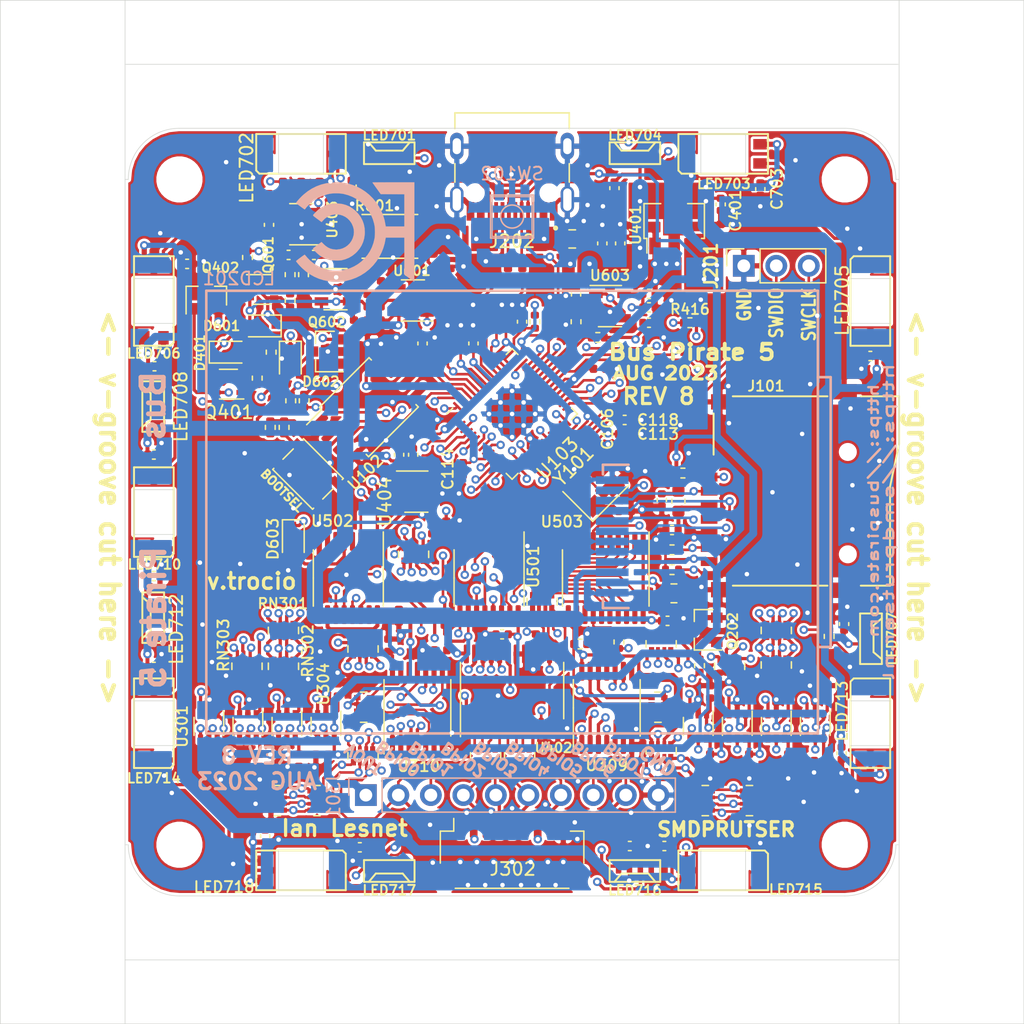
<source format=kicad_pcb>
(kicad_pcb (version 20171130) (host pcbnew "(5.1.10)-1")
  (layers (0 F.Cu signal) (1 In1.Cu signal) (2 In2.Cu power) (31 B.Cu signal) (34 B.Paste user) (35 F.Paste user) (36 B.SilkS user) (37 F.SilkS user) (38 B.Mask user) (39 F.Mask user) (44 Edge.Cuts user))
  (net 0 "")
  (net 1 GND)
  (net 2 VREG_VIN)
  (net 3 VREF_VOUT)
  (net 4 SWDIO)
  (net 5 SWCLK)
  (net 6 BUFDIR0)
  (net 7 BUFDIR4)
  (net 8 BPIO0)
  (net 9 BPIO4)
  (net 10 BUFDIR1)
  (net 11 BUFDIR5)
  (net 12 BPIO1)
  (net 13 BPIO5)
  (net 14 BUFDIR2)
  (net 15 BUFDIR6)
  (net 16 BPIO2)
  (net 17 BPIO6)
  (net 18 BUFDIR3)
  (net 19 BUFDIR7)
  (net 20 BPIO3)
  (net 21 BPIO7)
  (net 22 BUFIO0)
  (net 23 BUFIO4)
  (net 24 BUFIO1)
  (net 25 BUFIO5)
  (net 26 BUFIO2)
  (net 27 BUFIO6)
  (net 28 BUFIO3)
  (net 29 BUFIO7)
  (net 30 USB_D+)
  (net 31 USB_D-)
  (net 32 CURRENT_SENSE)
  (net 33 +3V3)
  (net 34 +VUSB)
  (net 35 USB_P)
  (net 36 USB_N)
  (net 37 +1V1)
  (net 38 VREG_OUT)
  (net 39 DISPLAY_LED-K)
  (net 40 SPI_CLK)
  (net 41 SPI_CDO)
  (net 42 VREG_EN)
  (net 43 CURRENT_DETECT)
  (net 44 QSPI_SS)
  (net 45 AMUX_OUT)
  (net 46 AMUX_EN)
  (net 47 SHIFT_EN)
  (net 48 QSPI_SD3)
  (net 49 QSPI_SCLK)
  (net 50 QSPI_SD0)
  (net 51 QSPI_SD2)
  (net 52 QSPI_SD1)
  (net 53 AMUX_S2)
  (net 54 AMUX_S3)
  (net 55 AMUX_S1)
  (net 56 AMUX_S0)
  (net 57 PULLUP_EN)
  (net 58 SHIFT_LATCH)
  (net 59 VREG_ADJ)
  (net 60 SPI_CDI)
  (net 61 DISPLAY_DP)
  (net 62 DISPLAY_CS)
  (net 63 DISPLAY_RESET)
  (net 64 DISPLAY_BACKLIGHT)
  (net 65 CURRENT_RESET)
  (net 66 CURRENT_EN)
  (net 67 FLASH_CS)
  (net 68 DAC_CS)
  (net 69 RGB_CDO)
  (net 70 LEDS_CDO)
  (net 71 "Net-(C105-Pad1)")
  (net 72 "Net-(C106-Pad1)")
  (net 73 "Net-(C109-Pad1)")
  (net 74 "Net-(C603-Pad2)")
  (net 75 "Net-(J202-PadA4B9)")
  (net 76 "Net-(J202-PadB5)")
  (net 77 "Net-(J202-PadA5)")
  (net 78 "Net-(LED702-Pad4)")
  (net 79 "Net-(LED703-Pad4)")
  (net 80 "Net-(LED703-Pad2)")
  (net 81 "Net-(LED706-Pad4)")
  (net 82 "Net-(LED710-Pad4)")
  (net 83 "Net-(LED713-Pad2)")
  (net 84 "Net-(LED714-Pad4)")
  (net 85 "Net-(LED715-Pad2)")
  (net 86 "Net-(Q202-Pad1)")
  (net 87 "Net-(Q202-Pad3)")
  (net 88 "Net-(Q401-Pad6)")
  (net 89 "Net-(Q601-Pad6)")
  (net 90 "Net-(Q601-Pad2)")
  (net 91 "Net-(Q602-Pad1)")
  (net 92 "Net-(R101-Pad2)")
  (net 93 "Net-(R406-Pad1)")
  (net 94 "Net-(R408-Pad1)")
  (net 95 "Net-(R602-Pad1)")
  (net 96 "Net-(R603-Pad1)")
  (net 97 "Net-(RN301-Pad4)")
  (net 98 "Net-(RN301-Pad2)")
  (net 99 "Net-(RN301-Pad3)")
  (net 100 "Net-(RN301-Pad1)")
  (net 101 "Net-(RN304-Pad4)")
  (net 102 "Net-(RN304-Pad2)")
  (net 103 "Net-(RN304-Pad3)")
  (net 104 "Net-(RN304-Pad1)")
  (net 105 "Net-(RN306-Pad4)")
  (net 106 "Net-(RN306-Pad2)")
  (net 107 "Net-(RN306-Pad3)")
  (net 108 "Net-(RN306-Pad1)")
  (net 109 "Net-(RN309-Pad5)")
  (net 110 "Net-(RN309-Pad6)")
  (net 111 "Net-(RN309-Pad8)")
  (net 112 "Net-(RN309-Pad7)")
  (net 113 "Net-(RN311-Pad5)")
  (net 114 "Net-(RN311-Pad6)")
  (net 115 "Net-(RN311-Pad8)")
  (net 116 "Net-(RN311-Pad7)")
  (net 117 "Net-(RN312-Pad5)")
  (net 118 "Net-(RN312-Pad6)")
  (net 119 "Net-(RN312-Pad8)")
  (net 120 "Net-(RN312-Pad7)")
  (net 121 "Net-(U402-Pad1)")
  (net 122 "Net-(U501-Pad15)")
  (net 123 "Net-(U501-Pad9)")
  (net 124 "Net-(U501-Pad7)")
  (net 125 "Net-(U501-Pad4)")
  (net 126 "Net-(U501-Pad3)")
  (net 127 "Net-(U501-Pad2)")
  (net 128 "Net-(U501-Pad1)")
  (net 129 "Net-(C102-Pad1)")
  (net 130 CARD_DET)
  (net 131 "Net-(Q601-Pad5)")
  (net 132 "Net-(Q401-Pad2)")
  (net 133 "Net-(RN400-Pad4)")
  (net 134 "Net-(RN400-Pad2)")
  (net 135 "Net-(RN400-Pad3)")
  (net 136 "Net-(RN400-Pad1)")
  (net 137 "Net-(RN401-Pad4)")
  (net 138 "Net-(RN401-Pad2)")
  (net 139 "Net-(RN401-Pad3)")
  (net 140 "Net-(RN401-Pad1)")
  (net 141 "Net-(RN402-Pad4)")
  (net 142 "Net-(RN402-Pad2)")
  (net 143 "Net-(RN402-Pad3)")
  (net 144 "Net-(RN402-Pad1)")
  (net 145 "Net-(RN313-Pad4)")
  (net 146 "Net-(RN313-Pad2)")
  (net 147 "Net-(RN313-Pad3)")
  (net 148 "Net-(RN313-Pad1)")
  (net 149 "Net-(RN314-Pad4)")
  (net 150 "Net-(RN314-Pad2)")
  (net 151 "Net-(RN314-Pad3)")
  (net 152 "Net-(RN314-Pad1)")
  (net 153 "Net-(J101-Pad8)")
  (net 154 "Net-(J101-Pad1)")
  (net 155 "Net-(J202-PadA8)")
  (net 156 "Net-(J202-PadB8)")
  (net 157 "Net-(LED705-Pad2)")
  (net 158 "Net-(U502-Pad15)")
  (net 159 "Net-(U502-Pad9)")
  (net 160 "Net-(U502-Pad7)")
  (net 161 "Net-(U502-Pad6)")
  (net 162 "Net-(U503-Pad12)")
  (net 163 "Net-(LED707-Pad4)")
  (net 164 "Net-(LED707-Pad2)")
  (net 165 "Net-(U502-Pad2)")
  (net 166 "Net-(LED716-Pad2)")
  (net 167 "Net-(LED717-Pad2)")
  (net 168 "Net-(LED712-Pad4)")
  (net 169 "Net-(LED708-Pad4)")
  (net 170 "Net-(LED701-Pad4)")
  (net 171 "Net-(LED701-Pad2)")
  (net 172 "Net-(R316-Pad2)")
  (net 173 "Net-(RN315-Pad5)")
  (net 174 "Net-(RN315-Pad6)")
  (net 175 "Net-(RN315-Pad8)")
  (net 176 "Net-(RN315-Pad7)")
  (net 177 "Net-(RN317-Pad5)")
  (net 178 "Net-(RN317-Pad6)")
  (net 179 "Net-(RN317-Pad8)")
  (net 180 "Net-(RN317-Pad7)")
  (net 181 "Net-(RN318-Pad5)")
  (net 182 "Net-(RN318-Pad6)")
  (net 183 "Net-(RN318-Pad8)")
  (net 184 "Net-(RN318-Pad7)")
  (net 185 "Net-(SW102-Pad2)")
  (net 186 CURRENT_EN_OVERRIDE)
  (net 187 "Net-(D602-Pad2)")
  (net 188 "Net-(C415-Pad2)")
  (net 189 BUTTONS)
  (net 190 VREG_ADJ_MCU)
  (net 191 CURRENT_ADJ_MCU)
  (net 192 "Net-(R416-Pad1)")
  (net 193 "Net-(C416-Pad2)")
  (net 194 "Net-(C408-Pad2)")
  (net 195 "Net-(SW102-Pad3)")
  (net 196 "Net-(D401-Pad2)")
  (module usb-c:HRO_TYPE-C-31-M-12 (layer F.Cu) (at 129.9 61.5 180)
    (fp_text reference J202 (at 0 -7.435) (layer F.SilkS))
    (fp_text value TYPE-C-31-M-12)
    (pad None np_thru_hole circle (at 2.89 -3.65 180) (size 0.7 0.7) (drill 0.7) (layers *.Cu *.Mask))
    (pad None np_thru_hole circle (at -2.89 -3.65 180) (size 0.7 0.7) (drill 0.7) (layers *.Cu *.Mask))
    (pad S4 thru_hole oval (at 4.32 0 180) (size 1.05 2.1) (drill oval 0.65 1.25) (layers *.Cu *.Mask) (net 1 GND))
    (pad S3 thru_hole oval (at -4.32 0 180) (size 1.05 2.1) (drill oval 0.65 1.25) (layers *.Cu *.Mask) (net 1 GND))
    (pad S2 thru_hole oval (at 4.32 -4.18 180) (size 1.05 2.1) (drill oval 0.65 1.75) (layers *.Cu *.Mask) (net 1 GND))
    (pad S1 thru_hole oval (at -4.32 -4.18 180) (size 1.05 2.1) (drill oval 0.65 1.75) (layers *.Cu *.Mask) (net 1 GND))
    (pad B1A12 smd rect (at 3.25 -5.095 180) (size 0.6 1.45) (layers F.Cu F.Paste F.Mask) (net 1 GND))
    (pad B4A9 smd rect (at 2.45 -5.095 180) (size 0.6 1.45) (layers F.Cu F.Paste F.Mask) (net 75 "Net-(J202-PadA4B9)"))
    (pad B5 smd rect (at 1.75 -5.095 180) (size 0.3 1.45) (layers F.Cu F.Paste F.Mask) (net 76 "Net-(J202-PadB5)"))
    (pad A8 smd rect (at 1.25 -5.095 180) (size 0.3 1.45) (layers F.Cu F.Paste F.Mask) (net 155 "Net-(J202-PadA8)"))
    (pad B6 smd rect (at 0.75 -5.095 180) (size 0.3 1.45) (layers F.Cu F.Paste F.Mask) (net 35 USB_P))
    (pad A7 smd rect (at 0.25 -5.095 180) (size 0.3 1.45) (layers F.Cu F.Paste F.Mask) (net 36 USB_N))
    (pad B8 smd rect (at -1.75 -5.095 180) (size 0.3 1.45) (layers F.Cu F.Paste F.Mask) (net 156 "Net-(J202-PadB8)"))
    (pad A5 smd rect (at -1.25 -5.095 180) (size 0.3 1.45) (layers F.Cu F.Paste F.Mask) (net 77 "Net-(J202-PadA5)"))
    (pad B7 smd rect (at -0.75 -5.095 180) (size 0.3 1.45) (layers F.Cu F.Paste F.Mask) (net 36 USB_N))
    (pad A6 smd rect (at -0.25 -5.095 180) (size 0.3 1.45) (layers F.Cu F.Paste F.Mask) (net 35 USB_P))
    (pad A4B9 smd rect (at -2.45 -5.095 180) (size 0.6 1.45) (layers F.Cu F.Paste F.Mask) (net 75 "Net-(J202-PadA4B9)"))
    (pad A1B12 smd rect (at -3.25 -5.095 180) (size 0.6 1.45) (layers F.Cu F.Paste F.Mask) (net 1 GND))
  )
  (module Resistor_SMD:R_Array_Convex_4x0402 (layer F.Cu) (at 122.2 93.4 90)
    (fp_text reference RN402 hide)
    (fp_text value 330R)
    (pad 5 smd rect (at 0.5 0.75 90) (size 0.5 0.4) (layers F.Cu F.Paste F.Mask) (net 38 VREG_OUT))
    (pad 6 smd rect (at 0.5 0.25 90) (size 0.5 0.3) (layers F.Cu F.Paste F.Mask) (net 34 +VUSB))
    (pad 8 smd rect (at 0.5 -0.75 90) (size 0.5 0.4) (layers F.Cu F.Paste F.Mask) (net 3 VREF_VOUT))
    (pad 7 smd rect (at 0.5 -0.25 90) (size 0.5 0.3) (layers F.Cu F.Paste F.Mask) (net 130 CARD_DET))
    (pad 4 smd rect (at -0.5 0.75 90) (size 0.5 0.4) (layers F.Cu F.Paste F.Mask) (net 141 "Net-(RN402-Pad4)"))
    (pad 2 smd rect (at -0.5 -0.25 90) (size 0.5 0.3) (layers F.Cu F.Paste F.Mask) (net 142 "Net-(RN402-Pad2)"))
    (pad 3 smd rect (at -0.5 0.25 90) (size 0.5 0.3) (layers F.Cu F.Paste F.Mask) (net 143 "Net-(RN402-Pad3)"))
    (pad 1 smd rect (at -0.5 -0.75 90) (size 0.5 0.4) (layers F.Cu F.Paste F.Mask) (net 144 "Net-(RN402-Pad1)"))
  )
  (module Resistor_SMD:R_Array_Convex_4x0402 (layer F.Cu) (at 127.83 109.15 270)
    (fp_text reference RN401 hide)
    (fp_text value 330R)
    (pad 5 smd rect (at 0.5 0.75 270) (size 0.5 0.4) (layers F.Cu F.Paste F.Mask) (net 8 BPIO0))
    (pad 6 smd rect (at 0.5 0.25 270) (size 0.5 0.3) (layers F.Cu F.Paste F.Mask) (net 12 BPIO1))
    (pad 8 smd rect (at 0.5 -0.75 270) (size 0.5 0.4) (layers F.Cu F.Paste F.Mask) (net 20 BPIO3))
    (pad 7 smd rect (at 0.5 -0.25 270) (size 0.5 0.3) (layers F.Cu F.Paste F.Mask) (net 16 BPIO2))
    (pad 4 smd rect (at -0.5 0.75 270) (size 0.5 0.4) (layers F.Cu F.Paste F.Mask) (net 137 "Net-(RN401-Pad4)"))
    (pad 2 smd rect (at -0.5 -0.25 270) (size 0.5 0.3) (layers F.Cu F.Paste F.Mask) (net 138 "Net-(RN401-Pad2)"))
    (pad 3 smd rect (at -0.5 0.25 270) (size 0.5 0.3) (layers F.Cu F.Paste F.Mask) (net 139 "Net-(RN401-Pad3)"))
    (pad 1 smd rect (at -0.5 -0.75 270) (size 0.5 0.4) (layers F.Cu F.Paste F.Mask) (net 140 "Net-(RN401-Pad1)"))
  )
  (module Resistor_SMD:R_Array_Convex_4x0402 (layer F.Cu) (at 130.49 109.15 270)
    (fp_text reference RN400 hide)
    (fp_text value 330R)
    (pad 5 smd rect (at 0.5 0.75 270) (size 0.5 0.4) (layers F.Cu F.Paste F.Mask) (net 9 BPIO4))
    (pad 6 smd rect (at 0.5 0.25 270) (size 0.5 0.3) (layers F.Cu F.Paste F.Mask) (net 13 BPIO5))
    (pad 8 smd rect (at 0.5 -0.75 270) (size 0.5 0.4) (layers F.Cu F.Paste F.Mask) (net 21 BPIO7))
    (pad 7 smd rect (at 0.5 -0.25 270) (size 0.5 0.3) (layers F.Cu F.Paste F.Mask) (net 17 BPIO6))
    (pad 4 smd rect (at -0.5 0.75 270) (size 0.5 0.4) (layers F.Cu F.Paste F.Mask) (net 133 "Net-(RN400-Pad4)"))
    (pad 2 smd rect (at -0.5 -0.25 270) (size 0.5 0.3) (layers F.Cu F.Paste F.Mask) (net 134 "Net-(RN400-Pad2)"))
    (pad 3 smd rect (at -0.5 0.25 270) (size 0.5 0.3) (layers F.Cu F.Paste F.Mask) (net 135 "Net-(RN400-Pad3)"))
    (pad 1 smd rect (at -0.5 -0.75 270) (size 0.5 0.4) (layers F.Cu F.Paste F.Mask) (net 136 "Net-(RN400-Pad1)"))
  )
  (module Resistor_SMD:R_Array_Convex_4x0402 (layer F.Cu) (at 141.55 108.75 90)
    (fp_text reference RN311 hide)
    (fp_text value 10K)
    (pad 5 smd rect (at 0.5 0.75 90) (size 0.5 0.4) (layers F.Cu F.Paste F.Mask) (net 113 "Net-(RN311-Pad5)"))
    (pad 6 smd rect (at 0.5 0.25 90) (size 0.5 0.3) (layers F.Cu F.Paste F.Mask) (net 114 "Net-(RN311-Pad6)"))
    (pad 8 smd rect (at 0.5 -0.75 90) (size 0.5 0.4) (layers F.Cu F.Paste F.Mask) (net 115 "Net-(RN311-Pad8)"))
    (pad 7 smd rect (at 0.5 -0.25 90) (size 0.5 0.3) (layers F.Cu F.Paste F.Mask) (net 116 "Net-(RN311-Pad7)"))
    (pad 4 smd rect (at -0.5 0.75 90) (size 0.5 0.4) (layers F.Cu F.Paste F.Mask) (net 9 BPIO4))
    (pad 2 smd rect (at -0.5 -0.25 90) (size 0.5 0.3) (layers F.Cu F.Paste F.Mask) (net 17 BPIO6))
    (pad 3 smd rect (at -0.5 0.25 90) (size 0.5 0.3) (layers F.Cu F.Paste F.Mask) (net 13 BPIO5))
    (pad 1 smd rect (at -0.5 -0.75 90) (size 0.5 0.4) (layers F.Cu F.Paste F.Mask) (net 21 BPIO7))
  )
  (module Resistor_SMD:R_Array_Convex_4x0402 (layer F.Cu) (at 118.25 109.15 90)
    (fp_text reference RN312 hide)
    (fp_text value 10K)
    (pad 5 smd rect (at 0.5 0.75 90) (size 0.5 0.4) (layers F.Cu F.Paste F.Mask) (net 117 "Net-(RN312-Pad5)"))
    (pad 6 smd rect (at 0.5 0.25 90) (size 0.5 0.3) (layers F.Cu F.Paste F.Mask) (net 118 "Net-(RN312-Pad6)"))
    (pad 8 smd rect (at 0.5 -0.75 90) (size 0.5 0.4) (layers F.Cu F.Paste F.Mask) (net 119 "Net-(RN312-Pad8)"))
    (pad 7 smd rect (at 0.5 -0.25 90) (size 0.5 0.3) (layers F.Cu F.Paste F.Mask) (net 120 "Net-(RN312-Pad7)"))
    (pad 4 smd rect (at -0.5 0.75 90) (size 0.5 0.4) (layers F.Cu F.Paste F.Mask) (net 8 BPIO0))
    (pad 2 smd rect (at -0.5 -0.25 90) (size 0.5 0.3) (layers F.Cu F.Paste F.Mask) (net 16 BPIO2))
    (pad 3 smd rect (at -0.5 0.25 90) (size 0.5 0.3) (layers F.Cu F.Paste F.Mask) (net 12 BPIO1))
    (pad 1 smd rect (at -0.5 -0.75 90) (size 0.5 0.4) (layers F.Cu F.Paste F.Mask) (net 20 BPIO3))
  )
  (module dp-logo:logo_fcc (layer B.Cu) (at 117.65 68.2 180)
    (fp_text reference logo1 hide)
    (fp_text value fcc_logo hide)
  )
  (module dp-switch:GT-TC026X-HXXX-LX (layer B.Cu) (at 129.9 67 90)
    (fp_text reference SW102 (at 3.35 0 180) (layer B.SilkS) (effects (justify mirror)))
    (fp_text value 4P_button_sw)
    (pad 4 smd rect (at 1.88 -1 90) (size 1.25 0.7) (layers B.Cu B.Paste B.Mask) (net 33 +3V3))
    (pad 3 smd rect (at -1.88 -1 90) (size 1.25 0.7) (layers B.Cu B.Paste B.Mask) (net 195 "Net-(SW102-Pad3)"))
    (pad 2 smd rect (at 1.88 1 90) (size 1.25 0.7) (layers B.Cu B.Paste B.Mask) (net 185 "Net-(SW102-Pad2)"))
    (pad 1 smd rect (at -1.88 1 90) (size 1.25 0.7) (layers B.Cu B.Paste B.Mask) (net 189 BUTTONS))
  )
  (module Capacitor_SMD:C_0402_1005Metric (layer F.Cu) (at 110.9 67.65 90)
    (fp_text reference C408 hide)
    (fp_text value 120pF)
    (pad 2 smd roundrect (at 0.48 0 90) (size 0.56 0.62) (layers F.Cu F.Paste F.Mask) (net 194 "Net-(C408-Pad2)"))
    (pad 1 smd roundrect (at -0.48 0 90) (size 0.56 0.62) (layers F.Cu F.Paste F.Mask) (net 38 VREG_OUT))
  )
  (module Resistor_SMD:R_0402_1005Metric (layer F.Cu) (at 143.8 75.3 180)
    (fp_text reference R416 (at 0 1.05) (layer F.SilkS) (effects (font (size 0.8 0.8))))
    (fp_text value 330R)
    (pad 2 smd roundrect (at 0.51 0 180) (size 0.54 0.64) (layers F.Cu F.Paste F.Mask) (net 43 CURRENT_DETECT))
    (pad 1 smd roundrect (at -0.51 0 180) (size 0.54 0.64) (layers F.Cu F.Paste F.Mask) (net 192 "Net-(R416-Pad1)"))
  )
  (module Package_TO_SOT_SMD:SOT-23-5 (layer F.Cu) (at 137.55 74)
    (fp_text reference U603 (at 0 -2.4) (layer F.SilkS) (effects (font (size 0.8 0.8))))
    (fp_text value GS6001)
    (pad 5 smd rect (at 1.1 -0.95) (size 1.06 0.65) (layers F.Cu F.Paste F.Mask) (net 33 +3V3))
    (pad 4 smd rect (at 1.1 0.95) (size 1.06 0.65) (layers F.Cu F.Paste F.Mask) (net 59 VREG_ADJ))
    (pad 3 smd rect (at -1.1 0.95) (size 1.06 0.65) (layers F.Cu F.Paste F.Mask) (net 188 "Net-(C415-Pad2)"))
    (pad 2 smd rect (at -1.1 0) (size 1.06 0.65) (layers F.Cu F.Paste F.Mask) (net 1 GND))
    (pad 1 smd rect (at -1.1 -0.95) (size 1.06 0.65) (layers F.Cu F.Paste F.Mask) (net 59 VREG_ADJ))
  )
  (module Resistor_SMD:R_0402_1005Metric (layer F.Cu) (at 136.6 76.45 180)
    (fp_text reference R415 hide)
    (fp_text value 10K)
    (pad 2 smd roundrect (at 0.51 0 180) (size 0.54 0.64) (layers F.Cu F.Paste F.Mask) (net 191 CURRENT_ADJ_MCU))
    (pad 1 smd roundrect (at -0.51 0 180) (size 0.54 0.64) (layers F.Cu F.Paste F.Mask) (net 193 "Net-(C416-Pad2)"))
  )
  (module Resistor_SMD:R_0402_1005Metric (layer F.Cu) (at 134.9 75.22 270)
    (fp_text reference R414 hide)
    (fp_text value 10K)
    (pad 2 smd roundrect (at 0.51 0 270) (size 0.54 0.64) (layers F.Cu F.Paste F.Mask) (net 190 VREG_ADJ_MCU))
    (pad 1 smd roundrect (at -0.51 0 270) (size 0.54 0.64) (layers F.Cu F.Paste F.Mask) (net 188 "Net-(C415-Pad2)"))
  )
  (module Capacitor_SMD:C_0402_1005Metric (layer F.Cu) (at 140.6 75.3 180)
    (fp_text reference C416 hide)
    (fp_text value 0.1uF)
    (pad 2 smd roundrect (at 0.48 0 180) (size 0.56 0.62) (layers F.Cu F.Paste F.Mask) (net 193 "Net-(C416-Pad2)"))
    (pad 1 smd roundrect (at -0.48 0 180) (size 0.56 0.62) (layers F.Cu F.Paste F.Mask) (net 1 GND))
  )
  (module Capacitor_SMD:C_0402_1005Metric (layer F.Cu) (at 134.9 73.1 270)
    (fp_text reference C415 hide)
    (fp_text value 0.1uF)
    (pad 2 smd roundrect (at 0.48 0 270) (size 0.56 0.62) (layers F.Cu F.Paste F.Mask) (net 188 "Net-(C415-Pad2)"))
    (pad 1 smd roundrect (at -0.48 0 270) (size 0.56 0.62) (layers F.Cu F.Paste F.Mask) (net 1 GND))
  )
  (module Capacitor_SMD:C_0402_1005Metric (layer F.Cu) (at 140.6 74.1 180)
    (fp_text reference C414 hide)
    (fp_text value 0.1uF)
    (pad 2 smd roundrect (at 0.48 0 180) (size 0.56 0.62) (layers F.Cu F.Paste F.Mask) (net 33 +3V3))
    (pad 1 smd roundrect (at -0.48 0 180) (size 0.56 0.62) (layers F.Cu F.Paste F.Mask) (net 1 GND))
  )
  (module Capacitor_SMD:C_0402_1005Metric (layer F.Cu) (at 140.6 73.05)
    (fp_text reference C413 hide)
    (fp_text value 2.2uF)
    (pad 2 smd roundrect (at 0.48 0) (size 0.56 0.62) (layers F.Cu F.Paste F.Mask) (net 1 GND))
    (pad 1 smd roundrect (at -0.48 0) (size 0.56 0.62) (layers F.Cu F.Paste F.Mask) (net 33 +3V3))
  )
  (module Diode_SMD:D_SOD-323 (layer F.Cu) (at 112.8 92.2 270)
    (fp_text reference D603 (at 0 1.6 90) (layer F.SilkS) (effects (font (size 0.85 0.85))))
    (fp_text value 1N4148WS)
    (pad 2 smd rect (at 1.05 0 270) (size 0.6 0.45) (layers F.Cu F.Paste F.Mask) (net 186 CURRENT_EN_OVERRIDE))
    (pad 1 smd rect (at -1.05 0 270) (size 0.6 0.45) (layers F.Cu F.Paste F.Mask) (net 42 VREG_EN))
  )
  (module Diode_SMD:D_SOD-323 (layer F.Cu) (at 112.57 78.25 270)
    (fp_text reference D602 (at 1.65 -2.38 180) (layer F.SilkS) (effects (font (size 0.75 0.75))))
    (fp_text value 1N4148WS)
    (pad 2 smd rect (at 1.05 0 270) (size 0.6 0.45) (layers F.Cu F.Paste F.Mask) (net 187 "Net-(D602-Pad2)"))
    (pad 1 smd rect (at -1.05 0 270) (size 0.6 0.45) (layers F.Cu F.Paste F.Mask) (net 42 VREG_EN))
  )
  (module Package_SO:TSSOP-16_4.4x5mm_P0.65mm (layer F.Cu) (at 117.1 95.25 270)
    (fp_text reference U502 (at -4.45 1.25) (layer F.SilkS) (effects (font (size 0.85 0.85))))
    (fp_text value 74HC595)
    (pad 16 smd roundrect (at 2.8625 -2.275 270) (size 1.475 0.4) (layers F.Cu F.Paste F.Mask) (net 33 +3V3))
    (pad 15 smd roundrect (at 2.8625 -1.625 270) (size 1.475 0.4) (layers F.Cu F.Paste F.Mask) (net 158 "Net-(U502-Pad15)"))
    (pad 14 smd roundrect (at 2.8625 -0.975 270) (size 1.475 0.4) (layers F.Cu F.Paste F.Mask) (net 123 "Net-(U501-Pad9)"))
    (pad 13 smd roundrect (at 2.8625 -0.325 270) (size 1.475 0.4) (layers F.Cu F.Paste F.Mask) (net 47 SHIFT_EN))
    (pad 12 smd roundrect (at 2.8625 0.325 270) (size 1.475 0.4) (layers F.Cu F.Paste F.Mask) (net 58 SHIFT_LATCH))
    (pad 11 smd roundrect (at 2.8625 0.975 270) (size 1.475 0.4) (layers F.Cu F.Paste F.Mask) (net 40 SPI_CLK))
    (pad 10 smd roundrect (at 2.8625 1.625 270) (size 1.475 0.4) (layers F.Cu F.Paste F.Mask) (net 33 +3V3))
    (pad 9 smd roundrect (at 2.8625 2.275 270) (size 1.475 0.4) (layers F.Cu F.Paste F.Mask) (net 159 "Net-(U502-Pad9)"))
    (pad 8 smd roundrect (at -2.8625 2.275 270) (size 1.475 0.4) (layers F.Cu F.Paste F.Mask) (net 1 GND))
    (pad 7 smd roundrect (at -2.8625 1.625 270) (size 1.475 0.4) (layers F.Cu F.Paste F.Mask) (net 160 "Net-(U502-Pad7)"))
    (pad 6 smd roundrect (at -2.8625 0.975 270) (size 1.475 0.4) (layers F.Cu F.Paste F.Mask) (net 161 "Net-(U502-Pad6)"))
    (pad 5 smd roundrect (at -2.8625 0.325 270) (size 1.475 0.4) (layers F.Cu F.Paste F.Mask) (net 186 CURRENT_EN_OVERRIDE))
    (pad 4 smd roundrect (at -2.8625 -0.325 270) (size 1.475 0.4) (layers F.Cu F.Paste F.Mask) (net 68 DAC_CS))
    (pad 3 smd roundrect (at -2.8625 -0.975 270) (size 1.475 0.4) (layers F.Cu F.Paste F.Mask) (net 65 CURRENT_RESET))
    (pad 2 smd roundrect (at -2.8625 -1.625 270) (size 1.475 0.4) (layers F.Cu F.Paste F.Mask) (net 165 "Net-(U502-Pad2)"))
    (pad 1 smd roundrect (at -2.8625 -2.275 270) (size 1.475 0.4) (layers F.Cu F.Paste F.Mask) (net 66 CURRENT_EN))
  )
  (module Connector_PinSocket_2.54mm:PinSocket_1x03_P2.54mm_Vertical (layer F.Cu) (at 148.01 70.85 90)
    (fp_text reference J201 (at 0 -2.56 90) (layer F.SilkS) (effects (font (thickness 0.2))))
    (fp_text value Conn_01x03)
    (pad 3 thru_hole oval (at 0 5.08 90) (size 1.7 1.7) (drill 1) (layers *.Cu *.Mask) (net 5 SWCLK))
    (pad 2 thru_hole oval (at 0 2.54 90) (size 1.7 1.7) (drill 1) (layers *.Cu *.Mask) (net 4 SWDIO))
    (pad 1 thru_hole rect (at 0 0 90) (size 1.7 1.7) (drill 1) (layers *.Cu *.Mask) (net 1 GND))
  )
  (module dp-lcd:TFT_20_QT200H1201 (layer B.Cu) (at 129.9 90.1 270)
    (fp_text reference LCD201 (at -18.25 21.35 180) (layer B.SilkS) (effects (justify mirror)))
    (fp_text value TFT_20_QT200H1201)
    (pad 5 smd rect (at 3.1 -7.825 270) (size 0.6 2.55) (layers B.Cu B.Paste B.Mask) (net 1 GND))
    (pad 12 smd rect (at -2.5 -7.825 270) (size 0.6 2.55) (layers B.Cu B.Paste B.Mask) (net 1 GND))
    (pad 2 smd rect (at 5.5 -7.825 270) (size 0.6 2.55) (layers B.Cu B.Paste B.Mask) (net 39 DISPLAY_LED-K))
    (pad 1 smd rect (at 6.3 -7.825 270) (size 0.6 2.55) (layers B.Cu B.Paste B.Mask) (net 1 GND))
    (pad 8 smd rect (at 0.7 -7.825 270) (size 0.6 2.55) (layers B.Cu B.Paste B.Mask) (net 62 DISPLAY_CS))
    (pad 11 smd rect (at -1.7 -7.825 270) (size 0.6 2.55) (layers B.Cu B.Paste B.Mask) (net 63 DISPLAY_RESET))
    (pad 6 smd rect (at 2.3 -7.825 270) (size 0.6 2.55) (layers B.Cu B.Paste B.Mask) (net 1 GND))
    (pad 3 smd rect (at 4.7 -7.825 270) (size 0.6 2.55) (layers B.Cu B.Paste B.Mask) (net 34 +VUSB))
    (pad 9 smd rect (at -0.1 -7.825 270) (size 0.6 2.55) (layers B.Cu B.Paste B.Mask) (net 40 SPI_CLK))
    (pad 4 smd rect (at 3.9 -7.825 270) (size 0.6 2.55) (layers B.Cu B.Paste B.Mask) (net 33 +3V3))
    (pad 7 smd rect (at 1.5 -7.825 270) (size 0.6 2.55) (layers B.Cu B.Paste B.Mask) (net 61 DISPLAY_DP))
    (pad 10 smd rect (at -0.9 -7.825 270) (size 0.6 2.55) (layers B.Cu B.Paste B.Mask) (net 41 SPI_CDO))
  )
  (module Resistor_SMD:R_2512_6332Metric_Pad1.40x3.35mm_HandSolder (layer F.Cu) (at 120.35 68.55 180)
    (fp_text reference R601 (at 1.2 2.4 180) (layer F.SilkS) (effects (font (size 0.8 0.8))))
    (fp_text value 0R2)
    (pad 2 smd roundrect (at 3.05 0 180) (size 1.4 3.35) (layers F.Cu F.Paste F.Mask) (roundrect_rratio 0.1785707142857143) (net 2 VREG_VIN))
    (pad 1 smd roundrect (at -3.05 0 180) (size 1.4 3.35) (layers F.Cu F.Paste F.Mask) (roundrect_rratio 0.1785707142857143) (net 34 +VUSB))
  )
  (module Resistor_SMD:R_Array_Convex_4x0402 (layer F.Cu) (at 118.3 105.35)
    (fp_text reference RN318 hide)
    (fp_text value 330R)
    (pad 5 smd rect (at 0.5 0.75) (size 0.5 0.4) (layers F.Cu F.Paste F.Mask) (net 181 "Net-(RN318-Pad5)"))
    (pad 6 smd rect (at 0.5 0.25) (size 0.5 0.3) (layers F.Cu F.Paste F.Mask) (net 182 "Net-(RN318-Pad6)"))
    (pad 8 smd rect (at 0.5 -0.75) (size 0.5 0.4) (layers F.Cu F.Paste F.Mask) (net 183 "Net-(RN318-Pad8)"))
    (pad 7 smd rect (at 0.5 -0.25) (size 0.5 0.3) (layers F.Cu F.Paste F.Mask) (net 184 "Net-(RN318-Pad7)"))
    (pad 4 smd rect (at -0.5 0.75) (size 0.5 0.4) (layers F.Cu F.Paste F.Mask) (net 57 PULLUP_EN))
    (pad 2 smd rect (at -0.5 -0.25) (size 0.5 0.3) (layers F.Cu F.Paste F.Mask) (net 57 PULLUP_EN))
    (pad 3 smd rect (at -0.5 0.25) (size 0.5 0.3) (layers F.Cu F.Paste F.Mask) (net 57 PULLUP_EN))
    (pad 1 smd rect (at -0.5 -0.75) (size 0.5 0.4) (layers F.Cu F.Paste F.Mask) (net 57 PULLUP_EN))
  )
  (module Resistor_SMD:R_Array_Convex_4x0402 (layer F.Cu) (at 141.3 105.35 180)
    (fp_text reference RN317 hide)
    (fp_text value 330R)
    (pad 5 smd rect (at 0.5 0.75 180) (size 0.5 0.4) (layers F.Cu F.Paste F.Mask) (net 177 "Net-(RN317-Pad5)"))
    (pad 6 smd rect (at 0.5 0.25 180) (size 0.5 0.3) (layers F.Cu F.Paste F.Mask) (net 178 "Net-(RN317-Pad6)"))
    (pad 8 smd rect (at 0.5 -0.75 180) (size 0.5 0.4) (layers F.Cu F.Paste F.Mask) (net 179 "Net-(RN317-Pad8)"))
    (pad 7 smd rect (at 0.5 -0.25 180) (size 0.5 0.3) (layers F.Cu F.Paste F.Mask) (net 180 "Net-(RN317-Pad7)"))
    (pad 4 smd rect (at -0.5 0.75 180) (size 0.5 0.4) (layers F.Cu F.Paste F.Mask) (net 57 PULLUP_EN))
    (pad 2 smd rect (at -0.5 -0.25 180) (size 0.5 0.3) (layers F.Cu F.Paste F.Mask) (net 57 PULLUP_EN))
    (pad 3 smd rect (at -0.5 0.25 180) (size 0.5 0.3) (layers F.Cu F.Paste F.Mask) (net 57 PULLUP_EN))
    (pad 1 smd rect (at -0.5 -0.75 180) (size 0.5 0.4) (layers F.Cu F.Paste F.Mask) (net 57 PULLUP_EN))
  )
  (module Resistor_SMD:R_Array_Convex_4x0402 (layer F.Cu) (at 132.25 97.1 90)
    (fp_text reference RN315 hide)
    (fp_text value 330R)
    (pad 5 smd rect (at 0.5 0.75 90) (size 0.5 0.4) (layers F.Cu F.Paste F.Mask) (net 173 "Net-(RN315-Pad5)"))
    (pad 6 smd rect (at 0.5 0.25 90) (size 0.5 0.3) (layers F.Cu F.Paste F.Mask) (net 174 "Net-(RN315-Pad6)"))
    (pad 8 smd rect (at 0.5 -0.75 90) (size 0.5 0.4) (layers F.Cu F.Paste F.Mask) (net 175 "Net-(RN315-Pad8)"))
    (pad 7 smd rect (at 0.5 -0.25 90) (size 0.5 0.3) (layers F.Cu F.Paste F.Mask) (net 176 "Net-(RN315-Pad7)"))
    (pad 4 smd rect (at -0.5 0.75 90) (size 0.5 0.4) (layers F.Cu F.Paste F.Mask) (net 55 AMUX_S1))
    (pad 2 smd rect (at -0.5 -0.25 90) (size 0.5 0.3) (layers F.Cu F.Paste F.Mask) (net 54 AMUX_S3))
    (pad 3 smd rect (at -0.5 0.25 90) (size 0.5 0.3) (layers F.Cu F.Paste F.Mask) (net 53 AMUX_S2))
    (pad 1 smd rect (at -0.5 -0.75 90) (size 0.5 0.4) (layers F.Cu F.Paste F.Mask) (net 46 AMUX_EN))
  )
  (module Resistor_SMD:R_0402_1005Metric (layer F.Cu) (at 138.25 100.25 90)
    (fp_text reference R316 hide)
    (fp_text value 330R)
    (pad 1 smd roundrect (at -0.51 0 90) (size 0.54 0.64) (layers F.Cu F.Paste F.Mask) (net 56 AMUX_S0))
    (pad 2 smd roundrect (at 0.51 0 90) (size 0.54 0.64) (layers F.Cu F.Paste F.Mask) (net 172 "Net-(R316-Pad2)"))
  )
  (module dp-LED:SK6812-side-a_b (layer F.Cu) (at 139.5 62.1 180)
    (fp_text reference LED704 (at 0 1.45) (layer F.SilkS) (effects (font (size 0.75 0.75))))
    (fp_text value SK6812-side-a_b)
    (pad 4 smd custom (at -1.275 -0.325 180) (size 0.43 1.15) (layers F.Cu F.Paste F.Mask) (net 171 "Net-(LED701-Pad2)") (options (clearance outline) (anchor rect)) (primitives))
    (pad 2 smd rect (at 0.425 -0.325 180) (size 0.43 1.15) (layers F.Cu F.Paste F.Mask) (net 79 "Net-(LED703-Pad4)"))
    (pad 3 smd rect (at -0.425 -0.325 180) (size 0.43 1.15) (layers F.Cu F.Paste F.Mask) (net 34 +VUSB))
    (pad 1 smd custom (at 1.275 -0.325 180) (size 0.43 1.15) (layers F.Cu F.Paste F.Mask) (net 1 GND) (options (clearance outline) (anchor rect)) (primitives))
  )
  (module dp-LED:SK6812-side-a_b (layer F.Cu) (at 120.3 62.1 180)
    (fp_text reference LED701 (at 0 1.45) (layer F.SilkS) (effects (font (size 0.75 0.75))))
    (fp_text value SK6812-side-a_b)
    (pad 4 smd custom (at -1.275 -0.325 180) (size 0.43 1.15) (layers F.Cu F.Paste F.Mask) (net 170 "Net-(LED701-Pad4)") (options (clearance outline) (anchor rect)) (primitives))
    (pad 2 smd rect (at 0.425 -0.325 180) (size 0.43 1.15) (layers F.Cu F.Paste F.Mask) (net 171 "Net-(LED701-Pad2)"))
    (pad 3 smd rect (at -0.425 -0.325 180) (size 0.43 1.15) (layers F.Cu F.Paste F.Mask) (net 34 +VUSB))
    (pad 1 smd custom (at 1.275 -0.325 180) (size 0.43 1.15) (layers F.Cu F.Paste F.Mask) (net 1 GND) (options (clearance outline) (anchor rect)) (primitives))
  )
  (module dp-LED:SK6812-side-a_b (layer F.Cu) (at 101.9 81.85 270)
    (fp_text reference LED708 (at 0 -2.1 90) (layer F.SilkS))
    (fp_text value SK6812-side-a_b)
    (pad 4 smd custom (at -1.275 -0.325 270) (size 0.43 1.15) (layers F.Cu F.Paste F.Mask) (net 169 "Net-(LED708-Pad4)") (options (clearance outline) (anchor rect)) (primitives))
    (pad 2 smd rect (at 0.425 -0.325 270) (size 0.43 1.15) (layers F.Cu F.Paste F.Mask) (net 81 "Net-(LED706-Pad4)"))
    (pad 3 smd rect (at -0.425 -0.325 270) (size 0.43 1.15) (layers F.Cu F.Paste F.Mask) (net 34 +VUSB))
    (pad 1 smd custom (at 1.275 -0.325 270) (size 0.43 1.15) (layers F.Cu F.Paste F.Mask) (net 1 GND) (options (clearance outline) (anchor rect)) (primitives))
  )
  (module dp-LED:SK6812-side-a_b (layer F.Cu) (at 101.9 98.35 270)
    (fp_text reference LED712 (at 0.9 -1.75 90) (layer F.SilkS))
    (fp_text value SK6812-side-a_b)
    (pad 4 smd custom (at -1.275 -0.325 270) (size 0.43 1.15) (layers F.Cu F.Paste F.Mask) (net 168 "Net-(LED712-Pad4)") (options (clearance outline) (anchor rect)) (primitives))
    (pad 2 smd rect (at 0.425 -0.325 270) (size 0.43 1.15) (layers F.Cu F.Paste F.Mask) (net 82 "Net-(LED710-Pad4)"))
    (pad 3 smd rect (at -0.425 -0.325 270) (size 0.43 1.15) (layers F.Cu F.Paste F.Mask) (net 34 +VUSB))
    (pad 1 smd custom (at 1.275 -0.325 270) (size 0.43 1.15) (layers F.Cu F.Paste F.Mask) (net 1 GND) (options (clearance outline) (anchor rect)) (primitives))
  )
  (module dp-LED:SK6812-side-a_b (layer F.Cu) (at 120.3 118.1)
    (fp_text reference LED717 (at 0 1.55) (layer F.SilkS) (effects (font (size 0.75 0.75))))
    (fp_text value SK6812-side-a_b)
    (pad 4 smd custom (at -1.275 -0.325) (size 0.43 1.15) (layers F.Cu F.Paste F.Mask) (net 166 "Net-(LED716-Pad2)") (options (clearance outline) (anchor rect)) (primitives))
    (pad 2 smd rect (at 0.425 -0.325) (size 0.43 1.15) (layers F.Cu F.Paste F.Mask) (net 167 "Net-(LED717-Pad2)"))
    (pad 3 smd rect (at -0.425 -0.325) (size 0.43 1.15) (layers F.Cu F.Paste F.Mask) (net 34 +VUSB))
    (pad 1 smd custom (at 1.275 -0.325) (size 0.43 1.15) (layers F.Cu F.Paste F.Mask) (net 1 GND) (options (clearance outline) (anchor rect)) (primitives))
  )
  (module dp-LED:SK6812-side-a_b (layer F.Cu) (at 139.5 118.1)
    (fp_text reference LED716 (at 0 1.55) (layer F.SilkS) (effects (font (size 0.75 0.75))))
    (fp_text value SK6812-side-a_b)
    (pad 4 smd custom (at -1.275 -0.325) (size 0.43 1.15) (layers F.Cu F.Paste F.Mask) (net 85 "Net-(LED715-Pad2)") (options (clearance outline) (anchor rect)) (primitives))
    (pad 2 smd rect (at 0.425 -0.325) (size 0.43 1.15) (layers F.Cu F.Paste F.Mask) (net 166 "Net-(LED716-Pad2)"))
    (pad 3 smd rect (at -0.425 -0.325) (size 0.43 1.15) (layers F.Cu F.Paste F.Mask) (net 34 +VUSB))
    (pad 1 smd custom (at 1.275 -0.325) (size 0.43 1.15) (layers F.Cu F.Paste F.Mask) (net 1 GND) (options (clearance outline) (anchor rect)) (primitives))
  )
  (module dp-LED:SK6812-side-a_b (layer F.Cu) (at 157.9 100 90)
    (fp_text reference LED707 (at 0 1.7 90) (layer F.SilkS) (effects (font (size 0.75 0.75))))
    (fp_text value SK6812-side-a_b)
    (pad 4 smd custom (at -1.275 -0.325 90) (size 0.43 1.15) (layers F.Cu F.Paste F.Mask) (net 163 "Net-(LED707-Pad4)") (options (clearance outline) (anchor rect)) (primitives))
    (pad 2 smd rect (at 0.425 -0.325 90) (size 0.43 1.15) (layers F.Cu F.Paste F.Mask) (net 164 "Net-(LED707-Pad2)"))
    (pad 3 smd rect (at -0.425 -0.325 90) (size 0.43 1.15) (layers F.Cu F.Paste F.Mask) (net 34 +VUSB))
    (pad 1 smd custom (at 1.275 -0.325 90) (size 0.43 1.15) (layers F.Cu F.Paste F.Mask) (net 1 GND) (options (clearance outline) (anchor rect)) (primitives))
  )
  (module dp-LED:SK6812-mini-e (layer F.Cu) (at 101.9 106.6 270)
    (fp_text reference LED714 (at 4.3 0) (layer F.SilkS) (effects (font (size 0.75 0.75))))
    (fp_text value SK6812-mini-e)
    (pad 3 smd rect (at 2.875 -0.75 270) (size 1.05 0.82) (layers F.Cu F.Paste F.Mask) (net 1 GND))
    (pad 4 smd rect (at 2.875 0.75 270) (size 1.05 0.82) (layers F.Cu F.Paste F.Mask) (net 84 "Net-(LED714-Pad4)"))
    (pad 1 smd rect (at -2.875 0.75 270) (size 1.05 0.82) (layers F.Cu F.Paste F.Mask) (net 34 +VUSB))
    (pad 2 smd rect (at -2.875 -0.75 270) (size 1.05 0.82) (layers F.Cu F.Paste F.Mask) (net 168 "Net-(LED712-Pad4)"))
  )
  (module dp-LED:SK6812-mini-e (layer F.Cu) (at 101.9 90.1 270)
    (fp_text reference LED710 (at 4.09 -0.05) (layer F.SilkS) (effects (font (size 0.75 0.75))))
    (fp_text value SK6812-mini-e)
    (pad 3 smd rect (at 2.875 -0.75 270) (size 1.05 0.82) (layers F.Cu F.Paste F.Mask) (net 1 GND))
    (pad 4 smd rect (at 2.875 0.75 270) (size 1.05 0.82) (layers F.Cu F.Paste F.Mask) (net 82 "Net-(LED710-Pad4)"))
    (pad 1 smd rect (at -2.875 0.75 270) (size 1.05 0.82) (layers F.Cu F.Paste F.Mask) (net 34 +VUSB))
    (pad 2 smd rect (at -2.875 -0.75 270) (size 1.05 0.82) (layers F.Cu F.Paste F.Mask) (net 169 "Net-(LED708-Pad4)"))
  )
  (module dp-LED:SK6812-mini-e (layer F.Cu) (at 101.9 73.6 270)
    (fp_text reference LED706 (at 4.1 0) (layer F.SilkS) (effects (font (size 0.75 0.75))))
    (fp_text value SK6812-mini-e)
    (pad 3 smd rect (at 2.875 -0.75 270) (size 1.05 0.82) (layers F.Cu F.Paste F.Mask) (net 1 GND))
    (pad 4 smd rect (at 2.875 0.75 270) (size 1.05 0.82) (layers F.Cu F.Paste F.Mask) (net 81 "Net-(LED706-Pad4)"))
    (pad 1 smd rect (at -2.875 0.75 270) (size 1.05 0.82) (layers F.Cu F.Paste F.Mask) (net 34 +VUSB))
    (pad 2 smd rect (at -2.875 -0.75 270) (size 1.05 0.82) (layers F.Cu F.Paste F.Mask) (net 78 "Net-(LED702-Pad4)"))
  )
  (module dp-LED:SK6812-mini-e (layer F.Cu) (at 113.4 62.1 180)
    (fp_text reference LED702 (at 4.25 -1.1 90) (layer F.SilkS))
    (fp_text value SK6812-mini-e)
    (pad 3 smd rect (at 2.875 -0.75 180) (size 1.05 0.82) (layers F.Cu F.Paste F.Mask) (net 1 GND))
    (pad 4 smd rect (at 2.875 0.75 180) (size 1.05 0.82) (layers F.Cu F.Paste F.Mask) (net 78 "Net-(LED702-Pad4)"))
    (pad 1 smd rect (at -2.875 0.75 180) (size 1.05 0.82) (layers F.Cu F.Paste F.Mask) (net 34 +VUSB))
    (pad 2 smd rect (at -2.875 -0.75 180) (size 1.05 0.82) (layers F.Cu F.Paste F.Mask) (net 170 "Net-(LED701-Pad4)"))
  )
  (module dp-LED:SK6812-mini-e (layer F.Cu) (at 146.4 62.1 180)
    (fp_text reference LED703 (at -0.05 -2.35) (layer F.SilkS) (effects (font (size 0.75 0.75))))
    (fp_text value SK6812-mini-e)
    (pad 3 smd rect (at 2.875 -0.75 180) (size 1.05 0.82) (layers F.Cu F.Paste F.Mask) (net 1 GND))
    (pad 4 smd rect (at 2.875 0.75 180) (size 1.05 0.82) (layers F.Cu F.Paste F.Mask) (net 79 "Net-(LED703-Pad4)"))
    (pad 1 smd rect (at -2.875 0.75 180) (size 1.05 0.82) (layers F.Cu F.Paste F.Mask) (net 34 +VUSB))
    (pad 2 smd rect (at -2.875 -0.75 180) (size 1.05 0.82) (layers F.Cu F.Paste F.Mask) (net 80 "Net-(LED703-Pad2)"))
  )
  (module dp-LED:SK6812-mini-e (layer F.Cu) (at 157.9 73.6 90)
    (fp_text reference LED705 (at 0.05 -2.2 270) (layer F.SilkS))
    (fp_text value SK6812-mini-e)
    (pad 3 smd rect (at 2.875 -0.75 90) (size 1.05 0.82) (layers F.Cu F.Paste F.Mask) (net 1 GND))
    (pad 4 smd rect (at 2.875 0.75 90) (size 1.05 0.82) (layers F.Cu F.Paste F.Mask) (net 80 "Net-(LED703-Pad2)"))
    (pad 1 smd rect (at -2.875 0.75 90) (size 1.05 0.82) (layers F.Cu F.Paste F.Mask) (net 34 +VUSB))
    (pad 2 smd rect (at -2.875 -0.75 90) (size 1.05 0.82) (layers F.Cu F.Paste F.Mask) (net 157 "Net-(LED705-Pad2)"))
  )
  (module dp-LED:SK6812-mini-e (layer F.Cu) (at 157.9 106.6 90)
    (fp_text reference LED713 (at 0.95 -2.21 270) (layer F.SilkS) (effects (font (size 0.85 0.85))))
    (fp_text value SK6812-mini-e)
    (pad 3 smd rect (at 2.875 -0.75 90) (size 1.05 0.82) (layers F.Cu F.Paste F.Mask) (net 1 GND))
    (pad 4 smd rect (at 2.875 0.75 90) (size 1.05 0.82) (layers F.Cu F.Paste F.Mask) (net 164 "Net-(LED707-Pad2)"))
    (pad 1 smd rect (at -2.875 0.75 90) (size 1.05 0.82) (layers F.Cu F.Paste F.Mask) (net 34 +VUSB))
    (pad 2 smd rect (at -2.875 -0.75 90) (size 1.05 0.82) (layers F.Cu F.Paste F.Mask) (net 83 "Net-(LED713-Pad2)"))
  )
  (module dp-LED:SK6812-mini-e (layer F.Cu) (at 146.4 118.1)
    (fp_text reference LED715 (at 5.68 1.49 180) (layer F.SilkS) (effects (font (size 0.75 0.75))))
    (fp_text value SK6812-mini-e)
    (pad 3 smd rect (at 2.875 -0.75) (size 1.05 0.82) (layers F.Cu F.Paste F.Mask) (net 1 GND))
    (pad 4 smd rect (at 2.875 0.75) (size 1.05 0.82) (layers F.Cu F.Paste F.Mask) (net 83 "Net-(LED713-Pad2)"))
    (pad 1 smd rect (at -2.875 0.75) (size 1.05 0.82) (layers F.Cu F.Paste F.Mask) (net 34 +VUSB))
    (pad 2 smd rect (at -2.875 -0.75) (size 1.05 0.82) (layers F.Cu F.Paste F.Mask) (net 85 "Net-(LED715-Pad2)"))
  )
  (module dp-LED:SK6812-mini-e (layer F.Cu) (at 113.4 118.1)
    (fp_text reference LED718 (at -6.01 1.31) (layer F.SilkS) (effects (font (size 0.85 0.85))))
    (fp_text value SK6812-mini-e)
    (pad 3 smd rect (at 2.875 -0.75) (size 1.05 0.82) (layers F.Cu F.Paste F.Mask) (net 1 GND))
    (pad 4 smd rect (at 2.875 0.75) (size 1.05 0.82) (layers F.Cu F.Paste F.Mask) (net 167 "Net-(LED717-Pad2)"))
    (pad 1 smd rect (at -2.875 0.75) (size 1.05 0.82) (layers F.Cu F.Paste F.Mask) (net 34 +VUSB))
    (pad 2 smd rect (at -2.875 -0.75) (size 1.05 0.82) (layers F.Cu F.Paste F.Mask) (net 84 "Net-(LED714-Pad4)"))
  )
  (module Resistor_SMD:R_0402_1005Metric (layer F.Cu) (at 142.4 94.6)
    (fp_text reference R106 hide)
    (fp_text value 10K)
    (pad 2 smd roundrect (at 0.51 0) (size 0.54 0.64) (layers F.Cu F.Paste F.Mask) (net 130 CARD_DET))
    (pad 1 smd roundrect (at -0.51 0) (size 0.54 0.64) (layers F.Cu F.Paste F.Mask) (net 33 +3V3))
  )
  (module Capacitor_SMD:C_0402_1005Metric (layer F.Cu) (at 136.87 100.25 270)
    (fp_text reference C317 hide)
    (fp_text value 0.1uF)
    (pad 2 smd roundrect (at 0.485 0 270) (size 0.59 0.64) (layers F.Cu F.Paste F.Mask) (net 34 +VUSB))
    (pad 1 smd roundrect (at -0.485 0 270) (size 0.59 0.64) (layers F.Cu F.Paste F.Mask) (net 1 GND))
  )
  (module Package_TO_SOT_SMD:SOT-363_SC-70-6 (layer F.Cu) (at 150.55 106.85 270)
    (fp_text reference U307 hide)
    (fp_text value SN74LVC1T45DCK hide)
    (pad 6 smd rect (at 0.95 -0.65 270) (size 0.65 0.4) (layers F.Cu F.Paste F.Mask) (net 3 VREF_VOUT))
    (pad 4 smd rect (at 0.95 0.65 270) (size 0.65 0.4) (layers F.Cu F.Paste F.Mask) (net 110 "Net-(RN309-Pad6)"))
    (pad 2 smd rect (at -0.95 0 270) (size 0.65 0.4) (layers F.Cu F.Paste F.Mask) (net 1 GND))
    (pad 5 smd rect (at 0.95 0 270) (size 0.65 0.4) (layers F.Cu F.Paste F.Mask) (net 15 BUFDIR6))
    (pad 3 smd rect (at -0.95 0.65 270) (size 0.65 0.4) (layers F.Cu F.Paste F.Mask) (net 107 "Net-(RN306-Pad3)"))
    (pad 1 smd rect (at -0.95 -0.65 270) (size 0.65 0.4) (layers F.Cu F.Paste F.Mask) (net 33 +3V3))
  )
  (module Resistor_SMD:R_Array_Convex_4x0402 (layer F.Cu) (at 118.25 100.8 90)
    (fp_text reference RN314 hide)
    (fp_text value 10K)
    (pad 5 smd rect (at 0.5 0.75 90) (size 0.5 0.4) (layers F.Cu F.Paste F.Mask) (net 3 VREF_VOUT))
    (pad 6 smd rect (at 0.5 0.25 90) (size 0.5 0.3) (layers F.Cu F.Paste F.Mask) (net 3 VREF_VOUT))
    (pad 8 smd rect (at 0.5 -0.75 90) (size 0.5 0.4) (layers F.Cu F.Paste F.Mask) (net 3 VREF_VOUT))
    (pad 7 smd rect (at 0.5 -0.25 90) (size 0.5 0.3) (layers F.Cu F.Paste F.Mask) (net 3 VREF_VOUT))
    (pad 4 smd rect (at -0.5 0.75 90) (size 0.5 0.4) (layers F.Cu F.Paste F.Mask) (net 149 "Net-(RN314-Pad4)"))
    (pad 2 smd rect (at -0.5 -0.25 90) (size 0.5 0.3) (layers F.Cu F.Paste F.Mask) (net 150 "Net-(RN314-Pad2)"))
    (pad 3 smd rect (at -0.5 0.25 90) (size 0.5 0.3) (layers F.Cu F.Paste F.Mask) (net 151 "Net-(RN314-Pad3)"))
    (pad 1 smd rect (at -0.5 -0.75 90) (size 0.5 0.4) (layers F.Cu F.Paste F.Mask) (net 152 "Net-(RN314-Pad1)"))
  )
  (module Resistor_SMD:R_Array_Convex_4x0402 (layer F.Cu) (at 141.55 100.4 90)
    (fp_text reference RN313 hide)
    (fp_text value 10K)
    (pad 5 smd rect (at 0.5 0.75 90) (size 0.5 0.4) (layers F.Cu F.Paste F.Mask) (net 3 VREF_VOUT))
    (pad 6 smd rect (at 0.5 0.25 90) (size 0.5 0.3) (layers F.Cu F.Paste F.Mask) (net 3 VREF_VOUT))
    (pad 8 smd rect (at 0.5 -0.75 90) (size 0.5 0.4) (layers F.Cu F.Paste F.Mask) (net 3 VREF_VOUT))
    (pad 7 smd rect (at 0.5 -0.25 90) (size 0.5 0.3) (layers F.Cu F.Paste F.Mask) (net 3 VREF_VOUT))
    (pad 4 smd rect (at -0.5 0.75 90) (size 0.5 0.4) (layers F.Cu F.Paste F.Mask) (net 145 "Net-(RN313-Pad4)"))
    (pad 2 smd rect (at -0.5 -0.25 90) (size 0.5 0.3) (layers F.Cu F.Paste F.Mask) (net 146 "Net-(RN313-Pad2)"))
    (pad 3 smd rect (at -0.5 0.25 90) (size 0.5 0.3) (layers F.Cu F.Paste F.Mask) (net 147 "Net-(RN313-Pad3)"))
    (pad 1 smd rect (at -0.5 -0.75 90) (size 0.5 0.4) (layers F.Cu F.Paste F.Mask) (net 148 "Net-(RN313-Pad1)"))
  )
  (module Package_TO_SOT_SMD:SOT-363_SC-70-6 (layer F.Cu) (at 153.6 106.85 270)
    (fp_text reference U308 hide)
    (fp_text value SN74LVC1T45DCK)
    (pad 1 smd rect (at -0.95 -0.65 270) (size 0.65 0.4) (layers F.Cu F.Paste F.Mask) (net 33 +3V3))
    (pad 3 smd rect (at -0.95 0.65 270) (size 0.65 0.4) (layers F.Cu F.Paste F.Mask) (net 105 "Net-(RN306-Pad4)"))
    (pad 5 smd rect (at 0.95 0 270) (size 0.65 0.4) (layers F.Cu F.Paste F.Mask) (net 19 BUFDIR7))
    (pad 2 smd rect (at -0.95 0 270) (size 0.65 0.4) (layers F.Cu F.Paste F.Mask) (net 1 GND))
    (pad 4 smd rect (at 0.95 0.65 270) (size 0.65 0.4) (layers F.Cu F.Paste F.Mask) (net 109 "Net-(RN309-Pad5)"))
    (pad 6 smd rect (at 0.95 -0.65 270) (size 0.65 0.4) (layers F.Cu F.Paste F.Mask) (net 3 VREF_VOUT))
  )
  (module Resistor_SMD:R_Array_Convex_4x0402 (layer F.Cu) (at 145 112.65)
    (fp_text reference RN309 hide)
    (fp_text value 330R)
    (pad 5 smd rect (at 0.5 0.75) (size 0.5 0.4) (layers F.Cu F.Paste F.Mask) (net 109 "Net-(RN309-Pad5)"))
    (pad 6 smd rect (at 0.5 0.25) (size 0.5 0.3) (layers F.Cu F.Paste F.Mask) (net 110 "Net-(RN309-Pad6)"))
    (pad 8 smd rect (at 0.5 -0.75) (size 0.5 0.4) (layers F.Cu F.Paste F.Mask) (net 111 "Net-(RN309-Pad8)"))
    (pad 7 smd rect (at 0.5 -0.25) (size 0.5 0.3) (layers F.Cu F.Paste F.Mask) (net 112 "Net-(RN309-Pad7)"))
    (pad 4 smd rect (at -0.5 0.75) (size 0.5 0.4) (layers F.Cu F.Paste F.Mask) (net 21 BPIO7))
    (pad 2 smd rect (at -0.5 -0.25) (size 0.5 0.3) (layers F.Cu F.Paste F.Mask) (net 13 BPIO5))
    (pad 3 smd rect (at -0.5 0.25) (size 0.5 0.3) (layers F.Cu F.Paste F.Mask) (net 17 BPIO6))
    (pad 1 smd rect (at -0.5 -0.75) (size 0.5 0.4) (layers F.Cu F.Paste F.Mask) (net 9 BPIO4))
  )
  (module Resistor_SMD:R_Array_Convex_4x0402 (layer F.Cu) (at 150.55 102.05 90)
    (fp_text reference RN307 hide)
    (fp_text value 1M)
    (pad 1 smd rect (at -0.5 -0.75 90) (size 0.5 0.4) (layers F.Cu F.Paste F.Mask) (net 1 GND))
    (pad 3 smd rect (at -0.5 0.25 90) (size 0.5 0.3) (layers F.Cu F.Paste F.Mask) (net 1 GND))
    (pad 2 smd rect (at -0.5 -0.25 90) (size 0.5 0.3) (layers F.Cu F.Paste F.Mask) (net 1 GND))
    (pad 4 smd rect (at -0.5 0.75 90) (size 0.5 0.4) (layers F.Cu F.Paste F.Mask) (net 1 GND))
    (pad 7 smd rect (at 0.5 -0.25 90) (size 0.5 0.3) (layers F.Cu F.Paste F.Mask) (net 106 "Net-(RN306-Pad2)"))
    (pad 8 smd rect (at 0.5 -0.75 90) (size 0.5 0.4) (layers F.Cu F.Paste F.Mask) (net 108 "Net-(RN306-Pad1)"))
    (pad 6 smd rect (at 0.5 0.25 90) (size 0.5 0.3) (layers F.Cu F.Paste F.Mask) (net 107 "Net-(RN306-Pad3)"))
    (pad 5 smd rect (at 0.5 0.75 90) (size 0.5 0.4) (layers F.Cu F.Paste F.Mask) (net 105 "Net-(RN306-Pad4)"))
  )
  (module Package_SO:TSSOP-24_4.4x7.8mm_P0.65mm (layer F.Cu) (at 129.9 104.05 90)
    (fp_text reference U402 (at -4.48 3.24) (layer F.SilkS) (effects (font (size 0.75 0.75))))
    (fp_text value 74HC4067)
    (pad 24 smd roundrect (at 2.8625 -3.575 90) (size 1.475 0.4) (layers F.Cu F.Paste F.Mask) (net 34 +VUSB))
    (pad 23 smd roundrect (at 2.8625 -2.925 90) (size 1.475 0.4) (layers F.Cu F.Paste F.Mask) (net 144 "Net-(RN402-Pad1)"))
    (pad 22 smd roundrect (at 2.8625 -2.275 90) (size 1.475 0.4) (layers F.Cu F.Paste F.Mask) (net 142 "Net-(RN402-Pad2)"))
    (pad 21 smd roundrect (at 2.8625 -1.625 90) (size 1.475 0.4) (layers F.Cu F.Paste F.Mask) (net 143 "Net-(RN402-Pad3)"))
    (pad 20 smd roundrect (at 2.8625 -0.975 90) (size 1.475 0.4) (layers F.Cu F.Paste F.Mask) (net 141 "Net-(RN402-Pad4)"))
    (pad 19 smd roundrect (at 2.8625 -0.325 90) (size 1.475 0.4) (layers F.Cu F.Paste F.Mask) (net 192 "Net-(R416-Pad1)"))
    (pad 18 smd roundrect (at 2.8625 0.325 90) (size 1.475 0.4) (layers F.Cu F.Paste F.Mask) (net 1 GND))
    (pad 17 smd roundrect (at 2.8625 0.975 90) (size 1.475 0.4) (layers F.Cu F.Paste F.Mask) (net 1 GND))
    (pad 16 smd roundrect (at 2.8625 1.625 90) (size 1.475 0.4) (layers F.Cu F.Paste F.Mask) (net 1 GND))
    (pad 15 smd roundrect (at 2.8625 2.275 90) (size 1.475 0.4) (layers F.Cu F.Paste F.Mask) (net 46 AMUX_EN))
    (pad 14 smd roundrect (at 2.8625 2.925 90) (size 1.475 0.4) (layers F.Cu F.Paste F.Mask) (net 53 AMUX_S2))
    (pad 13 smd roundrect (at 2.8625 3.575 90) (size 1.475 0.4) (layers F.Cu F.Paste F.Mask) (net 54 AMUX_S3))
    (pad 12 smd roundrect (at -2.8625 3.575 90) (size 1.475 0.4) (layers F.Cu F.Paste F.Mask) (net 1 GND))
    (pad 11 smd roundrect (at -2.8625 2.925 90) (size 1.475 0.4) (layers F.Cu F.Paste F.Mask) (net 55 AMUX_S1))
    (pad 10 smd roundrect (at -2.8625 2.275 90) (size 1.475 0.4) (layers F.Cu F.Paste F.Mask) (net 56 AMUX_S0))
    (pad 9 smd roundrect (at -2.8625 1.625 90) (size 1.475 0.4) (layers F.Cu F.Paste F.Mask) (net 136 "Net-(RN400-Pad1)"))
    (pad 8 smd roundrect (at -2.8625 0.975 90) (size 1.475 0.4) (layers F.Cu F.Paste F.Mask) (net 134 "Net-(RN400-Pad2)"))
    (pad 7 smd roundrect (at -2.8625 0.325 90) (size 1.475 0.4) (layers F.Cu F.Paste F.Mask) (net 135 "Net-(RN400-Pad3)"))
    (pad 6 smd roundrect (at -2.8625 -0.325 90) (size 1.475 0.4) (layers F.Cu F.Paste F.Mask) (net 133 "Net-(RN400-Pad4)"))
    (pad 5 smd roundrect (at -2.8625 -0.975 90) (size 1.475 0.4) (layers F.Cu F.Paste F.Mask) (net 140 "Net-(RN401-Pad1)"))
    (pad 4 smd roundrect (at -2.8625 -1.625 90) (size 1.475 0.4) (layers F.Cu F.Paste F.Mask) (net 138 "Net-(RN401-Pad2)"))
    (pad 3 smd roundrect (at -2.8625 -2.275 90) (size 1.475 0.4) (layers F.Cu F.Paste F.Mask) (net 139 "Net-(RN401-Pad3)"))
    (pad 2 smd roundrect (at -2.8625 -2.925 90) (size 1.475 0.4) (layers F.Cu F.Paste F.Mask) (net 137 "Net-(RN401-Pad4)"))
    (pad 1 smd roundrect (at -2.8625 -3.575 90) (size 1.475 0.4) (layers F.Cu F.Paste F.Mask) (net 121 "Net-(U402-Pad1)"))
  )
  (module dp-microsd:TF-01A_C91145 (layer F.Cu) (at 160.15 88.45 90)
    (fp_text reference J101 (at 8.2 -10.4) (layer F.SilkS) (effects (font (size 0.8 0.8))))
    (fp_text value Micro_SD_Card_TF-01A_C91145)
    (pad 1 smd rect (at 2.185 -14.85 90) (size 0.7 1.3) (layers F.Cu F.Paste F.Mask) (net 154 "Net-(J101-Pad1)"))
    (pad 2 smd rect (at 1.085 -14.85 90) (size 0.7 1.3) (layers F.Cu F.Paste F.Mask) (net 67 FLASH_CS))
    (pad 3 smd rect (at -0.015 -14.85 90) (size 0.7 1.3) (layers F.Cu F.Paste F.Mask) (net 41 SPI_CDO))
    (pad 4 smd rect (at -1.115 -14.85 90) (size 0.7 1.3) (layers F.Cu F.Paste F.Mask) (net 129 "Net-(C102-Pad1)"))
    (pad 5 smd rect (at -2.215 -14.85 90) (size 0.7 1.3) (layers F.Cu F.Paste F.Mask) (net 40 SPI_CLK))
    (pad 6 smd rect (at -3.315 -14.85 90) (size 0.7 1.3) (layers F.Cu F.Paste F.Mask) (net 1 GND))
    (pad 7 smd rect (at -4.415 -14.85 90) (size 0.7 1.3) (layers F.Cu F.Paste F.Mask) (net 60 SPI_CDI))
    (pad 8 smd rect (at -5.515 -14.85 90) (size 0.7 1.3) (layers F.Cu F.Paste F.Mask) (net 153 "Net-(J101-Pad8)"))
    (pad 9 smd rect (at -6.615 -14.85 90) (size 0.7 1.3) (layers F.Cu F.Paste F.Mask) (net 130 CARD_DET))
    (pad 11 smd rect (at -7.715 -14 90) (size 1.2 1.4) (layers F.Cu F.Paste F.Mask) (net 1 GND))
    (pad 11 smd rect (at 6.965 -14 90) (size 1.2 1.4) (layers F.Cu F.Paste F.Mask) (net 1 GND))
    (pad 11 smd rect (at -7.76 -4.3 90) (size 1.2 2) (layers F.Cu F.Paste F.Mask) (net 1 GND))
    (pad 11 smd rect (at 7.76 -4.3 90) (size 1.2 2) (layers F.Cu F.Paste F.Mask) (net 1 GND))
    (pad "" np_thru_hole circle (at -4.95 -4.01 90) (size 1 1) (drill 1) (layers *.Cu *.Mask))
    (pad "" np_thru_hole circle (at 3.05 -4.01 90) (size 1 1) (drill 1) (layers *.Cu *.Mask))
  )
  (module Resistor_SMD:R_0402_1005Metric (layer F.Cu) (at 154.68 99.82 270)
    (fp_text reference R502 hide)
    (fp_text value 1K)
    (pad 2 smd roundrect (at 0.51 0 270) (size 0.54 0.64) (layers F.Cu F.Paste F.Mask) (net 163 "Net-(LED707-Pad4)"))
    (pad 1 smd roundrect (at -0.51 0 270) (size 0.54 0.64) (layers F.Cu F.Paste F.Mask) (net 70 LEDS_CDO))
  )
  (module Diode_SMD:D_SOD-323 (layer F.Cu) (at 107.73 77.6)
    (fp_text reference D401 (at -2.23 0.05 90) (layer F.SilkS) (effects (font (size 0.75 0.75))))
    (fp_text value 1N4148WS)
    (pad 2 smd rect (at 1.05 0) (size 0.6 0.45) (layers F.Cu F.Paste F.Mask) (net 196 "Net-(D401-Pad2)"))
    (pad 1 smd rect (at -1.05 0) (size 0.6 0.45) (layers F.Cu F.Paste F.Mask) (net 38 VREG_OUT))
  )
  (module Package_TO_SOT_SMD:SOT-363_SC-70-6 (layer F.Cu) (at 107.73 80.1 180)
    (fp_text reference Q401 (at -0.02 -2.2 180) (layer F.SilkS))
    (fp_text value BCM857)
    (pad 6 smd rect (at 0.95 -0.65 180) (size 0.65 0.4) (layers F.Cu F.Paste F.Mask) (net 88 "Net-(Q401-Pad6)"))
    (pad 4 smd rect (at 0.95 0.65 180) (size 0.65 0.4) (layers F.Cu F.Paste F.Mask) (net 38 VREG_OUT))
    (pad 2 smd rect (at -0.95 0 180) (size 0.65 0.4) (layers F.Cu F.Paste F.Mask) (net 132 "Net-(Q401-Pad2)"))
    (pad 5 smd rect (at 0.95 0 180) (size 0.65 0.4) (layers F.Cu F.Paste F.Mask) (net 196 "Net-(D401-Pad2)"))
    (pad 3 smd rect (at -0.95 0.65 180) (size 0.65 0.4) (layers F.Cu F.Paste F.Mask) (net 196 "Net-(D401-Pad2)"))
    (pad 1 smd rect (at -0.95 -0.65 180) (size 0.65 0.4) (layers F.Cu F.Paste F.Mask) (net 3 VREF_VOUT))
  )
  (module Package_TO_SOT_SMD:SOT-363_SC-70-6 (layer F.Cu) (at 110.35 72.7)
    (fp_text reference Q601 (at 0.5 -2.7 90) (layer F.SilkS) (effects (font (size 0.75 0.75))))
    (fp_text value MMDT3906)
    (pad 6 smd rect (at 0.95 -0.65) (size 0.65 0.4) (layers F.Cu F.Paste F.Mask) (net 89 "Net-(Q601-Pad6)"))
    (pad 4 smd rect (at 0.95 0.65) (size 0.65 0.4) (layers F.Cu F.Paste F.Mask) (net 33 +3V3))
    (pad 2 smd rect (at -0.95 0) (size 0.65 0.4) (layers F.Cu F.Paste F.Mask) (net 90 "Net-(Q601-Pad2)"))
    (pad 5 smd rect (at 0.95 0) (size 0.65 0.4) (layers F.Cu F.Paste F.Mask) (net 131 "Net-(Q601-Pad5)"))
    (pad 3 smd rect (at -0.95 0.65) (size 0.65 0.4) (layers F.Cu F.Paste F.Mask) (net 74 "Net-(C603-Pad2)"))
    (pad 1 smd rect (at -0.95 -0.65) (size 0.65 0.4) (layers F.Cu F.Paste F.Mask) (net 33 +3V3))
  )
  (module Resistor_SMD:R_0402_1005Metric (layer F.Cu) (at 111.07 79.63 90)
    (fp_text reference R412 hide)
    (fp_text value 100K)
    (pad 1 smd roundrect (at -0.485 0 90) (size 0.59 0.64) (layers F.Cu F.Paste F.Mask) (net 88 "Net-(Q401-Pad6)"))
    (pad 2 smd roundrect (at 0.485 0 90) (size 0.59 0.64) (layers F.Cu F.Paste F.Mask) (net 1 GND))
  )
  (module Resistor_SMD:R_0402_1005Metric (layer F.Cu) (at 111.07 77.6 270)
    (fp_text reference R409 hide)
    (fp_text value 33K)
    (pad 2 smd roundrect (at 0.51 0 270) (size 0.54 0.64) (layers F.Cu F.Paste F.Mask) (net 1 GND))
    (pad 1 smd roundrect (at -0.51 0 270) (size 0.54 0.64) (layers F.Cu F.Paste F.Mask) (net 94 "Net-(R408-Pad1)"))
  )
  (module Capacitor_SMD:C_0402_1005Metric (layer F.Cu) (at 112.43 70)
    (fp_text reference C407 hide)
    (fp_text value 4.7uF)
    (pad 2 smd roundrect (at 0.48 0) (size 0.56 0.62) (layers F.Cu F.Paste F.Mask) (net 1 GND))
    (pad 1 smd roundrect (at -0.48 0) (size 0.56 0.62) (layers F.Cu F.Paste F.Mask) (net 38 VREG_OUT))
  )
  (module Resistor_SMD:R_0402_1005Metric (layer F.Cu) (at 109.22 70.2 270)
    (fp_text reference R611 hide)
    (fp_text value 10K)
    (pad 2 smd roundrect (at 0.51 0 270) (size 0.54 0.64) (layers F.Cu F.Paste F.Mask) (net 90 "Net-(Q601-Pad2)"))
    (pad 1 smd roundrect (at -0.51 0 270) (size 0.54 0.64) (layers F.Cu F.Paste F.Mask) (net 65 CURRENT_RESET))
  )
  (module Package_TO_SOT_SMD:SOT-23-5 (layer F.Cu) (at 113.42 67.6 180)
    (fp_text reference U403 (at -2.426 0.363 270) (layer F.SilkS) (effects (font (size 0.75 0.75))))
    (fp_text value AP2127)
    (pad 5 smd rect (at 1.1 -0.95 180) (size 1.06 0.65) (layers F.Cu F.Paste F.Mask) (net 38 VREG_OUT))
    (pad 4 smd rect (at 1.1 0.95 180) (size 1.06 0.65) (layers F.Cu F.Paste F.Mask) (net 194 "Net-(C408-Pad2)"))
    (pad 3 smd rect (at -1.1 0.95 180) (size 1.06 0.65) (layers F.Cu F.Paste F.Mask) (net 42 VREG_EN))
    (pad 2 smd rect (at -1.1 0 180) (size 1.06 0.65) (layers F.Cu F.Paste F.Mask) (net 1 GND))
    (pad 1 smd rect (at -1.1 -0.95 180) (size 1.06 0.65) (layers F.Cu F.Paste F.Mask) (net 2 VREG_VIN))
  )
  (module Resistor_SMD:R_0402_1005Metric (layer F.Cu) (at 110.9 65.7 90)
    (fp_text reference R404 hide)
    (fp_text value 133K)
    (pad 1 smd roundrect (at -0.485 0 90) (size 0.59 0.64) (layers F.Cu F.Paste F.Mask) (net 38 VREG_OUT))
    (pad 2 smd roundrect (at 0.485 0 90) (size 0.59 0.64) (layers F.Cu F.Paste F.Mask) (net 194 "Net-(C408-Pad2)"))
  )
  (module Package_TO_SOT_SMD:SOT-23 (layer F.Cu) (at 106 73.21 90)
    (fp_text reference Q402 (at 2.21 1.1 180) (layer F.SilkS) (effects (font (size 0.75 0.75))))
    (fp_text value WST3423)
    (pad 3 smd rect (at 1 0 90) (size 0.9 0.8) (layers F.Cu F.Paste F.Mask) (net 38 VREG_OUT))
    (pad 2 smd rect (at -1 0.95 90) (size 0.9 0.8) (layers F.Cu F.Paste F.Mask) (net 3 VREF_VOUT))
    (pad 1 smd rect (at -1 -0.95 90) (size 0.9 0.8) (layers F.Cu F.Paste F.Mask) (net 88 "Net-(Q401-Pad6)"))
  )
  (module Resistor_SMD:R_0402_1005Metric (layer F.Cu) (at 112.6 81.4 270)
    (fp_text reference R613 hide)
    (fp_text value 10K)
    (pad 1 smd roundrect (at -0.51 0 270) (size 0.54 0.64) (layers F.Cu F.Paste F.Mask) (net 33 +3V3))
    (pad 2 smd roundrect (at 0.51 0 270) (size 0.54 0.64) (layers F.Cu F.Paste F.Mask) (net 66 CURRENT_EN))
  )
  (module Package_TO_SOT_SMD:SOT-23 (layer F.Cu) (at 115.3 77.55 180)
    (fp_text reference Q602 (at -0.1 2.3 180) (layer F.SilkS) (effects (font (size 0.75 0.75))))
    (fp_text value WST3423)
    (pad 1 smd rect (at -1 -0.95 180) (size 0.9 0.8) (layers F.Cu F.Paste F.Mask) (net 91 "Net-(Q602-Pad1)"))
    (pad 2 smd rect (at -1 0.95 180) (size 0.9 0.8) (layers F.Cu F.Paste F.Mask) (net 43 CURRENT_DETECT))
    (pad 3 smd rect (at 1 0 180) (size 0.9 0.8) (layers F.Cu F.Paste F.Mask) (net 187 "Net-(D602-Pad2)"))
  )
  (module Resistor_SMD:R_0402_1005Metric (layer F.Cu) (at 113.65 81.4 270)
    (fp_text reference R612 hide)
    (fp_text value 200R)
    (pad 1 smd roundrect (at -0.51 0 270) (size 0.54 0.64) (layers F.Cu F.Paste F.Mask) (net 91 "Net-(Q602-Pad1)"))
    (pad 2 smd roundrect (at 0.51 0 270) (size 0.54 0.64) (layers F.Cu F.Paste F.Mask) (net 66 CURRENT_EN))
  )
  (module Resistor_SMD:R_0402_1005Metric (layer F.Cu) (at 112.55 73.56 90)
    (fp_text reference R609 hide)
    (fp_text value 10K)
    (pad 1 smd roundrect (at -0.51 0 90) (size 0.54 0.64) (layers F.Cu F.Paste F.Mask) (net 33 +3V3))
    (pad 2 smd roundrect (at 0.51 0 90) (size 0.54 0.64) (layers F.Cu F.Paste F.Mask) (net 89 "Net-(Q601-Pad6)"))
  )
  (module Package_TO_SOT_SMD:SOT-23-5 (layer F.Cu) (at 116.1 72.68)
    (fp_text reference U602 hide)
    (fp_text value RS8901XF)
    (pad 5 smd rect (at 1.1 -0.95) (size 1.06 0.65) (layers F.Cu F.Paste F.Mask) (net 33 +3V3))
    (pad 4 smd rect (at 1.1 0.95) (size 1.06 0.65) (layers F.Cu F.Paste F.Mask) (net 74 "Net-(C603-Pad2)"))
    (pad 3 smd rect (at -1.1 0.95) (size 1.06 0.65) (layers F.Cu F.Paste F.Mask) (net 193 "Net-(C416-Pad2)"))
    (pad 2 smd rect (at -1.1 0) (size 1.06 0.65) (layers F.Cu F.Paste F.Mask) (net 1 GND))
    (pad 1 smd rect (at -1.1 -0.95) (size 1.06 0.65) (layers F.Cu F.Paste F.Mask) (net 43 CURRENT_DETECT))
  )
  (module Capacitor_SMD:C_0402_1005Metric (layer F.Cu) (at 155.85 98.85 270)
    (fp_text reference C707 hide)
    (fp_text value 0.1uF)
    (pad 2 smd roundrect (at 0.48 0 270) (size 0.56 0.62) (layers F.Cu F.Paste F.Mask) (net 34 +VUSB))
    (pad 1 smd roundrect (at -0.48 0 270) (size 0.56 0.62) (layers F.Cu F.Paste F.Mask) (net 1 GND))
  )
  (module Package_TO_SOT_SMD:SOT-89-3 (layer F.Cu) (at 142.57 67.65 90)
    (fp_text reference U401 (at 0 -3.02 270) (layer F.SilkS) (effects (font (size 0.8 0.8))))
    (fp_text value ME6211A33PG-N)
    (pad 1 smd rect (at -1.65 -1.5 90) (size 1.3 0.9) (layers F.Cu F.Paste F.Mask) (net 1 GND))
    (pad 3 smd rect (at -1.65 1.5 90) (size 1.3 0.9) (layers F.Cu F.Paste F.Mask) (net 33 +3V3))
    (pad 2 smd custom (at -1.5625 0 90) (size 1.475 0.9) (layers F.Cu F.Paste F.Mask) (net 34 +VUSB) (options (clearance outline) (anchor rect)) (primitives (gr_poly (pts (xy 0.7375 -0.8665) (xy 3.8625 -0.8665) (xy 3.8625 0.8665) (xy 0.7375 0.8665)) (width 0))))
  )
  (module Package_TO_SOT_SMD:SOT-23 (layer F.Cu) (at 144.9 99.3 180)
    (fp_text reference Q202 (at -2.25 -0.1 270) (layer F.SilkS) (effects (font (size 0.75 0.75))))
    (fp_text value 2N7002)
    (pad 1 smd rect (at -1 -0.95 180) (size 0.9 0.8) (layers F.Cu F.Paste F.Mask) (net 86 "Net-(Q202-Pad1)"))
    (pad 2 smd rect (at -1 0.95 180) (size 0.9 0.8) (layers F.Cu F.Paste F.Mask) (net 1 GND))
    (pad 3 smd rect (at 1 0 180) (size 0.9 0.8) (layers F.Cu F.Paste F.Mask) (net 87 "Net-(Q202-Pad3)"))
  )
  (module RP_Silicon:RP2040-QFN-56 (layer F.Cu) (at 129.9 82.43 45)
    (fp_text reference U103 (at 0.060104 4.960354 45) (layer F.SilkS))
    (fp_text value RP2040)
    (pad 56 smd roundrect (at -2.6 -3.4375 45) (size 0.2 0.875) (layers F.Cu F.Paste F.Mask) (net 44 QSPI_SS))
    (pad 55 smd roundrect (at -2.2 -3.4375 45) (size 0.2 0.875) (layers F.Cu F.Paste F.Mask) (net 52 QSPI_SD1))
    (pad 54 smd roundrect (at -1.8 -3.4375 45) (size 0.2 0.875) (layers F.Cu F.Paste F.Mask) (net 51 QSPI_SD2))
    (pad 53 smd roundrect (at -1.4 -3.4375 45) (size 0.2 0.875) (layers F.Cu F.Paste F.Mask) (net 50 QSPI_SD0))
    (pad 52 smd roundrect (at -1 -3.4375 45) (size 0.2 0.875) (layers F.Cu F.Paste F.Mask) (net 49 QSPI_SCLK))
    (pad 51 smd roundrect (at -0.6 -3.4375 45) (size 0.2 0.875) (layers F.Cu F.Paste F.Mask) (net 48 QSPI_SD3))
    (pad 50 smd roundrect (at -0.2 -3.4375 45) (size 0.2 0.875) (layers F.Cu F.Paste F.Mask) (net 37 +1V1))
    (pad 49 smd roundrect (at 0.2 -3.4375 45) (size 0.2 0.875) (layers F.Cu F.Paste F.Mask) (net 33 +3V3))
    (pad 48 smd roundrect (at 0.6 -3.4375 45) (size 0.2 0.875) (layers F.Cu F.Paste F.Mask) (net 33 +3V3))
    (pad 47 smd roundrect (at 1 -3.4375 45) (size 0.2 0.875) (layers F.Cu F.Paste F.Mask) (net 30 USB_D+))
    (pad 46 smd roundrect (at 1.4 -3.4375 45) (size 0.2 0.875) (layers F.Cu F.Paste F.Mask) (net 31 USB_D-))
    (pad 45 smd roundrect (at 1.8 -3.4375 45) (size 0.2 0.875) (layers F.Cu F.Paste F.Mask) (net 37 +1V1))
    (pad 44 smd roundrect (at 2.2 -3.4375 45) (size 0.2 0.875) (layers F.Cu F.Paste F.Mask) (net 33 +3V3))
    (pad 43 smd roundrect (at 2.6 -3.4375 45) (size 0.2 0.875) (layers F.Cu F.Paste F.Mask) (net 73 "Net-(C109-Pad1)"))
    (pad 42 smd roundrect (at 3.4375 -2.6 45) (size 0.875 0.2) (layers F.Cu F.Paste F.Mask) (net 33 +3V3))
    (pad 41 smd roundrect (at 3.4375 -2.2 45) (size 0.875 0.2) (layers F.Cu F.Paste F.Mask) (net 32 CURRENT_SENSE))
    (pad 40 smd roundrect (at 3.4375 -1.8 45) (size 0.875 0.2) (layers F.Cu F.Paste F.Mask) (net 45 AMUX_OUT))
    (pad 39 smd roundrect (at 3.4375 -1.4 45) (size 0.875 0.2) (layers F.Cu F.Paste F.Mask) (net 189 BUTTONS))
    (pad 38 smd roundrect (at 3.4375 -1 45) (size 0.875 0.2) (layers F.Cu F.Paste F.Mask) (net 67 FLASH_CS))
    (pad 37 smd roundrect (at 3.4375 -0.6 45) (size 0.875 0.2) (layers F.Cu F.Paste F.Mask) (net 190 VREG_ADJ_MCU))
    (pad 36 smd roundrect (at 3.4375 -0.2 45) (size 0.875 0.2) (layers F.Cu F.Paste F.Mask) (net 191 CURRENT_ADJ_MCU))
    (pad 35 smd roundrect (at 3.4375 0.2 45) (size 0.875 0.2) (layers F.Cu F.Paste F.Mask) (net 62 DISPLAY_CS))
    (pad 34 smd roundrect (at 3.4375 0.6 45) (size 0.875 0.2) (layers F.Cu F.Paste F.Mask) (net 61 DISPLAY_DP))
    (pad 33 smd roundrect (at 3.4375 1 45) (size 0.875 0.2) (layers F.Cu F.Paste F.Mask) (net 33 +3V3))
    (pad 32 smd roundrect (at 3.4375 1.4 45) (size 0.875 0.2) (layers F.Cu F.Paste F.Mask) (net 47 SHIFT_EN))
    (pad 31 smd roundrect (at 3.4375 1.8 45) (size 0.875 0.2) (layers F.Cu F.Paste F.Mask) (net 58 SHIFT_LATCH))
    (pad 30 smd roundrect (at 3.4375 2.2 45) (size 0.875 0.2) (layers F.Cu F.Paste F.Mask) (net 41 SPI_CDO))
    (pad 29 smd roundrect (at 3.4375 2.6 45) (size 0.875 0.2) (layers F.Cu F.Paste F.Mask) (net 40 SPI_CLK))
    (pad 28 smd roundrect (at 2.6 3.4375 45) (size 0.2 0.875) (layers F.Cu F.Paste F.Mask) (net 69 RGB_CDO))
    (pad 27 smd roundrect (at 2.2 3.4375 45) (size 0.2 0.875) (layers F.Cu F.Paste F.Mask) (net 60 SPI_CDI))
    (pad 26 smd roundrect (at 1.8 3.4375 45) (size 0.2 0.875) (layers F.Cu F.Paste F.Mask) (net 33 +3V3))
    (pad 25 smd roundrect (at 1.4 3.4375 45) (size 0.2 0.875) (layers F.Cu F.Paste F.Mask) (net 4 SWDIO))
    (pad 24 smd roundrect (at 1 3.4375 45) (size 0.2 0.875) (layers F.Cu F.Paste F.Mask) (net 5 SWCLK))
    (pad 23 smd roundrect (at 0.6 3.4375 45) (size 0.2 0.875) (layers F.Cu F.Paste F.Mask) (net 37 +1V1))
    (pad 22 smd roundrect (at 0.2 3.4375 45) (size 0.2 0.875) (layers F.Cu F.Paste F.Mask) (net 33 +3V3))
    (pad 21 smd roundrect (at -0.2 3.4375 45) (size 0.2 0.875) (layers F.Cu F.Paste F.Mask) (net 72 "Net-(C106-Pad1)"))
    (pad 20 smd roundrect (at -0.6 3.4375 45) (size 0.2 0.875) (layers F.Cu F.Paste F.Mask) (net 71 "Net-(C105-Pad1)"))
    (pad 19 smd roundrect (at -1 3.4375 45) (size 0.2 0.875) (layers F.Cu F.Paste F.Mask) (net 1 GND))
    (pad 18 smd roundrect (at -1.4 3.4375 45) (size 0.2 0.875) (layers F.Cu F.Paste F.Mask) (net 29 BUFIO7))
    (pad 17 smd roundrect (at -1.8 3.4375 45) (size 0.2 0.875) (layers F.Cu F.Paste F.Mask) (net 27 BUFIO6))
    (pad 16 smd roundrect (at -2.2 3.4375 45) (size 0.2 0.875) (layers F.Cu F.Paste F.Mask) (net 25 BUFIO5))
    (pad 15 smd roundrect (at -2.6 3.4375 45) (size 0.2 0.875) (layers F.Cu F.Paste F.Mask) (net 23 BUFIO4))
    (pad 14 smd roundrect (at -3.4375 2.6 45) (size 0.875 0.2) (layers F.Cu F.Paste F.Mask) (net 28 BUFIO3))
    (pad 13 smd roundrect (at -3.4375 2.2 45) (size 0.875 0.2) (layers F.Cu F.Paste F.Mask) (net 26 BUFIO2))
    (pad 12 smd roundrect (at -3.4375 1.8 45) (size 0.875 0.2) (layers F.Cu F.Paste F.Mask) (net 24 BUFIO1))
    (pad 11 smd roundrect (at -3.4375 1.4 45) (size 0.875 0.2) (layers F.Cu F.Paste F.Mask) (net 22 BUFIO0))
    (pad 10 smd roundrect (at -3.4375 1 45) (size 0.875 0.2) (layers F.Cu F.Paste F.Mask) (net 33 +3V3))
    (pad 9 smd roundrect (at -3.4375 0.6 45) (size 0.875 0.2) (layers F.Cu F.Paste F.Mask) (net 19 BUFDIR7))
    (pad 8 smd roundrect (at -3.4375 0.2 45) (size 0.875 0.2) (layers F.Cu F.Paste F.Mask) (net 15 BUFDIR6))
    (pad 7 smd roundrect (at -3.4375 -0.2 45) (size 0.875 0.2) (layers F.Cu F.Paste F.Mask) (net 11 BUFDIR5))
    (pad 6 smd roundrect (at -3.4375 -0.6 45) (size 0.875 0.2) (layers F.Cu F.Paste F.Mask) (net 7 BUFDIR4))
    (pad 5 smd roundrect (at -3.4375 -1 45) (size 0.875 0.2) (layers F.Cu F.Paste F.Mask) (net 18 BUFDIR3))
    (pad 4 smd roundrect (at -3.4375 -1.4 45) (size 0.875 0.2) (layers F.Cu F.Paste F.Mask) (net 14 BUFDIR2))
    (pad 3 smd roundrect (at -3.4375 -1.8 45) (size 0.875 0.2) (layers F.Cu F.Paste F.Mask) (net 10 BUFDIR1))
    (pad 2 smd roundrect (at -3.4375 -2.2 45) (size 0.875 0.2) (layers F.Cu F.Paste F.Mask) (net 6 BUFDIR0))
    (pad 1 smd roundrect (at -3.4375 -2.6 45) (size 0.875 0.2) (layers F.Cu F.Paste F.Mask) (net 33 +3V3))
    (pad 57 thru_hole circle (at 1.275 1.275 45) (size 0.6 0.6) (drill 0.35) (layers *.Cu) (net 1 GND))
    (pad 57 thru_hole circle (at 0 1.275 45) (size 0.6 0.6) (drill 0.35) (layers *.Cu) (net 1 GND))
    (pad 57 thru_hole circle (at -1.275 1.275 45) (size 0.6 0.6) (drill 0.35) (layers *.Cu) (net 1 GND))
    (pad 57 thru_hole circle (at 1.275 0 45) (size 0.6 0.6) (drill 0.35) (layers *.Cu) (net 1 GND))
    (pad 57 thru_hole circle (at 0 0 45) (size 0.6 0.6) (drill 0.35) (layers *.Cu) (net 1 GND))
    (pad 57 thru_hole circle (at -1.275 0 45) (size 0.6 0.6) (drill 0.35) (layers *.Cu) (net 1 GND))
    (pad 57 thru_hole circle (at 1.275 -1.275 45) (size 0.6 0.6) (drill 0.35) (layers *.Cu) (net 1 GND))
    (pad 57 thru_hole circle (at 0 -1.275 45) (size 0.6 0.6) (drill 0.35) (layers *.Cu) (net 1 GND))
    (pad 57 thru_hole circle (at -1.275 -1.275 45) (size 0.6 0.6) (drill 0.35) (layers *.Cu) (net 1 GND))
    (pad 57 smd roundrect (at 0 0 45) (size 3.2 3.2) (layers F.Cu F.Mask) (roundrect_rratio 0.045) (net 1 GND))
  )
  (module Capacitor_SMD:C_0402_1005Metric (layer F.Cu) (at 141.6 89.15 270)
    (fp_text reference C101 hide)
    (fp_text value 4.7uF)
    (pad 1 smd roundrect (at -0.48 0 270) (size 0.56 0.62) (layers F.Cu F.Paste F.Mask) (net 33 +3V3))
    (pad 2 smd roundrect (at 0.48 0 270) (size 0.56 0.62) (layers F.Cu F.Paste F.Mask) (net 1 GND))
  )
  (module Resistor_SMD:R_0402_1005Metric (layer F.Cu) (at 143.25 87.05)
    (fp_text reference R105 hide)
    (fp_text value 10K)
    (pad 2 smd roundrect (at 0.51 0) (size 0.54 0.64) (layers F.Cu F.Paste F.Mask) (net 67 FLASH_CS))
    (pad 1 smd roundrect (at -0.51 0) (size 0.54 0.64) (layers F.Cu F.Paste F.Mask) (net 33 +3V3))
  )
  (module Resistor_SMD:R_0402_1005Metric (layer F.Cu) (at 142.4 93.05)
    (fp_text reference R104 hide)
    (fp_text value 10K)
    (pad 2 smd roundrect (at 0.51 0) (size 0.54 0.64) (layers F.Cu F.Paste F.Mask) (net 60 SPI_CDI))
    (pad 1 smd roundrect (at -0.51 0) (size 0.54 0.64) (layers F.Cu F.Paste F.Mask) (net 33 +3V3))
  )
  (module Inductor_SMD:L_0603_1608Metric (layer F.Cu) (at 142.9 89.25 270)
    (fp_text reference L100 hide)
    (fp_text value 22uH)
    (pad 2 smd roundrect (at 0.7875 0 270) (size 0.875 0.95) (layers F.Cu F.Paste F.Mask) (net 129 "Net-(C102-Pad1)"))
    (pad 1 smd roundrect (at -0.7875 0 270) (size 0.875 0.95) (layers F.Cu F.Paste F.Mask) (net 33 +3V3))
  )
  (module Package_SO:TSSOP-16_4.4x5mm_P0.65mm (layer F.Cu) (at 128.1 95.25 270)
    (fp_text reference U501 (at -0.87 -3.46 90) (layer F.SilkS) (effects (font (size 0.85 0.85))))
    (fp_text value 74HC595)
    (pad 1 smd roundrect (at -2.8625 -2.275 270) (size 1.475 0.4) (layers F.Cu F.Paste F.Mask) (net 128 "Net-(U501-Pad1)"))
    (pad 2 smd roundrect (at -2.8625 -1.625 270) (size 1.475 0.4) (layers F.Cu F.Paste F.Mask) (net 127 "Net-(U501-Pad2)"))
    (pad 3 smd roundrect (at -2.8625 -0.975 270) (size 1.475 0.4) (layers F.Cu F.Paste F.Mask) (net 126 "Net-(U501-Pad3)"))
    (pad 4 smd roundrect (at -2.8625 -0.325 270) (size 1.475 0.4) (layers F.Cu F.Paste F.Mask) (net 125 "Net-(U501-Pad4)"))
    (pad 5 smd roundrect (at -2.8625 0.325 270) (size 1.475 0.4) (layers F.Cu F.Paste F.Mask) (net 64 DISPLAY_BACKLIGHT))
    (pad 6 smd roundrect (at -2.8625 0.975 270) (size 1.475 0.4) (layers F.Cu F.Paste F.Mask) (net 63 DISPLAY_RESET))
    (pad 7 smd roundrect (at -2.8625 1.625 270) (size 1.475 0.4) (layers F.Cu F.Paste F.Mask) (net 124 "Net-(U501-Pad7)"))
    (pad 8 smd roundrect (at -2.8625 2.275 270) (size 1.475 0.4) (layers F.Cu F.Paste F.Mask) (net 1 GND))
    (pad 9 smd roundrect (at 2.8625 2.275 270) (size 1.475 0.4) (layers F.Cu F.Paste F.Mask) (net 123 "Net-(U501-Pad9)"))
    (pad 10 smd roundrect (at 2.8625 1.625 270) (size 1.475 0.4) (layers F.Cu F.Paste F.Mask) (net 33 +3V3))
    (pad 11 smd roundrect (at 2.8625 0.975 270) (size 1.475 0.4) (layers F.Cu F.Paste F.Mask) (net 40 SPI_CLK))
    (pad 12 smd roundrect (at 2.8625 0.325 270) (size 1.475 0.4) (layers F.Cu F.Paste F.Mask) (net 58 SHIFT_LATCH))
    (pad 13 smd roundrect (at 2.8625 -0.325 270) (size 1.475 0.4) (layers F.Cu F.Paste F.Mask) (net 47 SHIFT_EN))
    (pad 14 smd roundrect (at 2.8625 -0.975 270) (size 1.475 0.4) (layers F.Cu F.Paste F.Mask) (net 41 SPI_CDO))
    (pad 15 smd roundrect (at 2.8625 -1.625 270) (size 1.475 0.4) (layers F.Cu F.Paste F.Mask) (net 122 "Net-(U501-Pad15)"))
    (pad 16 smd roundrect (at 2.8625 -2.275 270) (size 1.475 0.4) (layers F.Cu F.Paste F.Mask) (net 33 +3V3))
  )
  (module Package_TO_SOT_SMD:SOT-363_SC-70-6 (layer F.Cu) (at 144.45 106.85 270)
    (fp_text reference U305 hide)
    (fp_text value SN74LVC1T45DCK)
    (pad 6 smd rect (at 0.95 -0.65 270) (size 0.65 0.4) (layers F.Cu F.Paste F.Mask) (net 3 VREF_VOUT))
    (pad 4 smd rect (at 0.95 0.65 270) (size 0.65 0.4) (layers F.Cu F.Paste F.Mask) (net 111 "Net-(RN309-Pad8)"))
    (pad 2 smd rect (at -0.95 0 270) (size 0.65 0.4) (layers F.Cu F.Paste F.Mask) (net 1 GND))
    (pad 5 smd rect (at 0.95 0 270) (size 0.65 0.4) (layers F.Cu F.Paste F.Mask) (net 7 BUFDIR4))
    (pad 3 smd rect (at -0.95 0.65 270) (size 0.65 0.4) (layers F.Cu F.Paste F.Mask) (net 108 "Net-(RN306-Pad1)"))
    (pad 1 smd rect (at -0.95 -0.65 270) (size 0.65 0.4) (layers F.Cu F.Paste F.Mask) (net 33 +3V3))
  )
  (module Package_TO_SOT_SMD:SOT-363_SC-70-6 (layer F.Cu) (at 109.25 106.85 270)
    (fp_text reference U302 hide)
    (fp_text value SN74LVC1T45DCK)
    (pad 1 smd rect (at -0.95 -0.65 270) (size 0.65 0.4) (layers F.Cu F.Paste F.Mask) (net 33 +3V3))
    (pad 3 smd rect (at -0.95 0.65 270) (size 0.65 0.4) (layers F.Cu F.Paste F.Mask) (net 98 "Net-(RN301-Pad2)"))
    (pad 5 smd rect (at 0.95 0 270) (size 0.65 0.4) (layers F.Cu F.Paste F.Mask) (net 10 BUFDIR1))
    (pad 2 smd rect (at -0.95 0 270) (size 0.65 0.4) (layers F.Cu F.Paste F.Mask) (net 1 GND))
    (pad 4 smd rect (at 0.95 0.65 270) (size 0.65 0.4) (layers F.Cu F.Paste F.Mask) (net 102 "Net-(RN304-Pad2)"))
    (pad 6 smd rect (at 0.95 -0.65 270) (size 0.65 0.4) (layers F.Cu F.Paste F.Mask) (net 3 VREF_VOUT))
  )
  (module Package_TO_SOT_SMD:SOT-363_SC-70-6 (layer F.Cu) (at 147.5 106.85 270)
    (fp_text reference U306 hide)
    (fp_text value SN74LVC1T45DCK)
    (pad 6 smd rect (at 0.95 -0.65 270) (size 0.65 0.4) (layers F.Cu F.Paste F.Mask) (net 3 VREF_VOUT))
    (pad 4 smd rect (at 0.95 0.65 270) (size 0.65 0.4) (layers F.Cu F.Paste F.Mask) (net 112 "Net-(RN309-Pad7)"))
    (pad 2 smd rect (at -0.95 0 270) (size 0.65 0.4) (layers F.Cu F.Paste F.Mask) (net 1 GND))
    (pad 5 smd rect (at 0.95 0 270) (size 0.65 0.4) (layers F.Cu F.Paste F.Mask) (net 11 BUFDIR5))
    (pad 3 smd rect (at -0.95 0.65 270) (size 0.65 0.4) (layers F.Cu F.Paste F.Mask) (net 106 "Net-(RN306-Pad2)"))
    (pad 1 smd rect (at -0.95 -0.65 270) (size 0.65 0.4) (layers F.Cu F.Paste F.Mask) (net 33 +3V3))
  )
  (module Package_SO:TSSOP-14_4.4x5mm_P0.65mm (layer F.Cu) (at 122.5 105.4 90)
    (fp_text reference U310 (at -4.56 0.1) (layer F.SilkS) (effects (font (size 0.85 0.85))))
    (fp_text value 74HC4066)
    (pad 14 smd roundrect (at 2.8625 -1.95 90) (size 1.475 0.4) (layers F.Cu F.Paste F.Mask) (net 34 +VUSB))
    (pad 13 smd roundrect (at 2.8625 -1.3 90) (size 1.475 0.4) (layers F.Cu F.Paste F.Mask) (net 183 "Net-(RN318-Pad8)"))
    (pad 12 smd roundrect (at 2.8625 -0.65 90) (size 1.475 0.4) (layers F.Cu F.Paste F.Mask) (net 184 "Net-(RN318-Pad7)"))
    (pad 11 smd roundrect (at 2.8625 0 90) (size 1.475 0.4) (layers F.Cu F.Paste F.Mask) (net 118 "Net-(RN312-Pad6)"))
    (pad 10 smd roundrect (at 2.8625 0.65 90) (size 1.475 0.4) (layers F.Cu F.Paste F.Mask) (net 151 "Net-(RN314-Pad3)"))
    (pad 9 smd roundrect (at 2.8625 1.3 90) (size 1.475 0.4) (layers F.Cu F.Paste F.Mask) (net 149 "Net-(RN314-Pad4)"))
    (pad 8 smd roundrect (at 2.8625 1.95 90) (size 1.475 0.4) (layers F.Cu F.Paste F.Mask) (net 117 "Net-(RN312-Pad5)"))
    (pad 7 smd roundrect (at -2.8625 1.95 90) (size 1.475 0.4) (layers F.Cu F.Paste F.Mask) (net 1 GND))
    (pad 6 smd roundrect (at -2.8625 1.3 90) (size 1.475 0.4) (layers F.Cu F.Paste F.Mask) (net 182 "Net-(RN318-Pad6)"))
    (pad 5 smd roundrect (at -2.8625 0.65 90) (size 1.475 0.4) (layers F.Cu F.Paste F.Mask) (net 181 "Net-(RN318-Pad5)"))
    (pad 4 smd roundrect (at -2.8625 0 90) (size 1.475 0.4) (layers F.Cu F.Paste F.Mask) (net 119 "Net-(RN312-Pad8)"))
    (pad 3 smd roundrect (at -2.8625 -0.65 90) (size 1.475 0.4) (layers F.Cu F.Paste F.Mask) (net 150 "Net-(RN314-Pad2)"))
    (pad 2 smd roundrect (at -2.8625 -1.3 90) (size 1.475 0.4) (layers F.Cu F.Paste F.Mask) (net 152 "Net-(RN314-Pad1)"))
    (pad 1 smd roundrect (at -2.8625 -1.95 90) (size 1.475 0.4) (layers F.Cu F.Paste F.Mask) (net 120 "Net-(RN312-Pad7)"))
  )
  (module Capacitor_SMD:C_0402_1005Metric (layer F.Cu) (at 121.07 85.62 270)
    (fp_text reference C405 hide)
    (fp_text value 2.2uF)
    (pad 2 smd roundrect (at 0.48 0 270) (size 0.56 0.62) (layers F.Cu F.Paste F.Mask) (net 34 +VUSB))
    (pad 1 smd roundrect (at -0.48 0 270) (size 0.56 0.62) (layers F.Cu F.Paste F.Mask) (net 1 GND))
  )
  (module Package_TO_SOT_SMD:SOT-23-5 (layer F.Cu) (at 122.42 88.5)
    (fp_text reference U404 (at -2.475 0.8 270) (layer F.SilkS))
    (fp_text value GS6001)
    (pad 5 smd rect (at 1.1 -0.95) (size 1.06 0.65) (layers F.Cu F.Paste F.Mask) (net 34 +VUSB))
    (pad 4 smd rect (at 1.1 0.95) (size 1.06 0.65) (layers F.Cu F.Paste F.Mask) (net 93 "Net-(R406-Pad1)"))
    (pad 3 smd rect (at -1.1 0.95) (size 1.06 0.65) (layers F.Cu F.Paste F.Mask) (net 121 "Net-(U402-Pad1)"))
    (pad 2 smd rect (at -1.1 0) (size 1.06 0.65) (layers F.Cu F.Paste F.Mask) (net 1 GND))
    (pad 1 smd rect (at -1.1 -0.95) (size 1.06 0.65) (layers F.Cu F.Paste F.Mask) (net 93 "Net-(R406-Pad1)"))
  )
  (module Capacitor_SMD:C_0402_1005Metric (layer F.Cu) (at 122.17 85.62 90)
    (fp_text reference C406 hide)
    (fp_text value 0.1uF)
    (pad 2 smd roundrect (at 0.48 0 90) (size 0.56 0.62) (layers F.Cu F.Paste F.Mask) (net 1 GND))
    (pad 1 smd roundrect (at -0.48 0 90) (size 0.56 0.62) (layers F.Cu F.Paste F.Mask) (net 34 +VUSB))
  )
  (module Crystal:Crystal_SMD_3225-4Pin_3.2x2.5mm (layer F.Cu) (at 136.45 88.25 45)
    (fp_text reference Y101 (at 0 -2.45 45) (layer F.SilkS))
    (fp_text value 12Mhz)
    (pad 4 smd rect (at -1.1 -0.85 45) (size 1.4 1.2) (layers F.Cu F.Paste F.Mask) (net 1 GND))
    (pad 3 smd rect (at 1.1 -0.85 45) (size 1.4 1.2) (layers F.Cu F.Paste F.Mask) (net 72 "Net-(C106-Pad1)"))
    (pad 2 smd rect (at 1.1 0.85 45) (size 1.4 1.2) (layers F.Cu F.Paste F.Mask) (net 1 GND))
    (pad 1 smd rect (at -1.1 0.85 45) (size 1.4 1.2) (layers F.Cu F.Paste F.Mask) (net 71 "Net-(C105-Pad1)"))
  )
  (module Package_SO:TSSOP-20_4.4x6.5mm_P0.65mm (layer F.Cu) (at 137.22 95.25 270)
    (fp_text reference U503 (at -4.4 3.425 180) (layer F.SilkS) (effects (font (size 0.85 0.85))))
    (fp_text value 74HCT245PW)
    (pad 20 smd roundrect (at 2.8625 -2.925 270) (size 1.475 0.4) (layers F.Cu F.Paste F.Mask) (net 34 +VUSB))
    (pad 19 smd roundrect (at 2.8625 -2.275 270) (size 1.475 0.4) (layers F.Cu F.Paste F.Mask) (net 47 SHIFT_EN))
    (pad 18 smd roundrect (at 2.8625 -1.625 270) (size 1.475 0.4) (layers F.Cu F.Paste F.Mask) (net 175 "Net-(RN315-Pad8)"))
    (pad 17 smd roundrect (at 2.8625 -0.975 270) (size 1.475 0.4) (layers F.Cu F.Paste F.Mask) (net 176 "Net-(RN315-Pad7)"))
    (pad 16 smd roundrect (at 2.8625 -0.325 270) (size 1.475 0.4) (layers F.Cu F.Paste F.Mask) (net 174 "Net-(RN315-Pad6)"))
    (pad 15 smd roundrect (at 2.8625 0.325 270) (size 1.475 0.4) (layers F.Cu F.Paste F.Mask) (net 173 "Net-(RN315-Pad5)"))
    (pad 14 smd roundrect (at 2.8625 0.975 270) (size 1.475 0.4) (layers F.Cu F.Paste F.Mask) (net 172 "Net-(R316-Pad2)"))
    (pad 13 smd roundrect (at 2.8625 1.625 270) (size 1.475 0.4) (layers F.Cu F.Paste F.Mask) (net 70 LEDS_CDO))
    (pad 12 smd roundrect (at 2.8625 2.275 270) (size 1.475 0.4) (layers F.Cu F.Paste F.Mask) (net 162 "Net-(U503-Pad12)"))
    (pad 11 smd roundrect (at 2.8625 2.925 270) (size 1.475 0.4) (layers F.Cu F.Paste F.Mask) (net 57 PULLUP_EN))
    (pad 10 smd roundrect (at -2.8625 2.925 270) (size 1.475 0.4) (layers F.Cu F.Paste F.Mask) (net 1 GND))
    (pad 9 smd roundrect (at -2.8625 2.275 270) (size 1.475 0.4) (layers F.Cu F.Paste F.Mask) (net 124 "Net-(U501-Pad7)"))
    (pad 8 smd roundrect (at -2.8625 1.625 270) (size 1.475 0.4) (layers F.Cu F.Paste F.Mask) (net 1 GND))
    (pad 7 smd roundrect (at -2.8625 0.975 270) (size 1.475 0.4) (layers F.Cu F.Paste F.Mask) (net 69 RGB_CDO))
    (pad 6 smd roundrect (at -2.8625 0.325 270) (size 1.475 0.4) (layers F.Cu F.Paste F.Mask) (net 128 "Net-(U501-Pad1)"))
    (pad 5 smd roundrect (at -2.8625 -0.325 270) (size 1.475 0.4) (layers F.Cu F.Paste F.Mask) (net 127 "Net-(U501-Pad2)"))
    (pad 4 smd roundrect (at -2.8625 -0.975 270) (size 1.475 0.4) (layers F.Cu F.Paste F.Mask) (net 126 "Net-(U501-Pad3)"))
    (pad 3 smd roundrect (at -2.8625 -1.625 270) (size 1.475 0.4) (layers F.Cu F.Paste F.Mask) (net 125 "Net-(U501-Pad4)"))
    (pad 2 smd roundrect (at -2.8625 -2.275 270) (size 1.475 0.4) (layers F.Cu F.Paste F.Mask) (net 122 "Net-(U501-Pad15)"))
    (pad 1 smd roundrect (at -2.8625 -2.925 270) (size 1.475 0.4) (layers F.Cu F.Paste F.Mask) (net 34 +VUSB))
  )
  (module Capacitor_SMD:C_0402_1005Metric (layer F.Cu) (at 142.05 98.6 180)
    (fp_text reference C503 hide)
    (fp_text value 0.1uF)
    (pad 2 smd roundrect (at 0.48 0 180) (size 0.56 0.62) (layers F.Cu F.Paste F.Mask) (net 34 +VUSB))
    (pad 1 smd roundrect (at -0.48 0 180) (size 0.56 0.62) (layers F.Cu F.Paste F.Mask) (net 1 GND))
  )
  (module Connector_JST:JST_SH_SM09B-SRSS-TB_1x09-1MP_P1.00mm_Horizontal (layer F.Cu) (at 129.9 116.82)
    (fp_text reference J302 (at 0.05 1.18) (layer F.SilkS))
    (fp_text value Conn_01x09)
    (pad MP smd roundrect (at 5.3 1.875) (size 1.2 1.8) (layers F.Cu F.Paste F.Mask) (roundrect_rratio 0.2083325))
    (pad MP smd roundrect (at -5.3 1.875) (size 1.2 1.8) (layers F.Cu F.Paste F.Mask) (roundrect_rratio 0.2083325))
    (pad 9 smd roundrect (at 4 -2) (size 0.6 1.55) (layers F.Cu F.Paste F.Mask) (net 1 GND))
    (pad 8 smd roundrect (at 3 -2) (size 0.6 1.55) (layers F.Cu F.Paste F.Mask) (net 21 BPIO7))
    (pad 7 smd roundrect (at 2 -2) (size 0.6 1.55) (layers F.Cu F.Paste F.Mask) (net 17 BPIO6))
    (pad 6 smd roundrect (at 1 -2) (size 0.6 1.55) (layers F.Cu F.Paste F.Mask) (net 13 BPIO5))
    (pad 5 smd roundrect (at 0 -2) (size 0.6 1.55) (layers F.Cu F.Paste F.Mask) (net 9 BPIO4))
    (pad 4 smd roundrect (at -1 -2) (size 0.6 1.55) (layers F.Cu F.Paste F.Mask) (net 20 BPIO3))
    (pad 3 smd roundrect (at -2 -2) (size 0.6 1.55) (layers F.Cu F.Paste F.Mask) (net 16 BPIO2))
    (pad 2 smd roundrect (at -3 -2) (size 0.6 1.55) (layers F.Cu F.Paste F.Mask) (net 12 BPIO1))
    (pad 1 smd roundrect (at -4 -2) (size 0.6 1.55) (layers F.Cu F.Paste F.Mask) (net 8 BPIO0))
  )
  (module Resistor_SMD:R_0402_1005Metric (layer F.Cu) (at 109.98 79.63 90)
    (fp_text reference R410 hide)
    (fp_text value 10K)
    (pad 2 smd roundrect (at 0.51 0 90) (size 0.54 0.64) (layers F.Cu F.Paste F.Mask) (net 196 "Net-(D401-Pad2)"))
    (pad 1 smd roundrect (at -0.51 0 90) (size 0.54 0.64) (layers F.Cu F.Paste F.Mask) (net 132 "Net-(Q401-Pad2)"))
  )
  (module Resistor_SMD:R_0402_1005Metric (layer F.Cu) (at 113.6 71.54 90)
    (fp_text reference R610 hide)
    (fp_text value 10K)
    (pad 2 smd roundrect (at 0.51 0 90) (size 0.54 0.64) (layers F.Cu F.Paste F.Mask) (net 43 CURRENT_DETECT))
    (pad 1 smd roundrect (at -0.51 0 90) (size 0.54 0.64) (layers F.Cu F.Paste F.Mask) (net 89 "Net-(Q601-Pad6)"))
  )
  (module Resistor_SMD:R_0402_1005Metric (layer F.Cu) (at 112.55 71.54 270)
    (fp_text reference R608 hide)
    (fp_text value 200R)
    (pad 1 smd roundrect (at -0.51 0 270) (size 0.54 0.64) (layers F.Cu F.Paste F.Mask) (net 131 "Net-(Q601-Pad5)"))
    (pad 2 smd roundrect (at 0.51 0 270) (size 0.54 0.64) (layers F.Cu F.Paste F.Mask) (net 89 "Net-(Q601-Pad6)"))
  )
  (module Resistor_SMD:R_0402_1005Metric (layer F.Cu) (at 144.55 102.1 90)
    (fp_text reference R208 hide)
    (fp_text value 200R)
    (pad 1 smd roundrect (at -0.51 0 90) (size 0.54 0.64) (layers F.Cu F.Paste F.Mask) (net 64 DISPLAY_BACKLIGHT))
    (pad 2 smd roundrect (at 0.51 0 90) (size 0.54 0.64) (layers F.Cu F.Paste F.Mask) (net 86 "Net-(Q202-Pad1)"))
  )
  (module Resistor_SMD:R_0402_1005Metric (layer F.Cu) (at 111 83.48 90)
    (fp_text reference R102 hide)
    (fp_text value DNF)
    (pad 1 smd roundrect (at -0.51 0 90) (size 0.54 0.64) (layers F.Cu F.Paste F.Mask) (net 33 +3V3))
    (pad 2 smd roundrect (at 0.51 0 90) (size 0.54 0.64) (layers F.Cu F.Paste F.Mask) (net 44 QSPI_SS))
  )
  (module Button_Switch_SMD:SW_SPST_PTS810 (layer F.Cu) (at 113.95 87.12 315)
    (fp_text reference SW101 hide)
    (fp_text value SW_SPST)
    (pad 1 smd rect (at -2.075 -1.075 315) (size 1.05 0.65) (layers F.Cu F.Paste F.Mask) (net 92 "Net-(R101-Pad2)"))
    (pad 1 smd rect (at 2.075 -1.075 315) (size 1.05 0.65) (layers F.Cu F.Paste F.Mask) (net 92 "Net-(R101-Pad2)"))
    (pad 2 smd rect (at -2.075 1.075 315) (size 1.05 0.65) (layers F.Cu F.Paste F.Mask) (net 1 GND))
    (pad 2 smd rect (at 2.075 1.075 315) (size 1.05 0.65) (layers F.Cu F.Paste F.Mask) (net 1 GND))
  )
  (module Resistor_SMD:R_0402_1005Metric (layer F.Cu) (at 112.08 83.48 270)
    (fp_text reference R101 hide)
    (fp_text value 1K)
    (pad 1 smd roundrect (at -0.51 0 270) (size 0.54 0.64) (layers F.Cu F.Paste F.Mask) (net 44 QSPI_SS))
    (pad 2 smd roundrect (at 0.51 0 270) (size 0.54 0.64) (layers F.Cu F.Paste F.Mask) (net 92 "Net-(R101-Pad2)"))
  )
  (module Capacitor_SMD:C_0402_1005Metric (layer F.Cu) (at 110.6 115.43 270)
    (fp_text reference C718 hide)
    (fp_text value 0.1uF)
    (pad 2 smd roundrect (at 0.48 0 270) (size 0.56 0.62) (layers F.Cu F.Paste F.Mask) (net 34 +VUSB))
    (pad 1 smd roundrect (at -0.48 0 270) (size 0.56 0.62) (layers F.Cu F.Paste F.Mask) (net 1 GND))
  )
  (module Capacitor_SMD:C_0402_1005Metric (layer F.Cu) (at 118 116.3)
    (fp_text reference C717 hide)
    (fp_text value 0.1uF)
    (pad 2 smd roundrect (at 0.48 0) (size 0.56 0.62) (layers F.Cu F.Paste F.Mask) (net 34 +VUSB))
    (pad 1 smd roundrect (at -0.48 0) (size 0.56 0.62) (layers F.Cu F.Paste F.Mask) (net 1 GND))
  )
  (module Capacitor_SMD:C_0402_1005Metric (layer F.Cu) (at 139.1 116.2 180)
    (fp_text reference C716 hide)
    (fp_text value 0.1uF)
    (pad 2 smd roundrect (at 0.48 0 180) (size 0.56 0.62) (layers F.Cu F.Paste F.Mask) (net 34 +VUSB))
    (pad 1 smd roundrect (at -0.48 0 180) (size 0.56 0.62) (layers F.Cu F.Paste F.Mask) (net 1 GND))
  )
  (module Capacitor_SMD:C_0402_1005Metric (layer F.Cu) (at 141.8 116.2)
    (fp_text reference C715 hide)
    (fp_text value 0.1uF)
    (pad 2 smd roundrect (at 0.48 0) (size 0.56 0.62) (layers F.Cu F.Paste F.Mask) (net 34 +VUSB))
    (pad 1 smd roundrect (at -0.48 0) (size 0.56 0.62) (layers F.Cu F.Paste F.Mask) (net 1 GND))
  )
  (module Capacitor_SMD:C_0402_1005Metric (layer F.Cu) (at 101.9 102.2 180)
    (fp_text reference C714 hide)
    (fp_text value 0.1uF)
    (pad 2 smd roundrect (at 0.48 0 180) (size 0.56 0.62) (layers F.Cu F.Paste F.Mask) (net 34 +VUSB))
    (pad 1 smd roundrect (at -0.48 0 180) (size 0.56 0.62) (layers F.Cu F.Paste F.Mask) (net 1 GND))
  )
  (module Capacitor_SMD:C_0402_1005Metric (layer F.Cu) (at 155.65 108.95 90)
    (fp_text reference C713 hide)
    (fp_text value 0.1uF)
    (pad 2 smd roundrect (at 0.48 0 90) (size 0.56 0.62) (layers F.Cu F.Paste F.Mask) (net 34 +VUSB))
    (pad 1 smd roundrect (at -0.48 0 90) (size 0.56 0.62) (layers F.Cu F.Paste F.Mask) (net 1 GND))
  )
  (module Capacitor_SMD:C_0402_1005Metric (layer F.Cu) (at 101.9 95.1 180)
    (fp_text reference C712 hide)
    (fp_text value 0.1uF)
    (pad 2 smd roundrect (at 0.48 0 180) (size 0.56 0.62) (layers F.Cu F.Paste F.Mask) (net 34 +VUSB))
    (pad 1 smd roundrect (at -0.48 0 180) (size 0.56 0.62) (layers F.Cu F.Paste F.Mask) (net 1 GND))
  )
  (module Capacitor_SMD:C_0402_1005Metric (layer F.Cu) (at 101.9 85.6 180)
    (fp_text reference C710 hide)
    (fp_text value 0.1uF)
    (pad 2 smd roundrect (at 0.48 0 180) (size 0.56 0.62) (layers F.Cu F.Paste F.Mask) (net 34 +VUSB))
    (pad 1 smd roundrect (at -0.48 0 180) (size 0.56 0.62) (layers F.Cu F.Paste F.Mask) (net 1 GND))
  )
  (module Capacitor_SMD:C_0402_1005Metric (layer F.Cu) (at 101.95 78.7 180)
    (fp_text reference C708 hide)
    (fp_text value 0.1uF)
    (pad 2 smd roundrect (at 0.48 0 180) (size 0.56 0.62) (layers F.Cu F.Paste F.Mask) (net 34 +VUSB))
    (pad 1 smd roundrect (at -0.48 0 180) (size 0.56 0.62) (layers F.Cu F.Paste F.Mask) (net 1 GND))
  )
  (module Capacitor_SMD:C_0402_1005Metric (layer F.Cu) (at 104.5 70.7 180)
    (fp_text reference C706 hide)
    (fp_text value 0.1uF)
    (pad 2 smd roundrect (at 0.48 0 180) (size 0.56 0.62) (layers F.Cu F.Paste F.Mask) (net 34 +VUSB))
    (pad 1 smd roundrect (at -0.48 0 180) (size 0.56 0.62) (layers F.Cu F.Paste F.Mask) (net 1 GND))
  )
  (module Capacitor_SMD:C_0402_1005Metric (layer F.Cu) (at 157.9 77.9)
    (fp_text reference C705 hide)
    (fp_text value 0.1uF)
    (pad 2 smd roundrect (at 0.48 0) (size 0.56 0.62) (layers F.Cu F.Paste F.Mask) (net 34 +VUSB))
    (pad 1 smd roundrect (at -0.48 0) (size 0.56 0.62) (layers F.Cu F.Paste F.Mask) (net 1 GND))
  )
  (module Capacitor_SMD:C_0402_1005Metric (layer F.Cu) (at 117.35 64.65 90)
    (fp_text reference C702 hide)
    (fp_text value 0.1uF)
    (pad 2 smd roundrect (at 0.48 0 90) (size 0.56 0.62) (layers F.Cu F.Paste F.Mask) (net 34 +VUSB))
    (pad 1 smd roundrect (at -0.48 0 90) (size 0.56 0.62) (layers F.Cu F.Paste F.Mask) (net 1 GND))
  )
  (module Capacitor_SMD:C_0402_1005Metric (layer F.Cu) (at 120.85 64.78 90)
    (fp_text reference C701 hide)
    (fp_text value 0.1uF)
    (pad 2 smd roundrect (at 0.48 0 90) (size 0.56 0.62) (layers F.Cu F.Paste F.Mask) (net 34 +VUSB))
    (pad 1 smd roundrect (at -0.48 0 90) (size 0.56 0.62) (layers F.Cu F.Paste F.Mask) (net 1 GND))
  )
  (module Capacitor_SMD:C_0402_1005Metric (layer F.Cu) (at 137.9 64.78 90)
    (fp_text reference C704 hide)
    (fp_text value 0.1uF)
    (pad 2 smd roundrect (at 0.48 0 90) (size 0.56 0.62) (layers F.Cu F.Paste F.Mask) (net 34 +VUSB))
    (pad 1 smd roundrect (at -0.48 0 90) (size 0.56 0.62) (layers F.Cu F.Paste F.Mask) (net 1 GND))
  )
  (module Capacitor_SMD:C_0402_1005Metric (layer F.Cu) (at 149.3 64.85 90)
    (fp_text reference C703 (at 0 1.3 90) (layer F.SilkS) (effects (font (size 0.85 0.85))))
    (fp_text value 0.1uF)
    (pad 2 smd roundrect (at 0.48 0 90) (size 0.56 0.62) (layers F.Cu F.Paste F.Mask) (net 34 +VUSB))
    (pad 1 smd roundrect (at -0.48 0 90) (size 0.56 0.62) (layers F.Cu F.Paste F.Mask) (net 1 GND))
  )
  (module Resistor_SMD:R_Array_Convex_4x0402 (layer F.Cu) (at 148.45 112.65)
    (fp_text reference RN310 hide)
    (fp_text value 1M)
    (pad 5 smd rect (at 0.5 0.75) (size 0.5 0.4) (layers F.Cu F.Paste F.Mask) (net 1 GND))
    (pad 6 smd rect (at 0.5 0.25) (size 0.5 0.3) (layers F.Cu F.Paste F.Mask) (net 1 GND))
    (pad 8 smd rect (at 0.5 -0.75) (size 0.5 0.4) (layers F.Cu F.Paste F.Mask) (net 1 GND))
    (pad 7 smd rect (at 0.5 -0.25) (size 0.5 0.3) (layers F.Cu F.Paste F.Mask) (net 1 GND))
    (pad 4 smd rect (at -0.5 0.75) (size 0.5 0.4) (layers F.Cu F.Paste F.Mask) (net 109 "Net-(RN309-Pad5)"))
    (pad 2 smd rect (at -0.5 -0.25) (size 0.5 0.3) (layers F.Cu F.Paste F.Mask) (net 112 "Net-(RN309-Pad7)"))
    (pad 3 smd rect (at -0.5 0.25) (size 0.5 0.3) (layers F.Cu F.Paste F.Mask) (net 110 "Net-(RN309-Pad6)"))
    (pad 1 smd rect (at -0.5 -0.75) (size 0.5 0.4) (layers F.Cu F.Paste F.Mask) (net 111 "Net-(RN309-Pad8)"))
  )
  (module Package_SO:TSSOP-14_4.4x5mm_P0.65mm (layer F.Cu) (at 137.3 105.4 90)
    (fp_text reference U309 (at -4.49 0 180) (layer F.SilkS) (effects (font (size 0.85 0.85))))
    (fp_text value 74HC4066)
    (pad 14 smd roundrect (at 2.8625 -1.95 90) (size 1.475 0.4) (layers F.Cu F.Paste F.Mask) (net 34 +VUSB))
    (pad 13 smd roundrect (at 2.8625 -1.3 90) (size 1.475 0.4) (layers F.Cu F.Paste F.Mask) (net 178 "Net-(RN317-Pad6)"))
    (pad 12 smd roundrect (at 2.8625 -0.65 90) (size 1.475 0.4) (layers F.Cu F.Paste F.Mask) (net 177 "Net-(RN317-Pad5)"))
    (pad 11 smd roundrect (at 2.8625 0 90) (size 1.475 0.4) (layers F.Cu F.Paste F.Mask) (net 114 "Net-(RN311-Pad6)"))
    (pad 10 smd roundrect (at 2.8625 0.65 90) (size 1.475 0.4) (layers F.Cu F.Paste F.Mask) (net 148 "Net-(RN313-Pad1)"))
    (pad 9 smd roundrect (at 2.8625 1.3 90) (size 1.475 0.4) (layers F.Cu F.Paste F.Mask) (net 146 "Net-(RN313-Pad2)"))
    (pad 8 smd roundrect (at 2.8625 1.95 90) (size 1.475 0.4) (layers F.Cu F.Paste F.Mask) (net 115 "Net-(RN311-Pad8)"))
    (pad 7 smd roundrect (at -2.8625 1.95 90) (size 1.475 0.4) (layers F.Cu F.Paste F.Mask) (net 1 GND))
    (pad 6 smd roundrect (at -2.8625 1.3 90) (size 1.475 0.4) (layers F.Cu F.Paste F.Mask) (net 179 "Net-(RN317-Pad8)"))
    (pad 5 smd roundrect (at -2.8625 0.65 90) (size 1.475 0.4) (layers F.Cu F.Paste F.Mask) (net 180 "Net-(RN317-Pad7)"))
    (pad 4 smd roundrect (at -2.8625 0 90) (size 1.475 0.4) (layers F.Cu F.Paste F.Mask) (net 116 "Net-(RN311-Pad7)"))
    (pad 3 smd roundrect (at -2.8625 -0.65 90) (size 1.475 0.4) (layers F.Cu F.Paste F.Mask) (net 145 "Net-(RN313-Pad4)"))
    (pad 2 smd roundrect (at -2.8625 -1.3 90) (size 1.475 0.4) (layers F.Cu F.Paste F.Mask) (net 147 "Net-(RN313-Pad3)"))
    (pad 1 smd roundrect (at -2.8625 -1.95 90) (size 1.475 0.4) (layers F.Cu F.Paste F.Mask) (net 113 "Net-(RN311-Pad5)"))
  )
  (module Diode_SMD:D_SOD-323 (layer F.Cu) (at 110.35 75.55 180)
    (fp_text reference D601 (at 3.15 0) (layer F.SilkS) (effects (font (size 0.75 0.75))))
    (fp_text value 1N4148WS)
    (pad 1 smd rect (at -1.05 0 180) (size 0.6 0.45) (layers F.Cu F.Paste F.Mask) (net 33 +3V3))
    (pad 2 smd rect (at 1.05 0 180) (size 0.6 0.45) (layers F.Cu F.Paste F.Mask) (net 74 "Net-(C603-Pad2)"))
  )
  (module Resistor_SMD:R_0805_2012Metric (layer F.Cu) (at 142.55 96.45 180)
    (fp_text reference R209 hide)
    (fp_text value 33R)
    (pad 2 smd roundrect (at 0.9125 0 180) (size 1.025 1.4) (layers F.Cu F.Paste F.Mask) (roundrect_rratio 0.2439004878048781) (net 39 DISPLAY_LED-K))
    (pad 1 smd roundrect (at -0.9125 0 180) (size 1.025 1.4) (layers F.Cu F.Paste F.Mask) (roundrect_rratio 0.2439004878048781) (net 87 "Net-(Q202-Pad3)"))
  )
  (module Resistor_SMD:R_0402_1005Metric (layer F.Cu) (at 135.22 100.41)
    (fp_text reference R312 hide)
    (fp_text value 10K)
    (pad 2 smd roundrect (at 0.51 0) (size 0.54 0.64) (layers F.Cu F.Paste F.Mask) (net 1 GND))
    (pad 1 smd roundrect (at -0.51 0) (size 0.54 0.64) (layers F.Cu F.Paste F.Mask) (net 57 PULLUP_EN))
  )
  (module Resistor_SMD:R_Array_Convex_4x0402 (layer F.Cu) (at 146.9 102.15 90)
    (fp_text reference RN308 hide)
    (fp_text value 100K)
    (pad 5 smd rect (at 0.5 0.75 90) (size 0.5 0.4) (layers F.Cu F.Paste F.Mask) (net 19 BUFDIR7))
    (pad 6 smd rect (at 0.5 0.25 90) (size 0.5 0.3) (layers F.Cu F.Paste F.Mask) (net 15 BUFDIR6))
    (pad 8 smd rect (at 0.5 -0.75 90) (size 0.5 0.4) (layers F.Cu F.Paste F.Mask) (net 7 BUFDIR4))
    (pad 7 smd rect (at 0.5 -0.25 90) (size 0.5 0.3) (layers F.Cu F.Paste F.Mask) (net 11 BUFDIR5))
    (pad 4 smd rect (at -0.5 0.75 90) (size 0.5 0.4) (layers F.Cu F.Paste F.Mask) (net 1 GND))
    (pad 2 smd rect (at -0.5 -0.25 90) (size 0.5 0.3) (layers F.Cu F.Paste F.Mask) (net 1 GND))
    (pad 3 smd rect (at -0.5 0.25 90) (size 0.5 0.3) (layers F.Cu F.Paste F.Mask) (net 1 GND))
    (pad 1 smd rect (at -0.5 -0.75 90) (size 0.5 0.4) (layers F.Cu F.Paste F.Mask) (net 1 GND))
  )
  (module Resistor_SMD:R_Array_Convex_4x0402 (layer F.Cu) (at 150.55 99.35 90)
    (fp_text reference RN306 hide)
    (fp_text value 330R)
    (pad 5 smd rect (at 0.5 0.75 90) (size 0.5 0.4) (layers F.Cu F.Paste F.Mask) (net 29 BUFIO7))
    (pad 6 smd rect (at 0.5 0.25 90) (size 0.5 0.3) (layers F.Cu F.Paste F.Mask) (net 27 BUFIO6))
    (pad 8 smd rect (at 0.5 -0.75 90) (size 0.5 0.4) (layers F.Cu F.Paste F.Mask) (net 23 BUFIO4))
    (pad 7 smd rect (at 0.5 -0.25 90) (size 0.5 0.3) (layers F.Cu F.Paste F.Mask) (net 25 BUFIO5))
    (pad 4 smd rect (at -0.5 0.75 90) (size 0.5 0.4) (layers F.Cu F.Paste F.Mask) (net 105 "Net-(RN306-Pad4)"))
    (pad 2 smd rect (at -0.5 -0.25 90) (size 0.5 0.3) (layers F.Cu F.Paste F.Mask) (net 106 "Net-(RN306-Pad2)"))
    (pad 3 smd rect (at -0.5 0.25 90) (size 0.5 0.3) (layers F.Cu F.Paste F.Mask) (net 107 "Net-(RN306-Pad3)"))
    (pad 1 smd rect (at -0.5 -0.75 90) (size 0.5 0.4) (layers F.Cu F.Paste F.Mask) (net 108 "Net-(RN306-Pad1)"))
  )
  (module Resistor_SMD:R_Array_Convex_4x0402 (layer F.Cu) (at 114.65 112.65 180)
    (fp_text reference RN305 hide)
    (fp_text value 330R)
    (pad 5 smd rect (at 0.5 0.75 180) (size 0.5 0.4) (layers F.Cu F.Paste F.Mask) (net 101 "Net-(RN304-Pad4)"))
    (pad 6 smd rect (at 0.5 0.25 180) (size 0.5 0.3) (layers F.Cu F.Paste F.Mask) (net 103 "Net-(RN304-Pad3)"))
    (pad 8 smd rect (at 0.5 -0.75 180) (size 0.5 0.4) (layers F.Cu F.Paste F.Mask) (net 104 "Net-(RN304-Pad1)"))
    (pad 7 smd rect (at 0.5 -0.25 180) (size 0.5 0.3) (layers F.Cu F.Paste F.Mask) (net 102 "Net-(RN304-Pad2)"))
    (pad 4 smd rect (at -0.5 0.75 180) (size 0.5 0.4) (layers F.Cu F.Paste F.Mask) (net 20 BPIO3))
    (pad 2 smd rect (at -0.5 -0.25 180) (size 0.5 0.3) (layers F.Cu F.Paste F.Mask) (net 12 BPIO1))
    (pad 3 smd rect (at -0.5 0.25 180) (size 0.5 0.3) (layers F.Cu F.Paste F.Mask) (net 16 BPIO2))
    (pad 1 smd rect (at -0.5 -0.75 180) (size 0.5 0.4) (layers F.Cu F.Paste F.Mask) (net 8 BPIO0))
  )
  (module Resistor_SMD:R_Array_Convex_4x0402 (layer F.Cu) (at 111.55 112.65 180)
    (fp_text reference RN304 hide)
    (fp_text value 1M)
    (pad 5 smd rect (at 0.5 0.75 180) (size 0.5 0.4) (layers F.Cu F.Paste F.Mask) (net 1 GND))
    (pad 6 smd rect (at 0.5 0.25 180) (size 0.5 0.3) (layers F.Cu F.Paste F.Mask) (net 1 GND))
    (pad 8 smd rect (at 0.5 -0.75 180) (size 0.5 0.4) (layers F.Cu F.Paste F.Mask) (net 1 GND))
    (pad 7 smd rect (at 0.5 -0.25 180) (size 0.5 0.3) (layers F.Cu F.Paste F.Mask) (net 1 GND))
    (pad 4 smd rect (at -0.5 0.75 180) (size 0.5 0.4) (layers F.Cu F.Paste F.Mask) (net 101 "Net-(RN304-Pad4)"))
    (pad 2 smd rect (at -0.5 -0.25 180) (size 0.5 0.3) (layers F.Cu F.Paste F.Mask) (net 102 "Net-(RN304-Pad2)"))
    (pad 3 smd rect (at -0.5 0.25 180) (size 0.5 0.3) (layers F.Cu F.Paste F.Mask) (net 103 "Net-(RN304-Pad3)"))
    (pad 1 smd rect (at -0.5 -0.75 180) (size 0.5 0.4) (layers F.Cu F.Paste F.Mask) (net 104 "Net-(RN304-Pad1)"))
  )
  (module Resistor_SMD:R_Array_Convex_4x0402 (layer F.Cu) (at 109.18 102.15 90)
    (fp_text reference RN303 (at 1.65 -1.84 270) (layer F.SilkS) (effects (font (size 0.85 0.85))))
    (fp_text value 100K)
    (pad 5 smd rect (at 0.5 0.75 90) (size 0.5 0.4) (layers F.Cu F.Paste F.Mask) (net 18 BUFDIR3))
    (pad 6 smd rect (at 0.5 0.25 90) (size 0.5 0.3) (layers F.Cu F.Paste F.Mask) (net 14 BUFDIR2))
    (pad 8 smd rect (at 0.5 -0.75 90) (size 0.5 0.4) (layers F.Cu F.Paste F.Mask) (net 6 BUFDIR0))
    (pad 7 smd rect (at 0.5 -0.25 90) (size 0.5 0.3) (layers F.Cu F.Paste F.Mask) (net 10 BUFDIR1))
    (pad 4 smd rect (at -0.5 0.75 90) (size 0.5 0.4) (layers F.Cu F.Paste F.Mask) (net 1 GND))
    (pad 2 smd rect (at -0.5 -0.25 90) (size 0.5 0.3) (layers F.Cu F.Paste F.Mask) (net 1 GND))
    (pad 3 smd rect (at -0.5 0.25 90) (size 0.5 0.3) (layers F.Cu F.Paste F.Mask) (net 1 GND))
    (pad 1 smd rect (at -0.5 -0.75 90) (size 0.5 0.4) (layers F.Cu F.Paste F.Mask) (net 1 GND))
  )
  (module Resistor_SMD:R_Array_Convex_4x0402 (layer F.Cu) (at 112.03 102.15 90)
    (fp_text reference RN302 (at 1.21 1.9 270) (layer F.SilkS) (effects (font (size 0.85 0.85))))
    (fp_text value 1M)
    (pad 5 smd rect (at 0.5 0.75 90) (size 0.5 0.4) (layers F.Cu F.Paste F.Mask) (net 97 "Net-(RN301-Pad4)"))
    (pad 6 smd rect (at 0.5 0.25 90) (size 0.5 0.3) (layers F.Cu F.Paste F.Mask) (net 99 "Net-(RN301-Pad3)"))
    (pad 8 smd rect (at 0.5 -0.75 90) (size 0.5 0.4) (layers F.Cu F.Paste F.Mask) (net 100 "Net-(RN301-Pad1)"))
    (pad 7 smd rect (at 0.5 -0.25 90) (size 0.5 0.3) (layers F.Cu F.Paste F.Mask) (net 98 "Net-(RN301-Pad2)"))
    (pad 4 smd rect (at -0.5 0.75 90) (size 0.5 0.4) (layers F.Cu F.Paste F.Mask) (net 1 GND))
    (pad 2 smd rect (at -0.5 -0.25 90) (size 0.5 0.3) (layers F.Cu F.Paste F.Mask) (net 1 GND))
    (pad 3 smd rect (at -0.5 0.25 90) (size 0.5 0.3) (layers F.Cu F.Paste F.Mask) (net 1 GND))
    (pad 1 smd rect (at -0.5 -0.75 90) (size 0.5 0.4) (layers F.Cu F.Paste F.Mask) (net 1 GND))
  )
  (module Resistor_SMD:R_Array_Convex_4x0402 (layer F.Cu) (at 112.03 99.35 90)
    (fp_text reference RN301 (at 2.1 -0.05 180) (layer F.SilkS) (effects (font (size 0.8 0.8))))
    (fp_text value 330R)
    (pad 5 smd rect (at 0.5 0.75 90) (size 0.5 0.4) (layers F.Cu F.Paste F.Mask) (net 28 BUFIO3))
    (pad 6 smd rect (at 0.5 0.25 90) (size 0.5 0.3) (layers F.Cu F.Paste F.Mask) (net 26 BUFIO2))
    (pad 8 smd rect (at 0.5 -0.75 90) (size 0.5 0.4) (layers F.Cu F.Paste F.Mask) (net 22 BUFIO0))
    (pad 7 smd rect (at 0.5 -0.25 90) (size 0.5 0.3) (layers F.Cu F.Paste F.Mask) (net 24 BUFIO1))
    (pad 4 smd rect (at -0.5 0.75 90) (size 0.5 0.4) (layers F.Cu F.Paste F.Mask) (net 97 "Net-(RN301-Pad4)"))
    (pad 2 smd rect (at -0.5 -0.25 90) (size 0.5 0.3) (layers F.Cu F.Paste F.Mask) (net 98 "Net-(RN301-Pad2)"))
    (pad 3 smd rect (at -0.5 0.25 90) (size 0.5 0.3) (layers F.Cu F.Paste F.Mask) (net 99 "Net-(RN301-Pad3)"))
    (pad 1 smd rect (at -0.5 -0.75 90) (size 0.5 0.4) (layers F.Cu F.Paste F.Mask) (net 100 "Net-(RN301-Pad1)"))
  )
  (module Capacitor_SMD:C_0402_1005Metric (layer F.Cu) (at 114.41 70 180)
    (fp_text reference C404 hide)
    (fp_text value 4.7uF)
    (pad 2 smd roundrect (at 0.48 0 180) (size 0.56 0.62) (layers F.Cu F.Paste F.Mask) (net 1 GND))
    (pad 1 smd roundrect (at -0.48 0 180) (size 0.56 0.62) (layers F.Cu F.Paste F.Mask) (net 2 VREG_VIN))
  )
  (module Connector_PinHeader_2.54mm:PinHeader_1x10_P2.54mm_Vertical (layer B.Cu) (at 118.47 112.22 270)
    (fp_text reference J301 (at 0 2.52 90) (layer B.SilkS) (effects (justify mirror)))
    (fp_text value Conn_01x10)
    (pad 1 thru_hole rect (at 0 0 270) (size 1.7 1.7) (drill 1) (layers *.Cu *.Mask) (net 3 VREF_VOUT))
    (pad 2 thru_hole oval (at 0 -2.54 270) (size 1.7 1.7) (drill 1) (layers *.Cu *.Mask) (net 8 BPIO0))
    (pad 3 thru_hole oval (at 0 -5.08 270) (size 1.7 1.7) (drill 1) (layers *.Cu *.Mask) (net 12 BPIO1))
    (pad 4 thru_hole oval (at 0 -7.62 270) (size 1.7 1.7) (drill 1) (layers *.Cu *.Mask) (net 16 BPIO2))
    (pad 5 thru_hole oval (at 0 -10.16 270) (size 1.7 1.7) (drill 1) (layers *.Cu *.Mask) (net 20 BPIO3))
    (pad 6 thru_hole oval (at 0 -12.7 270) (size 1.7 1.7) (drill 1) (layers *.Cu *.Mask) (net 9 BPIO4))
    (pad 7 thru_hole oval (at 0 -15.24 270) (size 1.7 1.7) (drill 1) (layers *.Cu *.Mask) (net 13 BPIO5))
    (pad 8 thru_hole oval (at 0 -17.78 270) (size 1.7 1.7) (drill 1) (layers *.Cu *.Mask) (net 17 BPIO6))
    (pad 9 thru_hole oval (at 0 -20.32 270) (size 1.7 1.7) (drill 1) (layers *.Cu *.Mask) (net 21 BPIO7))
    (pad 10 thru_hole oval (at 0 -22.86 270) (size 1.7 1.7) (drill 1) (layers *.Cu *.Mask) (net 1 GND))
  )
  (module Capacitor_SMD:C_0402_1005Metric (layer F.Cu) (at 136.95 69.1 270)
    (fp_text reference C202 hide)
    (fp_text value 4.7uF)
    (pad 2 smd roundrect (at 0.48 0 270) (size 0.56 0.62) (layers F.Cu F.Paste F.Mask) (net 34 +VUSB))
    (pad 1 smd roundrect (at -0.48 0 270) (size 0.56 0.62) (layers F.Cu F.Paste F.Mask) (net 1 GND))
  )
  (module Capacitor_SMD:C_0402_1005Metric (layer F.Cu) (at 138.35 69.1 270)
    (fp_text reference C201 hide)
    (fp_text value 4.7uF)
    (pad 2 smd roundrect (at 0.48 0 270) (size 0.56 0.62) (layers F.Cu F.Paste F.Mask) (net 34 +VUSB))
    (pad 1 smd roundrect (at -0.48 0 270) (size 0.56 0.62) (layers F.Cu F.Paste F.Mask) (net 1 GND))
  )
  (module Capacitor_SMD:C_0402_1005Metric (layer F.Cu) (at 126.88 76.92 90)
    (fp_text reference C116 hide)
    (fp_text value 0.1uF)
    (pad 2 smd roundrect (at 0.48 0 90) (size 0.56 0.62) (layers F.Cu F.Paste F.Mask) (net 1 GND))
    (pad 1 smd roundrect (at -0.48 0 90) (size 0.56 0.62) (layers F.Cu F.Paste F.Mask) (net 33 +3V3))
  )
  (module Resistor_SMD:R_0402_1005Metric (layer F.Cu) (at 131.68 75.22 270)
    (fp_text reference R103 hide)
    (fp_text value 200R)
    (pad 2 smd roundrect (at 0.51 0 270) (size 0.54 0.64) (layers F.Cu F.Paste F.Mask) (net 73 "Net-(C109-Pad1)"))
    (pad 1 smd roundrect (at -0.51 0 270) (size 0.54 0.64) (layers F.Cu F.Paste F.Mask) (net 33 +3V3))
  )
  (module Capacitor_SMD:C_0402_1005Metric (layer F.Cu) (at 122.9 76.92 90)
    (fp_text reference C104 hide)
    (fp_text value 2.2uF)
    (pad 2 smd roundrect (at 0.48 0 90) (size 0.56 0.62) (layers F.Cu F.Paste F.Mask) (net 1 GND))
    (pad 1 smd roundrect (at -0.48 0 90) (size 0.56 0.62) (layers F.Cu F.Paste F.Mask) (net 33 +3V3))
  )
  (module Capacitor_SMD:C_0402_1005Metric (layer F.Cu) (at 142.4 91.5 180)
    (fp_text reference C102 hide)
    (fp_text value 4.7uF)
    (pad 2 smd roundrect (at 0.48 0 180) (size 0.56 0.62) (layers F.Cu F.Paste F.Mask) (net 1 GND))
    (pad 1 smd roundrect (at -0.48 0 180) (size 0.56 0.62) (layers F.Cu F.Paste F.Mask) (net 129 "Net-(C102-Pad1)"))
  )
  (module Capacitor_SMD:C_0402_1005Metric (layer F.Cu) (at 124.32 100.9)
    (fp_text reference C403 hide)
    (fp_text value 0.1uF)
    (pad 1 smd roundrect (at -0.485 0) (size 0.59 0.64) (layers F.Cu F.Paste F.Mask) (net 1 GND))
    (pad 2 smd roundrect (at 0.485 0) (size 0.59 0.64) (layers F.Cu F.Paste F.Mask) (net 34 +VUSB))
  )
  (module Capacitor_SMD:C_0402_1005Metric (layer F.Cu) (at 107.13 104.15 270)
    (fp_text reference C301 hide)
    (fp_text value 0.1uF)
    (pad 1 smd roundrect (at -0.485 0 270) (size 0.59 0.64) (layers F.Cu F.Paste F.Mask) (net 1 GND))
    (pad 2 smd roundrect (at 0.485 0 270) (size 0.59 0.64) (layers F.Cu F.Paste F.Mask) (net 33 +3V3))
  )
  (module Capacitor_SMD:C_0402_1005Metric (layer F.Cu) (at 115.05 109.05 180)
    (fp_text reference C310 hide)
    (fp_text value 0.1uF)
    (pad 2 smd roundrect (at 0.485 0 180) (size 0.59 0.64) (layers F.Cu F.Paste F.Mask) (net 1 GND))
    (pad 1 smd roundrect (at -0.485 0 180) (size 0.59 0.64) (layers F.Cu F.Paste F.Mask) (net 3 VREF_VOUT))
  )
  (module Capacitor_SMD:C_0402_1005Metric (layer F.Cu) (at 154.53 104.15 270)
    (fp_text reference C314 hide)
    (fp_text value 0.1uF)
    (pad 2 smd roundrect (at 0.485 0 270) (size 0.59 0.64) (layers F.Cu F.Paste F.Mask) (net 33 +3V3))
    (pad 1 smd roundrect (at -0.485 0 270) (size 0.59 0.64) (layers F.Cu F.Paste F.Mask) (net 1 GND))
  )
  (module Capacitor_SMD:C_0402_1005Metric (layer F.Cu) (at 154 109.55 180)
    (fp_text reference C316 hide)
    (fp_text value 0.1uF)
    (pad 1 smd roundrect (at -0.485 0 180) (size 0.59 0.64) (layers F.Cu F.Paste F.Mask) (net 3 VREF_VOUT))
    (pad 2 smd roundrect (at 0.485 0 180) (size 0.59 0.64) (layers F.Cu F.Paste F.Mask) (net 1 GND))
  )
  (module Capacitor_SMD:C_0402_1005Metric (layer F.Cu) (at 118.59 75.58 270)
    (fp_text reference C601 hide)
    (fp_text value 2.2uF)
    (pad 1 smd roundrect (at -0.485 0 270) (size 0.59 0.64) (layers F.Cu F.Paste F.Mask) (net 34 +VUSB))
    (pad 2 smd roundrect (at 0.485 0 270) (size 0.59 0.64) (layers F.Cu F.Paste F.Mask) (net 1 GND))
  )
  (module Capacitor_SMD:C_0402_1005Metric (layer F.Cu) (at 119.63 75.58 90)
    (fp_text reference C602 hide)
    (fp_text value 0.1uF)
    (pad 2 smd roundrect (at 0.485 0 90) (size 0.59 0.64) (layers F.Cu F.Paste F.Mask) (net 34 +VUSB))
    (pad 1 smd roundrect (at -0.485 0 90) (size 0.59 0.64) (layers F.Cu F.Paste F.Mask) (net 1 GND))
  )
  (module Capacitor_SMD:C_0402_1005Metric (layer F.Cu) (at 117.54 75.58 90)
    (fp_text reference C603 hide)
    (fp_text value DNF)
    (pad 1 smd roundrect (at -0.485 0 90) (size 0.59 0.64) (layers F.Cu F.Paste F.Mask) (net 1 GND))
    (pad 2 smd roundrect (at 0.485 0 90) (size 0.59 0.64) (layers F.Cu F.Paste F.Mask) (net 74 "Net-(C603-Pad2)"))
  )
  (module Capacitor_SMD:C_0402_1005Metric (layer F.Cu) (at 118.6 71.54 270)
    (fp_text reference C605 hide)
    (fp_text value 0.1uF)
    (pad 2 smd roundrect (at 0.485 0 270) (size 0.59 0.64) (layers F.Cu F.Paste F.Mask) (net 1 GND))
    (pad 1 smd roundrect (at -0.485 0 270) (size 0.59 0.64) (layers F.Cu F.Paste F.Mask) (net 33 +3V3))
  )
  (module Inductor_SMD:L_0805_2012Metric (layer F.Cu) (at 134.6 68.75 180)
    (fp_text reference L201 hide)
    (fp_text value 1.5A)
    (pad 1 smd roundrect (at -0.9375 0 180) (size 0.975 1.4) (layers F.Cu F.Paste F.Mask) (net 34 +VUSB))
    (pad 2 smd roundrect (at 0.9375 0 180) (size 0.975 1.4) (layers F.Cu F.Paste F.Mask) (net 75 "Net-(J202-PadA4B9)"))
  )
  (module Resistor_SMD:R_0402_1005Metric (layer F.Cu) (at 123.65 91.3 270)
    (fp_text reference R406 hide)
    (fp_text value 10K)
    (pad 2 smd roundrect (at 0.485 0 270) (size 0.59 0.64) (layers F.Cu F.Paste F.Mask) (net 45 AMUX_OUT))
    (pad 1 smd roundrect (at -0.485 0 270) (size 0.59 0.64) (layers F.Cu F.Paste F.Mask) (net 93 "Net-(R406-Pad1)"))
  )
  (module Resistor_SMD:R_0402_1005Metric (layer F.Cu) (at 114.85 64.75 90)
    (fp_text reference R401 hide)
    (fp_text value 100K)
    (pad 1 smd roundrect (at -0.485 0 90) (size 0.59 0.64) (layers F.Cu F.Paste F.Mask) (net 42 VREG_EN))
    (pad 2 smd roundrect (at 0.485 0 90) (size 0.59 0.64) (layers F.Cu F.Paste F.Mask) (net 1 GND))
  )
  (module Resistor_SMD:R_0402_1005Metric (layer F.Cu) (at 124.63 98.45 90)
    (fp_text reference R501 hide)
    (fp_text value 10K)
    (pad 2 smd roundrect (at 0.485 0 90) (size 0.59 0.64) (layers F.Cu F.Paste F.Mask) (net 47 SHIFT_EN))
    (pad 1 smd roundrect (at -0.485 0 90) (size 0.59 0.64) (layers F.Cu F.Paste F.Mask) (net 33 +3V3))
  )
  (module Resistor_SMD:R_0402_1005Metric (layer F.Cu) (at 109.98 77.6 270)
    (fp_text reference R408 hide)
    (fp_text value 33K)
    (pad 2 smd roundrect (at 0.485 0 270) (size 0.59 0.64) (layers F.Cu F.Paste F.Mask) (net 196 "Net-(D401-Pad2)"))
    (pad 1 smd roundrect (at -0.485 0 270) (size 0.59 0.64) (layers F.Cu F.Paste F.Mask) (net 94 "Net-(R408-Pad1)"))
  )
  (module Resistor_SMD:R_0402_1005Metric (layer F.Cu) (at 124.75 91.3 90)
    (fp_text reference R407 hide)
    (fp_text value 10K)
    (pad 1 smd roundrect (at -0.485 0 90) (size 0.59 0.64) (layers F.Cu F.Paste F.Mask) (net 1 GND))
    (pad 2 smd roundrect (at 0.485 0 90) (size 0.59 0.64) (layers F.Cu F.Paste F.Mask) (net 45 AMUX_OUT))
  )
  (module Resistor_SMD:R_0402_1005Metric (layer F.Cu) (at 111.99 64.75 270)
    (fp_text reference R403 hide)
    (fp_text value 102K)
    (pad 1 smd roundrect (at -0.485 0 270) (size 0.59 0.64) (layers F.Cu F.Paste F.Mask) (net 59 VREG_ADJ))
    (pad 2 smd roundrect (at 0.485 0 270) (size 0.59 0.64) (layers F.Cu F.Paste F.Mask) (net 194 "Net-(C408-Pad2)"))
  )
  (module Resistor_SMD:R_0402_1005Metric (layer F.Cu) (at 113.42 64.75 90)
    (fp_text reference R405 hide)
    (fp_text value 33K)
    (pad 2 smd roundrect (at 0.485 0 90) (size 0.59 0.64) (layers F.Cu F.Paste F.Mask) (net 1 GND))
    (pad 1 smd roundrect (at -0.485 0 90) (size 0.59 0.64) (layers F.Cu F.Paste F.Mask) (net 194 "Net-(C408-Pad2)"))
  )
  (module Resistor_SMD:R_0402_1005Metric (layer F.Cu) (at 129.58 71.54 90)
    (fp_text reference R203 hide)
    (fp_text value 22R)
    (pad 2 smd roundrect (at 0.485 0 90) (size 0.59 0.64) (layers F.Cu F.Paste F.Mask) (net 35 USB_P))
    (pad 1 smd roundrect (at -0.485 0 90) (size 0.59 0.64) (layers F.Cu F.Paste F.Mask) (net 30 USB_D+))
  )
  (module Resistor_SMD:R_0402_1005Metric (layer F.Cu) (at 130.7 71.54 90)
    (fp_text reference R202 hide)
    (fp_text value 22R)
    (pad 2 smd roundrect (at 0.485 0 90) (size 0.59 0.64) (layers F.Cu F.Paste F.Mask) (net 36 USB_N))
    (pad 1 smd roundrect (at -0.485 0 90) (size 0.59 0.64) (layers F.Cu F.Paste F.Mask) (net 31 USB_D-))
  )
  (module Resistor_SMD:R_0402_1005Metric (layer F.Cu) (at 135.8 64.78 90)
    (fp_text reference R201 hide)
    (fp_text value 5.1K)
    (pad 2 smd roundrect (at 0.485 0 90) (size 0.59 0.64) (layers F.Cu F.Paste F.Mask) (net 77 "Net-(J202-PadA5)"))
    (pad 1 smd roundrect (at -0.485 0 90) (size 0.59 0.64) (layers F.Cu F.Paste F.Mask) (net 1 GND))
  )
  (module Resistor_SMD:R_0402_1005Metric (layer F.Cu) (at 124 64.78 90)
    (fp_text reference R204 hide)
    (fp_text value 5.1K)
    (pad 2 smd roundrect (at 0.485 0 90) (size 0.59 0.64) (layers F.Cu F.Paste F.Mask) (net 76 "Net-(J202-PadB5)"))
    (pad 1 smd roundrect (at -0.485 0 90) (size 0.59 0.64) (layers F.Cu F.Paste F.Mask) (net 1 GND))
  )
  (module Resistor_SMD:R_0402_1005Metric (layer F.Cu) (at 125.09 71.54 90)
    (fp_text reference R602 hide)
    (fp_text value 1K)
    (pad 1 smd roundrect (at -0.485 0 90) (size 0.59 0.64) (layers F.Cu F.Paste F.Mask) (net 95 "Net-(R602-Pad1)"))
    (pad 2 smd roundrect (at 0.485 0 90) (size 0.59 0.64) (layers F.Cu F.Paste F.Mask) (net 34 +VUSB))
  )
  (module Resistor_SMD:R_0402_1005Metric (layer F.Cu) (at 119.65 71.54 90)
    (fp_text reference R603 hide)
    (fp_text value 1K)
    (pad 1 smd roundrect (at -0.485 0 90) (size 0.59 0.64) (layers F.Cu F.Paste F.Mask) (net 96 "Net-(R603-Pad1)"))
    (pad 2 smd roundrect (at 0.485 0 90) (size 0.59 0.64) (layers F.Cu F.Paste F.Mask) (net 2 VREG_VIN))
  )
  (module Resistor_SMD:R_0402_1005Metric (layer F.Cu) (at 125.09 73.56 90)
    (fp_text reference R604 hide)
    (fp_text value 33K)
    (pad 1 smd roundrect (at -0.485 0 90) (size 0.59 0.64) (layers F.Cu F.Paste F.Mask) (net 1 GND))
    (pad 2 smd roundrect (at 0.485 0 90) (size 0.59 0.64) (layers F.Cu F.Paste F.Mask) (net 95 "Net-(R602-Pad1)"))
  )
  (module Resistor_SMD:R_0402_1005Metric (layer F.Cu) (at 119.63 73.56 90)
    (fp_text reference R605 hide)
    (fp_text value 33K)
    (pad 2 smd roundrect (at 0.485 0 90) (size 0.59 0.64) (layers F.Cu F.Paste F.Mask) (net 96 "Net-(R603-Pad1)"))
    (pad 1 smd roundrect (at -0.485 0 90) (size 0.59 0.64) (layers F.Cu F.Paste F.Mask) (net 32 CURRENT_SENSE))
  )
  (module Resistor_SMD:R_0402_1005Metric (layer F.Cu) (at 118.6 73.56 90)
    (fp_text reference R606 hide)
    (fp_text value 10K)
    (pad 2 smd roundrect (at 0.485 0 90) (size 0.59 0.64) (layers F.Cu F.Paste F.Mask) (net 32 CURRENT_SENSE))
    (pad 1 smd roundrect (at -0.485 0 90) (size 0.59 0.64) (layers F.Cu F.Paste F.Mask) (net 74 "Net-(C603-Pad2)"))
  )
  (module Package_TO_SOT_SMD:SOT-363_SC-70-6 (layer F.Cu) (at 106.2 106.85 270)
    (fp_text reference U301 (at 0 2.1 90) (layer F.SilkS) (effects (font (size 0.85 0.85))))
    (fp_text value SN74LVC1T45DCK)
    (pad 6 smd rect (at 0.95 -0.65 270) (size 0.65 0.4) (layers F.Cu F.Paste F.Mask) (net 3 VREF_VOUT))
    (pad 4 smd rect (at 0.95 0.65 270) (size 0.65 0.4) (layers F.Cu F.Paste F.Mask) (net 104 "Net-(RN304-Pad1)"))
    (pad 2 smd rect (at -0.95 0 270) (size 0.65 0.4) (layers F.Cu F.Paste F.Mask) (net 1 GND))
    (pad 5 smd rect (at 0.95 0 270) (size 0.65 0.4) (layers F.Cu F.Paste F.Mask) (net 6 BUFDIR0))
    (pad 3 smd rect (at -0.95 0.65 270) (size 0.65 0.4) (layers F.Cu F.Paste F.Mask) (net 100 "Net-(RN301-Pad1)"))
    (pad 1 smd rect (at -0.95 -0.65 270) (size 0.65 0.4) (layers F.Cu F.Paste F.Mask) (net 33 +3V3))
  )
  (module Package_TO_SOT_SMD:SOT-363_SC-70-6 (layer F.Cu) (at 112.3 106.85 270)
    (fp_text reference U303 hide)
    (fp_text value SN74LVC1T45DCK)
    (pad 1 smd rect (at -0.95 -0.65 270) (size 0.65 0.4) (layers F.Cu F.Paste F.Mask) (net 33 +3V3))
    (pad 3 smd rect (at -0.95 0.65 270) (size 0.65 0.4) (layers F.Cu F.Paste F.Mask) (net 99 "Net-(RN301-Pad3)"))
    (pad 5 smd rect (at 0.95 0 270) (size 0.65 0.4) (layers F.Cu F.Paste F.Mask) (net 14 BUFDIR2))
    (pad 2 smd rect (at -0.95 0 270) (size 0.65 0.4) (layers F.Cu F.Paste F.Mask) (net 1 GND))
    (pad 4 smd rect (at 0.95 0.65 270) (size 0.65 0.4) (layers F.Cu F.Paste F.Mask) (net 103 "Net-(RN304-Pad3)"))
    (pad 6 smd rect (at 0.95 -0.65 270) (size 0.65 0.4) (layers F.Cu F.Paste F.Mask) (net 3 VREF_VOUT))
  )
  (module Package_TO_SOT_SMD:SOT-363_SC-70-6 (layer F.Cu) (at 115.35 106.85 270)
    (fp_text reference U304 (at -3.3 0.2 90) (layer F.SilkS) (effects (font (size 0.85 0.85))))
    (fp_text value SN74LVC1T45DCK)
    (pad 6 smd rect (at 0.95 -0.65 270) (size 0.65 0.4) (layers F.Cu F.Paste F.Mask) (net 3 VREF_VOUT))
    (pad 4 smd rect (at 0.95 0.65 270) (size 0.65 0.4) (layers F.Cu F.Paste F.Mask) (net 101 "Net-(RN304-Pad4)"))
    (pad 2 smd rect (at -0.95 0 270) (size 0.65 0.4) (layers F.Cu F.Paste F.Mask) (net 1 GND))
    (pad 5 smd rect (at 0.95 0 270) (size 0.65 0.4) (layers F.Cu F.Paste F.Mask) (net 18 BUFDIR3))
    (pad 3 smd rect (at -0.95 0.65 270) (size 0.65 0.4) (layers F.Cu F.Paste F.Mask) (net 97 "Net-(RN301-Pad4)"))
    (pad 1 smd rect (at -0.95 -0.65 270) (size 0.65 0.4) (layers F.Cu F.Paste F.Mask) (net 33 +3V3))
  )
  (module Package_TO_SOT_SMD:SOT-23-5 (layer F.Cu) (at 122.15 73.56 180)
    (fp_text reference U601 (at 0.08 2.32 180) (layer F.SilkS) (effects (font (size 0.75 0.75))))
    (fp_text value GS6001)
    (pad 5 smd rect (at 1.1 -0.95 180) (size 1.06 0.65) (layers F.Cu F.Paste F.Mask) (net 34 +VUSB))
    (pad 4 smd rect (at 1.1 0.95 180) (size 1.06 0.65) (layers F.Cu F.Paste F.Mask) (net 96 "Net-(R603-Pad1)"))
    (pad 3 smd rect (at -1.1 0.95 180) (size 1.06 0.65) (layers F.Cu F.Paste F.Mask) (net 95 "Net-(R602-Pad1)"))
    (pad 2 smd rect (at -1.1 0 180) (size 1.06 0.65) (layers F.Cu F.Paste F.Mask) (net 1 GND))
    (pad 1 smd rect (at -1.1 -0.95 180) (size 1.06 0.65) (layers F.Cu F.Paste F.Mask) (net 32 CURRENT_SENSE))
  )
  (module Fiducial:Fiducial_1mm_Mask2mm (layer F.Cu) (at 128.6 89.8)
    (fp_text reference FID5 hide)
    (fp_text value Fiducial)
    (pad "" smd circle (at 0 0) (size 1 1) (layers F.Cu F.Mask) (clearance 0.5))
  )
  (module Fiducial:Fiducial_1mm_Mask2mm (layer F.Cu) (at 101.4 66.5)
    (fp_text reference FID4 hide)
    (fp_text value Fiducial)
    (pad "" smd circle (at 0 0) (size 1 1) (layers F.Cu F.Mask) (clearance 0.5))
  )
  (module Fiducial:Fiducial_1mm_Mask2mm (layer F.Cu) (at 158.4 113.1)
    (fp_text reference FID3 hide)
    (fp_text value Fiducial)
    (pad "" smd circle (at 0 0) (size 1 1) (layers F.Cu F.Mask) (clearance 0.5))
  )
  (module Fiducial:Fiducial_1mm_Mask2mm (layer F.Cu) (at 158.4 67.1 270)
    (fp_text reference FID1 hide)
    (fp_text value Fiducial)
    (pad "" smd circle (at 0 0 270) (size 1 1) (layers F.Cu F.Mask) (clearance 0.5))
  )
  (module Fiducial:Fiducial_1mm_Mask2mm (layer F.Cu) (at 101.4 113.1 270)
    (fp_text reference FID2 hide)
    (fp_text value Fiducial)
    (pad "" smd circle (at 0 0 270) (size 1 1) (layers F.Cu F.Mask) (clearance 0.5))
  )
  (module Capacitor_SMD:C_0402_1005Metric (layer F.Cu) (at 146.2 66.05 270)
    (fp_text reference C401 (at 0.492 -1.16 90) (layer F.SilkS) (effects (font (size 0.85 0.85))))
    (fp_text value 4.7uF)
    (pad 2 smd roundrect (at 0.48 0 270) (size 0.56 0.62) (layers F.Cu F.Paste F.Mask) (net 1 GND))
    (pad 1 smd roundrect (at -0.48 0 270) (size 0.56 0.62) (layers F.Cu F.Paste F.Mask) (net 34 +VUSB))
  )
  (module Capacitor_SMD:C_0402_1005Metric (layer F.Cu) (at 121.05 98.2 90)
    (fp_text reference C502 hide)
    (fp_text value 0.1uF)
    (pad 1 smd roundrect (at -0.485 0 90) (size 0.59 0.64) (layers F.Cu F.Paste F.Mask) (net 1 GND))
    (pad 2 smd roundrect (at 0.485 0 90) (size 0.59 0.64) (layers F.Cu F.Paste F.Mask) (net 33 +3V3))
  )
  (module Capacitor_SMD:C_0402_1005Metric (layer F.Cu) (at 120.22 100.51 270)
    (fp_text reference C318 hide)
    (fp_text value 0.1uF)
    (pad 2 smd roundrect (at 0.485 0 270) (size 0.59 0.64) (layers F.Cu F.Paste F.Mask) (net 34 +VUSB))
    (pad 1 smd roundrect (at -0.485 0 270) (size 0.59 0.64) (layers F.Cu F.Paste F.Mask) (net 1 GND))
  )
  (module Package_SO:SOP-8_5.28x5.23mm_P1.27mm (layer F.Cu) (at 118.7 81.9 45)
    (fp_text reference U102 (at -3.783021 3.429468 45) (layer F.SilkS) (effects (font (size 0.85 0.85))))
    (fp_text value W25Q128JVSIQ)
    (pad 1 smd roundrect (at -3.6 -1.905 45) (size 1.6 0.6) (layers F.Cu F.Paste F.Mask) (net 44 QSPI_SS))
    (pad 2 smd roundrect (at -3.6 -0.635 45) (size 1.6 0.6) (layers F.Cu F.Paste F.Mask) (net 52 QSPI_SD1))
    (pad 3 smd roundrect (at -3.6 0.635 45) (size 1.6 0.6) (layers F.Cu F.Paste F.Mask) (net 51 QSPI_SD2))
    (pad 4 smd roundrect (at -3.6 1.905 45) (size 1.6 0.6) (layers F.Cu F.Paste F.Mask) (net 1 GND))
    (pad 5 smd roundrect (at 3.6 1.905 45) (size 1.6 0.6) (layers F.Cu F.Paste F.Mask) (net 50 QSPI_SD0))
    (pad 6 smd roundrect (at 3.6 0.635 45) (size 1.6 0.6) (layers F.Cu F.Paste F.Mask) (net 49 QSPI_SCLK))
    (pad 7 smd roundrect (at 3.6 -0.635 45) (size 1.6 0.6) (layers F.Cu F.Paste F.Mask) (net 48 QSPI_SD3))
    (pad 8 smd roundrect (at 3.6 -1.905 45) (size 1.6 0.6) (layers F.Cu F.Paste F.Mask) (net 33 +3V3))
  )
  (module Capacitor_SMD:C_0402_1005Metric (layer F.Cu) (at 124.88 76.92 90)
    (fp_text reference C117 hide)
    (fp_text value 0.1uF)
    (pad 1 smd roundrect (at -0.485 0 90) (size 0.59 0.64) (layers F.Cu F.Paste F.Mask) (net 37 +1V1))
    (pad 2 smd roundrect (at 0.485 0 90) (size 0.59 0.64) (layers F.Cu F.Paste F.Mask) (net 1 GND))
  )
  (module Capacitor_SMD:C_0402_1005Metric (layer F.Cu) (at 129.12 99.65)
    (fp_text reference C501 hide)
    (fp_text value 0.1uF)
    (pad 1 smd roundrect (at -0.48 0) (size 0.56 0.62) (layers F.Cu F.Paste F.Mask) (net 1 GND))
    (pad 2 smd roundrect (at 0.48 0) (size 0.56 0.62) (layers F.Cu F.Paste F.Mask) (net 33 +3V3))
  )
  (module Capacitor_SMD:C_0402_1005Metric (layer F.Cu) (at 130.68 75.22 90)
    (fp_text reference C109 hide)
    (fp_text value 2.2uF)
    (pad 2 smd roundrect (at 0.48 0 90) (size 0.56 0.62) (layers F.Cu F.Paste F.Mask) (net 1 GND))
    (pad 1 smd roundrect (at -0.48 0 90) (size 0.56 0.62) (layers F.Cu F.Paste F.Mask) (net 73 "Net-(C109-Pad1)"))
  )
  (module Capacitor_SMD:C_0402_1005Metric (layer F.Cu) (at 138.7 82.9)
    (fp_text reference C118 (at 2.6 0) (layer F.SilkS) (effects (font (size 0.85 0.85))))
    (fp_text value 0.1uF)
    (pad 2 smd roundrect (at 0.48 0) (size 0.56 0.62) (layers F.Cu F.Paste F.Mask) (net 1 GND))
    (pad 1 smd roundrect (at -0.48 0) (size 0.56 0.62) (layers F.Cu F.Paste F.Mask) (net 37 +1V1))
  )
  (module MountingHole:MountingHole_3.2mm_M3 (layer F.Cu) (at 103.9 116.1 270)
    (fp_text reference H4 hide)
    (fp_text value MountingHole)
    (pad 1 np_thru_hole circle (at 0 0 270) (size 3.2 3.2) (drill 3.2) (layers *.Cu *.Mask))
  )
  (module MountingHole:MountingHole_3.2mm_M3 (layer F.Cu) (at 155.9 116.1)
    (fp_text reference H3 hide)
    (fp_text value MountingHole)
    (pad 1 np_thru_hole circle (at 0 0) (size 3.2 3.2) (drill 3.2) (layers *.Cu *.Mask))
  )
  (module MountingHole:MountingHole_3.2mm_M3 (layer F.Cu) (at 155.9 64.1 270)
    (fp_text reference H2 hide)
    (fp_text value MountingHole)
    (pad 1 np_thru_hole circle (at 0 0 270) (size 3.2 3.2) (drill 3.2) (layers *.Cu *.Mask))
  )
  (module MountingHole:MountingHole_3.2mm_M3 (layer F.Cu) (at 103.9 64.1 270)
    (fp_text reference H1 hide)
    (fp_text value MountingHole)
    (pad 1 np_thru_hole circle (at 0 0 270) (size 3.2 3.2) (drill 3.2) (layers *.Cu *.Mask))
  )
  (module Capacitor_SMD:C_0402_1005Metric (layer F.Cu) (at 121.85 76.92 90)
    (fp_text reference C103 hide)
    (fp_text value 0.1uF)
    (pad 1 smd roundrect (at -0.485 0 90) (size 0.59 0.64) (layers F.Cu F.Paste F.Mask) (net 33 +3V3))
    (pad 2 smd roundrect (at 0.485 0 90) (size 0.59 0.64) (layers F.Cu F.Paste F.Mask) (net 1 GND))
  )
  (module Capacitor_SMD:C_0402_1005Metric (layer F.Cu) (at 129.68 75.22 270)
    (fp_text reference C108 hide)
    (fp_text value 2.2uF)
    (pad 1 smd roundrect (at -0.485 0 270) (size 0.59 0.64) (layers F.Cu F.Paste F.Mask) (net 1 GND))
    (pad 2 smd roundrect (at 0.485 0 270) (size 0.59 0.64) (layers F.Cu F.Paste F.Mask) (net 33 +3V3))
  )
  (module Capacitor_SMD:C_0402_1005Metric (layer F.Cu) (at 125.88 76.92 90)
    (fp_text reference C110 hide)
    (fp_text value 0.1uF)
    (pad 2 smd roundrect (at 0.485 0 90) (size 0.59 0.64) (layers F.Cu F.Paste F.Mask) (net 1 GND))
    (pad 1 smd roundrect (at -0.485 0 90) (size 0.59 0.64) (layers F.Cu F.Paste F.Mask) (net 33 +3V3))
  )
  (module Capacitor_SMD:C_0402_1005Metric (layer F.Cu) (at 132.7 75.22 90)
    (fp_text reference C111 hide)
    (fp_text value 0.1uF)
    (pad 1 smd roundrect (at -0.485 0 90) (size 0.59 0.64) (layers F.Cu F.Paste F.Mask) (net 33 +3V3))
    (pad 2 smd roundrect (at 0.485 0 90) (size 0.59 0.64) (layers F.Cu F.Paste F.Mask) (net 1 GND))
  )
  (module Capacitor_SMD:C_0402_1005Metric (layer F.Cu) (at 136.75 78.9)
    (fp_text reference C112 hide)
    (fp_text value 0.1uF)
    (pad 2 smd roundrect (at 0.485 0) (size 0.59 0.64) (layers F.Cu F.Paste F.Mask) (net 1 GND))
    (pad 1 smd roundrect (at -0.485 0) (size 0.59 0.64) (layers F.Cu F.Paste F.Mask) (net 33 +3V3))
  )
  (module Capacitor_SMD:C_0402_1005Metric (layer F.Cu) (at 138.7 84)
    (fp_text reference C113 (at 2.6 0) (layer F.SilkS) (effects (font (size 0.85 0.85))))
    (fp_text value 0.1uF)
    (pad 1 smd roundrect (at -0.485 0) (size 0.59 0.64) (layers F.Cu F.Paste F.Mask) (net 33 +3V3))
    (pad 2 smd roundrect (at 0.485 0) (size 0.59 0.64) (layers F.Cu F.Paste F.Mask) (net 1 GND))
  )
  (module Capacitor_SMD:C_0402_1005Metric (layer F.Cu) (at 126.05 86.73 270)
    (fp_text reference C114 (at 0 1.1795 90) (layer F.SilkS) (effects (font (size 0.85 0.85))))
    (fp_text value 0.1uF)
    (pad 1 smd roundrect (at -0.485 0 270) (size 0.59 0.64) (layers F.Cu F.Paste F.Mask) (net 33 +3V3))
    (pad 2 smd roundrect (at 0.485 0 270) (size 0.59 0.64) (layers F.Cu F.Paste F.Mask) (net 1 GND))
  )
  (module Capacitor_SMD:C_0402_1005Metric (layer F.Cu) (at 123.1 83.5 90)
    (fp_text reference C115 hide)
    (fp_text value 0.1uF)
    (pad 1 smd roundrect (at -0.485 0 90) (size 0.59 0.64) (layers F.Cu F.Paste F.Mask) (net 33 +3V3))
    (pad 2 smd roundrect (at 0.485 0 90) (size 0.59 0.64) (layers F.Cu F.Paste F.Mask) (net 1 GND))
  )
  (module Capacitor_SMD:C_0402_1005Metric (layer F.Cu) (at 138.72 90.02)
    (fp_text reference C105 hide)
    (fp_text value 15pF)
    (pad 2 smd roundrect (at 0.485 0) (size 0.59 0.64) (layers F.Cu F.Paste F.Mask) (net 1 GND))
    (pad 1 smd roundrect (at -0.485 0) (size 0.59 0.64) (layers F.Cu F.Paste F.Mask) (net 71 "Net-(C105-Pad1)"))
  )
  (module Capacitor_SMD:C_0402_1005Metric (layer F.Cu) (at 138.45 85.7)
    (fp_text reference C106 (at -1.1 -2.1 90) (layer F.SilkS) (effects (font (size 0.85 0.85))))
    (fp_text value 15pF)
    (pad 1 smd roundrect (at -0.485 0) (size 0.59 0.64) (layers F.Cu F.Paste F.Mask) (net 72 "Net-(C106-Pad1)"))
    (pad 2 smd roundrect (at 0.485 0) (size 0.59 0.64) (layers F.Cu F.Paste F.Mask) (net 1 GND))
  )
  (module Capacitor_SMD:C_0402_1005Metric (layer F.Cu) (at 128.68 75.22 90)
    (fp_text reference C107 hide)
    (fp_text value 2.2uF)
    (pad 2 smd roundrect (at 0.485 0 90) (size 0.59 0.64) (layers F.Cu F.Paste F.Mask) (net 1 GND))
    (pad 1 smd roundrect (at -0.485 0 90) (size 0.59 0.64) (layers F.Cu F.Paste F.Mask) (net 37 +1V1))
  )
  (module Capacitor_SMD:C_0402_1005Metric (layer F.Cu) (at 146.2 68.1 90)
    (fp_text reference C402 hide)
    (fp_text value 4.7uF)
    (pad 1 smd roundrect (at -0.485 0 90) (size 0.59 0.64) (layers F.Cu F.Paste F.Mask) (net 33 +3V3))
    (pad 2 smd roundrect (at 0.485 0 90) (size 0.59 0.64) (layers F.Cu F.Paste F.Mask) (net 1 GND))
  )
  (module Capacitor_SMD:C_0402_1005Metric (layer F.Cu) (at 107.13 109.5 270)
    (fp_text reference C304 hide)
    (fp_text value 0.1uF)
    (pad 2 smd roundrect (at 0.485 0 270) (size 0.59 0.64) (layers F.Cu F.Paste F.Mask) (net 1 GND))
    (pad 1 smd roundrect (at -0.485 0 270) (size 0.59 0.64) (layers F.Cu F.Paste F.Mask) (net 3 VREF_VOUT))
  )
  (module Capacitor_SMD:C_0402_1005Metric (layer F.Cu) (at 145.38 104.15 270)
    (fp_text reference C308 hide)
    (fp_text value 0.1uF)
    (pad 1 smd roundrect (at -0.485 0 270) (size 0.59 0.64) (layers F.Cu F.Paste F.Mask) (net 1 GND))
    (pad 2 smd roundrect (at 0.485 0 270) (size 0.59 0.64) (layers F.Cu F.Paste F.Mask) (net 33 +3V3))
  )
  (module Capacitor_SMD:C_0402_1005Metric (layer F.Cu) (at 145.38 109.5 270)
    (fp_text reference C311 hide)
    (fp_text value 0.1uF)
    (pad 2 smd roundrect (at 0.485 0 270) (size 0.59 0.64) (layers F.Cu F.Paste F.Mask) (net 1 GND))
    (pad 1 smd roundrect (at -0.485 0 270) (size 0.59 0.64) (layers F.Cu F.Paste F.Mask) (net 3 VREF_VOUT))
  )
  (module Capacitor_SMD:C_0402_1005Metric (layer F.Cu) (at 110.18 104.15 270)
    (fp_text reference C302 hide)
    (fp_text value 0.1uF)
    (pad 2 smd roundrect (at 0.485 0 270) (size 0.59 0.64) (layers F.Cu F.Paste F.Mask) (net 33 +3V3))
    (pad 1 smd roundrect (at -0.485 0 270) (size 0.59 0.64) (layers F.Cu F.Paste F.Mask) (net 1 GND))
  )
  (module Capacitor_SMD:C_0402_1005Metric (layer F.Cu) (at 110.18 109.5 270)
    (fp_text reference C305 hide)
    (fp_text value 0.1uF)
    (pad 2 smd roundrect (at 0.485 0 270) (size 0.59 0.64) (layers F.Cu F.Paste F.Mask) (net 1 GND))
    (pad 1 smd roundrect (at -0.485 0 270) (size 0.59 0.64) (layers F.Cu F.Paste F.Mask) (net 3 VREF_VOUT))
  )
  (module Capacitor_SMD:C_0402_1005Metric (layer F.Cu) (at 148.43 104.15 270)
    (fp_text reference C309 hide)
    (fp_text value 0.1uF)
    (pad 1 smd roundrect (at -0.485 0 270) (size 0.59 0.64) (layers F.Cu F.Paste F.Mask) (net 1 GND))
    (pad 2 smd roundrect (at 0.485 0 270) (size 0.59 0.64) (layers F.Cu F.Paste F.Mask) (net 33 +3V3))
  )
  (module Capacitor_SMD:C_0402_1005Metric (layer F.Cu) (at 148.43 109.5 270)
    (fp_text reference C312 hide)
    (fp_text value 0.1uF)
    (pad 2 smd roundrect (at 0.485 0 270) (size 0.59 0.64) (layers F.Cu F.Paste F.Mask) (net 1 GND))
    (pad 1 smd roundrect (at -0.485 0 270) (size 0.59 0.64) (layers F.Cu F.Paste F.Mask) (net 3 VREF_VOUT))
  )
  (module Capacitor_SMD:C_0402_1005Metric (layer F.Cu) (at 113.23 104.15 270)
    (fp_text reference C303 hide)
    (fp_text value 0.1uF)
    (pad 1 smd roundrect (at -0.485 0 270) (size 0.59 0.64) (layers F.Cu F.Paste F.Mask) (net 1 GND))
    (pad 2 smd roundrect (at 0.485 0 270) (size 0.59 0.64) (layers F.Cu F.Paste F.Mask) (net 33 +3V3))
  )
  (module Capacitor_SMD:C_0402_1005Metric (layer F.Cu) (at 113.23 109.5 270)
    (fp_text reference C306 hide)
    (fp_text value 0.1uF)
    (pad 2 smd roundrect (at 0.485 0 270) (size 0.59 0.64) (layers F.Cu F.Paste F.Mask) (net 1 GND))
    (pad 1 smd roundrect (at -0.485 0 270) (size 0.59 0.64) (layers F.Cu F.Paste F.Mask) (net 3 VREF_VOUT))
  )
  (module Capacitor_SMD:C_0402_1005Metric (layer F.Cu) (at 151.48 104.15 270)
    (fp_text reference C313 hide)
    (fp_text value 0.1uF)
    (pad 1 smd roundrect (at -0.485 0 270) (size 0.59 0.64) (layers F.Cu F.Paste F.Mask) (net 1 GND))
    (pad 2 smd roundrect (at 0.485 0 270) (size 0.59 0.64) (layers F.Cu F.Paste F.Mask) (net 33 +3V3))
  )
  (module Capacitor_SMD:C_0402_1005Metric (layer F.Cu) (at 151.48 109.5 270)
    (fp_text reference C315 hide)
    (fp_text value 0.1uF)
    (pad 2 smd roundrect (at 0.485 0 270) (size 0.59 0.64) (layers F.Cu F.Paste F.Mask) (net 1 GND))
    (pad 1 smd roundrect (at -0.485 0 270) (size 0.59 0.64) (layers F.Cu F.Paste F.Mask) (net 3 VREF_VOUT))
  )
  (module Capacitor_SMD:C_0402_1005Metric (layer F.Cu) (at 116.28 104 270)
    (fp_text reference C307 hide)
    (fp_text value 0.1uF)
    (pad 1 smd roundrect (at -0.485 0 270) (size 0.59 0.64) (layers F.Cu F.Paste F.Mask) (net 1 GND))
    (pad 2 smd roundrect (at 0.485 0 270) (size 0.59 0.64) (layers F.Cu F.Paste F.Mask) (net 33 +3V3))
  )
  (module Resistor_SMD:R_0402_1005Metric (layer F.Cu) (at 131.76 99.15 90)
    (fp_text reference R402 hide)
    (fp_text value 10K)
    (pad 2 smd roundrect (at 0.485 0 90) (size 0.59 0.64) (layers F.Cu F.Paste F.Mask) (net 46 AMUX_EN))
    (pad 1 smd roundrect (at -0.485 0 90) (size 0.59 0.64) (layers F.Cu F.Paste F.Mask) (net 34 +VUSB))
  )
  (gr_text "Pirate 5" (at 101.9 98.35 90) (layer B.SilkS) (effects (font (size 1.75 1.8) (thickness 0.4)) (justify mirror)))
  (gr_text BPIO6 (at 136.25 109.4 145) (layer B.SilkS) (effects (font (size 0.85 0.85) (thickness 0.2125)) (justify mirror)))
  (gr_line (start 89.9 116.1) (end 89.9 130.1) (layer Edge.Cuts) (width 0.05))
  (gr_line (start 89.9 64.1) (end 89.9 116.1) (layer Edge.Cuts) (width 0.05))
  (gr_line (start 89.9 50.1) (end 89.9 64.1) (layer Edge.Cuts) (width 0.05))
  (gr_text "REV 8" (at 109.95 109.15) (layer B.SilkS) (effects (font (size 1.25 1.25) (thickness 0.25)) (justify mirror)))
  (gr_text "REV 8" (at 141.35 81.05) (layer F.SilkS) (effects (font (size 1.25 1.25) (thickness 0.25))))
  (gr_line (start 144.65 119.65) (end 144.65 119.55) (layer Edge.Cuts) (width 0.05))
  (gr_line (start 144.75 119.65) (end 144.65 119.65) (layer Edge.Cuts) (width 0.05))
  (gr_line (start 148.15 119.65) (end 148.05 119.65) (layer Edge.Cuts) (width 0.05))
  (gr_line (start 148.15 119.55) (end 148.15 119.65) (layer Edge.Cuts) (width 0.05))
  (gr_line (start 148.15 116.55) (end 148.15 116.65) (layer Edge.Cuts) (width 0.05))
  (gr_line (start 148.05 116.55) (end 148.15 116.55) (layer Edge.Cuts) (width 0.05))
  (gr_line (start 144.65 116.55) (end 144.75 116.55) (layer Edge.Cuts) (width 0.05))
  (gr_line (start 144.65 116.65) (end 144.65 116.55) (layer Edge.Cuts) (width 0.05))
  (gr_line (start 111.65 119.65) (end 111.65 119.55) (layer Edge.Cuts) (width 0.05))
  (gr_line (start 111.75 119.65) (end 111.65 119.65) (layer Edge.Cuts) (width 0.05))
  (gr_line (start 115.15 119.65) (end 115.05 119.65) (layer Edge.Cuts) (width 0.05))
  (gr_line (start 115.15 119.55) (end 115.15 119.65) (layer Edge.Cuts) (width 0.05))
  (gr_line (start 115.15 116.55) (end 115.15 116.65) (layer Edge.Cuts) (width 0.05))
  (gr_line (start 115.05 116.55) (end 115.15 116.55) (layer Edge.Cuts) (width 0.05))
  (gr_line (start 111.65 116.55) (end 111.75 116.55) (layer Edge.Cuts) (width 0.05))
  (gr_line (start 111.65 116.65) (end 111.65 116.55) (layer Edge.Cuts) (width 0.05))
  (gr_line (start 100.35 108.35) (end 100.35 108.25) (layer Edge.Cuts) (width 0.05))
  (gr_line (start 100.45 108.35) (end 100.35 108.35) (layer Edge.Cuts) (width 0.05))
  (gr_line (start 103.45 108.35) (end 103.35 108.35) (layer Edge.Cuts) (width 0.05))
  (gr_line (start 103.45 108.25) (end 103.45 108.35) (layer Edge.Cuts) (width 0.05))
  (gr_line (start 100.35 104.85) (end 100.45 104.85) (layer Edge.Cuts) (width 0.05))
  (gr_line (start 100.35 104.95) (end 100.35 104.85) (layer Edge.Cuts) (width 0.05))
  (gr_line (start 103.45 104.85) (end 103.45 104.95) (layer Edge.Cuts) (width 0.05))
  (gr_line (start 103.35 104.85) (end 103.45 104.85) (layer Edge.Cuts) (width 0.05))
  (gr_line (start 100.35 91.85) (end 100.35 91.75) (layer Edge.Cuts) (width 0.05))
  (gr_line (start 100.45 91.85) (end 100.35 91.85) (layer Edge.Cuts) (width 0.05))
  (gr_line (start 103.45 91.85) (end 103.35 91.85) (layer Edge.Cuts) (width 0.05))
  (gr_line (start 103.45 91.75) (end 103.45 91.85) (layer Edge.Cuts) (width 0.05))
  (gr_line (start 103.45 88.35) (end 103.45 88.45) (layer Edge.Cuts) (width 0.05))
  (gr_line (start 103.35 88.35) (end 103.45 88.35) (layer Edge.Cuts) (width 0.05))
  (gr_line (start 100.35 88.35) (end 100.45 88.35) (layer Edge.Cuts) (width 0.05))
  (gr_line (start 100.35 88.45) (end 100.35 88.35) (layer Edge.Cuts) (width 0.05))
  (gr_line (start 100.35 75.35) (end 100.35 75.25) (layer Edge.Cuts) (width 0.05))
  (gr_line (start 100.45 75.35) (end 100.35 75.35) (layer Edge.Cuts) (width 0.05))
  (gr_line (start 103.45 75.35) (end 103.35 75.35) (layer Edge.Cuts) (width 0.05))
  (gr_line (start 103.45 75.25) (end 103.45 75.35) (layer Edge.Cuts) (width 0.05))
  (gr_line (start 103.45 71.85) (end 103.45 71.95) (layer Edge.Cuts) (width 0.05))
  (gr_line (start 103.35 71.85) (end 103.45 71.85) (layer Edge.Cuts) (width 0.05))
  (gr_line (start 100.35 71.85) (end 100.45 71.85) (layer Edge.Cuts) (width 0.05))
  (gr_line (start 100.35 71.95) (end 100.35 71.85) (layer Edge.Cuts) (width 0.05))
  (gr_line (start 156.35 104.85) (end 156.45 104.85) (layer Edge.Cuts) (width 0.05))
  (gr_line (start 156.35 104.95) (end 156.35 104.85) (layer Edge.Cuts) (width 0.05))
  (gr_line (start 156.35 108.35) (end 156.35 108.25) (layer Edge.Cuts) (width 0.05))
  (gr_line (start 156.45 108.35) (end 156.35 108.35) (layer Edge.Cuts) (width 0.05))
  (gr_line (start 159.45 108.35) (end 159.35 108.35) (layer Edge.Cuts) (width 0.05))
  (gr_line (start 159.45 108.25) (end 159.45 108.35) (layer Edge.Cuts) (width 0.05))
  (gr_line (start 159.45 104.85) (end 159.45 104.95) (layer Edge.Cuts) (width 0.05))
  (gr_line (start 159.35 104.85) (end 159.45 104.85) (layer Edge.Cuts) (width 0.05))
  (gr_line (start 156.35 75.35) (end 156.35 75.25) (layer Edge.Cuts) (width 0.05))
  (gr_line (start 156.45 75.35) (end 156.35 75.35) (layer Edge.Cuts) (width 0.05))
  (gr_line (start 159.45 75.35) (end 159.35 75.35) (layer Edge.Cuts) (width 0.05))
  (gr_line (start 159.45 75.25) (end 159.45 75.35) (layer Edge.Cuts) (width 0.05))
  (gr_line (start 156.35 71.85) (end 156.45 71.85) (layer Edge.Cuts) (width 0.05))
  (gr_line (start 156.35 71.95) (end 156.35 71.85) (layer Edge.Cuts) (width 0.05))
  (gr_line (start 159.45 71.85) (end 159.45 71.95) (layer Edge.Cuts) (width 0.05))
  (gr_line (start 159.35 71.85) (end 159.45 71.85) (layer Edge.Cuts) (width 0.05))
  (gr_line (start 111.65 63.65) (end 111.65 63.55) (layer Edge.Cuts) (width 0.05))
  (gr_line (start 111.75 63.65) (end 111.65 63.65) (layer Edge.Cuts) (width 0.05))
  (gr_line (start 115.15 63.65) (end 115.05 63.65) (layer Edge.Cuts) (width 0.05))
  (gr_line (start 115.15 63.55) (end 115.15 63.65) (layer Edge.Cuts) (width 0.05))
  (gr_line (start 115.15 60.55) (end 115.15 60.65) (layer Edge.Cuts) (width 0.05))
  (gr_line (start 115.05 60.55) (end 115.15 60.55) (layer Edge.Cuts) (width 0.05))
  (gr_line (start 111.65 60.55) (end 111.65 60.65) (layer Edge.Cuts) (width 0.05))
  (gr_line (start 111.75 60.55) (end 111.65 60.55) (layer Edge.Cuts) (width 0.05))
  (gr_line (start 144.65 63.65) (end 144.75 63.65) (layer Edge.Cuts) (width 0.05))
  (gr_line (start 144.65 63.55) (end 144.65 63.65) (layer Edge.Cuts) (width 0.05))
  (gr_line (start 148.15 63.65) (end 148.05 63.65) (layer Edge.Cuts) (width 0.05))
  (gr_line (start 148.15 63.55) (end 148.15 63.65) (layer Edge.Cuts) (width 0.05))
  (gr_line (start 144.65 60.55) (end 144.65 60.65) (layer Edge.Cuts) (width 0.05))
  (gr_line (start 148.15 60.55) (end 148.15 60.65) (layer Edge.Cuts) (width 0.05))
  (gr_line (start 148.05 60.55) (end 148.15 60.55) (layer Edge.Cuts) (width 0.05))
  (gr_line (start 99.65 125.1) (end 160.15 125.1) (layer Edge.Cuts) (width 0.05))
  (gr_line (start 160.15 50.1) (end 160.15 130.1) (layer Edge.Cuts) (width 0.05))
  (gr_line (start 89.9 130.1) (end 169.9 130.1) (layer Edge.Cuts) (width 0.05))
  (gr_line (start 169.9 116.1) (end 169.9 130.1) (layer Edge.Cuts) (width 0.05))
  (gr_line (start 169.9 50.1) (end 169.9 64.1) (layer Edge.Cuts) (width 0.05))
  (gr_line (start 99.65 55.1) (end 160.15 55.1) (layer Edge.Cuts) (width 0.05))
  (gr_line (start 89.9 50.1) (end 169.9 50.1) (layer Edge.Cuts) (width 0.05))
  (gr_line (start 159.9 116.1) (end 160.15 116.1) (layer Edge.Cuts) (width 0.05))
  (gr_line (start 159.9 64.1) (end 160.15 64.1) (layer Edge.Cuts) (width 0.05))
  (gr_line (start 99.65 116.1) (end 99.9 116.1) (layer Edge.Cuts) (width 0.05))
  (gr_line (start 99.65 64.1) (end 99.9 64.1) (layer Edge.Cuts) (width 0.05))
  (gr_text BOOTSEL (at 113.5 90 315) (layer F.SilkS) (effects (font (size 0.65 0.65) (thickness 0.1625)) (justify right)))
  (gr_text "<- v-groove cut here ->" (at 98.45 89.75 -90) (layer F.SilkS) (effects (font (size 1.5 1.5) (thickness 0.35))))
  (gr_text "<- v-groove cut here ->" (at 161.6 89.75 -90) (layer F.SilkS) (effects (font (size 1.5 1.5) (thickness 0.35))))
  (gr_line (start 169.9 64.1) (end 169.9 116.1) (layer Edge.Cuts) (width 0.05))
  (gr_line (start 103.35 108.35) (end 100.45 108.35) (layer Edge.Cuts) (width 0.05))
  (gr_line (start 103.35 104.85) (end 100.45 104.85) (layer Edge.Cuts) (width 0.05))
  (gr_line (start 103.45 104.95) (end 103.45 108.25) (layer Edge.Cuts) (width 0.05))
  (gr_line (start 100.35 104.95) (end 100.35 108.25) (layer Edge.Cuts) (width 0.05))
  (gr_line (start 103.35 91.85) (end 100.45 91.85) (layer Edge.Cuts) (width 0.05))
  (gr_line (start 103.35 88.35) (end 100.45 88.35) (layer Edge.Cuts) (width 0.05))
  (gr_line (start 100.35 88.45) (end 100.35 91.75) (layer Edge.Cuts) (width 0.05))
  (gr_line (start 103.45 88.45) (end 103.45 91.75) (layer Edge.Cuts) (width 0.05))
  (gr_line (start 103.35 75.35) (end 100.45 75.35) (layer Edge.Cuts) (width 0.05))
  (gr_line (start 103.35 71.85) (end 100.45 71.85) (layer Edge.Cuts) (width 0.05))
  (gr_line (start 103.45 71.95) (end 103.45 75.25) (layer Edge.Cuts) (width 0.05))
  (gr_line (start 100.35 71.95) (end 100.35 75.25) (layer Edge.Cuts) (width 0.05))
  (gr_line (start 111.65 116.65) (end 111.65 119.55) (layer Edge.Cuts) (width 0.05))
  (gr_line (start 115.15 116.65) (end 115.15 119.55) (layer Edge.Cuts) (width 0.05))
  (gr_line (start 115.05 116.55) (end 111.75 116.55) (layer Edge.Cuts) (width 0.05))
  (gr_line (start 115.05 119.65) (end 111.75 119.65) (layer Edge.Cuts) (width 0.05))
  (gr_line (start 144.65 116.65) (end 144.65 119.55) (layer Edge.Cuts) (width 0.05))
  (gr_line (start 148.15 116.65) (end 148.15 119.55) (layer Edge.Cuts) (width 0.05))
  (gr_line (start 148.05 116.55) (end 144.75 116.55) (layer Edge.Cuts) (width 0.05))
  (gr_line (start 148.05 119.65) (end 144.75 119.65) (layer Edge.Cuts) (width 0.05))
  (gr_line (start 111.65 60.65) (end 111.65 63.55) (layer Edge.Cuts) (width 0.05))
  (gr_line (start 115.15 60.65) (end 115.15 63.55) (layer Edge.Cuts) (width 0.05))
  (gr_line (start 115.05 63.65) (end 111.75 63.65) (layer Edge.Cuts) (width 0.05))
  (gr_line (start 115.05 60.55) (end 111.75 60.55) (layer Edge.Cuts) (width 0.05))
  (gr_line (start 144.65 60.65) (end 144.65 63.55) (layer Edge.Cuts) (width 0.05))
  (gr_line (start 148.15 60.65) (end 148.15 63.55) (layer Edge.Cuts) (width 0.05))
  (gr_line (start 148.05 60.55) (end 144.65 60.55) (layer Edge.Cuts) (width 0.05))
  (gr_line (start 148.05 63.65) (end 144.75 63.65) (layer Edge.Cuts) (width 0.05))
  (gr_line (start 159.35 108.35) (end 156.45 108.35) (layer Edge.Cuts) (width 0.05))
  (gr_line (start 159.35 104.85) (end 156.45 104.85) (layer Edge.Cuts) (width 0.05))
  (gr_line (start 159.45 104.95) (end 159.45 108.25) (layer Edge.Cuts) (width 0.05))
  (gr_line (start 156.35 104.95) (end 156.35 108.25) (layer Edge.Cuts) (width 0.05))
  (gr_line (start 159.35 75.35) (end 156.45 75.35) (layer Edge.Cuts) (width 0.05))
  (gr_line (start 159.35 71.85) (end 156.45 71.85) (layer Edge.Cuts) (width 0.05))
  (gr_line (start 156.35 71.95) (end 156.35 75.25) (layer Edge.Cuts) (width 0.05))
  (gr_line (start 159.45 71.95) (end 159.45 75.25) (layer Edge.Cuts) (width 0.05))
  (gr_text BPIO0 (at 121 109.35 145) (layer B.SilkS) (effects (font (size 0.85 0.85) (thickness 0.2125)) (justify mirror)))
  (gr_text BPIO1 (at 123.55 109.4 145) (layer B.SilkS) (effects (font (size 0.85 0.85) (thickness 0.2125)) (justify mirror)))
  (gr_text BPIO2 (at 126.1 109.45 145) (layer B.SilkS) (effects (font (size 0.85 0.85) (thickness 0.2125)) (justify mirror)))
  (gr_text BPIO3 (at 128.61 109.4 145) (layer B.SilkS) (effects (font (size 0.85 0.85) (thickness 0.2125)) (justify mirror)))
  (gr_text BPIO4 (at 131.15 109.4 145) (layer B.SilkS) (effects (font (size 0.85 0.85) (thickness 0.2125)) (justify mirror)))
  (gr_text BPIO5 (at 133.7 109.4 145) (layer B.SilkS) (effects (font (size 0.85 0.85) (thickness 0.2125)) (justify mirror)))
  (gr_text BPIO7 (at 138.8 109.4 145) (layer B.SilkS) (effects (font (size 0.85 0.85) (thickness 0.2125)) (justify mirror)))
  (gr_text VOUT (at 118.3 109.35 145) (layer B.SilkS) (effects (font (size 0.85 0.85) (thickness 0.2125)) (justify mirror)))
  (gr_text GND (at 141.3 109.5 145) (layer B.SilkS) (effects (font (size 1 1) (thickness 0.25)) (justify mirror)))
  (gr_text "AUG 2023" (at 109.95 111.15) (layer B.SilkS) (effects (font (size 1.25 1.25) (thickness 0.25)) (justify mirror)))
  (gr_text https://smdprutser.nl (at 159.35 90.85 90) (layer B.SilkS) (effects (font (size 0.75 1.5) (thickness 0.1875)) (justify mirror)))
  (gr_text https://buspirate.com (at 158.15 90 90) (layer B.SilkS) (effects (font (size 0.75 1.18) (thickness 0.1875)) (justify mirror)))
  (gr_text Bus (at 101.85 81.8 90) (layer B.SilkS) (effects (font (size 1.75 2) (thickness 0.375)) (justify mirror)))
  (gr_text v.trocio (at 109.55 95.5) (layer F.SilkS) (effects (font (size 1.25 1.25) (thickness 0.25))))
  (gr_text SMDPRUTSER (at 146.63 114.9) (layer F.SilkS) (effects (font (size 1.1 1.1) (thickness 0.25))))
  (gr_text "Ian Lesnet" (at 116.81 114.81) (layer F.SilkS) (effects (font (size 1.25 1.25) (thickness 0.25))))
  (gr_text "AUG 2023" (at 141.9 79.25) (layer F.SilkS) (effects (font (size 1 1.1) (thickness 0.25))))
  (gr_text "Bus Pirate 5" (at 143.95 77.6) (layer F.SilkS) (effects (font (size 1.2 1.35) (thickness 0.3))))
  (gr_text SWCLK (at 153.1 72.45 90) (layer F.SilkS) (effects (font (size 1 0.85) (thickness 0.1875)) (justify right)))
  (gr_text SWDIO (at 150.55 72.45 90) (layer F.SilkS) (effects (font (size 1 0.85) (thickness 0.1875)) (justify right)))
  (gr_text GND (at 148.05 72.45 90) (layer F.SilkS) (effects (font (size 1 0.85) (thickness 0.2125)) (justify right)))
  (gr_circle (center 103.9 64.1) (end 103.9 65.1) (layer Edge.Cuts) (width 0.05))
  (gr_arc (start 103.9 116.1) (end 99.9 116.1) (angle -90) (layer Edge.Cuts) (width 0.05))
  (gr_arc (start 155.9 116.1) (end 155.9 120.1) (angle -90) (layer Edge.Cuts) (width 0.05))
  (gr_arc (start 155.9 64.1) (end 159.9 64.1) (angle -90) (layer Edge.Cuts) (width 0.05))
  (gr_circle (center 103.9 116.1) (end 103.9 117.1) (layer Edge.Cuts) (width 0.05))
  (gr_circle (center 155.9 116.1) (end 155.9 117.1) (layer Edge.Cuts) (width 0.05))
  (gr_circle (center 155.9 64.1) (end 155.9 65.1) (layer Edge.Cuts) (width 0.05))
  (gr_arc (start 103.9 64.1) (end 103.9 60.1) (angle -90) (layer Edge.Cuts) (width 0.05))
  (gr_line (start 99.65 50.1) (end 99.65 130.1) (layer Edge.Cuts) (width 0.05))
  (gr_line (start 103.9 120.1) (end 155.9 120.1) (layer Edge.Cuts) (width 0.05))
  (gr_line (start 155.9 60.1) (end 103.9 60.1) (layer Edge.Cuts) (width 0.05))
  (via (at 118.65 61.35) (size 0.6548) (drill 0.35) (layers F.Cu B.Cu) (net 1))
  (via (at 114.9 101) (size 0.6548) (drill 0.35) (layers F.Cu B.Cu) (net 1))
  (via (at 102.7 110.7) (size 0.6548) (drill 0.35) (layers F.Cu B.Cu) (net 1))
  (via (at 135.8 63) (size 0.6548) (drill 0.35) (layers F.Cu B.Cu) (net 1))
  (via (at 147.15 66.55) (size 0.6548) (drill 0.35) (layers F.Cu B.Cu) (net 1))
  (via (at 157.2 78.9) (size 0.6548) (drill 0.35) (layers F.Cu B.Cu) (net 1))
  (via (at 130.7 73.9) (size 0.6548) (drill 0.35) (layers F.Cu B.Cu) (net 1))
  (via (at 129.9 73.9) (size 0.6548) (drill 0.35) (layers F.Cu B.Cu) (net 1))
  (via (at 129.1 73.9) (size 0.6548) (drill 0.35) (layers F.Cu B.Cu) (net 1))
  (via (at 138.1 78.9) (size 0.6548) (drill 0.35) (layers F.Cu B.Cu) (net 1))
  (via (at 102.6 77.6) (size 0.6548) (drill 0.35) (layers F.Cu B.Cu) (net 1))
  (via (at 144.65 73.5) (size 0.6548) (drill 0.35) (layers F.Cu B.Cu) (net 1))
  (via (at 143.9 63.8) (size 0.6548) (drill 0.35) (layers F.Cu B.Cu) (net 1))
  (via (at 152.05 62.6) (size 0.6548) (drill 0.35) (layers F.Cu B.Cu) (net 1))
  (via (at 157.1 69.5) (size 0.6548) (drill 0.35) (layers F.Cu B.Cu) (net 1))
  (via (at 108.1 117.6) (size 0.6548) (drill 0.35) (layers F.Cu B.Cu) (net 1))
  (via (at 102.5 101.2) (size 0.6548) (drill 0.35) (layers F.Cu B.Cu) (net 1))
  (via (at 102.5 94.2) (size 0.6548) (drill 0.35) (layers F.Cu B.Cu) (net 1))
  (via (at 102.5 84.7) (size 0.6548) (drill 0.35) (layers F.Cu B.Cu) (net 1))
  (via (at 102.4 68.3) (size 0.6548) (drill 0.35) (layers F.Cu B.Cu) (net 1))
  (via (at 117.45 117.35) (size 0.6548) (drill 0.35) (layers F.Cu B.Cu) (net 1))
  (via (at 140.5 116.2) (size 0.6548) (drill 0.35) (layers F.Cu B.Cu) (net 1))
  (via (at 134.75 86.75) (size 0.6548) (drill 0.35) (layers F.Cu B.Cu) (net 1))
  (via (at 138.95 86.7) (size 0.6548) (drill 0.35) (layers F.Cu B.Cu) (net 1))
  (segment (start 137.676256 88.013693) (end 137.998693 88.013693) (width 0.254) (layer F.Cu) (net 1))
  (segment (start 137.828858 87.821142) (end 138.95 86.7) (width 0.254) (layer F.Cu) (net 1))
  (segment (start 137.828858 88.073223) (end 137.828858 87.821142) (width 0.254) (layer F.Cu) (net 1))
  (via (at 122.05 84.2) (size 0.6548) (drill 0.35) (layers F.Cu B.Cu) (net 1))
  (via (at 158.5 90.95) (size 0.6548) (drill 0.35) (layers F.Cu B.Cu) (net 1))
  (via (at 131.3 84.35) (size 0.6548) (drill 0.35) (layers F.Cu B.Cu) (net 1))
  (via (at 126.35 113.6) (size 0.6548) (drill 0.35) (layers F.Cu B.Cu) (net 1))
  (via (at 129.9 113.25) (size 0.6548) (drill 0.35) (layers F.Cu B.Cu) (net 1))
  (via (at 128.25 113.5) (size 0.6548) (drill 0.35) (layers F.Cu B.Cu) (net 1))
  (via (at 139.2 113.6) (size 0.6548) (drill 0.35) (layers F.Cu B.Cu) (net 1))
  (via (at 140.05 111.15) (size 0.6548) (drill 0.35) (layers F.Cu B.Cu) (net 1))
  (via (at 134.8 114.35) (size 0.6548) (drill 0.35) (layers F.Cu B.Cu) (net 1))
  (via (at 132.5 112.95) (size 0.6548) (drill 0.35) (layers F.Cu B.Cu) (net 1))
  (via (at 131.95 119.25) (size 0.6548) (drill 0.35) (layers F.Cu B.Cu) (net 1))
  (via (at 130.6 119.25) (size 0.6548) (drill 0.35) (layers F.Cu B.Cu) (net 1))
  (via (at 129.15 119.25) (size 0.6548) (drill 0.35) (layers F.Cu B.Cu) (net 1))
  (via (at 127.8 119.25) (size 0.6548) (drill 0.35) (layers F.Cu B.Cu) (net 1))
  (via (at 126.45 119.25) (size 0.6548) (drill 0.35) (layers F.Cu B.Cu) (net 1))
  (via (at 133.3 119.25) (size 0.6548) (drill 0.35) (layers F.Cu B.Cu) (net 1))
  (via (at 158.6 86.1) (size 0.6548) (drill 0.35) (layers F.Cu B.Cu) (net 1))
  (via (at 152.2 94.2) (size 0.6548) (drill 0.35) (layers F.Cu B.Cu) (net 1))
  (via (at 143.05 83.3) (size 0.6548) (drill 0.35) (layers F.Cu B.Cu) (net 1))
  (via (at 153.75 74.75) (size 0.6548) (drill 0.35) (layers F.Cu B.Cu) (net 1))
  (via (at 107.55 62.75) (size 0.6548) (drill 0.35) (layers F.Cu B.Cu) (net 1))
  (via (at 124.45 88.65) (size 0.6548) (drill 0.35) (layers F.Cu B.Cu) (net 1))
  (via (at 141.15 119.45) (size 0.6548) (drill 0.35) (layers F.Cu B.Cu) (net 1))
  (via (at 125.75 88.65) (size 0.6548) (drill 0.35) (layers F.Cu B.Cu) (net 1))
  (via (at 131.1 92.75) (size 0.6548) (drill 0.35) (layers F.Cu B.Cu) (net 1))
  (via (at 124.85 75.5) (size 0.6548) (drill 0.35) (layers F.Cu B.Cu) (net 1))
  (via (at 140.05 89.9) (size 0.6548) (drill 0.35) (layers F.Cu B.Cu) (net 1))
  (via (at 140 82.9) (size 0.6548) (drill 0.35) (layers F.Cu B.Cu) (net 1))
  (via (at 140 84) (size 0.6548) (drill 0.35) (layers F.Cu B.Cu) (net 1))
  (via (at 156.5 88) (size 0.6548) (drill 0.35) (layers F.Cu B.Cu) (net 1))
  (via (at 156.5 91.45) (size 0.6548) (drill 0.35) (layers F.Cu B.Cu) (net 1))
  (via (at 149.15 74.15) (size 0.6548) (drill 0.35) (layers F.Cu B.Cu) (net 1))
  (via (at 156.1 97.5) (size 0.6548) (drill 0.35) (layers F.Cu B.Cu) (net 1))
  (via (at 158.75 96.85) (size 0.6548) (drill 0.35) (layers F.Cu B.Cu) (net 1))
  (via (at 156.35 82) (size 0.6548) (drill 0.35) (layers F.Cu B.Cu) (net 1))
  (via (at 146.8 80.25) (size 0.6548) (drill 0.35) (layers F.Cu B.Cu) (net 1))
  (via (at 124 66.2) (size 0.6548) (drill 0.35) (layers F.Cu B.Cu) (net 1))
  (via (at 117.4 66) (size 0.6548) (drill 0.35) (layers F.Cu B.Cu) (net 1))
  (via (at 136.95 67.65) (size 0.6548) (drill 0.35) (layers F.Cu B.Cu) (net 1))
  (via (at 137.4 84.8) (size 0.6548) (drill 0.35) (layers F.Cu B.Cu) (net 1))
  (via (at 147.15 67.6) (size 0.6548) (drill 0.35) (layers F.Cu B.Cu) (net 1))
  (via (at 142.8 70.7) (size 0.6548) (drill 0.35) (layers F.Cu B.Cu) (net 1))
  (via (at 126.85 73.9) (size 0.6548) (drill 0.35) (layers F.Cu B.Cu) (net 1))
  (via (at 125.8 90.75) (size 0.6548) (drill 0.35) (layers F.Cu B.Cu) (net 1))
  (via (at 135.8 66.1) (size 0.6548) (drill 0.35) (layers F.Cu B.Cu) (net 1))
  (segment (start 126.13 65.68) (end 125.58 65.68) (width 0.4064) (layer F.Cu) (net 1))
  (segment (start 126.65 66.2) (end 126.13 65.68) (width 0.4064) (layer F.Cu) (net 1))
  (segment (start 126.65 66.595) (end 126.65 66.2) (width 0.4064) (layer F.Cu) (net 1))
  (segment (start 133.15 66.595) (end 133.15 66.15) (width 0.3048) (layer F.Cu) (net 1))
  (segment (start 133.62 65.68) (end 134.22 65.68) (width 0.3048) (layer F.Cu) (net 1))
  (segment (start 133.15 66.15) (end 133.62 65.68) (width 0.3048) (layer F.Cu) (net 1))
  (via (at 134.2 67.35) (size 0.6548) (drill 0.35) (layers F.Cu B.Cu) (net 1))
  (via (at 135.5 67.35) (size 0.6548) (drill 0.35) (layers F.Cu B.Cu) (net 1))
  (segment (start 110.955 79.17) (end 110.97 79.155) (width 0.25) (layer F.Cu) (net 1))
  (via (at 113.45 68.65) (size 0.6548) (drill 0.35) (layers F.Cu B.Cu) (net 1))
  (via (at 113.45 67.6) (size 0.6548) (drill 0.35) (layers F.Cu B.Cu) (net 1))
  (via (at 111.9 78.1) (size 0.6548) (drill 0.35) (layers F.Cu B.Cu) (net 1))
  (via (at 112.8 89.8) (size 0.6548) (drill 0.35) (layers F.Cu B.Cu) (net 1))
  (via (at 120.55 81.5) (size 0.6548) (drill 0.35) (layers F.Cu B.Cu) (net 1))
  (via (at 116.1 72.68) (size 0.6548) (drill 0.35) (layers F.Cu B.Cu) (net 1))
  (segment (start 117.945 72.68) (end 118.6 72.025) (width 0.4064) (layer F.Cu) (net 1))
  (segment (start 116.1 72.68) (end 117.945 72.68) (width 0.4064) (layer F.Cu) (net 1))
  (via (at 115.7 64.25) (size 0.6548) (drill 0.35) (layers F.Cu B.Cu) (net 1))
  (via (at 115.75 67.6) (size 0.6548) (drill 0.35) (layers F.Cu B.Cu) (net 1))
  (via (at 126.85 75.5) (size 0.6548) (drill 0.35) (layers F.Cu B.Cu) (net 1))
  (via (at 125.9 75.5) (size 0.6548) (drill 0.35) (layers F.Cu B.Cu) (net 1))
  (via (at 123.85 76.45) (size 0.6548) (drill 0.35) (layers F.Cu B.Cu) (net 1))
  (via (at 120.85 76.45) (size 0.6548) (drill 0.35) (layers F.Cu B.Cu) (net 1))
  (via (at 112.5 87.2) (size 0.6548) (drill 0.35) (layers F.Cu B.Cu) (net 1))
  (via (at 120.05 84.5) (size 0.6548) (drill 0.35) (layers F.Cu B.Cu) (net 1))
  (via (at 105.5 94.05) (size 0.6548) (drill 0.35) (layers F.Cu B.Cu) (net 1))
  (via (at 108.55 82.4) (size 0.6548) (drill 0.35) (layers F.Cu B.Cu) (net 1))
  (via (at 138.35 67.6) (size 0.6548) (drill 0.35) (layers F.Cu B.Cu) (net 1))
  (via (at 127.85 70.5) (size 0.6548) (drill 0.35) (layers F.Cu B.Cu) (net 1))
  (via (at 123.05 71.35) (size 0.6548) (drill 0.35) (layers F.Cu B.Cu) (net 1))
  (via (at 119.65 76.95) (size 0.6548) (drill 0.35) (layers F.Cu B.Cu) (net 1))
  (via (at 118.6 76.95) (size 0.6548) (drill 0.35) (layers F.Cu B.Cu) (net 1))
  (via (at 118.5 84.4) (size 0.6548) (drill 0.35) (layers F.Cu B.Cu) (net 1))
  (via (at 115.65 86.25) (size 0.6548) (drill 0.35) (layers F.Cu B.Cu) (net 1))
  (via (at 135 115.65) (size 0.6548) (drill 0.35) (layers F.Cu B.Cu) (net 1))
  (via (at 131.35 117.45) (size 0.6548) (drill 0.35) (layers F.Cu B.Cu) (net 1))
  (via (at 132.7 117.45) (size 0.6548) (drill 0.35) (layers F.Cu B.Cu) (net 1))
  (via (at 133.9 117.45) (size 0.6548) (drill 0.35) (layers F.Cu B.Cu) (net 1))
  (via (at 129.9 117.45) (size 0.6548) (drill 0.35) (layers F.Cu B.Cu) (net 1))
  (via (at 128.45 117.45) (size 0.6548) (drill 0.35) (layers F.Cu B.Cu) (net 1))
  (via (at 127.15 117.45) (size 0.6548) (drill 0.35) (layers F.Cu B.Cu) (net 1))
  (via (at 125.85 117.45) (size 0.6548) (drill 0.35) (layers F.Cu B.Cu) (net 1))
  (via (at 123.7 117.5) (size 0.6548) (drill 0.35) (layers F.Cu B.Cu) (net 1))
  (via (at 109 85.5) (size 0.6548) (drill 0.35) (layers F.Cu B.Cu) (net 1))
  (via (at 153.2 80.1) (size 0.6548) (drill 0.35) (layers F.Cu B.Cu) (net 1))
  (via (at 156.3 102.2) (size 0.6548) (drill 0.35) (layers F.Cu B.Cu) (net 1))
  (via (at 129.85 63.7) (size 0.6548) (drill 0.35) (layers F.Cu B.Cu) (net 1))
  (via (at 137 66.2) (size 0.6548) (drill 0.35) (layers F.Cu B.Cu) (net 1))
  (via (at 143.7 85.5) (size 0.6548) (drill 0.35) (layers F.Cu B.Cu) (net 1))
  (via (at 146.85 83.15) (size 0.6548) (drill 0.35) (layers F.Cu B.Cu) (net 1))
  (via (at 140.3 86.9) (size 0.6548) (drill 0.35) (layers F.Cu B.Cu) (net 1))
  (via (at 141.65 79.35) (size 0.6548) (drill 0.35) (layers F.Cu B.Cu) (net 1))
  (via (at 147.1 98.65) (size 0.6548) (drill 0.35) (layers F.Cu B.Cu) (net 1))
  (via (at 153.6 104.8) (size 0.6548) (drill 0.35) (layers F.Cu B.Cu) (net 1))
  (via (at 147.5 104.75) (size 0.6548) (drill 0.35) (layers F.Cu B.Cu) (net 1))
  (via (at 150.55 104.75) (size 0.6548) (drill 0.35) (layers F.Cu B.Cu) (net 1))
  (via (at 144.45 104.75) (size 0.6548) (drill 0.35) (layers F.Cu B.Cu) (net 1))
  (via (at 146.85 103.35) (size 0.6548) (drill 0.35) (layers F.Cu B.Cu) (net 1))
  (via (at 149.05 102.9) (size 0.6548) (drill 0.35) (layers F.Cu B.Cu) (net 1))
  (via (at 152.55 102.55) (size 0.6548) (drill 0.35) (layers F.Cu B.Cu) (net 1))
  (via (at 112.4 104.75) (size 0.6548) (drill 0.35) (layers F.Cu B.Cu) (net 1))
  (via (at 109.35 104.75) (size 0.6548) (drill 0.35) (layers F.Cu B.Cu) (net 1))
  (via (at 106.25 104.75) (size 0.6548) (drill 0.35) (layers F.Cu B.Cu) (net 1))
  (via (at 134.2 107) (size 0.6548) (drill 0.35) (layers F.Cu B.Cu) (net 1))
  (via (at 115.35 104.3) (size 0.6548) (drill 0.35) (layers F.Cu B.Cu) (net 1))
  (via (at 121.2 99.75) (size 0.6548) (drill 0.35) (layers F.Cu B.Cu) (net 1))
  (segment (start 119 103.2) (end 118.5 103.2) (width 0.254) (layer F.Cu) (net 1))
  (segment (start 118.5 103.2) (end 118 103.2) (width 0.254) (layer F.Cu) (net 1))
  (segment (start 118 103.2) (end 117.5 103.2) (width 0.254) (layer F.Cu) (net 1))
  (segment (start 116.595 103.2) (end 116.28 103.515) (width 0.254) (layer F.Cu) (net 1))
  (segment (start 117.5 103.2) (end 116.595 103.2) (width 0.254) (layer F.Cu) (net 1))
  (via (at 122.9 100.9) (size 0.6548) (drill 0.35) (layers F.Cu B.Cu) (net 1))
  (via (at 127.8 99.65) (size 0.6548) (drill 0.35) (layers F.Cu B.Cu) (net 1))
  (via (at 122.86 90.29) (size 0.6548) (drill 0.35) (layers F.Cu B.Cu) (net 1))
  (via (at 153.18 103.67) (size 0.6548) (drill 0.35) (layers F.Cu B.Cu) (net 1))
  (via (at 152.99 97.97) (size 0.6548) (drill 0.35) (layers F.Cu B.Cu) (net 1))
  (via (at 152.57 83.99) (size 0.6548) (drill 0.35) (layers F.Cu B.Cu) (net 1))
  (via (at 152.69 112.75) (size 0.6548) (drill 0.35) (layers F.Cu B.Cu) (net 1))
  (via (at 145.38 110.92) (size 0.6548) (drill 0.35) (layers F.Cu B.Cu) (net 1))
  (via (at 148.44 110.92) (size 0.6548) (drill 0.35) (layers F.Cu B.Cu) (net 1))
  (via (at 151.48 110.92) (size 0.6548) (drill 0.35) (layers F.Cu B.Cu) (net 1))
  (via (at 149.3 115.97) (size 0.6548) (drill 0.35) (layers F.Cu B.Cu) (net 1))
  (via (at 148.45 114.6) (size 0.6548) (drill 0.35) (layers F.Cu B.Cu) (net 1))
  (via (at 156.85 111.9) (size 0.6548) (drill 0.35) (layers F.Cu B.Cu) (net 1))
  (via (at 123.49 114.54) (size 0.6548) (drill 0.35) (layers F.Cu B.Cu) (net 1))
  (via (at 110.18 111) (size 0.6548) (drill 0.35) (layers F.Cu B.Cu) (net 1))
  (via (at 107.13 111) (size 0.6548) (drill 0.35) (layers F.Cu B.Cu) (net 1))
  (via (at 106.44 101.82) (size 0.6548) (drill 0.35) (layers F.Cu B.Cu) (net 1))
  (via (at 105.7 98.89) (size 0.6548) (drill 0.35) (layers F.Cu B.Cu) (net 1))
  (via (at 108.65 94.15) (size 0.6548) (drill 0.35) (layers F.Cu B.Cu) (net 1))
  (via (at 137.51 111.13) (size 0.6548) (drill 0.35) (layers F.Cu B.Cu) (net 1))
  (via (at 135.05 111.14) (size 0.6548) (drill 0.35) (layers F.Cu B.Cu) (net 1))
  (via (at 116.26 102.65) (size 0.6548) (drill 0.35) (layers F.Cu B.Cu) (net 1))
  (via (at 113.96 103.15) (size 0.6548) (drill 0.35) (layers F.Cu B.Cu) (net 1))
  (via (at 111.01 103.64) (size 0.6548) (drill 0.35) (layers F.Cu B.Cu) (net 1))
  (via (at 107.54 102.89) (size 0.6548) (drill 0.35) (layers F.Cu B.Cu) (net 1))
  (via (at 116.95 95) (size 0.6548) (drill 0.35) (layers F.Cu B.Cu) (net 1))
  (via (at 114.8 91) (size 0.6548) (drill 0.35) (layers F.Cu B.Cu) (net 1))
  (via (at 139.6 107.05) (size 0.6548) (drill 0.35) (layers F.Cu B.Cu) (net 1))
  (via (at 124.05 82.88) (size 0.6548) (drill 0.35) (layers F.Cu B.Cu) (net 1))
  (segment (start 131.15 84.5) (end 131.3 84.35) (width 0.2032) (layer F.Cu) (net 1))
  (segment (start 131.15 85.094213) (end 131.15 84.5) (width 0.2032) (layer F.Cu) (net 1))
  (segment (start 131.623573 85.567786) (end 131.15 85.094213) (width 0.2032) (layer F.Cu) (net 1))
  (via (at 119.86 87.56) (size 0.6548) (drill 0.35) (layers F.Cu B.Cu) (net 1))
  (via (at 109.65 63.95) (size 0.6548) (drill 0.35) (layers F.Cu B.Cu) (net 1))
  (via (at 105.8 70.5) (size 0.6548) (drill 0.35) (layers F.Cu B.Cu) (net 1))
  (via (at 156.1 67.95) (size 0.6548) (drill 0.35) (layers F.Cu B.Cu) (net 1))
  (via (at 149.3 66.2) (size 0.6548) (drill 0.35) (layers F.Cu B.Cu) (net 1))
  (via (at 153.5 110.45) (size 0.6548) (drill 0.35) (layers F.Cu B.Cu) (net 1))
  (via (at 155.65 110.5) (size 0.6548) (drill 0.35) (layers F.Cu B.Cu) (net 1))
  (via (at 111.65 115.7) (size 0.6548) (drill 0.35) (layers F.Cu B.Cu) (net 1))
  (via (at 109.85 112.9) (size 0.6548) (drill 0.35) (layers F.Cu B.Cu) (net 1))
  (via (at 103.3 112.05) (size 0.6548) (drill 0.35) (layers F.Cu B.Cu) (net 1))
  (via (at 148.25 94.95) (size 0.6548) (drill 0.35) (layers F.Cu B.Cu) (net 1))
  (via (at 150.25 88.55) (size 0.6548) (drill 0.35) (layers F.Cu B.Cu) (net 1))
  (segment (start 157.175 98.725) (end 156.82 98.37) (width 0.2032) (layer F.Cu) (net 1))
  (segment (start 156.82 98.37) (end 155.85 98.37) (width 0.2032) (layer F.Cu) (net 1))
  (segment (start 157.575 98.725) (end 157.175 98.725) (width 0.2032) (layer F.Cu) (net 1))
  (segment (start 141.175 116.345) (end 141.32 116.2) (width 0.254) (layer F.Cu) (net 1))
  (segment (start 141.175 117) (end 141.175 116.345) (width 0.254) (layer F.Cu) (net 1))
  (segment (start 140.775 117.4) (end 141.175 117) (width 0.254) (layer F.Cu) (net 1))
  (segment (start 140.775 117.775) (end 140.775 117.4) (width 0.254) (layer F.Cu) (net 1))
  (segment (start 121.6 117.75) (end 121.575 117.775) (width 0.3048) (layer F.Cu) (net 1))
  (segment (start 123.45 117.75) (end 121.6 117.75) (width 0.3048) (layer F.Cu) (net 1))
  (segment (start 123.7 117.5) (end 123.45 117.75) (width 0.3048) (layer F.Cu) (net 1))
  (segment (start 102.25 99.65) (end 102.225 99.625) (width 0.254) (layer F.Cu) (net 1))
  (segment (start 102.25 100.95) (end 102.25 99.65) (width 0.254) (layer F.Cu) (net 1))
  (segment (start 102.5 101.2) (end 102.25 100.95) (width 0.254) (layer F.Cu) (net 1))
  (segment (start 102.225 84.425) (end 102.225 83.125) (width 0.254) (layer F.Cu) (net 1))
  (segment (start 102.5 84.7) (end 102.225 84.425) (width 0.254) (layer F.Cu) (net 1))
  (segment (start 118.65 61.65) (end 118.65 61.35) (width 0.254) (layer F.Cu) (net 1))
  (segment (start 119.025 62.025) (end 118.65 61.65) (width 0.254) (layer F.Cu) (net 1))
  (segment (start 119.025 62.425) (end 119.025 62.025) (width 0.254) (layer F.Cu) (net 1))
  (segment (start 136.375 62.425) (end 135.8 63) (width 0.3048) (layer F.Cu) (net 1))
  (segment (start 138.225 62.425) (end 136.375 62.425) (width 0.3048) (layer F.Cu) (net 1))
  (via (at 144.12 92.09) (size 0.6548) (drill 0.35) (layers F.Cu B.Cu) (net 1))
  (via (at 146.61 92.21) (size 0.6548) (drill 0.35) (layers F.Cu B.Cu) (net 1))
  (via (at 135.77 99.6) (size 0.6548) (drill 0.35) (layers F.Cu B.Cu) (net 1))
  (segment (start 136.705 99.6) (end 136.87 99.765) (width 0.254) (layer F.Cu) (net 1))
  (segment (start 135.77 99.6) (end 136.705 99.6) (width 0.254) (layer F.Cu) (net 1))
  (segment (start 135.73 99.64) (end 135.77 99.6) (width 0.254) (layer F.Cu) (net 1))
  (segment (start 135.73 100.41) (end 135.73 99.64) (width 0.254) (layer F.Cu) (net 1))
  (via (at 112.35 110) (size 0.6548) (drill 0.35) (layers F.Cu B.Cu) (net 1))
  (via (at 125.2 107.35) (size 0.6548) (drill 0.35) (layers F.Cu B.Cu) (net 1))
  (via (at 114.45 110.05) (size 0.6548) (drill 0.35) (layers F.Cu B.Cu) (net 1))
  (via (at 116.25 115.8) (size 0.6548) (drill 0.35) (layers F.Cu B.Cu) (net 1))
  (via (at 120.6 70.2) (size 0.6548) (drill 0.35) (layers F.Cu B.Cu) (net 1))
  (via (at 141.95 70.7) (size 0.6548) (drill 0.35) (layers F.Cu B.Cu) (net 1))
  (via (at 141.05 70.7) (size 0.6548) (drill 0.35) (layers F.Cu B.Cu) (net 1))
  (via (at 143.3 98.4) (size 0.6548) (drill 0.35) (layers F.Cu B.Cu) (net 1))
  (via (at 144.7 95.95) (size 0.6548) (drill 0.35) (layers F.Cu B.Cu) (net 1))
  (via (at 141.15 92.25) (size 0.6548) (drill 0.35) (layers F.Cu B.Cu) (net 1))
  (segment (start 139.205 90.02) (end 139.205 90.545) (width 0.3048) (layer F.Cu) (net 1))
  (segment (start 139.205 90.545) (end 139.05 90.7) (width 0.3048) (layer F.Cu) (net 1))
  (segment (start 139.05 90.7) (end 136.5 90.7) (width 0.3048) (layer F.Cu) (net 1))
  (segment (start 135.595 91.605) (end 135.595 92.3875) (width 0.3048) (layer F.Cu) (net 1))
  (segment (start 136.5 90.7) (end 135.595 91.605) (width 0.3048) (layer F.Cu) (net 1))
  (via (at 131.55 102.4) (size 0.6548) (drill 0.35) (layers F.Cu B.Cu) (net 1))
  (segment (start 131.525 102.375) (end 131.55 102.4) (width 0.254) (layer F.Cu) (net 1))
  (segment (start 131.525 101.1875) (end 131.525 102.375) (width 0.254) (layer F.Cu) (net 1))
  (segment (start 131.05 102.4) (end 131.55 102.4) (width 0.254) (layer F.Cu) (net 1))
  (segment (start 130.225 101.1875) (end 130.225 102.225) (width 0.254) (layer F.Cu) (net 1))
  (segment (start 130.4 102.4) (end 131.05 102.4) (width 0.254) (layer F.Cu) (net 1))
  (segment (start 130.225 102.225) (end 130.4 102.4) (width 0.254) (layer F.Cu) (net 1))
  (segment (start 130.875 102.375) (end 130.9 102.4) (width 0.254) (layer F.Cu) (net 1))
  (segment (start 130.875 101.1875) (end 130.875 102.375) (width 0.254) (layer F.Cu) (net 1))
  (via (at 112.4 94.65) (size 0.6548) (drill 0.35) (layers F.Cu B.Cu) (net 1))
  (via (at 115.5 77.55) (size 0.6548) (drill 0.35) (layers F.Cu B.Cu) (net 1))
  (via (at 121.9 63.5) (size 0.6548) (drill 0.35) (layers F.Cu B.Cu) (net 1))
  (via (at 124.2 63) (size 0.6548) (drill 0.35) (layers F.Cu B.Cu) (net 1))
  (via (at 128.8 104.45) (size 0.6548) (drill 0.35) (layers F.Cu B.Cu) (net 1))
  (via (at 141.1 72.05) (size 0.6548) (drill 0.35) (layers F.Cu B.Cu) (net 1))
  (via (at 142.35 73.55) (size 0.6548) (drill 0.35) (layers F.Cu B.Cu) (net 1))
  (via (at 137.55 74.45) (size 0.6548) (drill 0.35) (layers F.Cu B.Cu) (net 1))
  (via (at 141.75 76.45) (size 0.6548) (drill 0.35) (layers F.Cu B.Cu) (net 1))
  (via (at 132.85 73.3) (size 0.6548) (drill 0.35) (layers F.Cu B.Cu) (net 1))
  (via (at 134.45 70.7) (size 0.6548) (drill 0.35) (layers F.Cu B.Cu) (net 1))
  (via (at 134.1 73.2) (size 0.6548) (drill 0.35) (layers F.Cu B.Cu) (net 1))
  (via (at 134.1 75.45) (size 0.6548) (drill 0.35) (layers F.Cu B.Cu) (net 1))
  (via (at 120.9 66.35) (size 0.6548) (drill 0.35) (layers F.Cu B.Cu) (net 1))
  (segment (start 117.3325 68.58) (end 117.3625 68.55) (width 0.25) (layer F.Cu) (net 2))
  (segment (start 117.3625 68.55) (end 117.3625 69.7625) (width 0.254) (layer F.Cu) (net 2))
  (segment (start 117.3625 69.7625) (end 119.3125 69.7625) (width 0.254) (layer F.Cu) (net 2))
  (segment (start 119.62 70.07) (end 119.62 71.055) (width 0.254) (layer F.Cu) (net 2))
  (segment (start 119.3125 69.7625) (end 119.62 70.07) (width 0.254) (layer F.Cu) (net 2))
  (via (at 106.95 75.2) (size 0.6548) (drill 0.35) (layers F.Cu B.Cu) (net 3))
  (segment (start 106.95 75.2) (end 106.95 74.21) (width 0.6096) (layer F.Cu) (net 3))
  (via (at 105.7 81.45) (size 0.6548) (drill 0.35) (layers F.Cu B.Cu) (net 3))
  (segment (start 105.7 81.45) (end 108.4 81.45) (width 0.2032) (layer F.Cu) (net 3))
  (segment (start 108.68 81.17) (end 108.68 80.75) (width 0.2032) (layer F.Cu) (net 3))
  (segment (start 108.4 81.45) (end 108.68 81.17) (width 0.2032) (layer F.Cu) (net 3))
  (segment (start 145.38 108.08) (end 145.1 107.8) (width 0.254) (layer F.Cu) (net 3))
  (segment (start 145.38 109.015) (end 145.38 108.08) (width 0.254) (layer F.Cu) (net 3))
  (segment (start 148.43 108.08) (end 148.15 107.8) (width 0.254) (layer F.Cu) (net 3))
  (segment (start 148.43 109.015) (end 148.43 108.08) (width 0.254) (layer F.Cu) (net 3))
  (segment (start 151.48 108.08) (end 151.2 107.8) (width 0.254) (layer F.Cu) (net 3))
  (segment (start 151.48 109.015) (end 151.48 108.08) (width 0.254) (layer F.Cu) (net 3))
  (via (at 149.25 109) (size 0.6548) (drill 0.35) (layers F.Cu B.Cu) (net 3))
  (segment (start 149.235 109.015) (end 149.25 109) (width 0.254) (layer F.Cu) (net 3))
  (segment (start 148.43 109.015) (end 149.235 109.015) (width 0.254) (layer F.Cu) (net 3))
  (segment (start 149.25 109) (end 149.25 107.8) (width 0.254) (layer B.Cu) (net 3))
  (segment (start 149.25 107.8) (end 154.25 107.8) (width 0.6096) (layer B.Cu) (net 3))
  (segment (start 146.235 109.015) (end 146.25 109) (width 0.254) (layer F.Cu) (net 3))
  (via (at 146.25 109) (size 0.6548) (drill 0.35) (layers F.Cu B.Cu) (net 3))
  (segment (start 145.38 109.015) (end 146.235 109.015) (width 0.254) (layer F.Cu) (net 3))
  (segment (start 146.25 109) (end 146.25 107.8) (width 0.254) (layer B.Cu) (net 3))
  (segment (start 146.25 107.8) (end 149.25 107.8) (width 0.6096) (layer B.Cu) (net 3))
  (segment (start 154.25 107.2) (end 154.25 107.8) (width 0.254) (layer B.Cu) (net 3))
  (segment (start 154.5 106.95) (end 154.25 107.2) (width 0.254) (layer B.Cu) (net 3))
  (segment (start 154.25 107.2) (end 154.5 106.95) (width 0.254) (layer F.Cu) (net 3))
  (segment (start 154.25 107.8) (end 154.25 107.2) (width 0.254) (layer F.Cu) (net 3))
  (via (at 154.5 106.95) (size 0.6548) (drill 0.35) (layers F.Cu B.Cu) (net 3))
  (segment (start 151.2 107.2) (end 151.2 107.8) (width 0.254) (layer B.Cu) (net 3))
  (segment (start 151.4 107) (end 151.2 107.2) (width 0.254) (layer B.Cu) (net 3))
  (segment (start 151.2 107.2) (end 151.4 107) (width 0.254) (layer F.Cu) (net 3))
  (segment (start 151.2 107.8) (end 151.2 107.2) (width 0.254) (layer F.Cu) (net 3))
  (via (at 151.4 107) (size 0.6548) (drill 0.35) (layers F.Cu B.Cu) (net 3))
  (segment (start 144.6 107.8) (end 146.25 107.8) (width 0.6096) (layer B.Cu) (net 3))
  (segment (start 116.1 111.35) (end 117.6 111.35) (width 0.6096) (layer B.Cu) (net 3))
  (segment (start 117.6 111.35) (end 118.47 112.22) (width 0.6096) (layer B.Cu) (net 3))
  (segment (start 113.23 108.08) (end 112.95 107.8) (width 0.254) (layer F.Cu) (net 3))
  (segment (start 113.23 109.015) (end 113.23 108.08) (width 0.254) (layer F.Cu) (net 3))
  (segment (start 110.18 108.08) (end 109.9 107.8) (width 0.254) (layer F.Cu) (net 3))
  (segment (start 110.18 109.015) (end 110.18 108.08) (width 0.254) (layer F.Cu) (net 3))
  (segment (start 107.13 108.08) (end 106.85 107.8) (width 0.254) (layer F.Cu) (net 3))
  (segment (start 107.13 109.015) (end 107.13 108.08) (width 0.254) (layer F.Cu) (net 3))
  (via (at 111 109.05) (size 0.6548) (drill 0.35) (layers F.Cu B.Cu) (net 3))
  (segment (start 110.965 109.015) (end 111 109.05) (width 0.254) (layer F.Cu) (net 3))
  (segment (start 110.18 109.015) (end 110.965 109.015) (width 0.254) (layer F.Cu) (net 3))
  (via (at 107.95 109) (size 0.6548) (drill 0.35) (layers F.Cu B.Cu) (net 3))
  (segment (start 107.935 109.015) (end 107.95 109) (width 0.254) (layer F.Cu) (net 3))
  (segment (start 107.13 109.015) (end 107.935 109.015) (width 0.254) (layer F.Cu) (net 3))
  (segment (start 107.95 109) (end 108 109.05) (width 0.254) (layer B.Cu) (net 3))
  (segment (start 110.95 109) (end 111 109.05) (width 0.6096) (layer B.Cu) (net 3))
  (segment (start 107.95 109) (end 110.95 109) (width 0.6096) (layer B.Cu) (net 3))
  (via (at 116.3 100.3) (size 0.6548) (drill 0.35) (layers F.Cu B.Cu) (net 3))
  (segment (start 119 100.3) (end 118.5 100.3) (width 0.254) (layer F.Cu) (net 3))
  (segment (start 118.5 100.3) (end 118 100.3) (width 0.254) (layer F.Cu) (net 3))
  (segment (start 118 100.3) (end 117.5 100.3) (width 0.254) (layer F.Cu) (net 3))
  (segment (start 117.5 100.3) (end 116.3 100.3) (width 0.254) (layer F.Cu) (net 3))
  (via (at 120.71 93.39) (size 0.6548) (drill 0.35) (layers F.Cu B.Cu) (net 3))
  (segment (start 121.2 92.9) (end 120.71 93.39) (width 0.254) (layer F.Cu) (net 3))
  (segment (start 121.45 92.9) (end 121.2 92.9) (width 0.254) (layer F.Cu) (net 3))
  (segment (start 154.25 109.315) (end 154.25 107.8) (width 0.254) (layer F.Cu) (net 3))
  (segment (start 154.485 109.55) (end 154.25 109.315) (width 0.254) (layer F.Cu) (net 3))
  (segment (start 142.75 99.9) (end 140.8 99.9) (width 0.254) (layer F.Cu) (net 3))
  (segment (start 143.65 102) (end 143.65 100.8) (width 0.254) (layer F.Cu) (net 3))
  (segment (start 145.2 103.25) (end 145.2 105.5) (width 0.254) (layer B.Cu) (net 3))
  (segment (start 143.95 102) (end 145.2 103.25) (width 0.254) (layer B.Cu) (net 3))
  (segment (start 144.6 106.1) (end 144.6 107.8) (width 0.254) (layer B.Cu) (net 3))
  (segment (start 143.65 102) (end 143.95 102) (width 0.254) (layer B.Cu) (net 3))
  (segment (start 143.65 100.8) (end 142.75 99.9) (width 0.254) (layer F.Cu) (net 3))
  (segment (start 145.2 105.5) (end 144.6 106.1) (width 0.254) (layer B.Cu) (net 3))
  (via (at 143.65 102) (size 0.6548) (drill 0.35) (layers F.Cu B.Cu) (net 3))
  (segment (start 115.5 110.75) (end 116.1 111.35) (width 0.6096) (layer B.Cu) (net 3))
  (segment (start 115.45 109.05) (end 115.5 109.1) (width 0.6096) (layer B.Cu) (net 3))
  (segment (start 112.35 109.05) (end 115.45 109.05) (width 0.6096) (layer B.Cu) (net 3))
  (segment (start 115.5 109.1) (end 115.5 110.75) (width 0.6096) (layer B.Cu) (net 3))
  (segment (start 112.35 109.05) (end 111 109.05) (width 0.6096) (layer B.Cu) (net 3))
  (segment (start 113.195 109.05) (end 113.23 109.015) (width 0.254) (layer F.Cu) (net 3))
  (segment (start 112.35 109.05) (end 113.195 109.05) (width 0.254) (layer F.Cu) (net 3))
  (via (at 112.35 109.05) (size 0.6548) (drill 0.35) (layers F.Cu B.Cu) (net 3))
  (segment (start 143.35 108.55) (end 144.1 107.8) (width 0.6096) (layer B.Cu) (net 3))
  (segment (start 126.65 108.55) (end 143.35 108.55) (width 0.6096) (layer B.Cu) (net 3))
  (segment (start 126.15 109.05) (end 126.65 108.55) (width 0.6096) (layer B.Cu) (net 3))
  (segment (start 116 109.015) (end 116 107.8) (width 0.254) (layer F.Cu) (net 3))
  (segment (start 116.035 109.05) (end 116 109.015) (width 0.254) (layer F.Cu) (net 3))
  (segment (start 144.1 107.8) (end 144.6 107.8) (width 0.6096) (layer B.Cu) (net 3))
  (segment (start 116.3 109.05) (end 116.035 109.05) (width 0.254) (layer F.Cu) (net 3))
  (segment (start 116.3 109.05) (end 126.15 109.05) (width 0.6096) (layer B.Cu) (net 3))
  (via (at 116.3 109.05) (size 0.6548) (drill 0.35) (layers F.Cu B.Cu) (net 3))
  (segment (start 116.3 109.05) (end 115.45 109.05) (width 0.6096) (layer B.Cu) (net 3))
  (segment (start 115.535 109.05) (end 116.3 109.05) (width 0.254) (layer F.Cu) (net 3))
  (segment (start 134.9 84.4) (end 133.849899 84.4) (width 0.2032) (layer F.Cu) (net 4))
  (segment (start 137.5 81.8) (end 134.9 84.4) (width 0.2032) (layer F.Cu) (net 4))
  (segment (start 143.225 81.8) (end 137.5 81.8) (width 0.2032) (layer F.Cu) (net 4))
  (segment (start 150.55 74.475) (end 143.225 81.8) (width 0.2032) (layer F.Cu) (net 4))
  (segment (start 133.849899 84.4) (end 133.320629 83.87073) (width 0.2032) (layer F.Cu) (net 4))
  (segment (start 150.55 70.85) (end 150.55 74.475) (width 0.2032) (layer F.Cu) (net 4))
  (segment (start 153.09 70.85) (end 153.09 71.11) (width 0.3048) (layer F.Cu) (net 5))
  (segment (start 133.684213 84.8) (end 133.037786 84.153573) (width 0.2032) (layer F.Cu) (net 5))
  (segment (start 135.05 84.8) (end 133.684213 84.8) (width 0.2032) (layer F.Cu) (net 5))
  (segment (start 137.65 82.2) (end 135.05 84.8) (width 0.2032) (layer F.Cu) (net 5))
  (segment (start 143.5 82.2) (end 137.65 82.2) (width 0.2032) (layer F.Cu) (net 5))
  (segment (start 153.09 72.61) (end 143.5 82.2) (width 0.2032) (layer F.Cu) (net 5))
  (segment (start 153.09 70.85) (end 153.09 72.61) (width 0.2032) (layer F.Cu) (net 5))
  (via (at 123.05 85.05) (size 0.6548) (drill 0.35) (layers F.Cu B.Cu) (net 6))
  (via (at 108.15 100.7) (size 0.6548) (drill 0.35) (layers F.Cu B.Cu) (net 6))
  (segment (start 108.43 100.98) (end 108.15 100.7) (width 0.254) (layer F.Cu) (net 6))
  (segment (start 108.43 101.65) (end 108.43 100.98) (width 0.254) (layer F.Cu) (net 6))
  (via (at 106.5 107) (size 0.6548) (drill 0.35) (layers F.Cu B.Cu) (net 6))
  (segment (start 106.2 107.3) (end 106.5 107) (width 0.254) (layer F.Cu) (net 6))
  (segment (start 106.2 107.8) (end 106.2 107.3) (width 0.254) (layer F.Cu) (net 6))
  (segment (start 124.668731 84.55) (end 125.913686 83.305045) (width 0.2032) (layer F.Cu) (net 6))
  (segment (start 123.55 84.55) (end 124.668731 84.55) (width 0.2032) (layer F.Cu) (net 6))
  (segment (start 123.05 85.05) (end 123.55 84.55) (width 0.2032) (layer F.Cu) (net 6))
  (via (at 126.1 85.35) (size 0.6548) (drill 0.35) (layers F.Cu B.Cu) (net 7))
  (via (at 144.45 108.65) (size 0.6548) (drill 0.35) (layers F.Cu B.Cu) (net 7))
  (segment (start 144.45 107.8) (end 144.45 108.65) (width 0.254) (layer F.Cu) (net 7))
  (via (at 145.45 101.4) (size 0.6548) (drill 0.35) (layers F.Cu B.Cu) (net 7))
  (segment (start 146 101.4) (end 146.15 101.55) (width 0.254) (layer F.Cu) (net 7))
  (segment (start 145.45 101.4) (end 146 101.4) (width 0.254) (layer F.Cu) (net 7))
  (segment (start 126.131471 85.35) (end 126.1 85.35) (width 0.2032) (layer F.Cu) (net 7))
  (segment (start 127.040056 84.441415) (end 126.131471 85.35) (width 0.2032) (layer F.Cu) (net 7))
  (segment (start 122.39 113.6) (end 121.01 112.22) (width 0.254) (layer F.Cu) (net 8))
  (segment (start 125.05 113.6) (end 122.39 113.6) (width 0.254) (layer F.Cu) (net 8))
  (segment (start 125.9 114.45) (end 125.05 113.6) (width 0.254) (layer F.Cu) (net 8))
  (segment (start 125.9 114.82) (end 125.9 114.45) (width 0.254) (layer F.Cu) (net 8))
  (segment (start 127.08 109.65) (end 122.55 109.65) (width 0.2032) (layer F.Cu) (net 8))
  (segment (start 121.01 111.19) (end 121.01 112.22) (width 0.2032) (layer F.Cu) (net 8))
  (segment (start 122.55 109.65) (end 121.01 111.19) (width 0.2032) (layer F.Cu) (net 8))
  (via (at 119.7 110.3) (size 0.6548) (drill 0.35) (layers F.Cu B.Cu) (net 8))
  (segment (start 119.65 110.3) (end 119.7 110.3) (width 0.254) (layer F.Cu) (net 8))
  (segment (start 119 109.65) (end 119.65 110.3) (width 0.254) (layer F.Cu) (net 8))
  (segment (start 121.01 112.24) (end 121.01 112.22) (width 0.2032) (layer F.Cu) (net 8))
  (segment (start 119.2 114.05) (end 121.01 112.24) (width 0.2032) (layer F.Cu) (net 8))
  (segment (start 117 114.05) (end 119.2 114.05) (width 0.2032) (layer F.Cu) (net 8))
  (segment (start 116.35 113.4) (end 117 114.05) (width 0.2032) (layer F.Cu) (net 8))
  (segment (start 115.15 113.4) (end 116.35 113.4) (width 0.2032) (layer F.Cu) (net 8))
  (segment (start 131.17 112.98) (end 131.17 112.22) (width 0.254) (layer F.Cu) (net 9))
  (segment (start 129.9 114.25) (end 131.17 112.98) (width 0.254) (layer F.Cu) (net 9))
  (segment (start 129.9 114.82) (end 129.9 114.25) (width 0.254) (layer F.Cu) (net 9))
  (segment (start 129.74 110.79) (end 131.17 112.22) (width 0.2032) (layer F.Cu) (net 9))
  (segment (start 129.74 109.65) (end 129.74 110.79) (width 0.2032) (layer F.Cu) (net 9))
  (segment (start 143.1 109.35) (end 142.4 109.35) (width 0.254) (layer F.Cu) (net 9))
  (segment (start 142.4 109.35) (end 142.3 109.25) (width 0.254) (layer F.Cu) (net 9))
  (via (at 143.1 109.35) (size 0.6548) (drill 0.35) (layers F.Cu B.Cu) (net 9))
  (segment (start 144.5 110.25) (end 144.5 111.9) (width 0.254) (layer F.Cu) (net 9))
  (segment (start 143.6 109.35) (end 144.5 110.25) (width 0.254) (layer F.Cu) (net 9))
  (segment (start 143.1 109.35) (end 143.6 109.35) (width 0.254) (layer F.Cu) (net 9))
  (via (at 126.85 82.75) (size 0.6548) (drill 0.35) (layers F.Cu B.Cu) (net 10))
  (via (at 108.9 100.1) (size 0.6548) (drill 0.35) (layers F.Cu B.Cu) (net 10))
  (segment (start 108.93 101.65) (end 108.93 101.03) (width 0.254) (layer F.Cu) (net 10))
  (segment (start 108.93 101.03) (end 108.85 100.95) (width 0.254) (layer F.Cu) (net 10))
  (segment (start 108.85 100.15) (end 108.9 100.1) (width 0.254) (layer F.Cu) (net 10))
  (segment (start 108.85 100.95) (end 108.85 100.15) (width 0.254) (layer F.Cu) (net 10))
  (via (at 109.5 107) (size 0.6548) (drill 0.35) (layers F.Cu B.Cu) (net 10))
  (segment (start 109.25 107.25) (end 109.5 107) (width 0.254) (layer F.Cu) (net 10))
  (segment (start 109.25 107.8) (end 109.25 107.25) (width 0.254) (layer F.Cu) (net 10))
  (segment (start 126.85 82.934415) (end 126.85 82.75) (width 0.2032) (layer F.Cu) (net 10))
  (segment (start 126.196528 83.587887) (end 126.85 82.934415) (width 0.2032) (layer F.Cu) (net 10))
  (via (at 127.7 83.65) (size 0.6548) (drill 0.35) (layers F.Cu B.Cu) (net 11))
  (via (at 147.5 108.65) (size 0.6548) (drill 0.35) (layers F.Cu B.Cu) (net 11))
  (segment (start 147.5 108.65) (end 147.5 107.8) (width 0.254) (layer F.Cu) (net 11))
  (segment (start 146.99 100.51) (end 146.65 100.85) (width 0.254) (layer F.Cu) (net 11))
  (via (at 146.99 100.51) (size 0.6548) (drill 0.35) (layers F.Cu B.Cu) (net 11))
  (segment (start 146.65 100.85) (end 146.65 101.55) (width 0.254) (layer F.Cu) (net 11))
  (segment (start 127.7 84.347157) (end 127.327899 84.719258) (width 0.2032) (layer F.Cu) (net 11))
  (segment (start 127.7 83.65) (end 127.7 84.347157) (width 0.2032) (layer F.Cu) (net 11))
  (via (at 126.96 115.6638) (size 0.6548) (drill 0.35) (layers F.Cu B.Cu) (net 12))
  (segment (start 126.9 115.6038) (end 126.96 115.6638) (width 0.2032) (layer F.Cu) (net 12))
  (segment (start 126.9 114.82) (end 126.9 115.6038) (width 0.2032) (layer F.Cu) (net 12))
  (segment (start 127.58 109.65) (end 127.58 110.07) (width 0.2032) (layer F.Cu) (net 12))
  (segment (start 127.58 110.07) (end 127.3 110.35) (width 0.2032) (layer F.Cu) (net 12))
  (segment (start 127.3 110.35) (end 124.15 110.35) (width 0.2032) (layer F.Cu) (net 12))
  (segment (start 123.55 110.95) (end 123.55 112.22) (width 0.2032) (layer F.Cu) (net 12))
  (segment (start 124.15 110.35) (end 123.55 110.95) (width 0.2032) (layer F.Cu) (net 12))
  (via (at 118.75 110.45) (size 0.6548) (drill 0.35) (layers F.Cu B.Cu) (net 12))
  (segment (start 118.5 110.2) (end 118.75 110.45) (width 0.2032) (layer F.Cu) (net 12))
  (segment (start 118.5 109.65) (end 118.5 110.2) (width 0.2032) (layer F.Cu) (net 12))
  (segment (start 116.95 111.05) (end 118.15 111.05) (width 0.2032) (layer F.Cu) (net 12))
  (segment (start 116.525 111.475) (end 116.95 111.05) (width 0.2032) (layer F.Cu) (net 12))
  (segment (start 116.525 112.175) (end 116.525 111.475) (width 0.2032) (layer F.Cu) (net 12))
  (segment (start 118.15 111.05) (end 118.75 110.45) (width 0.2032) (layer F.Cu) (net 12))
  (segment (start 115.8 112.9) (end 116.525 112.175) (width 0.2032) (layer F.Cu) (net 12))
  (segment (start 115.15 112.9) (end 115.8 112.9) (width 0.2032) (layer F.Cu) (net 12))
  (segment (start 133.71 112.74) (end 133.71 112.22) (width 0.254) (layer F.Cu) (net 13))
  (segment (start 132.85 113.6) (end 133.71 112.74) (width 0.254) (layer F.Cu) (net 13))
  (segment (start 131.55 113.6) (end 132.85 113.6) (width 0.254) (layer F.Cu) (net 13))
  (segment (start 130.9 114.25) (end 131.55 113.6) (width 0.254) (layer F.Cu) (net 13))
  (segment (start 130.9 114.82) (end 130.9 114.25) (width 0.254) (layer F.Cu) (net 13))
  (segment (start 130.24 109.65) (end 130.24 110.14) (width 0.2032) (layer F.Cu) (net 13))
  (segment (start 130.24 110.14) (end 130.7 110.6) (width 0.2032) (layer F.Cu) (net 13))
  (segment (start 130.7 110.6) (end 133.25 110.6) (width 0.2032) (layer F.Cu) (net 13))
  (segment (start 133.71 111.06) (end 133.71 112.22) (width 0.2032) (layer F.Cu) (net 13))
  (segment (start 133.25 110.6) (end 133.71 111.06) (width 0.2032) (layer F.Cu) (net 13))
  (segment (start 141.8 109.6) (end 141.8 109.25) (width 0.254) (layer F.Cu) (net 13))
  (segment (start 142.3 110.1) (end 141.8 109.6) (width 0.254) (layer F.Cu) (net 13))
  (segment (start 143.45 110.1) (end 142.3 110.1) (width 0.254) (layer F.Cu) (net 13))
  (segment (start 143.9 112.2) (end 144.1 112.4) (width 0.254) (layer F.Cu) (net 13))
  (segment (start 143.45 110.1) (end 143.9 110.55) (width 0.254) (layer F.Cu) (net 13))
  (segment (start 144.1 112.4) (end 144.5 112.4) (width 0.254) (layer F.Cu) (net 13))
  (segment (start 143.9 110.55) (end 143.9 112.2) (width 0.254) (layer F.Cu) (net 13))
  (via (at 143.45 110.1) (size 0.6548) (drill 0.35) (layers F.Cu B.Cu) (net 13))
  (via (at 124.3 85.15) (size 0.6548) (drill 0.35) (layers F.Cu B.Cu) (net 14))
  (via (at 109.5 100.7) (size 0.6548) (drill 0.35) (layers F.Cu B.Cu) (net 14))
  (segment (start 109.43 100.77) (end 109.5 100.7) (width 0.254) (layer F.Cu) (net 14))
  (segment (start 109.43 101.65) (end 109.43 100.77) (width 0.254) (layer F.Cu) (net 14))
  (via (at 112.55 107) (size 0.6548) (drill 0.35) (layers F.Cu B.Cu) (net 14))
  (segment (start 112.3 107.25) (end 112.55 107) (width 0.254) (layer F.Cu) (net 14))
  (segment (start 112.3 107.8) (end 112.3 107.25) (width 0.254) (layer F.Cu) (net 14))
  (segment (start 124.7 85.15) (end 124.3 85.15) (width 0.2032) (layer F.Cu) (net 14))
  (segment (start 125.6 84.25) (end 124.7 85.15) (width 0.2032) (layer F.Cu) (net 14))
  (segment (start 126.100101 84.25) (end 125.6 84.25) (width 0.2032) (layer F.Cu) (net 14))
  (segment (start 126.479371 83.87073) (end 126.100101 84.25) (width 0.2032) (layer F.Cu) (net 14))
  (via (at 128.3 84.2) (size 0.6548) (drill 0.35) (layers F.Cu B.Cu) (net 15))
  (via (at 150.55 108.65) (size 0.6548) (drill 0.35) (layers F.Cu B.Cu) (net 15))
  (segment (start 150.55 108.65) (end 150.55 107.8) (width 0.254) (layer F.Cu) (net 15))
  (via (at 147.95 100.6) (size 0.6548) (drill 0.35) (layers F.Cu B.Cu) (net 15))
  (segment (start 147.15 101.27) (end 147.15 101.55) (width 0.254) (layer F.Cu) (net 15))
  (segment (start 147.82 100.6) (end 147.15 101.27) (width 0.254) (layer F.Cu) (net 15))
  (segment (start 147.95 100.6) (end 147.82 100.6) (width 0.254) (layer F.Cu) (net 15))
  (segment (start 128.3 84.312843) (end 127.610742 85.002101) (width 0.2032) (layer F.Cu) (net 15))
  (segment (start 128.3 84.2) (end 128.3 84.312843) (width 0.2032) (layer F.Cu) (net 15))
  (segment (start 127.9 114.15) (end 126.09 112.34) (width 0.254) (layer F.Cu) (net 16))
  (segment (start 126.09 112.34) (end 126.09 112.22) (width 0.254) (layer F.Cu) (net 16))
  (segment (start 127.9 114.82) (end 127.9 114.15) (width 0.254) (layer F.Cu) (net 16))
  (segment (start 128.08 110.23) (end 126.09 112.22) (width 0.2032) (layer F.Cu) (net 16))
  (segment (start 128.08 109.65) (end 128.08 110.23) (width 0.2032) (layer F.Cu) (net 16))
  (via (at 117.9 110.45) (size 0.6548) (drill 0.35) (layers F.Cu B.Cu) (net 16))
  (segment (start 118 110.35) (end 117.9 110.45) (width 0.2032) (layer F.Cu) (net 16))
  (segment (start 118 109.65) (end 118 110.35) (width 0.2032) (layer F.Cu) (net 16))
  (segment (start 115.15 112.4) (end 115.6 112.4) (width 0.2032) (layer F.Cu) (net 16))
  (segment (start 115.6 112.4) (end 115.9 112.1) (width 0.2032) (layer F.Cu) (net 16))
  (segment (start 115.9 112.1) (end 115.9 111) (width 0.2032) (layer F.Cu) (net 16))
  (segment (start 116.45 110.45) (end 117.9 110.45) (width 0.2032) (layer F.Cu) (net 16))
  (segment (start 115.9 111) (end 116.45 110.45) (width 0.2032) (layer F.Cu) (net 16))
  (via (at 131.91 115.6638) (size 0.6548) (drill 0.35) (layers F.Cu B.Cu) (net 17))
  (segment (start 131.9 115.6538) (end 131.91 115.6638) (width 0.2032) (layer F.Cu) (net 17))
  (segment (start 131.9 114.82) (end 131.9 115.6538) (width 0.2032) (layer F.Cu) (net 17))
  (segment (start 130.74 109.65) (end 130.74 110.09) (width 0.2032) (layer F.Cu) (net 17))
  (segment (start 130.74 110.09) (end 130.85 110.2) (width 0.2032) (layer F.Cu) (net 17))
  (segment (start 130.85 110.2) (end 135.75 110.2) (width 0.2032) (layer F.Cu) (net 17))
  (segment (start 136.25 110.7) (end 136.25 112.22) (width 0.2032) (layer F.Cu) (net 17))
  (segment (start 135.75 110.2) (end 136.25 110.7) (width 0.2032) (layer F.Cu) (net 17))
  (via (at 141.3 110) (size 0.6548) (drill 0.35) (layers F.Cu B.Cu) (net 17))
  (segment (start 141.3 109.25) (end 141.3 110) (width 0.254) (layer F.Cu) (net 17))
  (segment (start 141.3 110) (end 141.85 110.55) (width 0.254) (layer F.Cu) (net 17))
  (segment (start 141.85 110.55) (end 142.95 110.55) (width 0.254) (layer F.Cu) (net 17))
  (segment (start 142.95 110.55) (end 143.45 111.05) (width 0.254) (layer F.Cu) (net 17))
  (segment (start 143.45 111.05) (end 143.45 112.5) (width 0.254) (layer F.Cu) (net 17))
  (segment (start 143.85 112.9) (end 144.5 112.9) (width 0.254) (layer F.Cu) (net 17))
  (segment (start 143.45 112.5) (end 143.85 112.9) (width 0.254) (layer F.Cu) (net 17))
  (via (at 124.9 85.7) (size 0.6548) (drill 0.35) (layers F.Cu B.Cu) (net 18))
  (via (at 110.25 99.85) (size 0.6548) (drill 0.35) (layers F.Cu B.Cu) (net 18))
  (segment (start 109.93 101.65) (end 110.15 101.43) (width 0.254) (layer F.Cu) (net 18))
  (segment (start 110.15 99.95) (end 110.25 99.85) (width 0.254) (layer F.Cu) (net 18))
  (segment (start 110.15 101.43) (end 110.15 99.95) (width 0.254) (layer F.Cu) (net 18))
  (segment (start 115.35 107.15) (end 115.35 107.8) (width 0.254) (layer F.Cu) (net 18))
  (segment (start 115.15 106.95) (end 115.35 107.15) (width 0.254) (layer F.Cu) (net 18))
  (via (at 115.15 106.95) (size 0.6548) (drill 0.35) (layers F.Cu B.Cu) (net 18))
  (segment (start 125.9 84.7) (end 124.9 85.7) (width 0.2032) (layer F.Cu) (net 18))
  (segment (start 126.215787 84.7) (end 125.9 84.7) (width 0.2032) (layer F.Cu) (net 18))
  (segment (start 126.762214 84.153573) (end 126.215787 84.7) (width 0.2032) (layer F.Cu) (net 18))
  (via (at 129 84.85) (size 0.6548) (drill 0.35) (layers F.Cu B.Cu) (net 19))
  (via (at 148.55 101.55) (size 0.6548) (drill 0.35) (layers F.Cu B.Cu) (net 19))
  (segment (start 148.55 101.55) (end 147.65 101.55) (width 0.254) (layer F.Cu) (net 19))
  (segment (start 128.328529 84.85) (end 127.893585 85.284944) (width 0.2032) (layer F.Cu) (net 19))
  (segment (start 129 84.85) (end 128.328529 84.85) (width 0.2032) (layer F.Cu) (net 19))
  (segment (start 153.6 108.65) (end 153.6 107.8) (width 0.254) (layer F.Cu) (net 19))
  (via (at 153.6 108.65) (size 0.6548) (drill 0.35) (layers F.Cu B.Cu) (net 19))
  (segment (start 128.63 112.62) (end 128.78 112.47) (width 0.2032) (layer F.Cu) (net 20))
  (segment (start 128.955 112.22) (end 128.63 112.22) (width 0.3048) (layer F.Cu) (net 20))
  (segment (start 128.9 112.49) (end 128.63 112.22) (width 0.254) (layer F.Cu) (net 20))
  (segment (start 128.9 114.82) (end 128.9 112.49) (width 0.254) (layer F.Cu) (net 20))
  (segment (start 128.58 112.17) (end 128.63 112.22) (width 0.2032) (layer F.Cu) (net 20))
  (segment (start 128.58 109.65) (end 128.58 112.17) (width 0.2032) (layer F.Cu) (net 20))
  (segment (start 117.3 109.85) (end 117.5 109.65) (width 0.2032) (layer F.Cu) (net 20))
  (segment (start 116.6 109.85) (end 117.3 109.85) (width 0.2032) (layer F.Cu) (net 20))
  (via (at 116.6 109.85) (size 0.6548) (drill 0.35) (layers F.Cu B.Cu) (net 20))
  (segment (start 115.15 111.9) (end 115.15 110.9) (width 0.2032) (layer F.Cu) (net 20))
  (segment (start 116.2 109.85) (end 116.6 109.85) (width 0.2032) (layer F.Cu) (net 20))
  (segment (start 115.15 110.9) (end 116.2 109.85) (width 0.2032) (layer F.Cu) (net 20))
  (segment (start 137.31 113.7) (end 138.79 112.22) (width 0.254) (layer F.Cu) (net 21))
  (segment (start 133.6 113.7) (end 137.31 113.7) (width 0.254) (layer F.Cu) (net 21))
  (segment (start 132.9 114.4) (end 133.6 113.7) (width 0.254) (layer F.Cu) (net 21))
  (segment (start 132.9 114.82) (end 132.9 114.4) (width 0.254) (layer F.Cu) (net 21))
  (segment (start 138.374894 112.22) (end 138.79 112.22) (width 0.25) (layer F.Cu) (net 21))
  (segment (start 131.24 109.65) (end 137.7 109.65) (width 0.2032) (layer F.Cu) (net 21))
  (segment (start 138.79 110.74) (end 138.79 112.22) (width 0.2032) (layer F.Cu) (net 21))
  (segment (start 137.7 109.65) (end 138.79 110.74) (width 0.2032) (layer F.Cu) (net 21))
  (via (at 140.4 110.35) (size 0.6548) (drill 0.35) (layers F.Cu B.Cu) (net 21))
  (segment (start 140.4 109.65) (end 140.4 110.35) (width 0.254) (layer F.Cu) (net 21))
  (segment (start 140.8 109.25) (end 140.4 109.65) (width 0.254) (layer F.Cu) (net 21))
  (segment (start 143.75 113.4) (end 144.5 113.4) (width 0.254) (layer F.Cu) (net 21))
  (segment (start 143 112.65) (end 143.75 113.4) (width 0.254) (layer F.Cu) (net 21))
  (segment (start 143 111.35) (end 143 112.65) (width 0.254) (layer F.Cu) (net 21))
  (segment (start 142.65 111) (end 143 111.35) (width 0.254) (layer F.Cu) (net 21))
  (segment (start 141.05 111) (end 142.65 111) (width 0.254) (layer F.Cu) (net 21))
  (segment (start 140.4 110.35) (end 141.05 111) (width 0.254) (layer F.Cu) (net 21))
  (via (at 127.45 86.6) (size 0.6548) (drill 0.35) (layers F.Cu B.Cu) (net 22))
  (via (at 110.8 98) (size 0.6548) (drill 0.35) (layers F.Cu B.Cu) (net 22))
  (segment (start 110.8 98.37) (end 110.8 98) (width 0.254) (layer F.Cu) (net 22))
  (segment (start 111.28 98.85) (end 110.8 98.37) (width 0.254) (layer F.Cu) (net 22))
  (segment (start 127.709899 86.6) (end 127.45 86.6) (width 0.2032) (layer F.Cu) (net 22))
  (segment (start 128.45927 85.850629) (end 127.709899 86.6) (width 0.2032) (layer F.Cu) (net 22))
  (via (at 131.05 87.5) (size 0.6548) (drill 0.35) (layers F.Cu B.Cu) (net 23))
  (via (at 149.2 98) (size 0.6548) (drill 0.35) (layers F.Cu B.Cu) (net 23))
  (segment (start 149.2 98.25) (end 149.8 98.85) (width 0.254) (layer F.Cu) (net 23))
  (segment (start 149.2 98) (end 149.2 98.25) (width 0.254) (layer F.Cu) (net 23))
  (segment (start 131.05 87.256955) (end 130.492202 86.699157) (width 0.2032) (layer F.Cu) (net 23))
  (segment (start 131.05 87.5) (end 131.05 87.256955) (width 0.2032) (layer F.Cu) (net 23))
  (via (at 127.05 87.55) (size 0.6548) (drill 0.35) (layers F.Cu B.Cu) (net 24))
  (via (at 111.65 98) (size 0.6548) (drill 0.35) (layers F.Cu B.Cu) (net 24))
  (segment (start 111.78 98.13) (end 111.65 98) (width 0.254) (layer F.Cu) (net 24))
  (segment (start 111.78 98.85) (end 111.78 98.13) (width 0.254) (layer F.Cu) (net 24))
  (segment (start 127.325585 87.55) (end 128.742113 86.133472) (width 0.2032) (layer F.Cu) (net 24))
  (segment (start 127.05 87.55) (end 127.325585 87.55) (width 0.2032) (layer F.Cu) (net 24))
  (via (at 129.9 85.3) (size 0.6548) (drill 0.35) (layers F.Cu B.Cu) (net 25))
  (via (at 150.1 98) (size 0.6548) (drill 0.35) (layers F.Cu B.Cu) (net 25))
  (segment (start 150.3 98.2) (end 150.1 98) (width 0.254) (layer F.Cu) (net 25))
  (segment (start 150.3 98.85) (end 150.3 98.2) (width 0.254) (layer F.Cu) (net 25))
  (segment (start 129.9 85.541269) (end 130.775045 86.416314) (width 0.2032) (layer F.Cu) (net 25))
  (segment (start 129.9 85.3) (end 129.9 85.541269) (width 0.2032) (layer F.Cu) (net 25))
  (via (at 126.7 88.35) (size 0.6548) (drill 0.35) (layers F.Cu B.Cu) (net 26))
  (via (at 112.5 98) (size 0.6548) (drill 0.35) (layers F.Cu B.Cu) (net 26))
  (segment (start 112.28 98.22) (end 112.5 98) (width 0.254) (layer F.Cu) (net 26))
  (segment (start 112.28 98.85) (end 112.28 98.22) (width 0.254) (layer F.Cu) (net 26))
  (segment (start 129.024955 86.421314) (end 129.024955 86.416314) (width 0.2032) (layer F.Cu) (net 26))
  (segment (start 127.096269 88.35) (end 129.024955 86.421314) (width 0.2032) (layer F.Cu) (net 26))
  (segment (start 126.7 88.35) (end 127.096269 88.35) (width 0.2032) (layer F.Cu) (net 26))
  (segment (start 132.25 87.330585) (end 131.057887 86.138472) (width 0.2032) (layer F.Cu) (net 27))
  (segment (start 132.25 87.6) (end 132.25 87.330585) (width 0.2032) (layer F.Cu) (net 27))
  (via (at 132.25 87.6) (size 0.6548) (drill 0.35) (layers F.Cu B.Cu) (net 27))
  (via (at 151.05 98) (size 0.6548) (drill 0.35) (layers F.Cu B.Cu) (net 27))
  (segment (start 150.8 98.25) (end 151.05 98) (width 0.254) (layer F.Cu) (net 27))
  (segment (start 150.8 98.85) (end 150.8 98.25) (width 0.254) (layer F.Cu) (net 27))
  (via (at 128.6 87.7) (size 0.6548) (drill 0.35) (layers F.Cu B.Cu) (net 28))
  (segment (start 113.35 98) (end 113.34 97.99) (width 0.2032) (layer F.Cu) (net 28))
  (via (at 113.35 98) (size 0.6548) (drill 0.35) (layers F.Cu B.Cu) (net 28))
  (segment (start 113.35 98.28) (end 113.35 98) (width 0.254) (layer F.Cu) (net 28))
  (segment (start 112.78 98.85) (end 113.35 98.28) (width 0.254) (layer F.Cu) (net 28))
  (segment (start 128.6 87.406955) (end 129.307798 86.699157) (width 0.2032) (layer F.Cu) (net 28))
  (segment (start 128.6 87.7) (end 128.6 87.406955) (width 0.2032) (layer F.Cu) (net 28))
  (via (at 130.55 84.8) (size 0.6548) (drill 0.35) (layers F.Cu B.Cu) (net 29))
  (via (at 151.9 98) (size 0.6548) (drill 0.35) (layers F.Cu B.Cu) (net 29))
  (segment (start 151.9 98.25) (end 151.9 98) (width 0.254) (layer F.Cu) (net 29))
  (segment (start 151.3 98.85) (end 151.9 98.25) (width 0.254) (layer F.Cu) (net 29))
  (segment (start 130.55 85.059899) (end 131.34073 85.850629) (width 0.2032) (layer F.Cu) (net 29))
  (segment (start 130.55 84.8) (end 130.55 85.059899) (width 0.2032) (layer F.Cu) (net 29))
  (segment (start 127.48 73.47) (end 128.925 72.025) (width 0.2032) (layer F.Cu) (net 30))
  (segment (start 128.925 72.025) (end 129.58 72.025) (width 0.2032) (layer F.Cu) (net 30))
  (segment (start 127.48 78.595787) (end 127.48 73.47) (width 0.2032) (layer F.Cu) (net 30))
  (segment (start 128.176427 79.292214) (end 127.48 78.595787) (width 0.2032) (layer F.Cu) (net 30))
  (segment (start 130.35 73.25) (end 130.7 72.9) (width 0.2032) (layer F.Cu) (net 31))
  (segment (start 127.88 74.12) (end 128.75 73.25) (width 0.2032) (layer F.Cu) (net 31))
  (segment (start 127.88 78.430101) (end 127.88 74.12) (width 0.2032) (layer F.Cu) (net 31))
  (segment (start 130.7 72.9) (end 130.7 72.025) (width 0.2032) (layer F.Cu) (net 31))
  (segment (start 128.45927 79.009371) (end 127.88 78.430101) (width 0.2032) (layer F.Cu) (net 31))
  (segment (start 128.75 73.25) (end 130.35 73.25) (width 0.2032) (layer F.Cu) (net 31))
  (segment (start 128.45927 79.014371) (end 128.45927 79.009371) (width 0.2032) (layer F.Cu) (net 31))
  (segment (start 123.02 74.74) (end 123.05 74.71) (width 0.2032) (layer F.Cu) (net 32))
  (segment (start 123.05 74.71) (end 123.25 74.71) (width 0.2032) (layer F.Cu) (net 32))
  (segment (start 118.685 73.135) (end 118.58 73.135) (width 0.25) (layer F.Cu) (net 32))
  (segment (start 119.605 74.055) (end 118.685 73.135) (width 0.25) (layer F.Cu) (net 32))
  (segment (start 119.63 74.055) (end 119.605 74.055) (width 0.25) (layer F.Cu) (net 32))
  (segment (start 123.25 74.51) (end 123.25 74.71) (width 0.254) (layer F.Cu) (net 32))
  (segment (start 122.46 74.51) (end 123.25 74.51) (width 0.254) (layer F.Cu) (net 32))
  (segment (start 121.5 73.55) (end 122.46 74.51) (width 0.254) (layer F.Cu) (net 32))
  (segment (start 120.135 73.55) (end 121.5 73.55) (width 0.254) (layer F.Cu) (net 32))
  (segment (start 119.63 74.055) (end 120.135 73.55) (width 0.254) (layer F.Cu) (net 32))
  (via (at 123.25 75.25) (size 0.6548) (drill 0.35) (layers F.Cu B.Cu) (net 32))
  (segment (start 123.25 75.25) (end 123.25 74.51) (width 0.254) (layer F.Cu) (net 32))
  (segment (start 130.15 79.068731) (end 130.15 79.4) (width 0.2032) (layer F.Cu) (net 32))
  (via (at 130.15 79.4) (size 0.6548) (drill 0.35) (layers F.Cu B.Cu) (net 32))
  (segment (start 130.775045 78.443686) (end 130.15 79.068731) (width 0.2032) (layer F.Cu) (net 32))
  (via (at 145.9 70.8) (size 0.6548) (drill 0.35) (layers F.Cu B.Cu) (net 33))
  (via (at 145.9 71.9) (size 0.6548) (drill 0.35) (layers F.Cu B.Cu) (net 33))
  (via (at 144.9 71.9) (size 0.6548) (drill 0.35) (layers F.Cu B.Cu) (net 33))
  (via (at 144.9 70.8) (size 0.6548) (drill 0.35) (layers F.Cu B.Cu) (net 33))
  (via (at 125.9 78.5) (size 0.6548) (drill 0.35) (layers F.Cu B.Cu) (net 33))
  (segment (start 126.875 77.405) (end 126.88 77.4) (width 0.2032) (layer F.Cu) (net 33))
  (segment (start 144.9 70.8) (end 144.9 71.9) (width 0.6096) (layer B.Cu) (net 33))
  (segment (start 126.88 78.38) (end 126.9 78.36) (width 0.2032) (layer B.Cu) (net 33))
  (via (at 126.88 78.38) (size 0.6548) (drill 0.35) (layers F.Cu B.Cu) (net 33))
  (segment (start 126.88 78.38) (end 128.45 79.95) (width 0.254) (layer B.Cu) (net 33))
  (segment (start 125.9 78.5) (end 127.9 80.5) (width 0.254) (layer B.Cu) (net 33))
  (segment (start 128.45 79.95) (end 127.9 80.5) (width 0.6096) (layer B.Cu) (net 33))
  (via (at 134.75 79.7) (size 0.6548) (drill 0.35) (layers F.Cu B.Cu) (net 33))
  (segment (start 142.55 71.9) (end 144.9 71.9) (width 0.6096) (layer B.Cu) (net 33))
  (segment (start 128.45 79.95) (end 130.6 77.8) (width 0.6096) (layer B.Cu) (net 33))
  (segment (start 135.215 79.235) (end 134.75 79.7) (width 0.254) (layer F.Cu) (net 33))
  (segment (start 135.55 78.9) (end 135.215 79.235) (width 0.254) (layer F.Cu) (net 33))
  (segment (start 136.265 78.9) (end 135.55 78.9) (width 0.254) (layer F.Cu) (net 33))
  (segment (start 129.62 76.82) (end 130.6 77.8) (width 0.3048) (layer B.Cu) (net 33))
  (segment (start 129.42 76.82) (end 129.62 76.82) (width 0.3048) (layer B.Cu) (net 33))
  (via (at 129.42 76.82) (size 0.6548) (drill 0.35) (layers F.Cu B.Cu) (net 33))
  (segment (start 129.42 75.965) (end 129.68 75.705) (width 0.2032) (layer F.Cu) (net 33))
  (segment (start 129.42 76.82) (end 129.42 75.965) (width 0.2032) (layer F.Cu) (net 33))
  (segment (start 130.63 76.78) (end 130.63 77.03) (width 0.3048) (layer B.Cu) (net 33))
  (via (at 130.63 76.78) (size 0.6548) (drill 0.35) (layers F.Cu B.Cu) (net 33))
  (segment (start 134.75 79.7) (end 134.125 80.325) (width 0.6096) (layer B.Cu) (net 33))
  (segment (start 134.125 80.325) (end 134.125 80.525) (width 0.6096) (layer B.Cu) (net 33))
  (segment (start 134.125 80.525) (end 131.4 77.8) (width 0.6096) (layer B.Cu) (net 33))
  (segment (start 130.6 77.8) (end 130.9 77.5) (width 0.6096) (layer B.Cu) (net 33))
  (segment (start 130.9 77.5) (end 131.1 77.5) (width 0.6096) (layer B.Cu) (net 33))
  (segment (start 130.63 77.03) (end 131.1 77.5) (width 0.3048) (layer B.Cu) (net 33))
  (segment (start 131.4 77.8) (end 131.1 77.5) (width 0.6096) (layer B.Cu) (net 33))
  (via (at 135.8 82.6) (size 0.6548) (drill 0.35) (layers F.Cu B.Cu) (net 33))
  (segment (start 135.8 82.6) (end 136 82.4) (width 0.4064) (layer B.Cu) (net 33))
  (segment (start 136 82.4) (end 134.125 80.525) (width 0.6096) (layer B.Cu) (net 33))
  (segment (start 127.9 80.5) (end 126.5125 81.8875) (width 0.6096) (layer B.Cu) (net 33))
  (via (at 126.475 99.825) (size 0.6548) (drill 0.35) (layers F.Cu B.Cu) (net 33))
  (segment (start 126.475 99.825) (end 126.475 98.1125) (width 0.2032) (layer F.Cu) (net 33))
  (segment (start 123.8 103.2) (end 121.55 103.2) (width 0.6096) (layer B.Cu) (net 33))
  (segment (start 126.9 84.3) (end 125.5 82.9) (width 0.6096) (layer B.Cu) (net 33))
  (segment (start 126.9 85.95) (end 126.9 84.3) (width 0.6096) (layer B.Cu) (net 33))
  (via (at 126.9 85.95) (size 0.6548) (drill 0.35) (layers F.Cu B.Cu) (net 33))
  (segment (start 142.74 88.3025) (end 142.74 87.05) (width 0.3048) (layer F.Cu) (net 33))
  (segment (start 142.9 88.4625) (end 142.74 88.3025) (width 0.3048) (layer F.Cu) (net 33))
  (segment (start 142.6925 88.67) (end 142.9 88.4625) (width 0.3048) (layer F.Cu) (net 33))
  (segment (start 141.6 88.67) (end 142.6925 88.67) (width 0.3048) (layer F.Cu) (net 33))
  (segment (start 137.45 84) (end 138.215 84) (width 0.2032) (layer F.Cu) (net 33))
  (segment (start 137.4 83.95) (end 137.45 84) (width 0.2032) (layer F.Cu) (net 33))
  (segment (start 137.4 83.8) (end 136 82.4) (width 0.6096) (layer B.Cu) (net 33))
  (segment (start 137.4 83.95) (end 137.4 83.8) (width 0.6096) (layer B.Cu) (net 33))
  (via (at 137.4 83.95) (size 0.6548) (drill 0.35) (layers F.Cu B.Cu) (net 33))
  (segment (start 132.7 75.705) (end 132.7 75.685) (width 0.2032) (layer F.Cu) (net 33))
  (segment (start 132.115 76.29) (end 132.7 75.705) (width 0.2032) (layer F.Cu) (net 33))
  (segment (start 131.12 76.29) (end 132.115 76.29) (width 0.2032) (layer F.Cu) (net 33))
  (segment (start 130.63 76.78) (end 131.12 76.29) (width 0.2032) (layer F.Cu) (net 33))
  (segment (start 118.085 71.055) (end 118.6 71.055) (width 0.25) (layer F.Cu) (net 33))
  (segment (start 117.41 71.73) (end 118.085 71.055) (width 0.25) (layer F.Cu) (net 33))
  (segment (start 117.2 71.73) (end 117.41 71.73) (width 0.25) (layer F.Cu) (net 33))
  (segment (start 111.3 73.33) (end 111.4 73.43) (width 0.25) (layer F.Cu) (net 33))
  (segment (start 122.895 77.405) (end 121.85 77.405) (width 0.25) (layer F.Cu) (net 33))
  (segment (start 122.9 77.4) (end 122.895 77.405) (width 0.25) (layer F.Cu) (net 33))
  (segment (start 120.500923 77.405) (end 119.898546 78.007377) (width 0.25) (layer F.Cu) (net 33))
  (segment (start 121.85 77.405) (end 120.500923 77.405) (width 0.25) (layer F.Cu) (net 33))
  (via (at 113.15 80.2) (size 0.6548) (drill 0.35) (layers F.Cu B.Cu) (net 33))
  (segment (start 112.6 80.75) (end 113.15 80.2) (width 0.254) (layer F.Cu) (net 33))
  (segment (start 112.6 80.89) (end 112.6 80.75) (width 0.254) (layer F.Cu) (net 33))
  (segment (start 114.075 80.2) (end 114.125 80.25) (width 0.254) (layer B.Cu) (net 33))
  (segment (start 113.15 80.2) (end 114.075 80.2) (width 0.254) (layer B.Cu) (net 33))
  (via (at 116.15 71.75) (size 0.6548) (drill 0.35) (layers F.Cu B.Cu) (net 33))
  (segment (start 116.17 71.73) (end 116.15 71.75) (width 0.254) (layer F.Cu) (net 33))
  (segment (start 117.2 71.73) (end 116.17 71.73) (width 0.254) (layer F.Cu) (net 33))
  (segment (start 110.295189 72.370189) (end 110.295189 72.965189) (width 0.25) (layer F.Cu) (net 33))
  (segment (start 109.975 72.05) (end 110.295189 72.370189) (width 0.25) (layer F.Cu) (net 33))
  (segment (start 109.4 72.05) (end 109.975 72.05) (width 0.25) (layer F.Cu) (net 33))
  (segment (start 110.68 73.35) (end 111.3 73.35) (width 0.25) (layer F.Cu) (net 33))
  (segment (start 110.295189 72.965189) (end 110.68 73.35) (width 0.25) (layer F.Cu) (net 33))
  (segment (start 110.44 83.99) (end 111 83.99) (width 0.254) (layer F.Cu) (net 33))
  (segment (start 110 83.55) (end 110.44 83.99) (width 0.254) (layer F.Cu) (net 33))
  (segment (start 110 82.8) (end 110 83.55) (width 0.254) (layer F.Cu) (net 33))
  (segment (start 111.91 80.89) (end 110 82.8) (width 0.254) (layer F.Cu) (net 33))
  (segment (start 112.6 80.89) (end 111.91 80.89) (width 0.254) (layer F.Cu) (net 33))
  (segment (start 118.5 79.405923) (end 119.898546 78.007377) (width 0.254) (layer F.Cu) (net 33))
  (segment (start 118.5 80.25) (end 118.5 79.405923) (width 0.254) (layer F.Cu) (net 33))
  (segment (start 124.875 80.25) (end 126.5125 81.8875) (width 0.6096) (layer B.Cu) (net 33))
  (segment (start 118.5 80.25) (end 124.875 80.25) (width 0.6096) (layer B.Cu) (net 33))
  (via (at 118.5 80.25) (size 0.6548) (drill 0.35) (layers F.Cu B.Cu) (net 33))
  (segment (start 116.15 80.25) (end 114.125 80.25) (width 0.6096) (layer B.Cu) (net 33))
  (via (at 116.15 80.25) (size 0.6548) (drill 0.35) (layers F.Cu B.Cu) (net 33))
  (segment (start 131.68 73.92) (end 131.68 74.91) (width 0.254) (layer F.Cu) (net 33))
  (segment (start 131.68 75.73) (end 130.63 76.78) (width 0.254) (layer B.Cu) (net 33))
  (segment (start 131.68 73.92) (end 131.68 75.73) (width 0.254) (layer B.Cu) (net 33))
  (via (at 131.68 73.92) (size 0.6548) (drill 0.35) (layers F.Cu B.Cu) (net 33))
  (segment (start 145.9 70.8) (end 145.9 71.9) (width 0.6096) (layer B.Cu) (net 33))
  (segment (start 142.74 85.79) (end 142.74 87.05) (width 0.3048) (layer F.Cu) (net 33))
  (via (at 142.74 85.79) (size 0.6548) (drill 0.35) (layers F.Cu B.Cu) (net 33))
  (segment (start 142.74 85.79) (end 142.74 84.76) (width 0.3048) (layer B.Cu) (net 33))
  (segment (start 143.3 84.2) (end 145.9 84.2) (width 0.3048) (layer B.Cu) (net 33))
  (segment (start 142.74 84.76) (end 143.3 84.2) (width 0.3048) (layer B.Cu) (net 33))
  (segment (start 145.9 71.9) (end 145.9 84.2) (width 0.6096) (layer B.Cu) (net 33))
  (segment (start 151.7 104.775) (end 151.71 104.765) (width 0.2032) (layer F.Cu) (net 33))
  (segment (start 151.48 105.62) (end 151.48 104.635) (width 0.254) (layer F.Cu) (net 33))
  (segment (start 151.2 105.9) (end 151.48 105.62) (width 0.254) (layer F.Cu) (net 33))
  (segment (start 148.43 105.62) (end 148.43 104.635) (width 0.254) (layer F.Cu) (net 33))
  (segment (start 148.15 105.9) (end 148.43 105.62) (width 0.254) (layer F.Cu) (net 33))
  (segment (start 145.38 105.62) (end 145.38 104.635) (width 0.254) (layer F.Cu) (net 33))
  (segment (start 145.1 105.9) (end 145.38 105.62) (width 0.254) (layer F.Cu) (net 33))
  (via (at 153.65 106.9) (size 0.6548) (drill 0.35) (layers F.Cu B.Cu) (net 33))
  (segment (start 153.65 105.85) (end 153.65 106.9) (width 0.254) (layer B.Cu) (net 33))
  (segment (start 153.65 105.85) (end 154.2 105.85) (width 0.6096) (layer B.Cu) (net 33))
  (segment (start 154.53 105.62) (end 154.53 104.635) (width 0.254) (layer F.Cu) (net 33))
  (segment (start 154.25 105.9) (end 154.53 105.62) (width 0.254) (layer F.Cu) (net 33))
  (segment (start 154.25 106.3) (end 154.25 105.9) (width 0.254) (layer F.Cu) (net 33))
  (segment (start 153.65 106.9) (end 154.25 106.3) (width 0.254) (layer F.Cu) (net 33))
  (via (at 150.55 106.85) (size 0.6548) (drill 0.35) (layers F.Cu B.Cu) (net 33))
  (segment (start 150.55 105.85) (end 150.55 106.85) (width 0.254) (layer B.Cu) (net 33))
  (segment (start 150.55 105.85) (end 153.65 105.85) (width 0.6096) (layer B.Cu) (net 33))
  (segment (start 151.2 106.2) (end 151.2 105.9) (width 0.254) (layer F.Cu) (net 33))
  (segment (start 150.55 106.85) (end 151.2 106.2) (width 0.254) (layer F.Cu) (net 33))
  (via (at 147.7 106.9) (size 0.6548) (drill 0.35) (layers F.Cu B.Cu) (net 33))
  (segment (start 147.55 106.75) (end 147.7 106.9) (width 0.254) (layer B.Cu) (net 33))
  (segment (start 147.55 105.85) (end 147.55 106.75) (width 0.254) (layer B.Cu) (net 33))
  (segment (start 146.75 105.85) (end 147.55 105.85) (width 0.6096) (layer B.Cu) (net 33))
  (segment (start 147.55 105.85) (end 150.55 105.85) (width 0.6096) (layer B.Cu) (net 33))
  (segment (start 147.7 106.9) (end 148 106.9) (width 0.254) (layer F.Cu) (net 33))
  (segment (start 148.15 106.75) (end 148.15 105.9) (width 0.254) (layer F.Cu) (net 33))
  (segment (start 148 106.9) (end 148.15 106.75) (width 0.254) (layer F.Cu) (net 33))
  (segment (start 145.1 106.8) (end 145.1 105.9) (width 0.254) (layer F.Cu) (net 33))
  (segment (start 145.25 106.95) (end 145.1 106.8) (width 0.254) (layer F.Cu) (net 33))
  (via (at 145.25 106.95) (size 0.6548) (drill 0.35) (layers F.Cu B.Cu) (net 33))
  (segment (start 145.65 106.95) (end 146.75 105.85) (width 0.254) (layer B.Cu) (net 33))
  (segment (start 145.25 106.95) (end 145.65 106.95) (width 0.254) (layer B.Cu) (net 33))
  (segment (start 146 103.1) (end 146 105.1) (width 0.6096) (layer B.Cu) (net 33))
  (segment (start 144.05 101.15) (end 146 103.1) (width 0.6096) (layer B.Cu) (net 33))
  (segment (start 113.23 105.62) (end 112.95 105.9) (width 0.254) (layer F.Cu) (net 33))
  (segment (start 113.23 104.635) (end 113.23 105.62) (width 0.254) (layer F.Cu) (net 33))
  (segment (start 110.18 104.635) (end 110.18 105.62) (width 0.254) (layer F.Cu) (net 33))
  (segment (start 107.13 105.62) (end 106.85 105.9) (width 0.254) (layer F.Cu) (net 33))
  (segment (start 107.13 104.635) (end 107.13 105.62) (width 0.254) (layer F.Cu) (net 33))
  (via (at 113.4 107) (size 0.6548) (drill 0.35) (layers F.Cu B.Cu) (net 33))
  (segment (start 113.4 106.35) (end 113.4 107) (width 0.254) (layer F.Cu) (net 33))
  (segment (start 112.95 105.9) (end 113.4 106.35) (width 0.254) (layer F.Cu) (net 33))
  (via (at 110.35 107) (size 0.6548) (drill 0.35) (layers F.Cu B.Cu) (net 33))
  (segment (start 110.35 106.35) (end 110.35 107) (width 0.254) (layer F.Cu) (net 33))
  (segment (start 109.9 105.9) (end 110.35 106.35) (width 0.254) (layer F.Cu) (net 33))
  (via (at 107.35 107) (size 0.6548) (drill 0.35) (layers F.Cu B.Cu) (net 33))
  (segment (start 107.35 106.4) (end 107.35 107) (width 0.254) (layer F.Cu) (net 33))
  (segment (start 106.85 105.9) (end 107.35 106.4) (width 0.254) (layer F.Cu) (net 33))
  (segment (start 116 106.95) (end 116 105.9) (width 0.254) (layer F.Cu) (net 33))
  (via (at 116 106.95) (size 0.6548) (drill 0.35) (layers F.Cu B.Cu) (net 33))
  (segment (start 116 106.95) (end 116 106.1) (width 0.254) (layer B.Cu) (net 33))
  (segment (start 113.4 106.15) (end 113.45 106.1) (width 0.254) (layer B.Cu) (net 33))
  (segment (start 113.4 107) (end 113.4 106.15) (width 0.254) (layer B.Cu) (net 33))
  (segment (start 116 106.1) (end 113.45 106.1) (width 0.6096) (layer B.Cu) (net 33))
  (segment (start 110.35 106.15) (end 110.3 106.1) (width 0.254) (layer B.Cu) (net 33))
  (segment (start 110.35 107) (end 110.35 106.15) (width 0.254) (layer B.Cu) (net 33))
  (segment (start 113.45 106.1) (end 110.3 106.1) (width 0.6096) (layer B.Cu) (net 33))
  (segment (start 107.35 107) (end 107.35 106.15) (width 0.254) (layer B.Cu) (net 33))
  (segment (start 107.4 106.1) (end 107.35 106.15) (width 0.254) (layer B.Cu) (net 33))
  (segment (start 110.3 106.1) (end 107.4 106.1) (width 0.254) (layer B.Cu) (net 33))
  (segment (start 116 104.85) (end 116 106.1) (width 0.6096) (layer B.Cu) (net 33))
  (segment (start 117.65 103.2) (end 116 104.85) (width 0.6096) (layer B.Cu) (net 33))
  (segment (start 121.55 103.2) (end 117.65 103.2) (width 0.6096) (layer B.Cu) (net 33))
  (via (at 121.95 100.25) (size 0.6548) (drill 0.35) (layers F.Cu B.Cu) (net 33))
  (segment (start 121.95 103.15) (end 121.9 103.2) (width 0.254) (layer B.Cu) (net 33))
  (segment (start 121.9 103.2) (end 121.55 103.2) (width 0.254) (layer B.Cu) (net 33))
  (segment (start 121.95 100.25) (end 121.95 103.15) (width 0.254) (layer B.Cu) (net 33))
  (segment (start 116.28 105.62) (end 116 105.9) (width 0.254) (layer F.Cu) (net 33))
  (segment (start 116.28 104.485) (end 116.28 105.62) (width 0.254) (layer F.Cu) (net 33))
  (segment (start 121.95 100.25) (end 121.95 98.05) (width 0.3048) (layer F.Cu) (net 33))
  (segment (start 121.615 97.715) (end 121.05 97.715) (width 0.3048) (layer F.Cu) (net 33))
  (segment (start 121.95 98.05) (end 121.615 97.715) (width 0.3048) (layer F.Cu) (net 33))
  (segment (start 126.475 99.825) (end 126.475 101.175) (width 0.3048) (layer B.Cu) (net 33))
  (segment (start 125.65 102) (end 125.65 103.2) (width 0.3048) (layer B.Cu) (net 33))
  (segment (start 126.475 101.175) (end 125.65 102) (width 0.3048) (layer B.Cu) (net 33))
  (segment (start 125.65 103.2) (end 123.8 103.2) (width 0.6096) (layer B.Cu) (net 33))
  (segment (start 126.975 103.2) (end 125.65 103.2) (width 0.6096) (layer B.Cu) (net 33))
  (segment (start 134.9 103.2) (end 126.975 103.2) (width 0.6096) (layer B.Cu) (net 33))
  (segment (start 135.2 102.9) (end 134.9 103.2) (width 0.6096) (layer B.Cu) (net 33))
  (segment (start 138.35 102.9) (end 135.2 102.9) (width 0.6096) (layer B.Cu) (net 33))
  (segment (start 140.1 101.15) (end 138.35 102.9) (width 0.6096) (layer B.Cu) (net 33))
  (segment (start 144.05 101.15) (end 140.1 101.15) (width 0.6096) (layer B.Cu) (net 33))
  (segment (start 126.055 86.245) (end 126.05 86.25) (width 0.2032) (layer F.Cu) (net 33))
  (segment (start 126.605 86.245) (end 126.055 86.245) (width 0.2032) (layer F.Cu) (net 33))
  (segment (start 126.9 85.95) (end 126.605 86.245) (width 0.2032) (layer F.Cu) (net 33))
  (segment (start 125.033045 83.62) (end 125.630843 83.022202) (width 0.2032) (layer F.Cu) (net 33))
  (segment (start 124.63 83.62) (end 125.033045 83.62) (width 0.2032) (layer F.Cu) (net 33))
  (segment (start 124.78 83.62) (end 126.5125 81.8875) (width 0.6096) (layer B.Cu) (net 33))
  (segment (start 124.265 83.985) (end 123.1 83.985) (width 0.2032) (layer F.Cu) (net 33))
  (segment (start 124.63 83.62) (end 124.78 83.62) (width 0.6096) (layer B.Cu) (net 33))
  (segment (start 124.63 83.62) (end 124.265 83.985) (width 0.2032) (layer F.Cu) (net 33))
  (via (at 124.63 83.62) (size 0.6548) (drill 0.35) (layers F.Cu B.Cu) (net 33))
  (segment (start 127.794213 85.95) (end 128.176427 85.567786) (width 0.2032) (layer F.Cu) (net 33))
  (segment (start 126.9 85.95) (end 127.794213 85.95) (width 0.2032) (layer F.Cu) (net 33))
  (segment (start 133.352843 85.6) (end 132.472101 84.719258) (width 0.2032) (layer F.Cu) (net 33))
  (segment (start 135.45 85.6) (end 133.352843 85.6) (width 0.2032) (layer F.Cu) (net 33))
  (segment (start 137.1 83.95) (end 135.45 85.6) (width 0.2032) (layer F.Cu) (net 33))
  (segment (start 137.4 83.95) (end 137.1 83.95) (width 0.2032) (layer F.Cu) (net 33))
  (segment (start 135.8 82.997092) (end 135.8 82.6) (width 0.2032) (layer F.Cu) (net 33))
  (segment (start 134.791482 84.00561) (end 135.8 82.997092) (width 0.2032) (layer F.Cu) (net 33))
  (segment (start 134.021195 84.00561) (end 134.791482 84.00561) (width 0.2032) (layer F.Cu) (net 33))
  (segment (start 133.603472 83.587887) (end 134.021195 84.00561) (width 0.2032) (layer F.Cu) (net 33))
  (segment (start 134.044213 79.7) (end 134.75 79.7) (width 0.2032) (layer F.Cu) (net 33))
  (segment (start 133.037786 80.706427) (end 134.044213 79.7) (width 0.2032) (layer F.Cu) (net 33))
  (segment (start 130.69 77.963045) (end 130.492202 78.160843) (width 0.2032) (layer F.Cu) (net 33))
  (segment (start 130.69 76.84) (end 130.69 77.963045) (width 0.2032) (layer F.Cu) (net 33))
  (segment (start 130.63 76.78) (end 130.69 76.84) (width 0.2032) (layer F.Cu) (net 33))
  (segment (start 128.63561 78.054341) (end 129.024955 78.443686) (width 0.2032) (layer F.Cu) (net 33))
  (segment (start 128.63561 77.76439) (end 128.63561 78.054341) (width 0.2032) (layer F.Cu) (net 33))
  (segment (start 129.42 76.98) (end 128.63561 77.76439) (width 0.2032) (layer F.Cu) (net 33))
  (segment (start 129.42 76.82) (end 129.42 76.98) (width 0.2032) (layer F.Cu) (net 33))
  (segment (start 127.893585 79.575056) (end 127.893585 79.580056) (width 0.2032) (layer F.Cu) (net 33))
  (segment (start 126.88 78.561471) (end 127.893585 79.575056) (width 0.2032) (layer F.Cu) (net 33))
  (segment (start 126.88 77.4) (end 126.88 78.561471) (width 0.2032) (layer F.Cu) (net 33))
  (segment (start 127.610742 79.857899) (end 127.610742 79.862899) (width 0.2032) (layer F.Cu) (net 33))
  (segment (start 126.678921 78.926078) (end 127.610742 79.857899) (width 0.2032) (layer F.Cu) (net 33))
  (segment (start 126.286078 78.926078) (end 126.678921 78.926078) (width 0.2032) (layer F.Cu) (net 33))
  (segment (start 125.88 78.52) (end 126.286078 78.926078) (width 0.2032) (layer F.Cu) (net 33))
  (segment (start 125.88 77.405) (end 125.88 78.52) (width 0.2032) (layer F.Cu) (net 33))
  (segment (start 141.89 93.79) (end 141.89 93.05) (width 0.2032) (layer F.Cu) (net 33))
  (segment (start 141.89 93.79) (end 141.89 94.6) (width 0.2032) (layer F.Cu) (net 33))
  (segment (start 144.07 93.79) (end 141.89 93.79) (width 0.2032) (layer F.Cu) (net 33))
  (segment (start 144.11 93.75) (end 144.07 93.79) (width 0.2032) (layer F.Cu) (net 33))
  (via (at 144.11 93.75) (size 0.6548) (drill 0.35) (layers F.Cu B.Cu) (net 33))
  (segment (start 145.9 99.3) (end 144.05 101.15) (width 0.6096) (layer B.Cu) (net 33))
  (segment (start 145.9 94.63) (end 145.9 99.3) (width 0.6096) (layer B.Cu) (net 33))
  (segment (start 148.75 91.78) (end 145.9 94.63) (width 0.6096) (layer B.Cu) (net 33))
  (segment (start 148.75 87.05) (end 148.75 91.78) (width 0.6096) (layer B.Cu) (net 33))
  (segment (start 145.9 84.2) (end 148.75 87.05) (width 0.6096) (layer B.Cu) (net 33))
  (segment (start 145.02 93.74) (end 145.92 94.64) (width 0.3048) (layer B.Cu) (net 33))
  (segment (start 144.12 93.74) (end 145.02 93.74) (width 0.3048) (layer B.Cu) (net 33))
  (segment (start 146 105.1) (end 146.75 105.85) (width 0.6096) (layer B.Cu) (net 33))
  (segment (start 126.11 100.19) (end 126.475 99.825) (width 0.25) (layer F.Cu) (net 33))
  (segment (start 125.19 100.19) (end 126.11 100.19) (width 0.25) (layer F.Cu) (net 33))
  (segment (start 124.63 99.63) (end 125.19 100.19) (width 0.25) (layer F.Cu) (net 33))
  (segment (start 124.63 98.935) (end 124.63 99.63) (width 0.25) (layer F.Cu) (net 33))
  (segment (start 110.18 105.62) (end 109.9 105.9) (width 0.254) (layer F.Cu) (net 33))
  (segment (start 130.35 99.86) (end 130.33 99.84) (width 0.254) (layer B.Cu) (net 33))
  (segment (start 130.14 99.65) (end 130.33 99.84) (width 0.254) (layer F.Cu) (net 33))
  (segment (start 130.375 99.795) (end 130.375 98.1125) (width 0.254) (layer F.Cu) (net 33))
  (segment (start 129.6 99.65) (end 130.14 99.65) (width 0.254) (layer F.Cu) (net 33))
  (segment (start 130.33 99.84) (end 130.375 99.795) (width 0.254) (layer F.Cu) (net 33))
  (segment (start 130.35 103.2) (end 130.35 99.86) (width 0.254) (layer B.Cu) (net 33))
  (via (at 130.33 99.84) (size 0.6548) (drill 0.35) (layers F.Cu B.Cu) (net 33))
  (segment (start 144.07 93.79) (end 144.11 93.75) (width 0.3048) (layer B.Cu) (net 33))
  (segment (start 143.68 93.75) (end 144.11 93.75) (width 0.3048) (layer B.Cu) (net 33))
  (segment (start 143.43 94) (end 143.68 93.75) (width 0.3048) (layer B.Cu) (net 33))
  (segment (start 137.725 94) (end 143.43 94) (width 0.3048) (layer B.Cu) (net 33))
  (segment (start 129.575 99.675) (end 129.6 99.65) (width 0.254) (layer F.Cu) (net 33))
  (segment (start 111.83 73.35) (end 111.3 73.35) (width 0.254) (layer F.Cu) (net 33))
  (segment (start 112.55 74.07) (end 111.83 73.35) (width 0.254) (layer F.Cu) (net 33))
  (segment (start 110.8 74.65) (end 110.8 73.47) (width 0.254) (layer F.Cu) (net 33))
  (segment (start 110.8 73.47) (end 110.68 73.35) (width 0.254) (layer F.Cu) (net 33))
  (via (at 110.8 74.65) (size 0.6548) (drill 0.35) (layers F.Cu B.Cu) (net 33))
  (segment (start 110.8 74.95) (end 111.4 75.55) (width 0.254) (layer F.Cu) (net 33))
  (segment (start 110.8 74.65) (end 110.8 74.95) (width 0.254) (layer F.Cu) (net 33))
  (segment (start 119.375 98.1125) (end 119.375 97.775) (width 0.3048) (layer F.Cu) (net 33))
  (segment (start 119.435 97.715) (end 121.05 97.715) (width 0.3048) (layer F.Cu) (net 33))
  (segment (start 119.375 97.775) (end 119.435 97.715) (width 0.3048) (layer F.Cu) (net 33))
  (segment (start 119.375 98.1125) (end 119.375 98.975) (width 0.3048) (layer F.Cu) (net 33))
  (segment (start 119.375 98.975) (end 119.1 99.25) (width 0.3048) (layer F.Cu) (net 33))
  (segment (start 119.1 99.25) (end 115.65 99.25) (width 0.3048) (layer F.Cu) (net 33))
  (segment (start 115.475 99.075) (end 115.475 98.1125) (width 0.3048) (layer F.Cu) (net 33))
  (segment (start 115.65 99.25) (end 115.475 99.075) (width 0.3048) (layer F.Cu) (net 33))
  (segment (start 113.1 75.5) (end 111.65 75.5) (width 0.6096) (layer B.Cu) (net 33))
  (segment (start 114.05 76.45) (end 113.1 75.5) (width 0.6096) (layer B.Cu) (net 33))
  (segment (start 111.65 75.5) (end 110.8 74.65) (width 0.6096) (layer B.Cu) (net 33))
  (segment (start 114.1 80.225) (end 114.125 80.25) (width 0.6096) (layer B.Cu) (net 33))
  (segment (start 114.1 76.5) (end 114.1 80.225) (width 0.6096) (layer B.Cu) (net 33))
  (segment (start 114.05 76.45) (end 114.1 76.5) (width 0.6096) (layer B.Cu) (net 33))
  (via (at 114.05 76.45) (size 0.6548) (drill 0.35) (layers F.Cu B.Cu) (net 33))
  (segment (start 138.65 73.05) (end 140.12 73.05) (width 0.254) (layer F.Cu) (net 33))
  (segment (start 140.12 74.1) (end 140.12 73.05) (width 0.254) (layer F.Cu) (net 33))
  (via (at 139.25 74.1) (size 0.6548) (drill 0.35) (layers F.Cu B.Cu) (net 33))
  (segment (start 140.12 74.1) (end 139.25 74.1) (width 0.254) (layer F.Cu) (net 33))
  (segment (start 140.3 74.1) (end 140.325 74.125) (width 0.254) (layer B.Cu) (net 33))
  (segment (start 139.25 74.1) (end 140.3 74.1) (width 0.254) (layer B.Cu) (net 33))
  (segment (start 140.325 74.125) (end 142.55 71.9) (width 0.6096) (layer B.Cu) (net 33))
  (segment (start 134.75 79.7) (end 140.325 74.125) (width 0.6096) (layer B.Cu) (net 33))
  (via (at 128.4 63.8) (size 0.6548) (drill 0.35) (layers F.Cu B.Cu) (net 33))
  (segment (start 129.15 64.55) (end 128.4 63.8) (width 0.254) (layer F.Cu) (net 33))
  (segment (start 130.5 64.55) (end 129.15 64.55) (width 0.254) (layer F.Cu) (net 33))
  (segment (start 131.4 63.65) (end 130.5 64.55) (width 0.254) (layer F.Cu) (net 33))
  (segment (start 136.7 63.65) (end 131.4 63.65) (width 0.254) (layer F.Cu) (net 33))
  (via (at 136.7 63.65) (size 0.6548) (drill 0.35) (layers F.Cu B.Cu) (net 33))
  (segment (start 136.8 63.75) (end 136.7 63.65) (width 0.254) (layer B.Cu) (net 33))
  (segment (start 140.6 63.75) (end 136.8 63.75) (width 0.254) (layer B.Cu) (net 33))
  (segment (start 141.25 64.4) (end 140.6 63.75) (width 0.254) (layer B.Cu) (net 33))
  (segment (start 141.25 68.88) (end 141.25 64.4) (width 0.254) (layer B.Cu) (net 33))
  (segment (start 142.98 68.88) (end 144.9 70.8) (width 0.254) (layer B.Cu) (net 33))
  (segment (start 141.25 68.88) (end 142.98 68.88) (width 0.254) (layer B.Cu) (net 33))
  (segment (start 128.9 64.3) (end 128.4 63.8) (width 0.254) (layer B.Cu) (net 33))
  (segment (start 128.9 65.15) (end 128.9 64.3) (width 0.254) (layer B.Cu) (net 33))
  (segment (start 120.94 74.71) (end 121.05 74.71) (width 0.2032) (layer F.Cu) (net 34))
  (segment (start 143.555 118.58) (end 143.825 118.85) (width 0.254) (layer F.Cu) (net 34))
  (segment (start 158.38 76.445) (end 158.65 76.175) (width 0.254) (layer F.Cu) (net 34))
  (segment (start 158.38 77.9) (end 158.38 76.445) (width 0.254) (layer F.Cu) (net 34))
  (segment (start 110.555 118.58) (end 110.825 118.85) (width 0.254) (layer F.Cu) (net 34))
  (segment (start 101.42 87.255) (end 101.15 87.525) (width 0.254) (layer F.Cu) (net 34))
  (segment (start 101.42 85.6) (end 101.42 87.255) (width 0.254) (layer F.Cu) (net 34))
  (segment (start 101.42 70.755) (end 101.15 71.025) (width 0.254) (layer F.Cu) (net 34))
  (via (at 145.05 64.7) (size 0.6548) (drill 0.35) (layers F.Cu B.Cu) (net 34))
  (via (at 145.05 65.8) (size 0.6548) (drill 0.35) (layers F.Cu B.Cu) (net 34))
  (via (at 158.4 78.9) (size 0.6548) (drill 0.35) (layers F.Cu B.Cu) (net 34))
  (segment (start 158.4 77.92) (end 158.38 77.9) (width 0.3048) (layer F.Cu) (net 34))
  (segment (start 158.4 78.9) (end 158.4 77.92) (width 0.3048) (layer F.Cu) (net 34))
  (via (at 101.45 77.7) (size 0.6548) (drill 0.35) (layers F.Cu B.Cu) (net 34))
  (segment (start 101.45 78.68) (end 101.47 78.7) (width 0.3048) (layer F.Cu) (net 34))
  (segment (start 101.45 77.7) (end 101.45 78.68) (width 0.3048) (layer F.Cu) (net 34))
  (via (at 101.4 84.7) (size 0.6548) (drill 0.35) (layers F.Cu B.Cu) (net 34))
  (segment (start 101.4 85.58) (end 101.42 85.6) (width 0.3048) (layer F.Cu) (net 34))
  (segment (start 101.4 84.7) (end 101.4 85.58) (width 0.3048) (layer F.Cu) (net 34))
  (via (at 101.4 94.2) (size 0.6548) (drill 0.35) (layers F.Cu B.Cu) (net 34))
  (segment (start 101.4 95.08) (end 101.42 95.1) (width 0.3048) (layer F.Cu) (net 34))
  (segment (start 101.4 94.2) (end 101.4 95.08) (width 0.3048) (layer F.Cu) (net 34))
  (via (at 101.4 101.2) (size 0.6548) (drill 0.35) (layers F.Cu B.Cu) (net 34))
  (segment (start 101.4 102.18) (end 101.42 102.2) (width 0.3048) (layer F.Cu) (net 34))
  (segment (start 101.4 101.2) (end 101.4 102.18) (width 0.3048) (layer F.Cu) (net 34))
  (segment (start 101.42 103.755) (end 101.15 104.025) (width 0.3048) (layer F.Cu) (net 34))
  (segment (start 101.42 102.2) (end 101.42 103.755) (width 0.3048) (layer F.Cu) (net 34))
  (via (at 120.7 116.3) (size 0.6548) (drill 0.35) (layers F.Cu B.Cu) (net 34))
  (segment (start 120.4 116.3) (end 119.9 116.8) (width 0.3048) (layer F.Cu) (net 34))
  (segment (start 120.7 116.3) (end 120.4 116.3) (width 0.3048) (layer F.Cu) (net 34))
  (segment (start 119.4 116.3) (end 119.9 116.8) (width 0.3048) (layer F.Cu) (net 34))
  (segment (start 118.48 116.3) (end 119.4 116.3) (width 0.3048) (layer F.Cu) (net 34))
  (segment (start 143.475 118.8) (end 143.525 118.85) (width 0.254) (layer F.Cu) (net 34))
  (segment (start 142.28 116.2) (end 142.4 116.32) (width 0.254) (layer F.Cu) (net 34))
  (segment (start 142.4 116.32) (end 142.4 118.8) (width 0.254) (layer F.Cu) (net 34))
  (segment (start 142.4 118.8) (end 143.475 118.8) (width 0.254) (layer F.Cu) (net 34))
  (via (at 142.4 118.8) (size 0.6548) (drill 0.35) (layers F.Cu B.Cu) (net 34))
  (via (at 120.075 85.7) (size 0.6548) (drill 0.35) (layers F.Cu B.Cu) (net 34))
  (segment (start 155.85 100.05) (end 155.85 99.33) (width 0.254) (layer F.Cu) (net 34))
  (segment (start 156.2 100.4) (end 155.85 100.05) (width 0.254) (layer F.Cu) (net 34))
  (via (at 156.2 100.4) (size 0.6548) (drill 0.35) (layers F.Cu B.Cu) (net 34))
  (segment (start 117.05 61.35) (end 115.975 61.35) (width 0.254) (layer F.Cu) (net 34))
  (segment (start 117.35 61.65) (end 117.05 61.35) (width 0.254) (layer F.Cu) (net 34))
  (segment (start 117.35 64.17) (end 117.35 61.65) (width 0.254) (layer F.Cu) (net 34))
  (segment (start 143.3265 65.57) (end 142.572 66.3245) (width 0.254) (layer F.Cu) (net 34))
  (segment (start 146.2 65.57) (end 143.3265 65.57) (width 0.254) (layer F.Cu) (net 34))
  (segment (start 118.59 75.085) (end 118.59 75.095) (width 0.25) (layer F.Cu) (net 34))
  (segment (start 118.62 75.055) (end 118.59 75.085) (width 0.25) (layer F.Cu) (net 34))
  (segment (start 120.64 74.71) (end 121.05 74.71) (width 0.25) (layer F.Cu) (net 34))
  (segment (start 120.255 75.095) (end 120.64 74.71) (width 0.25) (layer F.Cu) (net 34))
  (segment (start 118.59 75.095) (end 120.255 75.095) (width 0.25) (layer F.Cu) (net 34))
  (via (at 121 75.5) (size 0.6548) (drill 0.35) (layers F.Cu B.Cu) (net 34))
  (segment (start 121.05 75.45) (end 121.05 74.51) (width 0.254) (layer F.Cu) (net 34))
  (segment (start 121 75.5) (end 121.05 75.45) (width 0.254) (layer F.Cu) (net 34))
  (segment (start 120.95 75.55) (end 121 75.5) (width 0.254) (layer B.Cu) (net 34))
  (segment (start 101.45 77.7) (end 101.45 76.95) (width 0.6096) (layer B.Cu) (net 34))
  (segment (start 104.2 76.4) (end 104.3 76.5) (width 0.6096) (layer B.Cu) (net 34))
  (segment (start 102 76.4) (end 104.2 76.4) (width 0.6096) (layer B.Cu) (net 34))
  (segment (start 101.4 83.9) (end 101.75 83.55) (width 0.6096) (layer B.Cu) (net 34))
  (segment (start 101.4 84.7) (end 101.4 83.9) (width 0.6096) (layer B.Cu) (net 34))
  (segment (start 101.75 83.55) (end 104.15 83.55) (width 0.6096) (layer B.Cu) (net 34))
  (segment (start 116.6 83.55) (end 116.9 83.85) (width 1.1684) (layer B.Cu) (net 34))
  (segment (start 104.3 83.55) (end 116.6 83.55) (width 1.1684) (layer B.Cu) (net 34))
  (segment (start 101.45 76.95) (end 102 76.4) (width 0.6096) (layer B.Cu) (net 34))
  (segment (start 101.4 94.2) (end 101.4 95.9) (width 0.6096) (layer B.Cu) (net 34))
  (segment (start 101.65 96.15) (end 104.3 96.15) (width 0.6096) (layer B.Cu) (net 34))
  (segment (start 101.4 95.9) (end 101.65 96.15) (width 0.6096) (layer B.Cu) (net 34))
  (segment (start 104.3 96.15) (end 104.3 76.5) (width 1.1684) (layer B.Cu) (net 34))
  (segment (start 101.4 101.2) (end 101.4 100.3) (width 0.6096) (layer B.Cu) (net 34))
  (segment (start 101.85 99.85) (end 104.3 99.85) (width 0.6096) (layer B.Cu) (net 34))
  (segment (start 104.3 99.85) (end 104.3 96.15) (width 1.1684) (layer B.Cu) (net 34))
  (segment (start 101.4 100.3) (end 101.85 99.85) (width 0.6096) (layer B.Cu) (net 34))
  (segment (start 104.3 110.7) (end 104.3 99.85) (width 1.1684) (layer B.Cu) (net 34))
  (segment (start 121.35 115.65) (end 121.55 115.65) (width 0.6096) (layer B.Cu) (net 34))
  (segment (start 120.7 116.3) (end 121.35 115.65) (width 0.6096) (layer B.Cu) (net 34))
  (segment (start 116.9 83.85) (end 116.85 83.9) (width 1.27) (layer B.Cu) (net 34))
  (segment (start 120.075 85.7) (end 116.85 85.7) (width 0.6096) (layer B.Cu) (net 34))
  (segment (start 116.85 83.9) (end 116.85 85.7) (width 1.27) (layer B.Cu) (net 34))
  (segment (start 145.05 64.7) (end 145.05 65.8) (width 1.27) (layer B.Cu) (net 34))
  (segment (start 145.05 65.8) (end 145.05 67.7) (width 1.27) (layer B.Cu) (net 34))
  (segment (start 146.2 68.85) (end 154.05 68.85) (width 1.27) (layer B.Cu) (net 34))
  (segment (start 145.05 67.7) (end 146.2 68.85) (width 1.27) (layer B.Cu) (net 34))
  (segment (start 155 69.8) (end 154.05 68.85) (width 1.27) (layer B.Cu) (net 34))
  (segment (start 155 80.4) (end 155 69.8) (width 1.27) (layer B.Cu) (net 34))
  (segment (start 154.35 81.05) (end 154.35 99.9) (width 1.27) (layer B.Cu) (net 34))
  (segment (start 155 80.4) (end 154.35 81.05) (width 1.27) (layer B.Cu) (net 34))
  (segment (start 155.7 99.9) (end 156.2 100.4) (width 0.6096) (layer B.Cu) (net 34))
  (segment (start 154.35 99.9) (end 155.7 99.9) (width 0.6096) (layer B.Cu) (net 34))
  (segment (start 155 80.4) (end 157.7 80.4) (width 0.6096) (layer B.Cu) (net 34))
  (segment (start 158.4 79.7) (end 158.4 78.9) (width 0.6096) (layer B.Cu) (net 34))
  (segment (start 157.7 80.4) (end 158.4 79.7) (width 0.6096) (layer B.Cu) (net 34))
  (via (at 135.95 70.7) (size 0.6548) (drill 0.35) (layers F.Cu B.Cu) (net 34))
  (segment (start 135.95 70.7) (end 135.95 72) (width 1.27) (layer B.Cu) (net 34))
  (segment (start 120.55 101.325) (end 120.22 100.995) (width 0.254) (layer F.Cu) (net 34))
  (segment (start 120.55 102.5375) (end 120.55 101.325) (width 0.254) (layer F.Cu) (net 34))
  (via (at 121.15 101) (size 0.6548) (drill 0.35) (layers F.Cu B.Cu) (net 34))
  (segment (start 121.15 101) (end 120.8 101) (width 0.3048) (layer B.Cu) (net 34))
  (segment (start 120.35 100.55) (end 120.35 98.2) (width 0.3048) (layer B.Cu) (net 34))
  (segment (start 120.8 101) (end 120.35 100.55) (width 0.3048) (layer B.Cu) (net 34))
  (segment (start 120.35 98.2) (end 124.9 98.2) (width 1.27) (layer B.Cu) (net 34))
  (segment (start 120.225 101) (end 120.22 100.995) (width 0.3048) (layer F.Cu) (net 34))
  (segment (start 121.15 101) (end 120.225 101) (width 0.3048) (layer F.Cu) (net 34))
  (segment (start 124.9 100.45) (end 124.9 98.2) (width 0.6096) (layer B.Cu) (net 34))
  (segment (start 125.6 101.15) (end 124.9 100.45) (width 0.6096) (layer B.Cu) (net 34))
  (via (at 125.6 101.15) (size 0.6548) (drill 0.35) (layers F.Cu B.Cu) (net 34))
  (segment (start 126.2875 101.15) (end 126.325 101.1875) (width 0.3048) (layer F.Cu) (net 34))
  (segment (start 125.6 101.15) (end 126.2875 101.15) (width 0.3048) (layer F.Cu) (net 34))
  (segment (start 125.35 100.9) (end 125.6 101.15) (width 0.3048) (layer F.Cu) (net 34))
  (segment (start 124.805 100.9) (end 125.35 100.9) (width 0.3048) (layer F.Cu) (net 34))
  (segment (start 116.85 85.7) (end 116.85 92.15) (width 1.27) (layer B.Cu) (net 34))
  (segment (start 114.49 98.2) (end 117.75 98.2) (width 1.27) (layer B.Cu) (net 34))
  (segment (start 117.75 98.2) (end 120.35 98.2) (width 1.27) (layer B.Cu) (net 34))
  (segment (start 114.49 94.51) (end 114.49 98.2) (width 1.27) (layer B.Cu) (net 34))
  (segment (start 116.85 92.15) (end 114.49 94.51) (width 1.27) (layer B.Cu) (net 34))
  (segment (start 120.475 86.1) (end 121.07 86.1) (width 0.254) (layer F.Cu) (net 34))
  (segment (start 120.075 85.7) (end 120.475 86.1) (width 0.254) (layer F.Cu) (net 34))
  (segment (start 122.17 86.1) (end 121.07 86.1) (width 0.254) (layer F.Cu) (net 34))
  (segment (start 123.325 86.1) (end 122.17 86.1) (width 0.254) (layer F.Cu) (net 34))
  (segment (start 123.52 86.295) (end 123.325 86.1) (width 0.254) (layer F.Cu) (net 34))
  (segment (start 123.52 87.55) (end 123.52 86.295) (width 0.254) (layer F.Cu) (net 34))
  (segment (start 140.145 92.3925) (end 140.15 92.3875) (width 0.2032) (layer F.Cu) (net 34))
  (via (at 122.55 91.1) (size 0.6548) (drill 0.35) (layers F.Cu B.Cu) (net 34))
  (segment (start 122.35 90.9) (end 116.85 90.9) (width 0.254) (layer B.Cu) (net 34))
  (segment (start 122.55 91.1) (end 122.35 90.9) (width 0.254) (layer B.Cu) (net 34))
  (segment (start 122.2 92.15) (end 122.45 92.4) (width 0.254) (layer F.Cu) (net 34))
  (segment (start 122.45 92.4) (end 122.45 92.9) (width 0.254) (layer F.Cu) (net 34))
  (segment (start 122.2 91.45) (end 122.2 92.15) (width 0.254) (layer F.Cu) (net 34))
  (segment (start 122.55 91.1) (end 122.2 91.45) (width 0.254) (layer F.Cu) (net 34))
  (via (at 104 69.8) (size 0.6548) (drill 0.35) (layers F.Cu B.Cu) (net 34))
  (segment (start 104.3 70.1) (end 104 69.8) (width 1.1684) (layer B.Cu) (net 34))
  (segment (start 104.3 76.5) (end 104.3 70.1) (width 1.1684) (layer B.Cu) (net 34))
  (segment (start 104.02 69.82) (end 104 69.8) (width 0.4064) (layer F.Cu) (net 34))
  (segment (start 104.02 70.7) (end 104.02 69.82) (width 0.4064) (layer F.Cu) (net 34))
  (segment (start 104 69.8) (end 103.45 69.25) (width 0.4064) (layer B.Cu) (net 34))
  (via (at 101.15 69.25) (size 0.6548) (drill 0.35) (layers F.Cu B.Cu) (net 34))
  (segment (start 103.45 69.25) (end 101.15 69.25) (width 0.4064) (layer B.Cu) (net 34))
  (segment (start 101.15 69.25) (end 101.15 70.725) (width 0.4064) (layer F.Cu) (net 34))
  (segment (start 149.85 64.7) (end 145.05 64.7) (width 0.6096) (layer B.Cu) (net 34))
  (segment (start 150.15 64.4) (end 149.85 64.7) (width 0.6096) (layer B.Cu) (net 34))
  (segment (start 150.15 64.35) (end 150.15 64.4) (width 0.6096) (layer B.Cu) (net 34))
  (via (at 150.15 64.35) (size 0.6548) (drill 0.35) (layers F.Cu B.Cu) (net 34))
  (segment (start 150.13 64.37) (end 150.15 64.35) (width 0.4064) (layer F.Cu) (net 34))
  (segment (start 149.3 64.37) (end 150.13 64.37) (width 0.4064) (layer F.Cu) (net 34))
  (segment (start 150.15 64.35) (end 150.6 63.9) (width 0.4064) (layer B.Cu) (net 34))
  (via (at 150.6 61.35) (size 0.6548) (drill 0.35) (layers F.Cu B.Cu) (net 34))
  (segment (start 150.6 63.9) (end 150.6 61.35) (width 0.4064) (layer B.Cu) (net 34))
  (segment (start 150.6 61.35) (end 149.275 61.35) (width 0.4064) (layer F.Cu) (net 34))
  (via (at 155.6 107.6) (size 0.6548) (drill 0.35) (layers F.Cu B.Cu) (net 34))
  (segment (start 155.65 107.65) (end 155.6 107.6) (width 0.4064) (layer F.Cu) (net 34))
  (segment (start 155.65 108.47) (end 155.65 107.65) (width 0.4064) (layer F.Cu) (net 34))
  (segment (start 155.6 103.1) (end 155.6 107.6) (width 0.6096) (layer B.Cu) (net 34))
  (segment (start 154.35 101.85) (end 155.6 103.1) (width 0.6096) (layer B.Cu) (net 34))
  (segment (start 154.35 99.9) (end 154.35 101.85) (width 0.6096) (layer B.Cu) (net 34))
  (via (at 158.65 110.6) (size 0.6548) (drill 0.35) (layers F.Cu B.Cu) (net 34))
  (segment (start 158.65 110.6) (end 157.2 110.6) (width 0.4064) (layer B.Cu) (net 34))
  (segment (start 155.6 109) (end 155.6 107.6) (width 0.4064) (layer B.Cu) (net 34))
  (segment (start 157.2 110.6) (end 155.6 109) (width 0.4064) (layer B.Cu) (net 34))
  (segment (start 158.65 110.6) (end 158.65 109.475) (width 0.4064) (layer F.Cu) (net 34))
  (segment (start 104.3 110.7) (end 108.2 114.6) (width 1.1684) (layer B.Cu) (net 34))
  (segment (start 120.5 114.6) (end 121.55 115.65) (width 1.1684) (layer B.Cu) (net 34))
  (via (at 109.65 115.9) (size 0.6548) (drill 0.35) (layers F.Cu B.Cu) (net 34))
  (segment (start 108.2 114.6) (end 109.65 114.6) (width 1.1684) (layer B.Cu) (net 34))
  (segment (start 109.65 114.6) (end 109.65 115.9) (width 0.4064) (layer B.Cu) (net 34))
  (segment (start 109.65 114.6) (end 120.5 114.6) (width 1.1684) (layer B.Cu) (net 34))
  (segment (start 110.59 115.9) (end 110.6 115.91) (width 0.4064) (layer F.Cu) (net 34))
  (segment (start 109.65 115.9) (end 110.59 115.9) (width 0.4064) (layer F.Cu) (net 34))
  (via (at 109.45 118.9) (size 0.6548) (drill 0.35) (layers F.Cu B.Cu) (net 34))
  (segment (start 109.65 118.7) (end 109.45 118.9) (width 0.4064) (layer B.Cu) (net 34))
  (segment (start 109.65 115.9) (end 109.65 118.7) (width 0.4064) (layer B.Cu) (net 34))
  (segment (start 110.475 118.9) (end 110.525 118.85) (width 0.4064) (layer F.Cu) (net 34))
  (segment (start 109.45 118.9) (end 110.475 118.9) (width 0.4064) (layer F.Cu) (net 34))
  (segment (start 157.55 100.4) (end 156.2 100.4) (width 0.254) (layer F.Cu) (net 34))
  (segment (start 157.575 100.425) (end 157.55 100.4) (width 0.254) (layer F.Cu) (net 34))
  (segment (start 139.075 116.655) (end 138.62 116.2) (width 0.254) (layer F.Cu) (net 34))
  (segment (start 139.075 117.775) (end 139.075 116.655) (width 0.254) (layer F.Cu) (net 34))
  (segment (start 139.05 118.9) (end 139.075 118.875) (width 0.254) (layer F.Cu) (net 34))
  (segment (start 122.45 116.55) (end 121.55 115.65) (width 0.8128) (layer B.Cu) (net 34))
  (segment (start 135.55 116.55) (end 122.45 116.55) (width 0.8128) (layer B.Cu) (net 34))
  (segment (start 137.9 118.9) (end 135.55 116.55) (width 0.8128) (layer B.Cu) (net 34))
  (segment (start 139.075 118.875) (end 139.075 117.775) (width 0.254) (layer F.Cu) (net 34))
  (segment (start 139.05 118.9) (end 137.9 118.9) (width 0.8128) (layer B.Cu) (net 34))
  (via (at 139.05 118.9) (size 0.6548) (drill 0.35) (layers F.Cu B.Cu) (net 34))
  (segment (start 142.2 118.6) (end 142.4 118.8) (width 0.6096) (layer B.Cu) (net 34))
  (segment (start 139.35 118.6) (end 142.2 118.6) (width 0.6096) (layer B.Cu) (net 34))
  (segment (start 139.05 118.9) (end 139.35 118.6) (width 0.6096) (layer B.Cu) (net 34))
  (segment (start 119.9 117.75) (end 119.875 117.775) (width 0.3048) (layer F.Cu) (net 34))
  (segment (start 119.9 116.8) (end 119.9 117.75) (width 0.3048) (layer F.Cu) (net 34))
  (segment (start 101.475 97.925) (end 102.225 97.925) (width 0.3048) (layer F.Cu) (net 34))
  (segment (start 101.3 97.75) (end 101.475 97.925) (width 0.3048) (layer F.Cu) (net 34))
  (segment (start 101.3 95.22) (end 101.3 97.75) (width 0.3048) (layer F.Cu) (net 34))
  (segment (start 101.42 95.1) (end 101.3 95.22) (width 0.3048) (layer F.Cu) (net 34))
  (segment (start 102.4 81.425) (end 102.425 81.45) (width 0.3048) (layer F.Cu) (net 34))
  (segment (start 101.225 81.425) (end 102.4 81.425) (width 0.3048) (layer F.Cu) (net 34))
  (segment (start 101.15 81.35) (end 101.225 81.425) (width 0.3048) (layer F.Cu) (net 34))
  (segment (start 101.15 79.1) (end 101.15 81.35) (width 0.3048) (layer F.Cu) (net 34))
  (segment (start 101.47 78.78) (end 101.15 79.1) (width 0.3048) (layer F.Cu) (net 34))
  (segment (start 101.47 78.7) (end 101.47 78.78) (width 0.3048) (layer F.Cu) (net 34))
  (segment (start 139.9 62.45) (end 139.9 63.8) (width 0.254) (layer F.Cu) (net 34))
  (segment (start 139.925 62.425) (end 139.9 62.45) (width 0.254) (layer F.Cu) (net 34))
  (segment (start 135.35 101.265) (end 135.35 102.5375) (width 0.254) (layer F.Cu) (net 34))
  (segment (start 135.465 101.265) (end 135.35 101.265) (width 0.254) (layer F.Cu) (net 34))
  (via (at 135.465 101.265) (size 0.6548) (drill 0.35) (layers F.Cu B.Cu) (net 34))
  (segment (start 124.82 98.2) (end 125.07 98.45) (width 1.27) (layer B.Cu) (net 34))
  (segment (start 134.88 100.68) (end 134.88 98.52) (width 0.4064) (layer B.Cu) (net 34))
  (segment (start 135.465 101.265) (end 134.88 100.68) (width 0.4064) (layer B.Cu) (net 34))
  (segment (start 136.34 101.265) (end 136.87 100.735) (width 0.254) (layer F.Cu) (net 34))
  (segment (start 135.465 101.265) (end 136.34 101.265) (width 0.254) (layer F.Cu) (net 34))
  (via (at 131.05 99.45) (size 0.6548) (drill 0.35) (layers F.Cu B.Cu) (net 34))
  (segment (start 131.575 99.45) (end 131.76 99.635) (width 0.1778) (layer F.Cu) (net 34))
  (segment (start 131.05 99.45) (end 131.575 99.45) (width 0.1778) (layer F.Cu) (net 34))
  (segment (start 131.05 99.45) (end 131.05 98.48) (width 0.1778) (layer B.Cu) (net 34))
  (segment (start 131.05 98.48) (end 131.08 98.45) (width 0.1778) (layer B.Cu) (net 34))
  (segment (start 125.07 98.45) (end 131.08 98.45) (width 1.27) (layer B.Cu) (net 34))
  (segment (start 127.2 72) (end 135.95 72) (width 1.27) (layer B.Cu) (net 34))
  (segment (start 126.1 70.9) (end 127.2 72) (width 1.27) (layer B.Cu) (net 34))
  (segment (start 123.3375 70.5375) (end 123.3375 68.55) (width 0.254) (layer F.Cu) (net 34))
  (segment (start 123.7 70.9) (end 123.3375 70.5375) (width 0.254) (layer F.Cu) (net 34))
  (segment (start 126.1 70.9) (end 123.7 70.9) (width 0.254) (layer F.Cu) (net 34))
  (segment (start 125.245 70.9) (end 125.09 71.055) (width 0.254) (layer F.Cu) (net 34))
  (segment (start 126.1 70.9) (end 125.245 70.9) (width 0.254) (layer F.Cu) (net 34))
  (via (at 126.1 70.9) (size 0.6548) (drill 0.35) (layers F.Cu B.Cu) (net 34))
  (segment (start 126.1 69.8) (end 126.1 70.9) (width 1.27) (layer B.Cu) (net 34))
  (segment (start 124.9 68.6) (end 126.1 69.8) (width 1.27) (layer B.Cu) (net 34))
  (via (at 124.9 68.6) (size 0.6548) (drill 0.35) (layers F.Cu B.Cu) (net 34))
  (segment (start 139.9 64.7) (end 139.9 63.8) (width 0.254) (layer F.Cu) (net 34))
  (via (at 139.9 64.7) (size 0.6548) (drill 0.35) (layers F.Cu B.Cu) (net 34))
  (segment (start 139.9 65.8) (end 139.9 64.7) (width 1.27) (layer B.Cu) (net 34))
  (via (at 139.9 65.8) (size 0.6548) (drill 0.35) (layers F.Cu B.Cu) (net 34))
  (via (at 139.9 70.9) (size 0.6548) (drill 0.35) (layers F.Cu B.Cu) (net 34))
  (segment (start 139.3 72) (end 135.95 72) (width 1.27) (layer B.Cu) (net 34))
  (segment (start 139.9 71.4) (end 139.3 72) (width 1.27) (layer B.Cu) (net 34))
  (segment (start 139.9 70.9) (end 139.9 71.4) (width 1.27) (layer B.Cu) (net 34))
  (segment (start 139.9 69.45) (end 139.9 70.9) (width 1.27) (layer B.Cu) (net 34))
  (segment (start 139.9 69.45) (end 139.9 65.8) (width 1.27) (layer B.Cu) (net 34))
  (via (at 139.9 69.45) (size 0.6548) (drill 0.35) (layers F.Cu B.Cu) (net 34))
  (segment (start 137.725 94.8) (end 135.45 94.8) (width 0.4064) (layer B.Cu) (net 34))
  (segment (start 134.9 95.35) (end 134.9 98.45) (width 0.4064) (layer B.Cu) (net 34))
  (segment (start 135.45 94.8) (end 134.9 95.35) (width 0.4064) (layer B.Cu) (net 34))
  (segment (start 131.08 98.45) (end 134.9 98.45) (width 1.27) (layer B.Cu) (net 34))
  (via (at 140.8 98.55) (size 0.6548) (drill 0.35) (layers F.Cu B.Cu) (net 34))
  (segment (start 140.85 98.6) (end 140.8 98.55) (width 0.254) (layer F.Cu) (net 34))
  (segment (start 141.57 98.6) (end 140.85 98.6) (width 0.254) (layer F.Cu) (net 34))
  (segment (start 140.15 98.55) (end 140.8 98.55) (width 0.254) (layer F.Cu) (net 34))
  (segment (start 140.15 98.1175) (end 140.15 98.55) (width 0.254) (layer F.Cu) (net 34))
  (segment (start 140.145 98.1125) (end 140.15 98.1175) (width 0.254) (layer F.Cu) (net 34))
  (segment (start 140.7 98.45) (end 140.8 98.55) (width 0.4064) (layer B.Cu) (net 34))
  (segment (start 134.9 98.45) (end 140.7 98.45) (width 0.4064) (layer B.Cu) (net 34))
  (segment (start 140.145 98.1125) (end 140.145 92.3875) (width 0.254) (layer F.Cu) (net 34))
  (segment (start 119.1 73.65) (end 119.1 75.5) (width 1.27) (layer B.Cu) (net 34))
  (segment (start 124.15 68.6) (end 119.1 73.65) (width 1.27) (layer B.Cu) (net 34))
  (segment (start 124.9 68.6) (end 124.15 68.6) (width 1.27) (layer B.Cu) (net 34))
  (segment (start 121 75.5) (end 119.1 75.5) (width 0.6096) (layer B.Cu) (net 34))
  (segment (start 117.35 76.4) (end 117.35 83.1) (width 1.27) (layer B.Cu) (net 34))
  (segment (start 118.25 75.5) (end 117.35 76.4) (width 1.27) (layer B.Cu) (net 34))
  (segment (start 117.35 83.1) (end 116.75 83.7) (width 1.27) (layer B.Cu) (net 34))
  (segment (start 119.1 75.5) (end 118.25 75.5) (width 1.27) (layer B.Cu) (net 34))
  (segment (start 120.725 64.175) (end 120.725 62.425) (width 0.254) (layer F.Cu) (net 34))
  (segment (start 120.85 64.3) (end 120.725 64.175) (width 0.254) (layer F.Cu) (net 34))
  (segment (start 117.48 64.3) (end 120.85 64.3) (width 0.254) (layer F.Cu) (net 34))
  (segment (start 117.35 64.17) (end 117.48 64.3) (width 0.254) (layer F.Cu) (net 34))
  (segment (start 123.3 68.6) (end 124.9 68.6) (width 0.254) (layer F.Cu) (net 34))
  (segment (start 121.85 67.15) (end 123.3 68.6) (width 0.254) (layer F.Cu) (net 34))
  (segment (start 120.8 67.15) (end 121.85 67.15) (width 0.254) (layer F.Cu) (net 34))
  (segment (start 119.95 66.3) (end 120.8 67.15) (width 0.254) (layer F.Cu) (net 34))
  (segment (start 119.95 64.3) (end 119.95 66.3) (width 0.254) (layer F.Cu) (net 34))
  (segment (start 120.85 64.3) (end 119.95 64.3) (width 0.254) (layer F.Cu) (net 34))
  (segment (start 139.85 63.7) (end 139.9 63.65) (width 0.254) (layer F.Cu) (net 34))
  (segment (start 138.5 63.7) (end 139.85 63.7) (width 0.254) (layer F.Cu) (net 34))
  (segment (start 137.9 64.3) (end 138.5 63.7) (width 0.254) (layer F.Cu) (net 34))
  (segment (start 129.95 68.55) (end 129.58 68.55) (width 0.2032) (layer F.Cu) (net 35))
  (segment (start 130.15 68.35) (end 129.95 68.55) (width 0.2032) (layer F.Cu) (net 35))
  (segment (start 130.15 66.595) (end 130.15 68.35) (width 0.2032) (layer F.Cu) (net 35))
  (segment (start 129.35 68.55) (end 129.58 68.55) (width 0.2032) (layer F.Cu) (net 35))
  (segment (start 129.15 68.35) (end 129.35 68.55) (width 0.2032) (layer F.Cu) (net 35))
  (segment (start 129.15 66.595) (end 129.15 68.35) (width 0.2032) (layer F.Cu) (net 35))
  (segment (start 129.58 71.055) (end 129.58 68.55) (width 0.2032) (layer F.Cu) (net 35))
  (segment (start 130.65 65.55) (end 130.65 71.005) (width 0.2032) (layer F.Cu) (net 36))
  (segment (start 130.65 71.005) (end 130.7 71.055) (width 0.2032) (layer F.Cu) (net 36))
  (segment (start 130.55 65.45) (end 130.65 65.55) (width 0.2032) (layer F.Cu) (net 36))
  (segment (start 129.7 65.45) (end 130.55 65.45) (width 0.2032) (layer F.Cu) (net 36))
  (segment (start 129.65 65.5) (end 129.7 65.45) (width 0.2032) (layer F.Cu) (net 36))
  (segment (start 129.65 66.595) (end 129.65 65.5) (width 0.2032) (layer F.Cu) (net 36))
  (segment (start 124.88 78.72) (end 124.88 77.405) (width 0.2032) (layer F.Cu) (net 37))
  (via (at 125.3 79.1) (size 0.6548) (drill 0.35) (layers F.Cu B.Cu) (net 37))
  (segment (start 125.27 79.07) (end 125.3 79.1) (width 0.2032) (layer F.Cu) (net 37))
  (segment (start 125.23 79.07) (end 125.27 79.07) (width 0.2032) (layer F.Cu) (net 37))
  (segment (start 125.23 79.07) (end 124.88 78.72) (width 0.2032) (layer F.Cu) (net 37))
  (via (at 128.6 76.9) (size 0.6548) (drill 0.35) (layers F.Cu B.Cu) (net 37))
  (segment (start 128.5 77) (end 128.6 76.9) (width 0.2032) (layer F.Cu) (net 37))
  (via (at 132.1 83.7) (size 0.6548) (drill 0.35) (layers F.Cu B.Cu) (net 37))
  (segment (start 128.68 76.82) (end 128.68 75.705) (width 0.2032) (layer F.Cu) (net 37))
  (segment (start 128.5 77) (end 128.68 76.82) (width 0.2032) (layer F.Cu) (net 37))
  (segment (start 132.1 83.781471) (end 132.1 83.7) (width 0.2032) (layer F.Cu) (net 37))
  (segment (start 133.518529 85.2) (end 132.1 83.781471) (width 0.2032) (layer F.Cu) (net 37))
  (segment (start 135.175 85.2) (end 133.518529 85.2) (width 0.2032) (layer F.Cu) (net 37))
  (segment (start 137.475 82.9) (end 135.175 85.2) (width 0.2032) (layer F.Cu) (net 37))
  (segment (start 138.22 82.9) (end 137.475 82.9) (width 0.2032) (layer F.Cu) (net 37))
  (segment (start 128.28 77.22) (end 128.5 77) (width 0.2032) (layer F.Cu) (net 37))
  (segment (start 128.28 78.264415) (end 128.28 77.22) (width 0.2032) (layer F.Cu) (net 37))
  (segment (start 128.742113 78.726528) (end 128.28 78.264415) (width 0.2032) (layer F.Cu) (net 37))
  (segment (start 125.48 79.32) (end 125.23 79.07) (width 0.2032) (layer F.Cu) (net 37))
  (segment (start 126.507157 79.32) (end 125.48 79.32) (width 0.2032) (layer F.Cu) (net 37))
  (segment (start 127.327899 80.140742) (end 126.507157 79.32) (width 0.2032) (layer F.Cu) (net 37))
  (segment (start 112.32 69.63) (end 112.32 68.55) (width 0.25) (layer F.Cu) (net 38))
  (segment (start 111.95 70) (end 112.32 69.63) (width 0.25) (layer F.Cu) (net 38))
  (segment (start 112.32 68.55) (end 110.9 68.55) (width 0.6096) (layer F.Cu) (net 38))
  (segment (start 106.68 79.35) (end 106.78 79.45) (width 0.25) (layer F.Cu) (net 38))
  (segment (start 106.68 77.6) (end 106.68 79.35) (width 0.25) (layer F.Cu) (net 38))
  (via (at 107.39 76.89) (size 0.6548) (drill 0.35) (layers F.Cu B.Cu) (net 38))
  (segment (start 107.39 76.89) (end 106.68 77.6) (width 0.25) (layer F.Cu) (net 38))
  (segment (start 107.39 76.89) (end 108.12259 76.15741) (width 0.25) (layer F.Cu) (net 38))
  (segment (start 108.12259 76.15741) (end 108.12259 72.96259) (width 0.25) (layer F.Cu) (net 38))
  (segment (start 107.37 72.21) (end 106 72.21) (width 0.25) (layer F.Cu) (net 38))
  (segment (start 108.12259 72.96259) (end 107.37 72.21) (width 0.25) (layer F.Cu) (net 38))
  (segment (start 122.95 92.04) (end 122.95 92.9) (width 0.254) (layer F.Cu) (net 38))
  (segment (start 122.84 91.93) (end 122.95 92.04) (width 0.254) (layer F.Cu) (net 38))
  (via (at 122.84 91.93) (size 0.6548) (drill 0.35) (layers F.Cu B.Cu) (net 38))
  (segment (start 106 71.5) (end 106 72.21) (width 0.6096) (layer F.Cu) (net 38))
  (segment (start 108.95 68.55) (end 106 71.5) (width 0.6096) (layer F.Cu) (net 38))
  (segment (start 110.9 66.185) (end 110.415 66.185) (width 0.254) (layer F.Cu) (net 38))
  (segment (start 109.85 66.75) (end 109.85 68.55) (width 0.254) (layer F.Cu) (net 38))
  (segment (start 110.415 66.185) (end 109.85 66.75) (width 0.254) (layer F.Cu) (net 38))
  (segment (start 109.85 68.55) (end 108.95 68.55) (width 0.6096) (layer F.Cu) (net 38))
  (segment (start 110.9 68.55) (end 109.85 68.55) (width 0.6096) (layer F.Cu) (net 38))
  (segment (start 110.9 68.13) (end 110.9 68.55) (width 0.254) (layer F.Cu) (net 38))
  (segment (start 141.6375 96.2125) (end 141.6375 96.45) (width 0.3048) (layer F.Cu) (net 39))
  (segment (start 140.9 95.475) (end 141.6375 96.2125) (width 0.3048) (layer F.Cu) (net 39))
  (via (at 140.9 95.475) (size 0.6548) (drill 0.35) (layers F.Cu B.Cu) (net 39))
  (segment (start 140.775 95.6) (end 140.9 95.475) (width 0.3048) (layer B.Cu) (net 39))
  (segment (start 137.725 95.6) (end 140.775 95.6) (width 0.3048) (layer B.Cu) (net 39))
  (via (at 127.125 96.225) (size 0.6548) (drill 0.35) (layers F.Cu B.Cu) (net 40))
  (segment (start 127.125 98.1125) (end 127.125 96.225) (width 0.2032) (layer F.Cu) (net 40))
  (via (at 137.65 80.85) (size 0.6548) (drill 0.35) (layers F.Cu B.Cu) (net 40))
  (segment (start 116.125 96.215) (end 116.125 98.1125) (width 0.2032) (layer F.Cu) (net 40))
  (segment (start 116.13 96.21) (end 116.125 96.215) (width 0.2032) (layer F.Cu) (net 40))
  (via (at 116.13 96.21) (size 0.6548) (drill 0.35) (layers F.Cu B.Cu) (net 40))
  (segment (start 134.406955 81.6) (end 134.169157 81.837798) (width 0.2032) (layer F.Cu) (net 40))
  (segment (start 136.4 81.6) (end 134.406955 81.6) (width 0.2032) (layer F.Cu) (net 40))
  (segment (start 137.15 80.85) (end 136.4 81.6) (width 0.2032) (layer F.Cu) (net 40))
  (segment (start 137.65 80.85) (end 137.15 80.85) (width 0.2032) (layer F.Cu) (net 40))
  (segment (start 137.775 89.95) (end 137.725 90) (width 0.2032) (layer B.Cu) (net 40))
  (segment (start 139.15 89.95) (end 137.775 89.95) (width 0.2032) (layer B.Cu) (net 40))
  (via (at 146.9 89.25) (size 0.6548) (drill 0.35) (layers F.Cu B.Cu) (net 40))
  (segment (start 146.9 89.25) (end 139.85 89.25) (width 0.2032) (layer B.Cu) (net 40))
  (segment (start 139.85 89.25) (end 139.15 89.95) (width 0.2032) (layer B.Cu) (net 40))
  (segment (start 146.185 90.665) (end 145.3 90.665) (width 0.2032) (layer F.Cu) (net 40))
  (segment (start 146.9 89.95) (end 146.185 90.665) (width 0.2032) (layer F.Cu) (net 40))
  (segment (start 146.9 89.25) (end 146.9 89.95) (width 0.2032) (layer F.Cu) (net 40))
  (via (at 138.3 80) (size 0.6548) (drill 0.35) (layers F.Cu B.Cu) (net 41))
  (segment (start 134.241269 81.2) (end 133.886314 81.554955) (width 0.2032) (layer F.Cu) (net 41))
  (segment (start 136.2 81.2) (end 134.241269 81.2) (width 0.2032) (layer F.Cu) (net 41))
  (segment (start 137.4 80) (end 136.2 81.2) (width 0.2032) (layer F.Cu) (net 41))
  (segment (start 138.3 80) (end 137.4 80) (width 0.2032) (layer F.Cu) (net 41))
  (via (at 144.1 88.47) (size 0.6548) (drill 0.35) (layers F.Cu B.Cu) (net 41))
  (segment (start 145.295 88.47) (end 145.3 88.465) (width 0.2032) (layer F.Cu) (net 41))
  (segment (start 144.1 88.47) (end 145.295 88.47) (width 0.2032) (layer F.Cu) (net 41))
  (segment (start 129.075 95.825) (end 129.075 98.0875) (width 0.2032) (layer F.Cu) (net 41))
  (segment (start 128.45 95.2) (end 129.075 95.825) (width 0.2032) (layer F.Cu) (net 41))
  (via (at 128.45 95.2) (size 0.6548) (drill 0.35) (layers F.Cu B.Cu) (net 41))
  (segment (start 139.3 89.1) (end 137.75 89.1) (width 0.2032) (layer B.Cu) (net 41))
  (segment (start 139.75 88.65) (end 139.3 89.1) (width 0.2032) (layer B.Cu) (net 41))
  (segment (start 143.92 88.65) (end 139.75 88.65) (width 0.2032) (layer B.Cu) (net 41))
  (segment (start 144.1 88.47) (end 143.92 88.65) (width 0.2032) (layer B.Cu) (net 41))
  (segment (start 114.76 66.41) (end 114.52 66.65) (width 0.25) (layer F.Cu) (net 42))
  (segment (start 114.76 65.94) (end 114.76 66.41) (width 0.25) (layer F.Cu) (net 42))
  (via (at 114.76 65.94) (size 0.6548) (drill 0.35) (layers F.Cu B.Cu) (net 42))
  (segment (start 114.76 65.325) (end 114.85 65.235) (width 0.2032) (layer F.Cu) (net 42))
  (segment (start 114.76 65.94) (end 114.76 65.325) (width 0.2032) (layer F.Cu) (net 42))
  (via (at 112.6 76.3) (size 0.6548) (drill 0.35) (layers F.Cu B.Cu) (net 42))
  (via (at 113.6 90.8) (size 0.6548) (drill 0.35) (layers F.Cu B.Cu) (net 42))
  (segment (start 113.25 91.15) (end 113.6 90.8) (width 0.254) (layer F.Cu) (net 42))
  (segment (start 112.8 91.15) (end 113.25 91.15) (width 0.254) (layer F.Cu) (net 42))
  (segment (start 112.57 76.33) (end 112.6 76.3) (width 0.254) (layer F.Cu) (net 42))
  (segment (start 112.57 77.2) (end 112.57 76.33) (width 0.254) (layer F.Cu) (net 42))
  (segment (start 115.22 71.53) (end 115.22 70.66) (width 0.25) (layer F.Cu) (net 43))
  (via (at 115.22 70.86) (size 0.6548) (drill 0.35) (layers F.Cu B.Cu) (net 43))
  (segment (start 115.22 71.73) (end 115 71.73) (width 0.25) (layer F.Cu) (net 43))
  (segment (start 114.08 71.03) (end 113.6 71.03) (width 0.25) (layer F.Cu) (net 43))
  (segment (start 114.78 71.73) (end 114.08 71.03) (width 0.25) (layer F.Cu) (net 43))
  (segment (start 115 71.73) (end 114.78 71.73) (width 0.25) (layer F.Cu) (net 43))
  (via (at 115.1 76.5) (size 0.6548) (drill 0.35) (layers F.Cu B.Cu) (net 43))
  (segment (start 115.2 76.6) (end 115.1 76.5) (width 0.254) (layer F.Cu) (net 43))
  (segment (start 116.3 76.6) (end 115.2 76.6) (width 0.254) (layer F.Cu) (net 43))
  (segment (start 142.5 75.3) (end 143.29 75.3) (width 0.2032) (layer F.Cu) (net 43))
  (via (at 142.5 75.3) (size 0.6548) (drill 0.35) (layers F.Cu B.Cu) (net 43))
  (via (at 124.6 82) (size 0.6548) (drill 0.35) (layers F.Cu B.Cu) (net 44))
  (segment (start 112.07 82.96) (end 112.08 82.97) (width 0.25) (layer F.Cu) (net 44))
  (segment (start 111.08 82.96) (end 112.07 82.96) (width 0.25) (layer F.Cu) (net 44))
  (segment (start 114.807377 83.098546) (end 114.105923 83.8) (width 0.254) (layer F.Cu) (net 44))
  (segment (start 114.105923 83.8) (end 113.7 83.8) (width 0.254) (layer F.Cu) (net 44))
  (segment (start 112.87 82.97) (end 112.08 82.97) (width 0.254) (layer F.Cu) (net 44))
  (segment (start 113.7 83.8) (end 112.87 82.97) (width 0.254) (layer F.Cu) (net 44))
  (segment (start 115.605923 82.3) (end 114.807377 83.098546) (width 0.2032) (layer F.Cu) (net 44))
  (segment (start 120 82.3) (end 115.605923 82.3) (width 0.2032) (layer F.Cu) (net 44))
  (segment (start 120.05 82.35) (end 120 82.3) (width 0.2032) (layer F.Cu) (net 44))
  (via (at 120.05 82.35) (size 0.6548) (drill 0.35) (layers F.Cu B.Cu) (net 44))
  (segment (start 125.468641 82) (end 125.630843 81.837798) (width 0.2032) (layer F.Cu) (net 44))
  (segment (start 124.6 82) (end 125.468641 82) (width 0.2032) (layer F.Cu) (net 44))
  (via (at 132.089415 77.339415) (size 0.6548) (drill 0.35) (layers F.Cu B.Cu) (net 45))
  (segment (start 124.75 90) (end 124.75 90.815) (width 0.254) (layer F.Cu) (net 45))
  (via (at 124.75 90) (size 0.6548) (drill 0.35) (layers F.Cu B.Cu) (net 45))
  (segment (start 123.78 91.785) (end 123.65 91.785) (width 0.254) (layer F.Cu) (net 45))
  (segment (start 124.75 90.815) (end 123.78 91.785) (width 0.254) (layer F.Cu) (net 45))
  (segment (start 132.089415 77.695) (end 131.057887 78.726528) (width 0.2032) (layer F.Cu) (net 45))
  (segment (start 132.089415 77.339415) (end 132.089415 77.695) (width 0.2032) (layer F.Cu) (net 45))
  (segment (start 131.5 98.405) (end 131.76 98.665) (width 0.2032) (layer F.Cu) (net 46))
  (segment (start 131.5 97.8) (end 131.5 98.405) (width 0.2032) (layer F.Cu) (net 46))
  (segment (start 132.36 100.08) (end 132.175 100.265) (width 0.2032) (layer F.Cu) (net 46))
  (segment (start 132.175 100.265) (end 132.175 101.1975) (width 0.2032) (layer F.Cu) (net 46))
  (segment (start 131.855 98.665) (end 132.36 99.17) (width 0.2032) (layer F.Cu) (net 46))
  (segment (start 132.36 99.17) (end 132.36 100.08) (width 0.2032) (layer F.Cu) (net 46))
  (segment (start 131.76 98.665) (end 131.855 98.665) (width 0.2032) (layer F.Cu) (net 46))
  (segment (start 128.425 96.925) (end 128.425 98.0875) (width 0.2032) (layer F.Cu) (net 47))
  (via (at 128.425 96.925) (size 0.6548) (drill 0.35) (layers F.Cu B.Cu) (net 47))
  (via (at 136.7 79.8) (size 0.6548) (drill 0.35) (layers F.Cu B.Cu) (net 47))
  (via (at 124.5 96.95) (size 0.6548) (drill 0.35) (layers F.Cu B.Cu) (net 47))
  (via (at 124.5 93.5) (size 0.6548) (drill 0.35) (layers F.Cu B.Cu) (net 47))
  (segment (start 124.5 93.5) (end 124.5 96.95) (width 0.2032) (layer F.Cu) (net 47))
  (segment (start 124.63 97.08) (end 124.5 96.95) (width 0.25) (layer F.Cu) (net 47))
  (segment (start 124.63 97.965) (end 124.63 97.08) (width 0.25) (layer F.Cu) (net 47))
  (segment (start 117.425 97.105) (end 117.425 98.1125) (width 0.2032) (layer F.Cu) (net 47))
  (segment (start 117.71 96.82) (end 117.425 97.105) (width 0.2032) (layer F.Cu) (net 47))
  (via (at 117.71 96.82) (size 0.6548) (drill 0.35) (layers F.Cu B.Cu) (net 47))
  (segment (start 134.009899 80.3) (end 133.320629 80.98927) (width 0.2032) (layer F.Cu) (net 47))
  (segment (start 135 80.3) (end 134.009899 80.3) (width 0.2032) (layer F.Cu) (net 47))
  (segment (start 135.5 79.8) (end 135 80.3) (width 0.2032) (layer F.Cu) (net 47))
  (segment (start 136.7 79.8) (end 135.5 79.8) (width 0.2032) (layer F.Cu) (net 47))
  (via (at 130.05 96.89) (size 0.6548) (drill 0.35) (layers F.Cu B.Cu) (net 47))
  (segment (start 139.495 98.1075) (end 139.5 98.1125) (width 0.2032) (layer F.Cu) (net 47))
  (segment (start 130.05 96.3) (end 131.27 95.08) (width 0.1778) (layer F.Cu) (net 47))
  (segment (start 130.05 96.89) (end 130.05 96.3) (width 0.1778) (layer F.Cu) (net 47))
  (segment (start 131.27 95.08) (end 138.255 95.08) (width 0.1778) (layer F.Cu) (net 47))
  (segment (start 139.495 96.32) (end 138.255 95.08) (width 0.1778) (layer F.Cu) (net 47))
  (segment (start 139.495 98.1125) (end 139.495 96.32) (width 0.1778) (layer F.Cu) (net 47))
  (segment (start 125.02 79.72) (end 123.5 78.2) (width 0.2032) (layer F.Cu) (net 48))
  (segment (start 126.341471 79.72) (end 125.02 79.72) (width 0.2032) (layer F.Cu) (net 48))
  (segment (start 121.501975 78.2) (end 120.796572 78.905403) (width 0.2032) (layer F.Cu) (net 48))
  (segment (start 123.5 78.2) (end 121.501975 78.2) (width 0.2032) (layer F.Cu) (net 48))
  (segment (start 127.045056 80.423585) (end 126.341471 79.72) (width 0.2032) (layer F.Cu) (net 48))
  (segment (start 122.498025 79) (end 121.694597 79.803428) (width 0.2032) (layer F.Cu) (net 49))
  (segment (start 123.6 79) (end 122.498025 79) (width 0.2032) (layer F.Cu) (net 49))
  (segment (start 124.70878 80.10878) (end 123.6 79) (width 0.2032) (layer F.Cu) (net 49))
  (segment (start 126.164567 80.10878) (end 124.70878 80.10878) (width 0.2032) (layer F.Cu) (net 49))
  (segment (start 126.762214 80.706427) (end 126.164567 80.10878) (width 0.2032) (layer F.Cu) (net 49))
  (segment (start 122.829687 80.46439) (end 122.592623 80.701454) (width 0.2032) (layer F.Cu) (net 50))
  (segment (start 125.954491 80.46439) (end 122.829687 80.46439) (width 0.2032) (layer F.Cu) (net 50))
  (segment (start 126.479371 80.98927) (end 125.954491 80.46439) (width 0.2032) (layer F.Cu) (net 50))
  (segment (start 125.744415 80.82) (end 126.196528 81.272113) (width 0.2032) (layer F.Cu) (net 51))
  (segment (start 123.58 80.82) (end 125.744415 80.82) (width 0.2032) (layer F.Cu) (net 51))
  (segment (start 120.925 83.475) (end 123.58 80.82) (width 0.2032) (layer F.Cu) (net 51))
  (segment (start 118.023025 83.475) (end 120.925 83.475) (width 0.2032) (layer F.Cu) (net 51))
  (segment (start 116.603428 84.894597) (end 118.023025 83.475) (width 0.2032) (layer F.Cu) (net 51))
  (via (at 123.85 81.45) (size 0.6548) (drill 0.35) (layers F.Cu B.Cu) (net 52))
  (via (at 121.3 82.1) (size 0.6548) (drill 0.35) (layers F.Cu B.Cu) (net 52))
  (segment (start 116.701975 83) (end 115.705403 83.996572) (width 0.2032) (layer F.Cu) (net 52))
  (segment (start 120.4 83) (end 116.701975 83) (width 0.2032) (layer F.Cu) (net 52))
  (segment (start 121.3 82.1) (end 120.4 83) (width 0.2032) (layer F.Cu) (net 52))
  (segment (start 125.534341 81.17561) (end 125.913686 81.554955) (width 0.2032) (layer F.Cu) (net 52))
  (segment (start 124.12439 81.17561) (end 125.534341 81.17561) (width 0.2032) (layer F.Cu) (net 52))
  (segment (start 123.85 81.45) (end 124.12439 81.17561) (width 0.2032) (layer F.Cu) (net 52))
  (segment (start 132.825 101.1975) (end 132.735 101.2875) (width 0.2032) (layer F.Cu) (net 53))
  (via (at 132.83 102.41) (size 0.6548) (drill 0.35) (layers F.Cu B.Cu) (net 53))
  (segment (start 132.825 102.405) (end 132.83 102.41) (width 0.2032) (layer F.Cu) (net 53))
  (segment (start 132.825 101.1875) (end 132.825 102.405) (width 0.2032) (layer F.Cu) (net 53))
  (via (at 133.45 99.57) (size 0.6548) (drill 0.35) (layers F.Cu B.Cu) (net 53))
  (segment (start 132.5 97.98) (end 132.5 97.8) (width 0.2032) (layer F.Cu) (net 53))
  (segment (start 133.12 98.6) (end 132.5 97.98) (width 0.2032) (layer F.Cu) (net 53))
  (segment (start 133.12 99.24) (end 133.12 98.6) (width 0.2032) (layer F.Cu) (net 53))
  (segment (start 133.45 99.57) (end 133.12 99.24) (width 0.2032) (layer F.Cu) (net 53))
  (segment (start 132 98.01) (end 132 97.8) (width 0.2032) (layer F.Cu) (net 54))
  (segment (start 132.73 98.74) (end 132 98.01) (width 0.2032) (layer F.Cu) (net 54))
  (segment (start 133.14 100.17) (end 132.73 99.76) (width 0.2032) (layer F.Cu) (net 54))
  (segment (start 132.73 99.76) (end 132.73 98.74) (width 0.2032) (layer F.Cu) (net 54))
  (segment (start 133.27 100.17) (end 133.14 100.17) (width 0.2032) (layer F.Cu) (net 54))
  (segment (start 133.475 100.375) (end 133.27 100.17) (width 0.2032) (layer F.Cu) (net 54))
  (segment (start 133.475 101.1875) (end 133.475 100.375) (width 0.2032) (layer F.Cu) (net 54))
  (segment (start 133.15 97.8) (end 133 97.8) (width 0.2032) (layer F.Cu) (net 55))
  (segment (start 133.625 98.735) (end 133.625 98.275) (width 0.2032) (layer F.Cu) (net 55))
  (segment (start 134.04 99.15) (end 133.625 98.735) (width 0.2032) (layer F.Cu) (net 55))
  (segment (start 134.04 102.41) (end 134.04 99.15) (width 0.2032) (layer F.Cu) (net 55))
  (segment (start 132.825 103.625) (end 134.04 102.41) (width 0.2032) (layer F.Cu) (net 55))
  (segment (start 133.625 98.275) (end 133.15 97.8) (width 0.2032) (layer F.Cu) (net 55))
  (segment (start 132.825 106.9125) (end 132.825 103.625) (width 0.2032) (layer F.Cu) (net 55))
  (via (at 132.2 105.6) (size 0.6548) (drill 0.35) (layers F.Cu B.Cu) (net 56))
  (segment (start 132.175 105.625) (end 132.2 105.6) (width 0.2032) (layer F.Cu) (net 56))
  (segment (start 132.175 106.9125) (end 132.175 105.625) (width 0.2032) (layer F.Cu) (net 56))
  (segment (start 139 100.73) (end 138.97 100.76) (width 0.2032) (layer F.Cu) (net 56))
  (segment (start 138.97 100.76) (end 138.25 100.76) (width 0.2032) (layer F.Cu) (net 56))
  (via (at 139 100.73) (size 0.6548) (drill 0.35) (layers F.Cu B.Cu) (net 56))
  (via (at 135.2 104.05) (size 0.6548) (drill 0.35) (layers F.Cu B.Cu) (net 57))
  (segment (start 135.6 104.45) (end 135.2 104.05) (width 0.254) (layer B.Cu) (net 57))
  (segment (start 141.5 104.45) (end 135.6 104.45) (width 0.254) (layer B.Cu) (net 57))
  (segment (start 142.05 103.9) (end 141.5 104.45) (width 0.254) (layer B.Cu) (net 57))
  (via (at 142.05 103.9) (size 0.6548) (drill 0.35) (layers F.Cu B.Cu) (net 57))
  (segment (start 141.8 106.1) (end 141.8 104.6) (width 0.254) (layer F.Cu) (net 57))
  (segment (start 141.8 104.15) (end 142.05 103.9) (width 0.254) (layer F.Cu) (net 57))
  (segment (start 141.8 104.6) (end 141.8 104.15) (width 0.254) (layer F.Cu) (net 57))
  (segment (start 134.71 103.56) (end 135.2 104.05) (width 0.2032) (layer F.Cu) (net 57))
  (segment (start 134.71 100.41) (end 134.71 103.56) (width 0.2032) (layer F.Cu) (net 57))
  (via (at 117.05 105.2) (size 0.6548) (drill 0.35) (layers F.Cu B.Cu) (net 57))
  (segment (start 117.15 105.1) (end 117.8 105.1) (width 0.2032) (layer F.Cu) (net 57))
  (segment (start 117.05 105.2) (end 117.15 105.1) (width 0.2032) (layer F.Cu) (net 57))
  (segment (start 117.8 104.6) (end 117.8 106.1) (width 0.2032) (layer F.Cu) (net 57))
  (segment (start 124.25 105.23) (end 124.25 105.2) (width 0.254) (layer F.Cu) (net 57))
  (via (at 124.25 105.2) (size 0.6548) (drill 0.35) (layers F.Cu B.Cu) (net 57))
  (segment (start 118.35 103.9) (end 117.05 105.2) (width 0.254) (layer B.Cu) (net 57))
  (segment (start 121.45 103.9) (end 118.35 103.9) (width 0.254) (layer B.Cu) (net 57))
  (segment (start 122.75 105.2) (end 121.45 103.9) (width 0.254) (layer B.Cu) (net 57))
  (segment (start 124.25 105.2) (end 122.75 105.2) (width 0.254) (layer B.Cu) (net 57))
  (segment (start 134.71 99.24) (end 134.71 100.41) (width 0.2032) (layer F.Cu) (net 57))
  (segment (start 134.295 98.825) (end 134.71 99.24) (width 0.2032) (layer F.Cu) (net 57))
  (segment (start 134.295 98.1125) (end 134.295 98.825) (width 0.2032) (layer F.Cu) (net 57))
  (via (at 136 80.4) (size 0.6548) (drill 0.35) (layers F.Cu B.Cu) (net 58))
  (segment (start 127.775 93.95) (end 127.775 98.0875) (width 0.2032) (layer F.Cu) (net 58))
  (via (at 127.775 93.95) (size 0.6548) (drill 0.35) (layers F.Cu B.Cu) (net 58))
  (via (at 119.35 94.95) (size 0.6548) (drill 0.35) (layers F.Cu B.Cu) (net 58))
  (segment (start 116.775 96.275) (end 116.775 98.1125) (width 0.2032) (layer F.Cu) (net 58))
  (segment (start 118.1 94.95) (end 116.775 96.275) (width 0.2032) (layer F.Cu) (net 58))
  (segment (start 119.35 94.95) (end 118.1 94.95) (width 0.2032) (layer F.Cu) (net 58))
  (segment (start 134.175585 80.7) (end 133.603472 81.272113) (width 0.2032) (layer F.Cu) (net 58))
  (segment (start 135.7 80.7) (end 134.175585 80.7) (width 0.2032) (layer F.Cu) (net 58))
  (segment (start 136 80.4) (end 135.7 80.7) (width 0.2032) (layer F.Cu) (net 58))
  (via (at 111 64.25) (size 0.6548) (drill 0.35) (layers F.Cu B.Cu) (net 59))
  (segment (start 111.015 64.265) (end 111.99 64.265) (width 0.2032) (layer F.Cu) (net 59))
  (segment (start 111 64.25) (end 111.015 64.265) (width 0.2032) (layer F.Cu) (net 59))
  (segment (start 136.45 73.05) (end 137.25 73.05) (width 0.254) (layer F.Cu) (net 59))
  (segment (start 138.65 74.45) (end 138.65 74.95) (width 0.254) (layer F.Cu) (net 59))
  (via (at 137.575 73.375) (size 0.6548) (drill 0.35) (layers F.Cu B.Cu) (net 59))
  (segment (start 137.575 73.375) (end 138.65 74.45) (width 0.254) (layer F.Cu) (net 59))
  (segment (start 137.25 73.05) (end 137.575 73.375) (width 0.254) (layer F.Cu) (net 59))
  (via (at 134.95 82.95) (size 0.6548) (drill 0.35) (layers F.Cu B.Cu) (net 60))
  (segment (start 134.6 83.65) (end 134.231269 83.65) (width 0.2032) (layer F.Cu) (net 60))
  (segment (start 134.95 83.3) (end 134.6 83.65) (width 0.2032) (layer F.Cu) (net 60))
  (segment (start 134.231269 83.65) (end 133.886314 83.305045) (width 0.2032) (layer F.Cu) (net 60))
  (segment (start 134.95 82.95) (end 134.95 83.3) (width 0.2032) (layer F.Cu) (net 60))
  (segment (start 144.035 92.865) (end 145.3 92.865) (width 0.2032) (layer F.Cu) (net 60))
  (segment (start 144 92.9) (end 144.035 92.865) (width 0.2032) (layer F.Cu) (net 60))
  (segment (start 143.85 93.05) (end 142.91 93.05) (width 0.2032) (layer F.Cu) (net 60))
  (segment (start 144 92.9) (end 143.85 93.05) (width 0.2032) (layer F.Cu) (net 60))
  (via (at 144 92.9) (size 0.6548) (drill 0.35) (layers F.Cu B.Cu) (net 60))
  (via (at 144.42 78.92) (size 0.6548) (drill 0.35) (layers F.Cu B.Cu) (net 61))
  (via (at 146.63 91.33) (size 0.6548) (drill 0.35) (layers F.Cu B.Cu) (net 61))
  (segment (start 143.53 91.33) (end 146.63 91.33) (width 0.2032) (layer B.Cu) (net 61))
  (segment (start 141.3 91.15) (end 143.35 91.15) (width 0.2032) (layer B.Cu) (net 61))
  (segment (start 140.7 91.75) (end 141.3 91.15) (width 0.2032) (layer B.Cu) (net 61))
  (segment (start 143.35 91.15) (end 143.53 91.33) (width 0.2032) (layer B.Cu) (net 61))
  (segment (start 137.875 91.75) (end 140.7 91.75) (width 0.2032) (layer B.Cu) (net 61))
  (segment (start 137.725 91.6) (end 137.875 91.75) (width 0.2032) (layer B.Cu) (net 61))
  (segment (start 134.078529 79.1) (end 132.754944 80.423585) (width 0.2032) (layer F.Cu) (net 61))
  (segment (start 134.8 79.1) (end 134.078529 79.1) (width 0.2032) (layer F.Cu) (net 61))
  (segment (start 135.7 78.2) (end 134.8 79.1) (width 0.2032) (layer F.Cu) (net 61))
  (segment (start 143.7 78.2) (end 135.7 78.2) (width 0.2032) (layer F.Cu) (net 61))
  (segment (start 144.42 78.92) (end 143.7 78.2) (width 0.2032) (layer F.Cu) (net 61))
  (segment (start 144.08 90.69) (end 144.07 90.7) (width 0.2032) (layer B.Cu) (net 62))
  (via (at 144.08 90.69) (size 0.6548) (drill 0.35) (layers F.Cu B.Cu) (net 62))
  (segment (start 143.94 90.55) (end 144.08 90.69) (width 0.2032) (layer B.Cu) (net 62))
  (segment (start 139.45 90.55) (end 143.94 90.55) (width 0.2032) (layer B.Cu) (net 62))
  (segment (start 139.2 90.8) (end 139.45 90.55) (width 0.2032) (layer B.Cu) (net 62))
  (segment (start 137.725 90.8) (end 139.2 90.8) (width 0.2032) (layer B.Cu) (net 62))
  (via (at 142.6 77.5) (size 0.6548) (drill 0.35) (layers F.Cu B.Cu) (net 62))
  (segment (start 133.903922 78.708921) (end 132.472101 80.140742) (width 0.2032) (layer F.Cu) (net 62))
  (segment (start 134.591079 78.708921) (end 133.903922 78.708921) (width 0.2032) (layer F.Cu) (net 62))
  (segment (start 135.5 77.8) (end 134.591079 78.708921) (width 0.2032) (layer F.Cu) (net 62))
  (segment (start 142.3 77.8) (end 135.5 77.8) (width 0.2032) (layer F.Cu) (net 62))
  (segment (start 142.6 77.5) (end 142.3 77.8) (width 0.2032) (layer F.Cu) (net 62))
  (via (at 126.2 95) (size 0.6548) (drill 0.35) (layers F.Cu B.Cu) (net 63))
  (segment (start 127.125 93.125) (end 127.125 92.3625) (width 0.2032) (layer F.Cu) (net 63))
  (segment (start 126.2 94.05) (end 127.125 93.125) (width 0.2032) (layer F.Cu) (net 63))
  (segment (start 126.2 95) (end 126.2 94.05) (width 0.2032) (layer F.Cu) (net 63))
  (via (at 140.2 88) (size 0.6548) (drill 0.35) (layers F.Cu B.Cu) (net 63))
  (segment (start 139.65 88) (end 140.2 88) (width 0.2032) (layer B.Cu) (net 63))
  (segment (start 139.25 88.4) (end 139.65 88) (width 0.2032) (layer B.Cu) (net 63))
  (segment (start 137.725 88.4) (end 139.25 88.4) (width 0.2032) (layer B.Cu) (net 63))
  (segment (start 144.06 103.1) (end 144.55 102.61) (width 0.2032) (layer F.Cu) (net 64))
  (segment (start 143.97 103.1) (end 144.06 103.1) (width 0.2032) (layer F.Cu) (net 64))
  (via (at 143.97 103.1) (size 0.6548) (drill 0.35) (layers F.Cu B.Cu) (net 64))
  (segment (start 127.775 93.025) (end 127.775 92.3875) (width 0.2032) (layer F.Cu) (net 64))
  (segment (start 127 93.8) (end 127.775 93.025) (width 0.2032) (layer F.Cu) (net 64))
  (segment (start 127 94.4) (end 127 93.8) (width 0.2032) (layer F.Cu) (net 64))
  (via (at 127 94.4) (size 0.6548) (drill 0.35) (layers F.Cu B.Cu) (net 64))
  (via (at 118.1 88.55) (size 0.6548) (drill 0.35) (layers F.Cu B.Cu) (net 65))
  (via (at 110.1 69.7) (size 0.6548) (drill 0.35) (layers F.Cu B.Cu) (net 65))
  (segment (start 110.09 69.69) (end 110.1 69.7) (width 0.2032) (layer F.Cu) (net 65))
  (segment (start 109.22 69.69) (end 110.09 69.69) (width 0.2032) (layer F.Cu) (net 65))
  (segment (start 118.075 90.175) (end 118.075 92.3875) (width 0.2032) (layer F.Cu) (net 65))
  (segment (start 118.6 89.05) (end 118.6 89.65) (width 0.2032) (layer F.Cu) (net 65))
  (segment (start 118.6 89.65) (end 118.075 90.175) (width 0.2032) (layer F.Cu) (net 65))
  (segment (start 118.1 88.55) (end 118.6 89.05) (width 0.2032) (layer F.Cu) (net 65))
  (via (at 119 87.7) (size 0.6548) (drill 0.35) (layers F.Cu B.Cu) (net 66))
  (segment (start 112.6 81.91) (end 113.65 81.91) (width 0.2032) (layer F.Cu) (net 66))
  (via (at 114.55 81.9) (size 0.6548) (drill 0.35) (layers F.Cu B.Cu) (net 66))
  (segment (start 114.54 81.91) (end 114.55 81.9) (width 0.2032) (layer F.Cu) (net 66))
  (segment (start 113.65 81.91) (end 114.54 81.91) (width 0.2032) (layer F.Cu) (net 66))
  (segment (start 119.37 88.07) (end 119.37 92.3825) (width 0.254) (layer F.Cu) (net 66))
  (segment (start 119.37 92.3825) (end 119.375 92.3875) (width 0.254) (layer F.Cu) (net 66))
  (segment (start 119 87.7) (end 119.37 88.07) (width 0.254) (layer F.Cu) (net 66))
  (via (at 146.45 87.35) (size 0.6548) (drill 0.35) (layers F.Cu B.Cu) (net 67))
  (segment (start 144.075 87.365) (end 145.3 87.365) (width 0.2032) (layer F.Cu) (net 67))
  (segment (start 143.76 87.05) (end 144.075 87.365) (width 0.2032) (layer F.Cu) (net 67))
  (segment (start 145.315 87.35) (end 145.3 87.365) (width 0.2032) (layer F.Cu) (net 67))
  (segment (start 146.45 87.35) (end 145.315 87.35) (width 0.2032) (layer F.Cu) (net 67))
  (via (at 141.2 77.1) (size 0.6548) (drill 0.35) (layers F.Cu B.Cu) (net 67))
  (segment (start 131.623573 79.292214) (end 131.628572 79.292214) (width 0.2032) (layer F.Cu) (net 67))
  (segment (start 141 77.3) (end 141.2 77.1) (width 0.2032) (layer F.Cu) (net 67))
  (segment (start 135.8 77.3) (end 141 77.3) (width 0.2032) (layer F.Cu) (net 67))
  (segment (start 135.7 77.2) (end 135.8 77.3) (width 0.2032) (layer F.Cu) (net 67))
  (via (at 135.7 77.2) (size 0.6548) (drill 0.35) (layers F.Cu B.Cu) (net 67))
  (segment (start 133.4 77.515787) (end 131.623573 79.292214) (width 0.2032) (layer F.Cu) (net 67))
  (segment (start 133.4 77.2) (end 133.4 77.515787) (width 0.2032) (layer F.Cu) (net 67))
  (via (at 133.4 77.2) (size 0.6548) (drill 0.35) (layers F.Cu B.Cu) (net 67))
  (via (at 133.35 82.45) (size 0.6548) (drill 0.35) (layers F.Cu B.Cu) (net 69))
  (segment (start 133.596955 82.45) (end 133.35 82.45) (width 0.2032) (layer F.Cu) (net 69))
  (segment (start 134.169157 83.022202) (end 133.596955 82.45) (width 0.2032) (layer F.Cu) (net 69))
  (segment (start 136.245 91.58) (end 136.245 92.3825) (width 0.2032) (layer F.Cu) (net 69))
  (segment (start 136.675 91.15) (end 136.245 91.58) (width 0.2032) (layer F.Cu) (net 69))
  (segment (start 136.245 92.3825) (end 136.25 92.3875) (width 0.2032) (layer F.Cu) (net 69))
  (segment (start 139.85 91.15) (end 136.675 91.15) (width 0.2032) (layer F.Cu) (net 69))
  (via (at 139.85 91.15) (size 0.6548) (drill 0.35) (layers F.Cu B.Cu) (net 69))
  (via (at 152.7 99.3) (size 0.6548) (drill 0.35) (layers F.Cu B.Cu) (net 70))
  (segment (start 152.7 99.3) (end 152.71 99.29) (width 0.2032) (layer F.Cu) (net 70))
  (segment (start 152.71 99.29) (end 154.7 99.29) (width 0.2032) (layer F.Cu) (net 70))
  (segment (start 135.595 97.245) (end 135.595 98.1125) (width 0.2032) (layer F.Cu) (net 70))
  (segment (start 133.68 97.06) (end 133.71 97.09) (width 0.2032) (layer F.Cu) (net 70))
  (segment (start 133.71 97.09) (end 135.44 97.09) (width 0.2032) (layer F.Cu) (net 70))
  (segment (start 135.44 97.09) (end 135.595 97.245) (width 0.2032) (layer F.Cu) (net 70))
  (via (at 133.68 97.06) (size 0.6548) (drill 0.35) (layers F.Cu B.Cu) (net 70))
  (segment (start 135.885 89.25) (end 136.652081 89.25) (width 0.2032) (layer F.Cu) (net 71))
  (segment (start 133.8 87.178529) (end 131.906415 85.284944) (width 0.2032) (layer F.Cu) (net 71))
  (segment (start 133.8 88.975) (end 133.8 87.178529) (width 0.2032) (layer F.Cu) (net 71))
  (segment (start 136.202081 89.7) (end 134.525 89.7) (width 0.2032) (layer F.Cu) (net 71))
  (segment (start 134.525 89.7) (end 133.8 88.975) (width 0.2032) (layer F.Cu) (net 71))
  (segment (start 136.273223 89.628858) (end 136.202081 89.7) (width 0.2032) (layer F.Cu) (net 71))
  (segment (start 137.843858 89.628858) (end 136.273223 89.628858) (width 0.2032) (layer F.Cu) (net 71))
  (segment (start 138.24 90.025) (end 137.843858 89.628858) (width 0.2032) (layer F.Cu) (net 71))
  (segment (start 136.633274 87.076777) (end 136.686307 87.023744) (width 0.4064) (layer F.Cu) (net 72))
  (segment (start 137.797919 85.7) (end 136.626777 86.871142) (width 0.2032) (layer F.Cu) (net 72))
  (segment (start 137.965 85.7) (end 137.797919 85.7) (width 0.2032) (layer F.Cu) (net 72))
  (segment (start 135.755635 86) (end 136.626777 86.871142) (width 0.2032) (layer F.Cu) (net 72))
  (segment (start 133.187157 86) (end 135.755635 86) (width 0.2032) (layer F.Cu) (net 72))
  (segment (start 132.189258 85.002101) (end 133.187157 86) (width 0.2032) (layer F.Cu) (net 72))
  (segment (start 130.04 76.54) (end 130.04 77.428641) (width 0.2032) (layer F.Cu) (net 73))
  (segment (start 130.04 77.428641) (end 129.307798 78.160843) (width 0.2032) (layer F.Cu) (net 73))
  (segment (start 130.85 75.73) (end 130.04 76.54) (width 0.2032) (layer F.Cu) (net 73))
  (segment (start 131.68 75.73) (end 130.85 75.73) (width 0.2032) (layer F.Cu) (net 73))
  (segment (start 117.5 74.97) (end 117.54 75.01) (width 0.25) (layer F.Cu) (net 74))
  (segment (start 117.2 73.63) (end 117.5 73.93) (width 0.25) (layer F.Cu) (net 74))
  (segment (start 117.5 73.93) (end 117.5 74.97) (width 0.25) (layer F.Cu) (net 74))
  (segment (start 118.155 73.63) (end 117.2 73.63) (width 0.25) (layer F.Cu) (net 74))
  (segment (start 118.58 74.055) (end 118.155 73.63) (width 0.25) (layer F.Cu) (net 74))
  (segment (start 118.58 74.105) (end 118.58 74.055) (width 0.25) (layer F.Cu) (net 74))
  (segment (start 116.17 73.63) (end 117.2 73.63) (width 0.25) (layer F.Cu) (net 74))
  (segment (start 116.15 73.65) (end 116.17 73.63) (width 0.25) (layer F.Cu) (net 74))
  (via (at 116.15 73.65) (size 0.6548) (drill 0.35) (layers F.Cu B.Cu) (net 74))
  (segment (start 109.4 74.35) (end 109.4 73.33) (width 0.25) (layer F.Cu) (net 74))
  (segment (start 109.4 75.45) (end 109.3 75.55) (width 0.25) (layer F.Cu) (net 74))
  (segment (start 109.4 74.35) (end 109.4 75.45) (width 0.25) (layer F.Cu) (net 74))
  (via (at 109.4 74.35) (size 0.6548) (drill 0.35) (layers F.Cu B.Cu) (net 74))
  (segment (start 116.13 73.63) (end 116.15 73.65) (width 0.25) (layer B.Cu) (net 74))
  (segment (start 110.12 73.63) (end 116.13 73.63) (width 0.25) (layer B.Cu) (net 74))
  (segment (start 109.4 74.35) (end 110.12 73.63) (width 0.25) (layer B.Cu) (net 74))
  (via (at 127.1 68.75) (size 0.6548) (drill 0.35) (layers F.Cu B.Cu) (net 75))
  (via (at 132.4 68.75) (size 0.6548) (drill 0.35) (layers F.Cu B.Cu) (net 75))
  (segment (start 128.15 65.15) (end 128.15 66.595) (width 0.2032) (layer F.Cu) (net 76))
  (segment (start 124.045 64.25) (end 127.25 64.25) (width 0.2032) (layer F.Cu) (net 76))
  (segment (start 124 64.295) (end 124.045 64.25) (width 0.2032) (layer F.Cu) (net 76))
  (segment (start 127.25 64.25) (end 128.15 65.15) (width 0.2032) (layer F.Cu) (net 76))
  (segment (start 124 64.3) (end 124 64.295) (width 0.2032) (layer F.Cu) (net 76))
  (segment (start 131.15 65.2) (end 131.15 66.595) (width 0.2032) (layer F.Cu) (net 77))
  (segment (start 132.05 64.3) (end 131.15 65.2) (width 0.2032) (layer F.Cu) (net 77))
  (segment (start 135.785 64.3) (end 132.05 64.3) (width 0.2032) (layer F.Cu) (net 77))
  (segment (start 135.8 64.315) (end 135.785 64.3) (width 0.2032) (layer F.Cu) (net 77))
  (segment (start 102.65 71.025) (end 102.65 70.65) (width 0.254) (layer F.Cu) (net 78))
  (segment (start 104.5 67.85) (end 102.65 69.7) (width 0.25) (layer F.Cu) (net 78))
  (segment (start 105.525 67.85) (end 104.5 67.85) (width 0.25) (layer F.Cu) (net 78))
  (segment (start 108.75 64.625) (end 105.525 67.85) (width 0.25) (layer F.Cu) (net 78))
  (segment (start 108.75 63.125) (end 108.75 64.625) (width 0.25) (layer F.Cu) (net 78))
  (segment (start 102.65 69.7) (end 102.65 70.725) (width 0.25) (layer F.Cu) (net 78))
  (segment (start 110.525 61.35) (end 108.75 63.125) (width 0.25) (layer F.Cu) (net 78))
  (segment (start 143.625 61.15) (end 143.825 61.35) (width 0.254) (layer F.Cu) (net 79))
  (segment (start 139.075 62.025) (end 139.95 61.15) (width 0.254) (layer F.Cu) (net 79))
  (segment (start 139.95 61.15) (end 143.625 61.15) (width 0.254) (layer F.Cu) (net 79))
  (segment (start 139.075 62.425) (end 139.075 62.025) (width 0.254) (layer F.Cu) (net 79))
  (segment (start 158.65 69.55) (end 158.65 71.025) (width 0.254) (layer F.Cu) (net 80))
  (segment (start 157.8 68.7) (end 158.65 69.55) (width 0.254) (layer F.Cu) (net 80))
  (segment (start 155.1 68.7) (end 157.8 68.7) (width 0.254) (layer F.Cu) (net 80))
  (segment (start 148.975 62.85) (end 149.25 62.85) (width 0.254) (layer F.Cu) (net 80))
  (segment (start 151.45 65.05) (end 151.45 63.8) (width 0.254) (layer F.Cu) (net 80))
  (segment (start 151.45 65.05) (end 155.1 68.7) (width 0.254) (layer F.Cu) (net 80))
  (segment (start 150.5 62.85) (end 149.275 62.85) (width 0.254) (layer F.Cu) (net 80))
  (segment (start 151.45 63.8) (end 150.5 62.85) (width 0.254) (layer F.Cu) (net 80))
  (segment (start 100.775 82.275) (end 102.225 82.275) (width 0.254) (layer F.Cu) (net 81))
  (segment (start 100.6 82.1) (end 100.775 82.275) (width 0.254) (layer F.Cu) (net 81))
  (segment (start 100.6 77.1) (end 100.6 82.1) (width 0.254) (layer F.Cu) (net 81))
  (segment (start 101.15 76.55) (end 100.6 77.1) (width 0.254) (layer F.Cu) (net 81))
  (segment (start 101.15 76.175) (end 101.15 76.55) (width 0.254) (layer F.Cu) (net 81))
  (segment (start 101.15 93.05) (end 101.15 92.675) (width 0.254) (layer F.Cu) (net 82))
  (segment (start 100.6 98.3) (end 100.6 93.6) (width 0.254) (layer F.Cu) (net 82))
  (segment (start 101.075 98.775) (end 100.6 98.3) (width 0.254) (layer F.Cu) (net 82))
  (segment (start 100.6 93.6) (end 101.15 93.05) (width 0.254) (layer F.Cu) (net 82))
  (segment (start 102.225 98.775) (end 101.075 98.775) (width 0.254) (layer F.Cu) (net 82))
  (segment (start 149.4 118.85) (end 148.975 118.85) (width 0.254) (layer F.Cu) (net 83))
  (segment (start 151.075 117.175) (end 149.4 118.85) (width 0.254) (layer F.Cu) (net 83))
  (segment (start 151.075 115.625) (end 151.075 117.175) (width 0.254) (layer F.Cu) (net 83))
  (segment (start 154.375 112.325) (end 151.075 115.625) (width 0.254) (layer F.Cu) (net 83))
  (segment (start 155.075 112.325) (end 154.375 112.325) (width 0.254) (layer F.Cu) (net 83))
  (segment (start 156.5 110.9) (end 155.075 112.325) (width 0.254) (layer F.Cu) (net 83))
  (segment (start 156.5 110.2) (end 156.5 110.9) (width 0.254) (layer F.Cu) (net 83))
  (segment (start 157.15 109.55) (end 156.5 110.2) (width 0.254) (layer F.Cu) (net 83))
  (segment (start 157.15 109.175) (end 157.15 109.55) (width 0.254) (layer F.Cu) (net 83))
  (segment (start 101.8 111.4) (end 101.15 110.75) (width 0.254) (layer F.Cu) (net 84))
  (segment (start 101.15 110.75) (end 101.15 109.175) (width 0.254) (layer F.Cu) (net 84))
  (segment (start 104.5 111.4) (end 101.8 111.4) (width 0.254) (layer F.Cu) (net 84))
  (segment (start 110.825 117.35) (end 110.45 117.35) (width 0.254) (layer F.Cu) (net 84))
  (segment (start 110.525 117.35) (end 109.4 117.35) (width 0.254) (layer F.Cu) (net 84))
  (segment (start 107.775 115.725) (end 107.775 114.675) (width 0.254) (layer F.Cu) (net 84))
  (segment (start 109.4 117.35) (end 107.775 115.725) (width 0.254) (layer F.Cu) (net 84))
  (segment (start 107.775 114.675) (end 104.5 111.4) (width 0.254) (layer F.Cu) (net 84))
  (via (at 143.5 116.3) (size 0.6548) (drill 0.35) (layers F.Cu B.Cu) (net 85))
  (segment (start 143.525 116.325) (end 143.5 116.3) (width 0.254) (layer F.Cu) (net 85))
  (segment (start 143.525 117.35) (end 143.525 116.325) (width 0.254) (layer F.Cu) (net 85))
  (via (at 136.9 116.5) (size 0.6548) (drill 0.35) (layers F.Cu B.Cu) (net 85))
  (segment (start 137.275 117.775) (end 138.225 117.775) (width 0.254) (layer F.Cu) (net 85))
  (segment (start 136.9 117.4) (end 137.275 117.775) (width 0.254) (layer F.Cu) (net 85))
  (segment (start 136.9 116.5) (end 136.9 117.4) (width 0.254) (layer F.Cu) (net 85))
  (segment (start 144.95 100.25) (end 145.9 100.25) (width 0.254) (layer F.Cu) (net 86))
  (segment (start 144.55 100.65) (end 144.95 100.25) (width 0.254) (layer F.Cu) (net 86))
  (segment (start 144.55 101.59) (end 144.55 100.65) (width 0.254) (layer F.Cu) (net 86))
  (segment (start 143.4 96.55) (end 143.4 96.5125) (width 0.3048) (layer F.Cu) (net 87))
  (segment (start 144.05 97.2) (end 143.4 96.55) (width 0.3048) (layer F.Cu) (net 87))
  (segment (start 144.05 99.15) (end 144.05 97.2) (width 0.3048) (layer F.Cu) (net 87))
  (segment (start 143.4 96.5125) (end 143.4625 96.45) (width 0.3048) (layer F.Cu) (net 87))
  (segment (start 143.9 99.3) (end 144.05 99.15) (width 0.3048) (layer F.Cu) (net 87))
  (segment (start 106.78 80.75) (end 106.9 80.75) (width 0.25) (layer F.Cu) (net 88))
  (segment (start 105.25 80.75) (end 105.05 80.55) (width 0.254) (layer F.Cu) (net 88))
  (segment (start 106.78 80.75) (end 105.25 80.75) (width 0.254) (layer F.Cu) (net 88))
  (segment (start 105.05 74.21) (end 105.05 80.55) (width 0.254) (layer F.Cu) (net 88))
  (via (at 107.75 80.75) (size 0.6548) (drill 0.35) (layers F.Cu B.Cu) (net 88))
  (segment (start 106.78 80.75) (end 107.75 80.75) (width 0.254) (layer F.Cu) (net 88))
  (via (at 110.3 81.1) (size 0.6548) (drill 0.35) (layers F.Cu B.Cu) (net 88))
  (segment (start 111.07 80.33) (end 110.3 81.1) (width 0.254) (layer F.Cu) (net 88))
  (segment (start 111.07 80.115) (end 111.07 80.33) (width 0.254) (layer F.Cu) (net 88))
  (segment (start 112.53 72.03) (end 111.3 72.03) (width 0.25) (layer F.Cu) (net 89))
  (segment (start 112.55 72.05) (end 112.53 72.03) (width 0.25) (layer F.Cu) (net 89))
  (segment (start 112.55 73.05) (end 112.55 72.05) (width 0.25) (layer F.Cu) (net 89))
  (segment (start 113.6 72.05) (end 112.55 72.05) (width 0.254) (layer F.Cu) (net 89))
  (segment (start 109.22 70.71) (end 108.92 70.71) (width 0.25) (layer F.Cu) (net 90))
  (segment (start 108.92 70.71) (end 108.62 71.01) (width 0.25) (layer F.Cu) (net 90))
  (segment (start 108.825 72.7) (end 109.4 72.7) (width 0.25) (layer F.Cu) (net 90))
  (segment (start 108.62 72.495) (end 108.825 72.7) (width 0.25) (layer F.Cu) (net 90))
  (segment (start 108.62 71.01) (end 108.62 72.495) (width 0.25) (layer F.Cu) (net 90))
  (segment (start 116.15 78.5) (end 116.3 78.5) (width 0.254) (layer F.Cu) (net 91))
  (segment (start 113.76 80.89) (end 116.15 78.5) (width 0.254) (layer F.Cu) (net 91))
  (segment (start 113.65 80.89) (end 113.76 80.89) (width 0.254) (layer F.Cu) (net 91))
  (segment (start 112.982614 84.892614) (end 112.08 83.99) (width 0.25) (layer F.Cu) (net 92))
  (segment (start 113.242893 84.892614) (end 112.982614 84.892614) (width 0.25) (layer F.Cu) (net 92))
  (segment (start 116.177386 87.827107) (end 113.242893 84.892614) (width 0.2032) (layer F.Cu) (net 92))
  (segment (start 123.52 90.685) (end 123.65 90.815) (width 0.254) (layer F.Cu) (net 93))
  (segment (start 123.3 89.45) (end 123.52 89.45) (width 0.254) (layer F.Cu) (net 93))
  (segment (start 122.5 88.65) (end 123.3 89.45) (width 0.254) (layer F.Cu) (net 93))
  (segment (start 123.52 89.45) (end 123.52 90.685) (width 0.254) (layer F.Cu) (net 93))
  (segment (start 122.5 87.8) (end 122.5 88.65) (width 0.254) (layer F.Cu) (net 93))
  (segment (start 122.25 87.55) (end 122.5 87.8) (width 0.254) (layer F.Cu) (net 93))
  (segment (start 121.32 87.55) (end 122.25 87.55) (width 0.254) (layer F.Cu) (net 93))
  (segment (start 111.055 77.175) (end 111.07 77.19) (width 0.25) (layer F.Cu) (net 94))
  (segment (start 109.98 77.175) (end 111.055 77.175) (width 0.25) (layer F.Cu) (net 94))
  (segment (start 125.09 72.76) (end 125.09 73.075) (width 0.254) (layer F.Cu) (net 95))
  (segment (start 123.25 72.61) (end 125.09 72.61) (width 0.254) (layer F.Cu) (net 95))
  (segment (start 125.09 72.61) (end 125.09 72.76) (width 0.254) (layer F.Cu) (net 95))
  (segment (start 125.09 72.025) (end 125.09 72.61) (width 0.254) (layer F.Cu) (net 95))
  (segment (start 119.62 72.025) (end 120.775 72.025) (width 0.254) (layer F.Cu) (net 96))
  (segment (start 121.05 72.3) (end 121.05 72.81) (width 0.254) (layer F.Cu) (net 96))
  (segment (start 120.775 72.025) (end 121.05 72.3) (width 0.254) (layer F.Cu) (net 96))
  (segment (start 119.63 72.185) (end 119.62 72.175) (width 0.25) (layer F.Cu) (net 96))
  (segment (start 119.63 73.085) (end 119.63 72.185) (width 0.25) (layer F.Cu) (net 96))
  (via (at 113.35 100.75) (size 0.6548) (drill 0.35) (layers F.Cu B.Cu) (net 97))
  (segment (start 113.35 100.42) (end 113.35 100.75) (width 0.254) (layer F.Cu) (net 97))
  (segment (start 112.78 99.85) (end 113.35 100.42) (width 0.254) (layer F.Cu) (net 97))
  (segment (start 113.35 101.08) (end 113.35 100.75) (width 0.254) (layer F.Cu) (net 97))
  (segment (start 112.78 101.65) (end 113.35 101.08) (width 0.254) (layer F.Cu) (net 97))
  (segment (start 114.7 104.75) (end 114.6 104.65) (width 0.254) (layer F.Cu) (net 97))
  (segment (start 114.7 105.9) (end 114.7 104.75) (width 0.254) (layer F.Cu) (net 97))
  (via (at 114.6 104.65) (size 0.6548) (drill 0.35) (layers F.Cu B.Cu) (net 97))
  (via (at 111.65 100.75) (size 0.6548) (drill 0.35) (layers F.Cu B.Cu) (net 98))
  (segment (start 111.78 100.62) (end 111.65 100.75) (width 0.254) (layer F.Cu) (net 98))
  (segment (start 111.78 99.85) (end 111.78 100.62) (width 0.254) (layer F.Cu) (net 98))
  (segment (start 111.78 100.88) (end 111.65 100.75) (width 0.254) (layer F.Cu) (net 98))
  (segment (start 111.78 101.65) (end 111.78 100.88) (width 0.254) (layer F.Cu) (net 98))
  (segment (start 108.6 104.9) (end 108.45 104.75) (width 0.254) (layer F.Cu) (net 98))
  (segment (start 108.6 105.9) (end 108.6 104.9) (width 0.254) (layer F.Cu) (net 98))
  (via (at 108.45 104.75) (size 0.6548) (drill 0.35) (layers F.Cu B.Cu) (net 98))
  (via (at 112.498092 100.75) (size 0.6548) (drill 0.35) (layers F.Cu B.Cu) (net 99))
  (segment (start 112.28 100.531908) (end 112.498092 100.75) (width 0.254) (layer F.Cu) (net 99))
  (segment (start 112.28 99.85) (end 112.28 100.531908) (width 0.254) (layer F.Cu) (net 99))
  (segment (start 112.28 100.968092) (end 112.498092 100.75) (width 0.254) (layer F.Cu) (net 99))
  (segment (start 112.28 101.65) (end 112.28 100.968092) (width 0.254) (layer F.Cu) (net 99))
  (segment (start 111.65 104.75) (end 111.65 105.9) (width 0.254) (layer F.Cu) (net 99))
  (segment (start 111.5 104.6) (end 111.65 104.75) (width 0.254) (layer F.Cu) (net 99))
  (via (at 111.5 104.6) (size 0.6548) (drill 0.35) (layers F.Cu B.Cu) (net 99))
  (via (at 110.8 100.75) (size 0.6548) (drill 0.35) (layers F.Cu B.Cu) (net 100))
  (segment (start 110.8 101.17) (end 110.8 100.75) (width 0.254) (layer F.Cu) (net 100))
  (segment (start 111.28 101.65) (end 110.8 101.17) (width 0.254) (layer F.Cu) (net 100))
  (segment (start 110.8 100.33) (end 110.8 100.75) (width 0.254) (layer F.Cu) (net 100))
  (segment (start 111.28 99.85) (end 110.8 100.33) (width 0.254) (layer F.Cu) (net 100))
  (segment (start 105.55 104.2) (end 105.6 104.15) (width 0.254) (layer F.Cu) (net 100))
  (segment (start 105.55 105.9) (end 105.55 104.2) (width 0.254) (layer F.Cu) (net 100))
  (via (at 105.6 104.15) (size 0.6548) (drill 0.35) (layers F.Cu B.Cu) (net 100))
  (via (at 114.3 106.95) (size 0.6548) (drill 0.35) (layers F.Cu B.Cu) (net 101))
  (segment (start 114.3 107.25) (end 114.3 106.95) (width 0.254) (layer F.Cu) (net 101))
  (segment (start 114.7 107.65) (end 114.3 107.25) (width 0.254) (layer F.Cu) (net 101))
  (segment (start 114.7 107.8) (end 114.7 107.65) (width 0.254) (layer F.Cu) (net 101))
  (via (at 113.45 111.7) (size 0.6548) (drill 0.35) (layers F.Cu B.Cu) (net 101))
  (segment (start 113.95 111.7) (end 114.15 111.9) (width 0.2032) (layer F.Cu) (net 101))
  (segment (start 113.45 111.7) (end 113.95 111.7) (width 0.2032) (layer F.Cu) (net 101))
  (segment (start 112.35 111.6) (end 112.05 111.9) (width 0.2032) (layer F.Cu) (net 101))
  (segment (start 113.35 111.6) (end 112.35 111.6) (width 0.2032) (layer F.Cu) (net 101))
  (segment (start 113.45 111.7) (end 113.35 111.6) (width 0.2032) (layer F.Cu) (net 101))
  (via (at 108.6 107) (size 0.6548) (drill 0.35) (layers F.Cu B.Cu) (net 102))
  (segment (start 108.6 107.8) (end 108.6 107) (width 0.254) (layer F.Cu) (net 102))
  (via (at 113.45 112.9) (size 0.6548) (drill 0.35) (layers F.Cu B.Cu) (net 102))
  (segment (start 112.05 112.9) (end 112.45 112.9) (width 0.2032) (layer F.Cu) (net 102))
  (segment (start 112.45 112.9) (end 112.55 112.8) (width 0.2032) (layer F.Cu) (net 102))
  (segment (start 113.35 112.8) (end 113.45 112.9) (width 0.2032) (layer F.Cu) (net 102))
  (segment (start 112.55 112.8) (end 113.35 112.8) (width 0.2032) (layer F.Cu) (net 102))
  (segment (start 114.15 112.9) (end 113.45 112.9) (width 0.2032) (layer F.Cu) (net 102))
  (via (at 111.65 107) (size 0.6548) (drill 0.35) (layers F.Cu B.Cu) (net 103))
  (segment (start 111.65 107.8) (end 111.65 107) (width 0.254) (layer F.Cu) (net 103))
  (segment (start 112.6 112.4) (end 112.05 112.4) (width 0.2032) (layer F.Cu) (net 103))
  (segment (start 112.8 112.2) (end 112.6 112.4) (width 0.2032) (layer F.Cu) (net 103))
  (segment (start 113.75 112.4) (end 114.15 112.4) (width 0.2032) (layer F.Cu) (net 103))
  (segment (start 112.9 112.3) (end 113.65 112.3) (width 0.2032) (layer F.Cu) (net 103))
  (segment (start 112.8 112.2) (end 112.9 112.3) (width 0.2032) (layer F.Cu) (net 103))
  (segment (start 113.65 112.3) (end 113.75 112.4) (width 0.2032) (layer F.Cu) (net 103))
  (via (at 112.8 112.2) (size 0.6548) (drill 0.35) (layers F.Cu B.Cu) (net 103))
  (via (at 105.55 107) (size 0.6548) (drill 0.35) (layers F.Cu B.Cu) (net 104))
  (segment (start 105.55 107.8) (end 105.55 107) (width 0.254) (layer F.Cu) (net 104))
  (via (at 112.8 113.4) (size 0.6548) (drill 0.35) (layers F.Cu B.Cu) (net 104))
  (segment (start 112.05 113.4) (end 112.8 113.4) (width 0.2032) (layer F.Cu) (net 104))
  (segment (start 114.15 113.4) (end 113.8 113.4) (width 0.2032) (layer F.Cu) (net 104))
  (segment (start 113.8 113.4) (end 113.7 113.5) (width 0.2032) (layer F.Cu) (net 104))
  (segment (start 112.9 113.5) (end 112.8 113.4) (width 0.2032) (layer F.Cu) (net 104))
  (segment (start 113.7 113.5) (end 112.9 113.5) (width 0.2032) (layer F.Cu) (net 104))
  (segment (start 151.9 100.45) (end 151.3 99.85) (width 0.254) (layer F.Cu) (net 105))
  (segment (start 151.9 100.7) (end 151.9 100.45) (width 0.254) (layer F.Cu) (net 105))
  (segment (start 151.9 100.95) (end 151.3 101.55) (width 0.254) (layer F.Cu) (net 105))
  (segment (start 151.9 100.7) (end 151.9 100.95) (width 0.254) (layer F.Cu) (net 105))
  (via (at 151.9 100.7) (size 0.6548) (drill 0.35) (layers F.Cu B.Cu) (net 105))
  (segment (start 152.95 105.05) (end 152.7 104.8) (width 0.254) (layer F.Cu) (net 105))
  (segment (start 152.95 105.9) (end 152.95 105.05) (width 0.254) (layer F.Cu) (net 105))
  (via (at 152.7 104.8) (size 0.6548) (drill 0.35) (layers F.Cu B.Cu) (net 105))
  (segment (start 150.05 100.7) (end 150.3 100.95) (width 0.254) (layer F.Cu) (net 106))
  (segment (start 150.3 100.45) (end 150.3 99.85) (width 0.254) (layer F.Cu) (net 106))
  (segment (start 150.05 100.7) (end 150.3 100.45) (width 0.254) (layer F.Cu) (net 106))
  (segment (start 150.3 100.95) (end 150.3 101.55) (width 0.254) (layer F.Cu) (net 106))
  (via (at 150.05 100.7) (size 0.6548) (drill 0.35) (layers F.Cu B.Cu) (net 106))
  (segment (start 146.85 104.2) (end 146.85 105.9) (width 0.254) (layer F.Cu) (net 106))
  (via (at 146.85 104.2) (size 0.6548) (drill 0.35) (layers F.Cu B.Cu) (net 106))
  (via (at 151.05 100.7) (size 0.6548) (drill 0.35) (layers F.Cu B.Cu) (net 107))
  (segment (start 150.8 100.45) (end 150.8 99.85) (width 0.254) (layer F.Cu) (net 107))
  (segment (start 151.05 100.7) (end 150.8 100.45) (width 0.254) (layer F.Cu) (net 107))
  (segment (start 150.8 100.95) (end 150.8 101.55) (width 0.254) (layer F.Cu) (net 107))
  (segment (start 151.05 100.7) (end 150.8 100.95) (width 0.254) (layer F.Cu) (net 107))
  (segment (start 149.9 104.95) (end 149.7 104.75) (width 0.254) (layer F.Cu) (net 107))
  (segment (start 149.9 105.9) (end 149.9 104.95) (width 0.254) (layer F.Cu) (net 107))
  (via (at 149.7 104.75) (size 0.6548) (drill 0.35) (layers F.Cu B.Cu) (net 107))
  (via (at 149.2 100.7) (size 0.6548) (drill 0.35) (layers F.Cu B.Cu) (net 108))
  (segment (start 149.2 100.45) (end 149.8 99.85) (width 0.254) (layer F.Cu) (net 108))
  (segment (start 149.2 100.7) (end 149.2 100.45) (width 0.254) (layer F.Cu) (net 108))
  (segment (start 149.2 100.95) (end 149.8 101.55) (width 0.254) (layer F.Cu) (net 108))
  (segment (start 149.2 100.7) (end 149.2 100.95) (width 0.254) (layer F.Cu) (net 108))
  (segment (start 143.8 104.35) (end 143.8 105.9) (width 0.254) (layer F.Cu) (net 108))
  (segment (start 143.75 104.3) (end 143.8 104.35) (width 0.254) (layer F.Cu) (net 108))
  (via (at 143.75 104.3) (size 0.6548) (drill 0.35) (layers F.Cu B.Cu) (net 108))
  (segment (start 152.95 107.15) (end 152.8 107) (width 0.254) (layer F.Cu) (net 109))
  (segment (start 152.95 107.8) (end 152.95 107.15) (width 0.254) (layer F.Cu) (net 109))
  (via (at 152.8 107) (size 0.6548) (drill 0.35) (layers F.Cu B.Cu) (net 109))
  (segment (start 146.1 113.4) (end 145.5 113.4) (width 0.2032) (layer F.Cu) (net 109))
  (segment (start 146.3 113.6) (end 146.1 113.4) (width 0.2032) (layer F.Cu) (net 109))
  (via (at 146.3 113.6) (size 0.6548) (drill 0.35) (layers F.Cu B.Cu) (net 109))
  (segment (start 147.85 113.5) (end 147.95 113.4) (width 0.2032) (layer F.Cu) (net 109))
  (segment (start 146.4 113.5) (end 147.85 113.5) (width 0.2032) (layer F.Cu) (net 109))
  (segment (start 146.3 113.6) (end 146.4 113.5) (width 0.2032) (layer F.Cu) (net 109))
  (segment (start 149.9 107.15) (end 149.75 107) (width 0.254) (layer F.Cu) (net 110))
  (segment (start 149.9 107.8) (end 149.9 107.15) (width 0.254) (layer F.Cu) (net 110))
  (via (at 149.75 107) (size 0.6548) (drill 0.35) (layers F.Cu B.Cu) (net 110))
  (segment (start 147.2 112.9) (end 147.95 112.9) (width 0.2032) (layer F.Cu) (net 110))
  (via (at 147.2 112.9) (size 0.6548) (drill 0.35) (layers F.Cu B.Cu) (net 110))
  (segment (start 145.5 112.9) (end 145.95 112.9) (width 0.2032) (layer F.Cu) (net 110))
  (segment (start 145.95 112.9) (end 146.05 113) (width 0.2032) (layer F.Cu) (net 110))
  (segment (start 147.1 113) (end 147.2 112.9) (width 0.2032) (layer F.Cu) (net 110))
  (segment (start 146.05 113) (end 147.1 113) (width 0.2032) (layer F.Cu) (net 110))
  (segment (start 143.8 107.15) (end 143.95 107) (width 0.254) (layer F.Cu) (net 111))
  (segment (start 143.8 107.8) (end 143.8 107.15) (width 0.254) (layer F.Cu) (net 111))
  (via (at 143.95 107) (size 0.6548) (drill 0.35) (layers F.Cu B.Cu) (net 111))
  (segment (start 147.45 111.9) (end 147.95 111.9) (width 0.2032) (layer F.Cu) (net 111))
  (segment (start 147.2 111.65) (end 147.45 111.9) (width 0.2032) (layer F.Cu) (net 111))
  (via (at 147.2 111.65) (size 0.6548) (drill 0.35) (layers F.Cu B.Cu) (net 111))
  (segment (start 145.6 111.8) (end 145.5 111.9) (width 0.2032) (layer F.Cu) (net 111))
  (segment (start 147.05 111.8) (end 145.6 111.8) (width 0.2032) (layer F.Cu) (net 111))
  (segment (start 147.2 111.65) (end 147.05 111.8) (width 0.2032) (layer F.Cu) (net 111))
  (via (at 146.85 107) (size 0.6548) (drill 0.35) (layers F.Cu B.Cu) (net 112))
  (segment (start 146.85 107.8) (end 146.85 107) (width 0.254) (layer F.Cu) (net 112))
  (segment (start 146.3 112.4) (end 145.5 112.4) (width 0.2032) (layer F.Cu) (net 112))
  (via (at 146.3 112.4) (size 0.6548) (drill 0.35) (layers F.Cu B.Cu) (net 112))
  (segment (start 146.4 112.3) (end 147.45 112.3) (width 0.2032) (layer F.Cu) (net 112))
  (segment (start 146.3 112.4) (end 146.4 112.3) (width 0.2032) (layer F.Cu) (net 112))
  (segment (start 147.55 112.4) (end 147.45 112.3) (width 0.2032) (layer F.Cu) (net 112))
  (segment (start 147.95 112.4) (end 147.55 112.4) (width 0.2032) (layer F.Cu) (net 112))
  (via (at 135.35 107.05) (size 0.6548) (drill 0.35) (layers F.Cu B.Cu) (net 113))
  (segment (start 135.35 108.2625) (end 135.35 107.05) (width 0.254) (layer F.Cu) (net 113))
  (segment (start 142.85 107.7) (end 142.3 108.25) (width 0.254) (layer F.Cu) (net 113))
  (via (at 142.85 107.7) (size 0.6548) (drill 0.35) (layers F.Cu B.Cu) (net 113))
  (segment (start 141.8 107.85) (end 141.8 108.25) (width 0.254) (layer F.Cu) (net 114))
  (segment (start 142.9 106.75) (end 141.8 107.85) (width 0.254) (layer F.Cu) (net 114))
  (segment (start 142.9 105.05) (end 142.9 106.75) (width 0.254) (layer F.Cu) (net 114))
  (segment (start 143.1 103.4) (end 143.1 104.85) (width 0.254) (layer F.Cu) (net 114))
  (segment (start 139.8 102.5) (end 140.1 102.8) (width 0.254) (layer F.Cu) (net 114))
  (segment (start 139.8 101.5) (end 139.8 102.5) (width 0.254) (layer F.Cu) (net 114))
  (segment (start 142.5 102.8) (end 143.1 103.4) (width 0.254) (layer F.Cu) (net 114))
  (segment (start 137.45 101.35) (end 139.65 101.35) (width 0.254) (layer F.Cu) (net 114))
  (segment (start 140.1 102.8) (end 142.5 102.8) (width 0.254) (layer F.Cu) (net 114))
  (segment (start 137.3 101.5) (end 137.45 101.35) (width 0.254) (layer F.Cu) (net 114))
  (segment (start 143.1 104.85) (end 142.9 105.05) (width 0.254) (layer F.Cu) (net 114))
  (segment (start 139.65 101.35) (end 139.8 101.5) (width 0.254) (layer F.Cu) (net 114))
  (segment (start 137.3 102.5375) (end 137.3 101.5) (width 0.254) (layer F.Cu) (net 114))
  (segment (start 140.8 107.9) (end 140.8 108.25) (width 0.254) (layer F.Cu) (net 115))
  (segment (start 140.6 107.7) (end 140.8 107.9) (width 0.254) (layer F.Cu) (net 115))
  (segment (start 140.6 107.2) (end 140.6 107.7) (width 0.254) (layer F.Cu) (net 115))
  (segment (start 142.2 106.8) (end 141 106.8) (width 0.254) (layer F.Cu) (net 115))
  (segment (start 142.675 104.575) (end 142.45 104.8) (width 0.254) (layer F.Cu) (net 115))
  (segment (start 141 106.8) (end 140.6 107.2) (width 0.254) (layer F.Cu) (net 115))
  (segment (start 142.675 103.625) (end 142.675 104.575) (width 0.254) (layer F.Cu) (net 115))
  (segment (start 142.3 103.25) (end 142.675 103.625) (width 0.254) (layer F.Cu) (net 115))
  (segment (start 139.5 103.25) (end 142.3 103.25) (width 0.254) (layer F.Cu) (net 115))
  (segment (start 142.45 104.8) (end 142.45 106.55) (width 0.254) (layer F.Cu) (net 115))
  (segment (start 139.25 103) (end 139.5 103.25) (width 0.254) (layer F.Cu) (net 115))
  (segment (start 142.45 106.55) (end 142.2 106.8) (width 0.254) (layer F.Cu) (net 115))
  (segment (start 139.25 102.5375) (end 139.25 103) (width 0.254) (layer F.Cu) (net 115))
  (via (at 137.3 107.05) (size 0.6548) (drill 0.35) (layers F.Cu B.Cu) (net 116))
  (segment (start 137.3 108.2625) (end 137.3 107.05) (width 0.254) (layer F.Cu) (net 116))
  (segment (start 141.3 107.45) (end 141.3 108.25) (width 0.254) (layer F.Cu) (net 116))
  (via (at 141.3 107.45) (size 0.6548) (drill 0.35) (layers F.Cu B.Cu) (net 116))
  (segment (start 124.45 104.16) (end 124.45 102.5375) (width 0.2032) (layer F.Cu) (net 117))
  (segment (start 120.4 105.15) (end 123.46 105.15) (width 0.2032) (layer F.Cu) (net 117))
  (segment (start 123.46 105.15) (end 124.45 104.16) (width 0.2032) (layer F.Cu) (net 117))
  (via (at 120.4 105.15) (size 0.6548) (drill 0.35) (layers F.Cu B.Cu) (net 117))
  (via (at 119.35 107.9) (size 0.6548) (drill 0.35) (layers F.Cu B.Cu) (net 117))
  (segment (start 119 108.25) (end 119.35 107.9) (width 0.2032) (layer F.Cu) (net 117))
  (segment (start 119 108.65) (end 119 108.25) (width 0.2032) (layer F.Cu) (net 117))
  (segment (start 121.43 104.55) (end 122.5 103.48) (width 0.2032) (layer F.Cu) (net 118))
  (segment (start 121.2 104.55) (end 121.43 104.55) (width 0.2032) (layer F.Cu) (net 118))
  (segment (start 122.5 103.48) (end 122.5 102.5375) (width 0.2032) (layer F.Cu) (net 118))
  (via (at 121.2 104.55) (size 0.6548) (drill 0.35) (layers F.Cu B.Cu) (net 118))
  (via (at 118.7 107.3) (size 0.6548) (drill 0.35) (layers F.Cu B.Cu) (net 118))
  (segment (start 118.7 108.05) (end 118.7 107.3) (width 0.2032) (layer F.Cu) (net 118))
  (segment (start 118.5 108.25) (end 118.7 108.05) (width 0.2032) (layer F.Cu) (net 118))
  (segment (start 118.5 108.65) (end 118.5 108.25) (width 0.2032) (layer F.Cu) (net 118))
  (segment (start 117.55 108.65) (end 117.5 108.65) (width 0.254) (layer F.Cu) (net 119))
  (via (at 117.1 107.75) (size 0.6548) (drill 0.35) (layers F.Cu B.Cu) (net 119))
  (segment (start 122.5 107.1) (end 122.5 108.2625) (width 0.254) (layer F.Cu) (net 119))
  (segment (start 122.8 106.8) (end 122.5 107.1) (width 0.254) (layer F.Cu) (net 119))
  (via (at 122.8 106.8) (size 0.6548) (drill 0.35) (layers F.Cu B.Cu) (net 119))
  (segment (start 117.1 108.25) (end 117.1 107.75) (width 0.2032) (layer F.Cu) (net 119))
  (segment (start 117.5 108.65) (end 117.1 108.25) (width 0.2032) (layer F.Cu) (net 119))
  (via (at 118 107.95) (size 0.6548) (drill 0.35) (layers F.Cu B.Cu) (net 120))
  (segment (start 118 108.65) (end 118 107.95) (width 0.2032) (layer F.Cu) (net 120))
  (segment (start 120.55 107.2) (end 120.55 108.2625) (width 0.254) (layer F.Cu) (net 120))
  (segment (start 120.4 107.05) (end 120.55 107.2) (width 0.254) (layer F.Cu) (net 120))
  (via (at 120.4 107.05) (size 0.6548) (drill 0.35) (layers F.Cu B.Cu) (net 120))
  (via (at 126.2 104.45) (size 0.6548) (drill 0.35) (layers F.Cu B.Cu) (net 121))
  (segment (start 126.325 104.575) (end 126.2 104.45) (width 0.254) (layer F.Cu) (net 121))
  (segment (start 126.325 106.9125) (end 126.325 104.575) (width 0.254) (layer F.Cu) (net 121))
  (via (at 123.85 99.95) (size 0.6548) (drill 0.35) (layers F.Cu B.Cu) (net 121))
  (segment (start 121.325 90.175) (end 121.325 89.45) (width 0.254) (layer F.Cu) (net 121))
  (segment (start 120.02 91.48) (end 121.325 90.175) (width 0.254) (layer F.Cu) (net 121))
  (segment (start 120.02 94.52) (end 120.02 91.48) (width 0.254) (layer F.Cu) (net 121))
  (segment (start 123.85 98.35) (end 120.02 94.52) (width 0.254) (layer F.Cu) (net 121))
  (segment (start 123.85 99.95) (end 123.85 98.35) (width 0.254) (layer F.Cu) (net 121))
  (segment (start 129.45 97.1) (end 129.725 97.375) (width 0.1778) (layer F.Cu) (net 122))
  (segment (start 129.725 97.375) (end 129.725 98.1125) (width 0.1778) (layer F.Cu) (net 122))
  (segment (start 129.45 96.08) (end 129.45 97.1) (width 0.1778) (layer F.Cu) (net 122))
  (segment (start 130.8 94.73) (end 129.45 96.08) (width 0.1778) (layer F.Cu) (net 122))
  (segment (start 138.39 94.73) (end 130.8 94.73) (width 0.1778) (layer F.Cu) (net 122))
  (segment (start 139.495 93.625) (end 138.39 94.73) (width 0.1778) (layer F.Cu) (net 122))
  (segment (start 139.495 92.3875) (end 139.495 93.625) (width 0.1778) (layer F.Cu) (net 122))
  (via (at 122.8 99.35) (size 0.6548) (drill 0.35) (layers F.Cu B.Cu) (net 123))
  (segment (start 118.075 97.405) (end 118.075 98.1125) (width 0.2032) (layer F.Cu) (net 123))
  (segment (start 119.03 96.45) (end 118.075 97.405) (width 0.2032) (layer F.Cu) (net 123))
  (segment (start 121.3 96.45) (end 119.03 96.45) (width 0.2032) (layer F.Cu) (net 123))
  (segment (start 122.8 97.95) (end 121.3 96.45) (width 0.2032) (layer F.Cu) (net 123))
  (segment (start 122.8 99.35) (end 122.8 97.95) (width 0.2032) (layer F.Cu) (net 123))
  (segment (start 125.825 99.455) (end 125.825 98.1125) (width 0.2032) (layer F.Cu) (net 123))
  (segment (start 125.7 99.58) (end 125.825 99.455) (width 0.2032) (layer F.Cu) (net 123))
  (via (at 125.7 99.58) (size 0.6548) (drill 0.35) (layers F.Cu B.Cu) (net 123))
  (segment (start 126.475 91.475) (end 126.475 92.3875) (width 0.2032) (layer F.Cu) (net 124))
  (segment (start 126.75 91.2) (end 126.475 91.475) (width 0.2032) (layer F.Cu) (net 124))
  (segment (start 134.75 91.2) (end 126.75 91.2) (width 0.2032) (layer F.Cu) (net 124))
  (segment (start 134.945 91.395) (end 134.75 91.2) (width 0.2032) (layer F.Cu) (net 124))
  (segment (start 134.945 92.3875) (end 134.945 91.395) (width 0.2032) (layer F.Cu) (net 124))
  (segment (start 138.845 92.3875) (end 138.845 93.555) (width 0.1778) (layer F.Cu) (net 125))
  (segment (start 138.845 93.555) (end 138.01 94.39) (width 0.1778) (layer F.Cu) (net 125))
  (segment (start 138.01 94.39) (end 129.26 94.39) (width 0.1778) (layer F.Cu) (net 125))
  (segment (start 128.425 93.555) (end 128.425 92.3875) (width 0.1778) (layer F.Cu) (net 125))
  (segment (start 129.26 94.39) (end 128.425 93.555) (width 0.1778) (layer F.Cu) (net 125))
  (segment (start 138.195 92.3875) (end 138.195 93.515) (width 0.1778) (layer F.Cu) (net 126))
  (segment (start 138.195 93.515) (end 137.66 94.05) (width 0.1778) (layer F.Cu) (net 126))
  (segment (start 137.66 94.05) (end 129.85 94.05) (width 0.1778) (layer F.Cu) (net 126))
  (segment (start 129.075 93.275) (end 129.075 92.3875) (width 0.1778) (layer F.Cu) (net 126))
  (segment (start 129.85 94.05) (end 129.075 93.275) (width 0.1778) (layer F.Cu) (net 126))
  (segment (start 137.545 92.3875) (end 137.545 93.305) (width 0.1778) (layer F.Cu) (net 127))
  (segment (start 137.545 93.305) (end 137.14 93.71) (width 0.1778) (layer F.Cu) (net 127))
  (segment (start 137.14 93.71) (end 130.14 93.71) (width 0.1778) (layer F.Cu) (net 127))
  (segment (start 129.725 93.295) (end 129.725 92.3875) (width 0.1778) (layer F.Cu) (net 127))
  (segment (start 130.14 93.71) (end 129.725 93.295) (width 0.1778) (layer F.Cu) (net 127))
  (segment (start 136.895 92.3875) (end 136.895 93.285) (width 0.1778) (layer F.Cu) (net 128))
  (segment (start 136.895 93.285) (end 136.81 93.37) (width 0.1778) (layer F.Cu) (net 128))
  (segment (start 136.81 93.37) (end 130.57 93.37) (width 0.1778) (layer F.Cu) (net 128))
  (segment (start 130.375 93.175) (end 130.375 92.3875) (width 0.1778) (layer F.Cu) (net 128))
  (segment (start 130.57 93.37) (end 130.375 93.175) (width 0.1778) (layer F.Cu) (net 128))
  (segment (start 143.13 89.75) (end 142.65 90.23) (width 0.3048) (layer F.Cu) (net 129))
  (segment (start 142.9 91.48) (end 142.88 91.5) (width 0.3048) (layer F.Cu) (net 129))
  (segment (start 142.9 90.85) (end 142.9 91.48) (width 0.3048) (layer F.Cu) (net 129))
  (segment (start 142.9 90.0375) (end 142.9 90.85) (width 0.3048) (layer F.Cu) (net 129))
  (segment (start 145.115 89.75) (end 143.1875 89.75) (width 0.3048) (layer F.Cu) (net 129))
  (segment (start 143.1875 89.75) (end 142.9 90.0375) (width 0.3048) (layer F.Cu) (net 129))
  (segment (start 145.3 89.565) (end 145.115 89.75) (width 0.3048) (layer F.Cu) (net 129))
  (segment (start 121.49 92.09) (end 121.95 92.55) (width 0.2032) (layer F.Cu) (net 130))
  (segment (start 121.49 91.59) (end 121.49 92.09) (width 0.2032) (layer F.Cu) (net 130))
  (segment (start 121.95 92.55) (end 121.95 92.9) (width 0.2032) (layer F.Cu) (net 130))
  (via (at 121.49 91.59) (size 0.6548) (drill 0.35) (layers F.Cu B.Cu) (net 130))
  (segment (start 142.91 94.6) (end 144.1 94.6) (width 0.2032) (layer F.Cu) (net 130))
  (via (at 144.1 94.6) (size 0.6548) (drill 0.35) (layers F.Cu B.Cu) (net 130))
  (segment (start 144.895 95.065) (end 145.3 95.065) (width 0.2032) (layer F.Cu) (net 130))
  (segment (start 144.43 94.6) (end 144.895 95.065) (width 0.2032) (layer F.Cu) (net 130))
  (segment (start 144.1 94.6) (end 144.43 94.6) (width 0.2032) (layer F.Cu) (net 130))
  (via (at 130.75 96.45) (size 0.6548) (drill 0.35) (layers F.Cu B.Cu) (net 130))
  (segment (start 110.8 72.7) (end 111.3 72.7) (width 0.25) (layer F.Cu) (net 131))
  (segment (start 110.697599 72.597599) (end 110.8 72.7) (width 0.25) (layer F.Cu) (net 131))
  (segment (start 110.697599 71.232401) (end 110.697599 72.597599) (width 0.25) (layer F.Cu) (net 131))
  (segment (start 110.9 71.03) (end 110.697599 71.232401) (width 0.25) (layer F.Cu) (net 131))
  (segment (start 112.55 71.03) (end 110.9 71.03) (width 0.25) (layer F.Cu) (net 131))
  (segment (start 109.94 80.1) (end 109.98 80.14) (width 0.25) (layer F.Cu) (net 132))
  (segment (start 108.68 80.1) (end 109.94 80.1) (width 0.25) (layer F.Cu) (net 132))
  (segment (start 129.575 108.485) (end 129.575 106.9125) (width 0.2032) (layer F.Cu) (net 133))
  (segment (start 129.74 108.65) (end 129.575 108.485) (width 0.2032) (layer F.Cu) (net 133))
  (segment (start 130.74 107.0475) (end 130.875 106.9125) (width 0.2032) (layer F.Cu) (net 134))
  (segment (start 130.74 108.65) (end 130.74 107.0475) (width 0.2032) (layer F.Cu) (net 134))
  (segment (start 130.24 106.9275) (end 130.225 106.9125) (width 0.2032) (layer F.Cu) (net 135))
  (segment (start 130.24 108.65) (end 130.24 106.9275) (width 0.2032) (layer F.Cu) (net 135))
  (segment (start 131.525 108.325) (end 131.525 106.9125) (width 0.25) (layer F.Cu) (net 136))
  (segment (start 131.24 108.61) (end 131.525 108.325) (width 0.25) (layer F.Cu) (net 136))
  (segment (start 126.975 108.545) (end 126.975 106.9125) (width 0.2032) (layer F.Cu) (net 137))
  (segment (start 127.08 108.65) (end 126.975 108.545) (width 0.2032) (layer F.Cu) (net 137))
  (segment (start 128.25 106.9375) (end 128.275 106.9125) (width 0.2032) (layer F.Cu) (net 138))
  (segment (start 128.25 107.9) (end 128.25 106.9375) (width 0.2032) (layer F.Cu) (net 138))
  (segment (start 128.08 108.07) (end 128.25 107.9) (width 0.2032) (layer F.Cu) (net 138))
  (segment (start 128.08 108.65) (end 128.08 108.07) (width 0.2032) (layer F.Cu) (net 138))
  (segment (start 127.58 106.9575) (end 127.625 106.9125) (width 0.2032) (layer F.Cu) (net 139))
  (segment (start 127.58 108.65) (end 127.58 106.9575) (width 0.2032) (layer F.Cu) (net 139))
  (segment (start 128.925 108.305) (end 128.925 106.9125) (width 0.2032) (layer F.Cu) (net 140))
  (segment (start 128.58 108.65) (end 128.925 108.305) (width 0.2032) (layer F.Cu) (net 140))
  (segment (start 123.75 94.7) (end 122.95 93.9) (width 0.254) (layer F.Cu) (net 141))
  (segment (start 123.9 94.7) (end 123.75 94.7) (width 0.254) (layer F.Cu) (net 141))
  (via (at 123.9 94.7) (size 0.6548) (drill 0.35) (layers F.Cu B.Cu) (net 141))
  (segment (start 128.925 102.225) (end 128.925 101.1875) (width 0.254) (layer F.Cu) (net 141))
  (segment (start 129.1 102.4) (end 128.925 102.225) (width 0.254) (layer F.Cu) (net 141))
  (via (at 129.1 102.4) (size 0.6548) (drill 0.35) (layers F.Cu B.Cu) (net 141))
  (segment (start 121.95 94.7) (end 121.95 93.9) (width 0.254) (layer F.Cu) (net 142))
  (segment (start 122.05 94.8) (end 121.95 94.7) (width 0.254) (layer F.Cu) (net 142))
  (via (at 122.05 94.8) (size 0.6548) (drill 0.35) (layers F.Cu B.Cu) (net 142))
  (segment (start 127.625 102.175) (end 127.625 101.1875) (width 0.254) (layer F.Cu) (net 142))
  (segment (start 127.4 102.4) (end 127.625 102.175) (width 0.254) (layer F.Cu) (net 142))
  (via (at 127.4 102.4) (size 0.6548) (drill 0.35) (layers F.Cu B.Cu) (net 142))
  (segment (start 122.45 94.3) (end 122.45 93.9) (width 0.254) (layer F.Cu) (net 143))
  (segment (start 122.95 94.8) (end 122.45 94.3) (width 0.254) (layer F.Cu) (net 143))
  (via (at 122.95 94.8) (size 0.6548) (drill 0.35) (layers F.Cu B.Cu) (net 143))
  (segment (start 128.275 102.375) (end 128.275 101.1875) (width 0.254) (layer F.Cu) (net 143))
  (segment (start 128.25 102.4) (end 128.275 102.375) (width 0.254) (layer F.Cu) (net 143))
  (via (at 128.25 102.4) (size 0.6548) (drill 0.35) (layers F.Cu B.Cu) (net 143))
  (segment (start 121.2 94.75) (end 121.45 94.5) (width 0.254) (layer F.Cu) (net 144))
  (segment (start 121.45 94.5) (end 121.45 93.9) (width 0.254) (layer F.Cu) (net 144))
  (via (at 121.2 94.75) (size 0.6548) (drill 0.35) (layers F.Cu B.Cu) (net 144))
  (segment (start 126.975 101.925) (end 126.975 101.1875) (width 0.254) (layer F.Cu) (net 144))
  (segment (start 126.5 102.4) (end 126.975 101.925) (width 0.254) (layer F.Cu) (net 144))
  (via (at 126.5 102.4) (size 0.6548) (drill 0.35) (layers F.Cu B.Cu) (net 144))
  (via (at 137.2 106.15) (size 0.6548) (drill 0.35) (layers F.Cu B.Cu) (net 145))
  (segment (start 136.65 106.7) (end 137.2 106.15) (width 0.254) (layer F.Cu) (net 145))
  (segment (start 136.65 108.2625) (end 136.65 106.7) (width 0.254) (layer F.Cu) (net 145))
  (segment (start 142.9 102.3) (end 142.9 101.5) (width 0.254) (layer F.Cu) (net 145))
  (segment (start 142.9 101.5) (end 142.3 100.9) (width 0.254) (layer F.Cu) (net 145))
  (via (at 142.9 102.3) (size 0.6548) (drill 0.35) (layers F.Cu B.Cu) (net 145))
  (segment (start 138.6 103.75) (end 138.6 102.5375) (width 0.254) (layer F.Cu) (net 146))
  (via (at 138.6 103.75) (size 0.6548) (drill 0.35) (layers F.Cu B.Cu) (net 146))
  (segment (start 141.3 101.95) (end 141.3 100.9) (width 0.254) (layer F.Cu) (net 146))
  (via (at 141.3 101.95) (size 0.6548) (drill 0.35) (layers F.Cu B.Cu) (net 146))
  (via (at 136.35 105.85) (size 0.6548) (drill 0.35) (layers F.Cu B.Cu) (net 147))
  (segment (start 136 106.2) (end 136.35 105.85) (width 0.254) (layer F.Cu) (net 147))
  (segment (start 136 108.2625) (end 136 106.2) (width 0.254) (layer F.Cu) (net 147))
  (segment (start 141.8 101.35) (end 141.8 100.9) (width 0.254) (layer F.Cu) (net 147))
  (segment (start 142.15 101.7) (end 141.8 101.35) (width 0.254) (layer F.Cu) (net 147))
  (segment (start 142.15 101.95) (end 142.15 101.7) (width 0.254) (layer F.Cu) (net 147))
  (via (at 142.15 101.95) (size 0.6548) (drill 0.35) (layers F.Cu B.Cu) (net 147))
  (segment (start 137.95 103.55) (end 137.95 102.5375) (width 0.254) (layer F.Cu) (net 148))
  (segment (start 137.75 103.75) (end 137.95 103.55) (width 0.254) (layer F.Cu) (net 148))
  (via (at 137.75 103.75) (size 0.6548) (drill 0.35) (layers F.Cu B.Cu) (net 148))
  (segment (start 140.45 101.25) (end 140.8 100.9) (width 0.254) (layer F.Cu) (net 148))
  (segment (start 140.45 102) (end 140.45 101.25) (width 0.254) (layer F.Cu) (net 148))
  (via (at 140.45 102) (size 0.6548) (drill 0.35) (layers F.Cu B.Cu) (net 148))
  (via (at 119.6 102.1) (size 0.6548) (drill 0.35) (layers F.Cu B.Cu) (net 149))
  (segment (start 119.6 101.9) (end 119.6 102.1) (width 0.254) (layer F.Cu) (net 149))
  (segment (start 119 101.3) (end 119.6 101.9) (width 0.254) (layer F.Cu) (net 149))
  (via (at 123.74 104) (size 0.6548) (drill 0.35) (layers F.Cu B.Cu) (net 149))
  (segment (start 123.8 103.94) (end 123.74 104) (width 0.254) (layer F.Cu) (net 149))
  (segment (start 123.8 102.5375) (end 123.8 103.94) (width 0.254) (layer F.Cu) (net 149))
  (via (at 117.9 102.15) (size 0.6548) (drill 0.35) (layers F.Cu B.Cu) (net 150))
  (segment (start 118 102.05) (end 117.9 102.15) (width 0.254) (layer F.Cu) (net 150))
  (segment (start 118 101.3) (end 118 102.05) (width 0.254) (layer F.Cu) (net 150))
  (segment (start 121.85 107.44) (end 121.85 108.2625) (width 0.254) (layer F.Cu) (net 150))
  (segment (start 122 107.29) (end 121.85 107.44) (width 0.254) (layer F.Cu) (net 150))
  (segment (start 122 106.65) (end 122 107.29) (width 0.254) (layer F.Cu) (net 150))
  (via (at 122 106.65) (size 0.6548) (drill 0.35) (layers F.Cu B.Cu) (net 150))
  (via (at 118.75 102.15) (size 0.6548) (drill 0.35) (layers F.Cu B.Cu) (net 151))
  (segment (start 118.5 101.9) (end 118.75 102.15) (width 0.254) (layer F.Cu) (net 151))
  (segment (start 118.5 101.3) (end 118.5 101.9) (width 0.254) (layer F.Cu) (net 151))
  (via (at 122.86 104.02) (size 0.6548) (drill 0.35) (layers F.Cu B.Cu) (net 151))
  (segment (start 123.15 103.73) (end 122.86 104.02) (width 0.254) (layer F.Cu) (net 151))
  (segment (start 123.15 102.5375) (end 123.15 103.73) (width 0.254) (layer F.Cu) (net 151))
  (via (at 117.05 102.15) (size 0.6548) (drill 0.35) (layers F.Cu B.Cu) (net 152))
  (segment (start 117.05 101.75) (end 117.05 102.15) (width 0.254) (layer F.Cu) (net 152))
  (segment (start 117.5 101.3) (end 117.05 101.75) (width 0.254) (layer F.Cu) (net 152))
  (segment (start 121.2 106.83) (end 121.2 108.2625) (width 0.254) (layer F.Cu) (net 152))
  (via (at 121.2 106.83) (size 0.6548) (drill 0.35) (layers F.Cu B.Cu) (net 152))
  (segment (start 155.26 100.31) (end 154.7 100.31) (width 0.2032) (layer F.Cu) (net 163))
  (segment (start 156.225 101.275) (end 155.26 100.31) (width 0.2032) (layer F.Cu) (net 163))
  (segment (start 157.575 101.275) (end 156.225 101.275) (width 0.2032) (layer F.Cu) (net 163))
  (segment (start 158.425 99.575) (end 157.575 99.575) (width 0.2032) (layer F.Cu) (net 164))
  (segment (start 158.65 99.8) (end 158.425 99.575) (width 0.2032) (layer F.Cu) (net 164))
  (segment (start 158.65 103.725) (end 158.65 99.8) (width 0.2032) (layer F.Cu) (net 164))
  (via (at 117.7 118.5) (size 0.6548) (drill 0.35) (layers F.Cu B.Cu) (net 166))
  (via (at 136.55 119) (size 0.6548) (drill 0.35) (layers F.Cu B.Cu) (net 166))
  (segment (start 139.925 119.275) (end 139.925 117.775) (width 0.254) (layer F.Cu) (net 166))
  (segment (start 139.65 119.55) (end 139.925 119.275) (width 0.254) (layer F.Cu) (net 166))
  (segment (start 137.1 119.55) (end 139.65 119.55) (width 0.254) (layer F.Cu) (net 166))
  (segment (start 136.55 119) (end 137.1 119.55) (width 0.254) (layer F.Cu) (net 166))
  (segment (start 118.425 117.775) (end 117.7 118.5) (width 0.254) (layer F.Cu) (net 166))
  (segment (start 119.025 117.775) (end 118.425 117.775) (width 0.254) (layer F.Cu) (net 166))
  (segment (start 116.425 119.3) (end 115.975 118.85) (width 0.254) (layer F.Cu) (net 167))
  (segment (start 120.5 119.3) (end 116.425 119.3) (width 0.254) (layer F.Cu) (net 167))
  (segment (start 120.725 119.075) (end 120.5 119.3) (width 0.254) (layer F.Cu) (net 167))
  (segment (start 120.725 117.775) (end 120.725 119.075) (width 0.254) (layer F.Cu) (net 167))
  (segment (start 103.075 97.075) (end 102.225 97.075) (width 0.254) (layer F.Cu) (net 168))
  (segment (start 103.5 97.5) (end 103.075 97.075) (width 0.254) (layer F.Cu) (net 168))
  (segment (start 103.5 103.7875) (end 103.5 97.5) (width 0.254) (layer F.Cu) (net 168))
  (segment (start 103.2625 104.025) (end 103.5 103.7875) (width 0.254) (layer F.Cu) (net 168))
  (segment (start 102.65 104.025) (end 103.2625 104.025) (width 0.254) (layer F.Cu) (net 168))
  (segment (start 103.275 80.575) (end 102.225 80.575) (width 0.254) (layer F.Cu) (net 169))
  (segment (start 103.55 80.85) (end 103.275 80.575) (width 0.254) (layer F.Cu) (net 169))
  (segment (start 103.55 85.85) (end 103.55 80.85) (width 0.254) (layer F.Cu) (net 169))
  (segment (start 102.65 86.75) (end 103.55 85.85) (width 0.254) (layer F.Cu) (net 169))
  (segment (start 102.65 87.525) (end 102.65 86.75) (width 0.254) (layer F.Cu) (net 169))
  (via (at 116.5 64) (size 0.6548) (drill 0.35) (layers F.Cu B.Cu) (net 170))
  (segment (start 116.275 63.15) (end 115.975 62.85) (width 0.254) (layer F.Cu) (net 170))
  (segment (start 116.275 63.775) (end 116.275 63.15) (width 0.254) (layer F.Cu) (net 170))
  (segment (start 116.5 64) (end 116.275 63.775) (width 0.254) (layer F.Cu) (net 170))
  (segment (start 123.05 62.45) (end 123.025 62.425) (width 0.254) (layer F.Cu) (net 170))
  (segment (start 123.025 62.425) (end 121.575 62.425) (width 0.254) (layer F.Cu) (net 170))
  (via (at 123.05 62.45) (size 0.6548) (drill 0.35) (layers F.Cu B.Cu) (net 170))
  (via (at 142.1 61.9) (size 0.6548) (drill 0.35) (layers F.Cu B.Cu) (net 171))
  (via (at 139 61.2) (size 0.6548) (drill 0.35) (layers F.Cu B.Cu) (net 171))
  (segment (start 134.55 63.1) (end 136.45 61.2) (width 0.2032) (layer F.Cu) (net 171))
  (segment (start 136.45 61.2) (end 139 61.2) (width 0.2032) (layer F.Cu) (net 171))
  (segment (start 125.15 63.1) (end 134.55 63.1) (width 0.2032) (layer F.Cu) (net 171))
  (segment (start 123.25 61.2) (end 125.15 63.1) (width 0.2032) (layer F.Cu) (net 171))
  (segment (start 119.95 61.2) (end 123.25 61.2) (width 0.2032) (layer F.Cu) (net 171))
  (segment (start 119.875 61.275) (end 119.95 61.2) (width 0.2032) (layer F.Cu) (net 171))
  (segment (start 119.875 62.425) (end 119.875 61.275) (width 0.2032) (layer F.Cu) (net 171))
  (segment (start 141.575 62.425) (end 142.1 61.9) (width 0.2032) (layer F.Cu) (net 171))
  (segment (start 140.775 62.425) (end 141.575 62.425) (width 0.2032) (layer F.Cu) (net 171))
  (segment (start 136.245 98.1075) (end 136.25 98.1125) (width 0.2032) (layer F.Cu) (net 172))
  (segment (start 137.62 99.11) (end 138.25 99.74) (width 0.1778) (layer F.Cu) (net 172))
  (segment (start 136.37 99.11) (end 137.62 99.11) (width 0.1778) (layer F.Cu) (net 172))
  (segment (start 136.245 98.985) (end 136.37 99.11) (width 0.1778) (layer F.Cu) (net 172))
  (segment (start 136.245 98.1125) (end 136.245 98.985) (width 0.1778) (layer F.Cu) (net 172))
  (segment (start 136.895 98.1075) (end 136.9 98.1125) (width 0.2032) (layer F.Cu) (net 173))
  (segment (start 133.16 96.44) (end 133 96.6) (width 0.1778) (layer F.Cu) (net 173))
  (segment (start 136.2 96.44) (end 133.16 96.44) (width 0.1778) (layer F.Cu) (net 173))
  (segment (start 136.895 97.135) (end 136.2 96.44) (width 0.1778) (layer F.Cu) (net 173))
  (segment (start 136.895 98.1125) (end 136.895 97.135) (width 0.1778) (layer F.Cu) (net 173))
  (segment (start 137.545 98.1075) (end 137.55 98.1125) (width 0.2032) (layer F.Cu) (net 174))
  (segment (start 132.5 96.3) (end 132.5 96.6) (width 0.1778) (layer F.Cu) (net 174))
  (segment (start 132.7 96.1) (end 132.5 96.3) (width 0.1778) (layer F.Cu) (net 174))
  (segment (start 136.33 96.1) (end 132.7 96.1) (width 0.1778) (layer F.Cu) (net 174))
  (segment (start 137.545 97.315) (end 136.33 96.1) (width 0.1778) (layer F.Cu) (net 174))
  (segment (start 137.545 98.1125) (end 137.545 97.315) (width 0.1778) (layer F.Cu) (net 174))
  (segment (start 138.85 98.1175) (end 138.845 98.1125) (width 0.2032) (layer F.Cu) (net 175))
  (segment (start 131.5 95.92) (end 131.5 96.6) (width 0.1778) (layer F.Cu) (net 175))
  (segment (start 132 95.42) (end 131.5 95.92) (width 0.1778) (layer F.Cu) (net 175))
  (segment (start 136.9 95.42) (end 132 95.42) (width 0.1778) (layer F.Cu) (net 175))
  (segment (start 138.845 97.365) (end 136.9 95.42) (width 0.1778) (layer F.Cu) (net 175))
  (segment (start 138.845 98.1125) (end 138.845 97.365) (width 0.1778) (layer F.Cu) (net 175))
  (segment (start 132 96.13) (end 132 96.6) (width 0.1778) (layer F.Cu) (net 176))
  (segment (start 132.37 95.76) (end 132 96.13) (width 0.1778) (layer F.Cu) (net 176))
  (segment (start 136.55 95.76) (end 132.37 95.76) (width 0.1778) (layer F.Cu) (net 176))
  (segment (start 138.195 97.405) (end 136.55 95.76) (width 0.1778) (layer F.Cu) (net 176))
  (segment (start 138.195 98.1125) (end 138.195 97.405) (width 0.1778) (layer F.Cu) (net 176))
  (segment (start 140.8 104.6) (end 137.3 104.6) (width 0.254) (layer F.Cu) (net 177))
  (segment (start 136.65 103.95) (end 136.65 102.5375) (width 0.254) (layer F.Cu) (net 177))
  (segment (start 137.3 104.6) (end 136.65 103.95) (width 0.254) (layer F.Cu) (net 177))
  (segment (start 140.8 105.1) (end 136.9 105.1) (width 0.254) (layer F.Cu) (net 178))
  (segment (start 136 104.2) (end 136 102.5375) (width 0.254) (layer F.Cu) (net 178))
  (segment (start 136.9 105.1) (end 136 104.2) (width 0.254) (layer F.Cu) (net 178))
  (segment (start 140.8 106.1) (end 139.35 106.1) (width 0.254) (layer F.Cu) (net 179))
  (segment (start 138.6 106.85) (end 138.6 108.2625) (width 0.254) (layer F.Cu) (net 179))
  (segment (start 139.35 106.1) (end 138.6 106.85) (width 0.254) (layer F.Cu) (net 179))
  (segment (start 140.8 105.6) (end 138.8 105.6) (width 0.254) (layer F.Cu) (net 180))
  (segment (start 137.95 106.45) (end 137.95 108.2625) (width 0.254) (layer F.Cu) (net 180))
  (segment (start 138.8 105.6) (end 137.95 106.45) (width 0.254) (layer F.Cu) (net 180))
  (segment (start 123.15 107.45) (end 123.15 108.2625) (width 0.1778) (layer F.Cu) (net 181))
  (segment (start 123.4 107.2) (end 123.15 107.45) (width 0.1778) (layer F.Cu) (net 181))
  (segment (start 123.4 106.55) (end 123.4 107.2) (width 0.1778) (layer F.Cu) (net 181))
  (segment (start 122.75 105.9) (end 123.4 106.55) (width 0.1778) (layer F.Cu) (net 181))
  (segment (start 121.2 105.9) (end 122.75 105.9) (width 0.1778) (layer F.Cu) (net 181))
  (segment (start 121 106.1) (end 121.2 105.9) (width 0.1778) (layer F.Cu) (net 181))
  (segment (start 118.8 106.1) (end 121 106.1) (width 0.1778) (layer F.Cu) (net 181))
  (segment (start 123.8 107.75) (end 123.8 108.2625) (width 0.1778) (layer F.Cu) (net 182))
  (segment (start 124 106.5) (end 124 107.55) (width 0.1778) (layer F.Cu) (net 182))
  (segment (start 123.05 105.55) (end 124 106.5) (width 0.1778) (layer F.Cu) (net 182))
  (segment (start 124 107.55) (end 123.8 107.75) (width 0.1778) (layer F.Cu) (net 182))
  (segment (start 120.75 105.75) (end 120.95 105.55) (width 0.1778) (layer F.Cu) (net 182))
  (segment (start 120.95 105.55) (end 123.05 105.55) (width 0.1778) (layer F.Cu) (net 182))
  (segment (start 120 105.75) (end 120.75 105.75) (width 0.1778) (layer F.Cu) (net 182))
  (segment (start 119.85 105.6) (end 120 105.75) (width 0.1778) (layer F.Cu) (net 182))
  (segment (start 118.8 105.6) (end 119.85 105.6) (width 0.1778) (layer F.Cu) (net 182))
  (segment (start 119.85 103.55) (end 118.8 104.6) (width 0.2032) (layer F.Cu) (net 183))
  (segment (start 120.95 103.55) (end 119.85 103.55) (width 0.2032) (layer F.Cu) (net 183))
  (segment (start 121.2 103.3) (end 120.95 103.55) (width 0.2032) (layer F.Cu) (net 183))
  (segment (start 121.2 102.5375) (end 121.2 103.3) (width 0.2032) (layer F.Cu) (net 183))
  (segment (start 119.3 105.1) (end 118.8 105.1) (width 0.2032) (layer F.Cu) (net 184))
  (segment (start 120.45 103.95) (end 119.3 105.1) (width 0.2032) (layer F.Cu) (net 184))
  (segment (start 121.1 103.95) (end 120.45 103.95) (width 0.2032) (layer F.Cu) (net 184))
  (segment (start 121.85 103.2) (end 121.1 103.95) (width 0.2032) (layer F.Cu) (net 184))
  (segment (start 121.85 102.5375) (end 121.85 103.2) (width 0.2032) (layer F.Cu) (net 184))
  (segment (start 116.775 92.3875) (end 116.775 93.575) (width 0.254) (layer F.Cu) (net 186))
  (segment (start 116.775 93.575) (end 116.2 94.15) (width 0.254) (layer F.Cu) (net 186))
  (segment (start 113.7 94.15) (end 112.8 93.25) (width 0.254) (layer F.Cu) (net 186))
  (segment (start 116.2 94.15) (end 113.7 94.15) (width 0.254) (layer F.Cu) (net 186))
  (segment (start 112.575 79.275) (end 114.3 77.55) (width 0.254) (layer F.Cu) (net 187))
  (segment (start 112.575 79.3) (end 112.575 79.275) (width 0.254) (layer F.Cu) (net 187))
  (segment (start 135.14 74.95) (end 134.9 74.71) (width 0.254) (layer F.Cu) (net 188))
  (segment (start 136.45 74.95) (end 135.14 74.95) (width 0.254) (layer F.Cu) (net 188))
  (segment (start 134.9 74.71) (end 134.9 73.58) (width 0.254) (layer F.Cu) (net 188))
  (via (at 132.85 70.15) (size 0.6548) (drill 0.35) (layers F.Cu B.Cu) (net 189))
  (segment (start 131.34573 79.009371) (end 131.34073 79.009371) (width 0.2032) (layer F.Cu) (net 189))
  (segment (start 132.85 70.15) (end 133.5 70.8) (width 0.2032) (layer F.Cu) (net 189))
  (segment (start 133.5 70.8) (end 133.5 76) (width 0.2032) (layer F.Cu) (net 189))
  (segment (start 133.5 76) (end 132.75 76.75) (width 0.2032) (layer F.Cu) (net 189))
  (segment (start 132.75 77.600101) (end 131.34073 79.009371) (width 0.2032) (layer F.Cu) (net 189))
  (segment (start 132.75 76.75) (end 132.75 77.600101) (width 0.2032) (layer F.Cu) (net 189))
  (segment (start 130.85 69.05) (end 130.85 68.75) (width 0.254) (layer B.Cu) (net 189))
  (segment (start 130.85 69.15) (end 130.85 69.05) (width 0.254) (layer B.Cu) (net 189))
  (segment (start 131.85 70.15) (end 130.85 69.15) (width 0.254) (layer B.Cu) (net 189))
  (segment (start 132.85 70.15) (end 131.85 70.15) (width 0.254) (layer B.Cu) (net 189))
  (segment (start 134.9 76.581471) (end 131.906415 79.575056) (width 0.2032) (layer F.Cu) (net 190))
  (segment (start 134.9 75.73) (end 134.9 76.581471) (width 0.2032) (layer F.Cu) (net 190))
  (segment (start 135.597157 76.45) (end 132.189258 79.857899) (width 0.2032) (layer F.Cu) (net 191))
  (segment (start 136.09 76.45) (end 135.597157 76.45) (width 0.2032) (layer F.Cu) (net 191))
  (segment (start 129.575 101.1875) (end 129.575 101.925) (width 0.254) (layer F.Cu) (net 192))
  (segment (start 129.575 101.925) (end 129.75 102.1) (width 0.254) (layer F.Cu) (net 192))
  (via (at 129.75 104) (size 0.6548) (drill 0.35) (layers F.Cu B.Cu) (net 192))
  (segment (start 129.75 102.1) (end 129.75 104) (width 0.254) (layer F.Cu) (net 192))
  (via (at 144.3 76.35) (size 0.6548) (drill 0.35) (layers F.Cu B.Cu) (net 192))
  (segment (start 144.31 76.34) (end 144.31 75.3) (width 0.254) (layer F.Cu) (net 192))
  (segment (start 144.3 76.35) (end 144.31 76.34) (width 0.254) (layer F.Cu) (net 192))
  (segment (start 114.77 73.63) (end 115 73.63) (width 0.25) (layer F.Cu) (net 193))
  (segment (start 115 74.465) (end 115 73.63) (width 0.254) (layer F.Cu) (net 193))
  (segment (start 115.685 75.15) (end 115 74.465) (width 0.254) (layer F.Cu) (net 193))
  (via (at 116.6 75.2) (size 0.6548) (drill 0.35) (layers F.Cu B.Cu) (net 193))
  (segment (start 116.55 75.15) (end 115.685 75.15) (width 0.254) (layer F.Cu) (net 193))
  (segment (start 116.6 75.2) (end 116.55 75.15) (width 0.254) (layer F.Cu) (net 193))
  (via (at 139.55 76.6) (size 0.6548) (drill 0.35) (layers F.Cu B.Cu) (net 193))
  (segment (start 139.55 76.6) (end 139.55 76.45) (width 0.254) (layer F.Cu) (net 193))
  (segment (start 139.55 76.45) (end 140.12 75.88) (width 0.254) (layer F.Cu) (net 193))
  (segment (start 140.12 75.88) (end 140.12 75.3) (width 0.254) (layer F.Cu) (net 193))
  (segment (start 137.11 76.45) (end 139.4 76.45) (width 0.254) (layer F.Cu) (net 193))
  (segment (start 139.4 76.45) (end 139.55 76.6) (width 0.254) (layer F.Cu) (net 193))
  (segment (start 112.32 65.25) (end 112.335 65.235) (width 0.254) (layer F.Cu) (net 194))
  (segment (start 112.32 66.65) (end 112.32 65.25) (width 0.254) (layer F.Cu) (net 194))
  (segment (start 112.335 65.235) (end 111.99 65.235) (width 0.25) (layer F.Cu) (net 194))
  (segment (start 113.42 65.235) (end 112.335 65.235) (width 0.25) (layer F.Cu) (net 194))
  (segment (start 112.32 66.65) (end 112.1 66.65) (width 0.254) (layer F.Cu) (net 194))
  (segment (start 110.92 65.235) (end 111.99 65.235) (width 0.254) (layer F.Cu) (net 194))
  (segment (start 110.9 65.215) (end 110.92 65.235) (width 0.254) (layer F.Cu) (net 194))
  (segment (start 112.14 66.65) (end 112.32 66.65) (width 0.254) (layer F.Cu) (net 194))
  (segment (start 111.62 67.17) (end 112.14 66.65) (width 0.254) (layer F.Cu) (net 194))
  (segment (start 110.9 67.17) (end 111.62 67.17) (width 0.254) (layer F.Cu) (net 194))
  (segment (start 109.265 78.085) (end 109.98 78.085) (width 0.25) (layer F.Cu) (net 196))
  (segment (start 108.78 77.6) (end 109.265 78.085) (width 0.25) (layer F.Cu) (net 196))
  (segment (start 109.98 79.13) (end 109.66 79.45) (width 0.25) (layer F.Cu) (net 196))
  (segment (start 109.98 78.085) (end 109.98 79.13) (width 0.25) (layer F.Cu) (net 196))
  (segment (start 108.005 79.45) (end 108.68 79.45) (width 0.25) (layer F.Cu) (net 196))
  (segment (start 107.355 80.1) (end 108.005 79.45) (width 0.25) (layer F.Cu) (net 196))
  (segment (start 106.78 80.1) (end 107.355 80.1) (width 0.25) (layer F.Cu) (net 196))
  (segment (start 108.68 79.45) (end 109.66 79.45) (width 0.25) (layer F.Cu) (net 196))
  (zone (net 1) (net_name GND) (layer F.Cu) (connect_pads (clearance 0.2032)) (min_thickness 0.1524) (fill yes (arc_segments 32) (thermal_gap 0.4064) (thermal_bridge_width 0.4064))
    (polygon (pts (xy 160 60) (xy 160 120.1) (xy 99.9 120.1) (xy 99.9 60)))
  )
  (zone (net 1) (net_name GND) (layer B.Cu) (connect_pads (clearance 0.4064)) (min_thickness 0.1524) (fill yes (arc_segments 32) (thermal_gap 0.4064) (thermal_bridge_width 0.4064))
    (polygon (pts (xy 160 60) (xy 160 120.1) (xy 99.9 120.1) (xy 99.9 60)))
  )
  (zone (net 33) (net_name +3V3) (layer F.Cu) (priority 1) (connect_pads yes (clearance 0.2032)) (min_thickness 0.1524) (fill yes (arc_segments 32) (thermal_gap 0.4064) (thermal_bridge_width 0.4064))
    (polygon (pts (xy 146.4 68.35) (xy 146.4 72.8) (xy 143.35 72.8) (xy 143.35 68.35)))
  )
  (zone (net 75) (net_name "Net-(J202-PadA4B9)") (layer B.Cu) (priority 1) (connect_pads yes (clearance 0.2032)) (min_thickness 0.1524) (fill yes (arc_segments 32) (thermal_gap 0.4064) (thermal_bridge_width 0.4064))
    (polygon (pts (xy 132.8 69.1) (xy 126.7 69.1) (xy 126.7 67.1) (xy 132.8 67.1)))
  )
  (zone (net 34) (net_name +VUSB) (layer F.Cu) (priority 1) (connect_pads yes (clearance 0.2032)) (min_thickness 0.1524) (fill yes (arc_segments 32) (thermal_gap 0.4064) (thermal_bridge_width 0.4064))
    (polygon (pts (xy 139 64.35) (xy 145.55 64.35) (xy 145.55 67.2) (xy 139 67.2)))
  )
  (zone (net 33) (net_name +3V3) (layer B.Cu) (priority 1) (connect_pads yes (clearance 0.2032)) (min_thickness 0.1524) (fill yes (arc_segments 32) (thermal_gap 0.4064) (thermal_bridge_width 0.4064))
    (polygon (pts (xy 146.4 70.2) (xy 146.4 72.5) (xy 143.5 72.5) (xy 143.5 70.2)))
  )
  (zone (net 75) (net_name "Net-(J202-PadA4B9)") (layer F.Cu) (priority 1) (connect_pads yes (clearance 0.2032)) (min_thickness 0.1524) (fill yes (arc_segments 32) (thermal_gap 0.4064) (thermal_bridge_width 0.4064))
    (polygon (pts (xy 132.8 67.8) (xy 133.9 67.8) (xy 133.9 69.7) (xy 131 69.7) (xy 131 67.8) (xy 132.1 67.8) (xy 132.1 65.9) (xy 132.8 65.9)))
  )
  (zone (net 75) (net_name "Net-(J202-PadA4B9)") (layer F.Cu) (priority 1) (connect_pads yes (clearance 0.2032)) (min_thickness 0.1524) (fill yes (arc_segments 32) (thermal_gap 0.4064) (thermal_bridge_width 0.4064))
    (polygon (pts (xy 127.7 67.8) (xy 128.8 67.8) (xy 128.8 69.7) (xy 126.7 69.7) (xy 126.7 67.2) (xy 127.2 67.2) (xy 127.2 65.900482) (xy 127.7 65.9)))
  )
  (zone (net 34) (net_name +VUSB) (layer F.Cu) (priority 1) (connect_pads yes (clearance 0.2032)) (min_thickness 0.1524) (fill yes (arc_segments 32) (thermal_gap 0.4064) (thermal_bridge_width 0.4064))
    (polygon (pts (xy 135 68) (xy 136.3 68) (xy 136.3 69.15) (xy 140.3 69.15) (xy 140.3 71.75) (xy 135 71.75)))
  )
  (zone (net 34) (net_name +VUSB) (layer F.Cu) (priority 1) (connect_pads yes (clearance 0.2032)) (min_thickness 0.1524) (fill yes (arc_segments 32) (thermal_gap 0.4064) (thermal_bridge_width 0.4064))
    (polygon (pts (xy 125.8 67.2) (xy 125.8 69.95) (xy 121.9 69.95) (xy 121.9 67.2)))
  )
  (zone (net 2) (net_name VREG_VIN) (layer F.Cu) (priority 1) (connect_pads yes (clearance 0.2032)) (min_thickness 0.1524) (fill yes (arc_segments 32) (thermal_gap 0.4064) (thermal_bridge_width 0.4064))
    (polygon (pts (xy 117.7 67.05) (xy 117.7 70.3) (xy 114.45 70.3) (xy 114.45 68.25) (xy 116.65 68.25) (xy 116.65 67.05)))
  )
)
</source>
